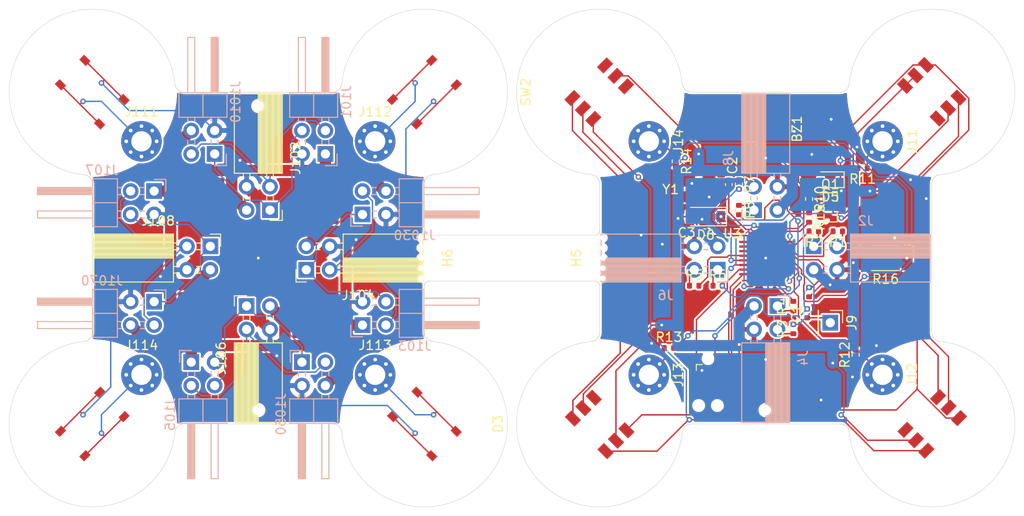
<source format=kicad_pcb>
(kicad_pcb (version 20171130) (host pcbnew "(5.1.9)-1")
  (title_block (title Node))
  (layers (0 F.Cu signal) (31 B.Cu signal) (34 B.Paste user hide) (35 F.Paste user hide) (36 B.SilkS user hide) (37 F.SilkS user hide) (38 B.Mask user hide) (39 F.Mask user hide) (44 Edge.Cuts user))
  (net 0 "")
  (net 1 GND)
  (net 2 "Net-(D2-Pad1)")
  (net 3 "Net-(D4-Pad1)")
  (net 4 "Net-(R2-Pad2)")
  (net 5 "Net-(U3-Pad9)")
  (net 6 "Net-(U3-Pad10)")
  (net 7 "Net-(U3-Pad11)")
  (net 8 "Net-(U3-Pad19)")
  (net 9 "Net-(U3-Pad22)")
  (net 10 "Net-(D1-Pad1)")
  (net 11 "Net-(D1-Pad3)")
  (net 12 "Net-(D2-Pad3)")
  (net 13 "Net-(D3-Pad3)")
  (net 14 "Net-(D3-Pad1)")
  (net 15 "Net-(D4-Pad3)")
  (net 16 "Net-(J13-Pad1)")
  (net 17 "Net-(R3-Pad2)")
  (net 18 "Net-(R4-Pad2)")
  (net 19 "Net-(R5-Pad2)")
  (net 20 "Net-(R6-Pad2)")
  (net 21 "Net-(R7-Pad2)")
  (net 22 "Net-(R8-Pad2)")
  (net 23 "Net-(R10-Pad2)")
  (net 24 "Net-(R11-Pad2)")
  (net 25 "Net-(R12-Pad2)")
  (net 26 "Net-(R13-Pad2)")
  (net 27 "Net-(R14-Pad2)")
  (net 28 "Net-(U3-Pad20)")
  (net 29 "Net-(R1-Pad2)")
  (net 30 "Net-(C1-Pad1)")
  (net 31 "Net-(C2-Pad2)")
  (net 32 "Net-(C3-Pad1)")
  (net 33 +5VB)
  (net 34 GNDB)
  (net 35 "Net-(J12-Pad1)")
  (net 36 "Net-(J14-Pad1)")
  (net 37 "Net-(J111-Pad1)")
  (net 38 "Net-(J112-Pad1)")
  (net 39 "Net-(J113-Pad1)")
  (net 40 "Net-(J114-Pad1)")
  (net 41 "Net-(BZ1-Pad2)")
  (net 42 "Net-(J11-Pad1)")
  (net 43 "Net-(BZ1-Pad1)")
  (net 44 +5V)
  (net 45 "/Lower Board/~RST")
  (net 46 "/Lower Board/XTAL1")
  (net 47 "/Lower Board/XTAL2")
  (net 48 "/Lower Board/DIN")
  (net 49 "/Lower Board/TX1_TXO")
  (net 50 "/Lower Board/RX1_RXI")
  (net 51 "/Lower Board/RX2")
  (net 52 "/Lower Board/TX2")
  (net 53 "/Lower Board/TX3")
  (net 54 "/Lower Board/RX3")
  (net 55 "/Lower Board/TX4")
  (net 56 "/Lower Board/RX4")
  (net 57 "/Lower Board/MOSI")
  (net 58 "/Lower Board/MISO")
  (net 59 "/Lower Board/SCK")
  (net 60 "/Lower Board/BUZZER")
  (net 61 "Net-(Q1-Pad1)")
  (net 62 "Net-(D6-Pad1)")
  (net 63 "/Upper Board/TX1T")
  (net 64 "/Upper Board/RX1T")
  (net 65 "/Upper Board/TX2T")
  (net 66 "/Upper Board/RX2T")
  (net 67 "/Upper Board/TX3T")
  (net 68 "/Upper Board/RX3T")
  (net 69 "/Upper Board/TX4T")
  (net 70 "/Upper Board/RX4T")
  (module node:top-leaf (layer F.Cu) (at 139 87 270)
    (fp_text reference SW2 (at 0 -11 90) (layer F.SilkS))
    (fp_text value ACTION)
    (pad 2 smd rect (at 3.447146 0.795495 45) (size 1 0.75) (layers F.Cu F.Paste F.Mask) (net 1 GND) (clearance 0.6))
    (pad 1 smd rect (at 0.795495 3.447146 45) (size 1 0.75) (layers F.Cu F.Paste F.Mask) (net 38 "Net-(J112-Pad1)") (clearance 0.6))
    (pad 2 smd rect (at -0.795495 -3.447146 45) (size 1 0.75) (layers F.Cu F.Paste F.Mask) (net 1 GND) (clearance 0.6))
    (pad 1 smd rect (at -3.447146 -0.795495 45) (size 1 0.75) (layers F.Cu F.Paste F.Mask) (net 38 "Net-(J112-Pad1)") (clearance 0.6))
  )
  (module node:top-leaf (layer F.Cu) (at 103 87)
    (fp_text reference SW1 hide)
    (fp_text value ACTION)
    (pad 2 smd rect (at 3.447146 0.795495 135) (size 1 0.75) (layers F.Cu F.Paste F.Mask) (net 1 GND) (clearance 0.6))
    (pad 1 smd rect (at 0.795495 3.447146 135) (size 1 0.75) (layers F.Cu F.Paste F.Mask) (net 37 "Net-(J111-Pad1)") (clearance 0.6))
    (pad 2 smd rect (at -0.795495 -3.447146 135) (size 1 0.75) (layers F.Cu F.Paste F.Mask) (net 1 GND) (clearance 0.6))
    (pad 1 smd rect (at -3.447146 -0.795495 135) (size 1 0.75) (layers F.Cu F.Paste F.Mask) (net 37 "Net-(J111-Pad1)") (clearance 0.6))
  )
  (module node:top-leaf (layer F.Cu) (at 139 123 180)
    (fp_text reference SW3 (at 0 -11) (layer F.SilkS))
    (fp_text value ACTION)
    (pad 2 smd rect (at 3.447146 0.795495 315) (size 1 0.75) (layers F.Cu F.Paste F.Mask) (net 1 GND) (clearance 0.6))
    (pad 1 smd rect (at 0.795495 3.447146 315) (size 1 0.75) (layers F.Cu F.Paste F.Mask) (net 39 "Net-(J113-Pad1)") (clearance 0.6))
    (pad 2 smd rect (at -0.795495 -3.447146 315) (size 1 0.75) (layers F.Cu F.Paste F.Mask) (net 1 GND) (clearance 0.6))
    (pad 1 smd rect (at -3.447146 -0.795495 315) (size 1 0.75) (layers F.Cu F.Paste F.Mask) (net 39 "Net-(J113-Pad1)") (clearance 0.6))
  )
  (module node:top-leaf (layer F.Cu) (at 103 123 90)
    (fp_text reference SW4 (at 0 -11 90) (layer F.SilkS))
    (fp_text value ACTION)
    (pad 2 smd rect (at 3.447146 0.795495 225) (size 1 0.75) (layers F.Cu F.Paste F.Mask) (net 1 GND) (clearance 0.6))
    (pad 1 smd rect (at 0.795495 3.447146 225) (size 1 0.75) (layers F.Cu F.Paste F.Mask) (net 40 "Net-(J114-Pad1)") (clearance 0.6))
    (pad 2 smd rect (at -0.795495 -3.447146 225) (size 1 0.75) (layers F.Cu F.Paste F.Mask) (net 1 GND) (clearance 0.6))
    (pad 1 smd rect (at -3.447146 -0.795495 225) (size 1 0.75) (layers F.Cu F.Paste F.Mask) (net 40 "Net-(J114-Pad1)") (clearance 0.6))
  )
  (module node:bottom-leaf (layer F.Cu) (at 194 123 180)
    (fp_text reference D2 (at 0 -11) (layer F.SilkS))
    (fp_text value WS2813)
    (pad 4 smd rect (at -2.949138 0.636396 225) (size 1.5 1) (layers F.Cu F.Paste F.Mask) (net 11 "Net-(D1-Pad3)") (clearance 0.6))
    (pad 5 smd rect (at -1.817767 1.767767 225) (size 1.5 1) (layers F.Cu F.Paste F.Mask) (net 34 GNDB) (clearance 0.6))
    (pad 6 smd rect (at -0.686396 2.899138 225) (size 1.5 1) (layers F.Cu F.Paste F.Mask) (net 48 "/Lower Board/DIN") (clearance 0.6))
    (pad 3 smd rect (at 0.586396 -2.899138 225) (size 1.5 1) (layers F.Cu F.Paste F.Mask) (net 12 "Net-(D2-Pad3)") (clearance 0.6))
    (pad 2 smd rect (at 1.717767 -1.767767 225) (size 1.5 1) (layers F.Cu F.Paste F.Mask) (net 33 +5VB) (clearance 0.6))
    (pad 1 smd rect (at 2.849138 -0.636396 225) (size 1.5 1) (layers F.Cu F.Paste F.Mask) (net 2 "Net-(D2-Pad1)") (clearance 0.6))
  )
  (module node:bottom-leaf (layer F.Cu) (at 194 87 270)
    (fp_text reference D1 (at 0 -11 90) (layer F.SilkS))
    (fp_text value WS2813)
    (pad 4 smd rect (at -2.949138 0.636396 315) (size 1.5 1) (layers F.Cu F.Paste F.Mask) (net 48 "/Lower Board/DIN") (clearance 0.6))
    (pad 5 smd rect (at -1.817767 1.767767 315) (size 1.5 1) (layers F.Cu F.Paste F.Mask) (net 34 GNDB) (clearance 0.6))
    (pad 6 smd rect (at -0.686396 2.899138 315) (size 1.5 1) (layers F.Cu F.Paste F.Mask) (net 34 GNDB) (clearance 0.6))
    (pad 3 smd rect (at 0.586396 -2.899138 315) (size 1.5 1) (layers F.Cu F.Paste F.Mask) (net 11 "Net-(D1-Pad3)") (clearance 0.6))
    (pad 2 smd rect (at 1.717767 -1.767767 315) (size 1.5 1) (layers F.Cu F.Paste F.Mask) (net 33 +5VB) (clearance 0.6))
    (pad 1 smd rect (at 2.849138 -0.636396 315) (size 1.5 1) (layers F.Cu F.Paste F.Mask) (net 10 "Net-(D1-Pad1)") (clearance 0.6))
  )
  (module node:bottom-leaf (layer F.Cu) (at 158 123 90)
    (fp_text reference D3 (at 0 -11 90) (layer F.SilkS))
    (fp_text value WS2813)
    (pad 4 smd rect (at -2.949138 0.636396 135) (size 1.5 1) (layers F.Cu F.Paste F.Mask) (net 12 "Net-(D2-Pad3)") (clearance 0.6))
    (pad 5 smd rect (at -1.817767 1.767767 135) (size 1.5 1) (layers F.Cu F.Paste F.Mask) (net 34 GNDB) (clearance 0.6))
    (pad 6 smd rect (at -0.686396 2.899138 135) (size 1.5 1) (layers F.Cu F.Paste F.Mask) (net 11 "Net-(D1-Pad3)") (clearance 0.6))
    (pad 3 smd rect (at 0.586396 -2.899138 135) (size 1.5 1) (layers F.Cu F.Paste F.Mask) (net 13 "Net-(D3-Pad3)") (clearance 0.6))
    (pad 2 smd rect (at 1.717767 -1.767767 135) (size 1.5 1) (layers F.Cu F.Paste F.Mask) (net 33 +5VB) (clearance 0.6))
    (pad 1 smd rect (at 2.849138 -0.636396 135) (size 1.5 1) (layers F.Cu F.Paste F.Mask) (net 14 "Net-(D3-Pad1)") (clearance 0.6))
  )
  (module node:bottom-leaf (layer F.Cu) (at 158 87)
    (fp_text reference D4 (at 0 -11) (layer F.SilkS))
    (fp_text value WS2813)
    (pad 4 smd rect (at -2.949138 0.636396 45) (size 1.5 1) (layers F.Cu F.Paste F.Mask) (net 13 "Net-(D3-Pad3)") (clearance 0.6))
    (pad 5 smd rect (at -1.817767 1.767767 45) (size 1.5 1) (layers F.Cu F.Paste F.Mask) (net 34 GNDB) (clearance 0.6))
    (pad 6 smd rect (at -0.686396 2.899138 45) (size 1.5 1) (layers F.Cu F.Paste F.Mask) (net 12 "Net-(D2-Pad3)") (clearance 0.6))
    (pad 3 smd rect (at 0.586396 -2.899138 45) (size 1.5 1) (layers F.Cu F.Paste F.Mask) (net 15 "Net-(D4-Pad3)") (clearance 0.6))
    (pad 2 smd rect (at 1.717767 -1.767767 45) (size 1.5 1) (layers F.Cu F.Paste F.Mask) (net 33 +5VB) (clearance 0.6))
    (pad 1 smd rect (at 2.849138 -0.636396 45) (size 1.5 1) (layers F.Cu F.Paste F.Mask) (net 3 "Net-(D4-Pad1)") (clearance 0.6))
  )
  (module Connector_PinSocket_2.54mm:PinSocket_2x02_P2.54mm_Horizontal (layer F.Cu) (at 115.8 103.73)
    (fp_text reference J108 (at -5.65 -2.77) (layer F.SilkS))
    (fp_text value FEMALE)
    (pad 4 thru_hole oval (at -2.54 2.54) (size 1.7 1.7) (drill 1) (layers *.Cu *.Mask) (net 1 GND))
    (pad 3 thru_hole oval (at 0 2.54) (size 1.7 1.7) (drill 1) (layers *.Cu *.Mask) (net 44 +5V))
    (pad 2 thru_hole oval (at -2.54 0) (size 1.7 1.7) (drill 1) (layers *.Cu *.Mask) (net 70 "/Upper Board/RX4T"))
    (pad 1 thru_hole rect (at 0 0) (size 1.7 1.7) (drill 1) (layers *.Cu *.Mask) (net 69 "/Upper Board/TX4T"))
  )
  (module Connector_PinSocket_2.54mm:PinSocket_2x02_P2.54mm_Horizontal (layer F.Cu) (at 126.2 106.27 180)
    (fp_text reference J104 (at -5.65 -2.77) (layer F.SilkS))
    (fp_text value FEMALE)
    (pad 4 thru_hole oval (at -2.54 2.54 180) (size 1.7 1.7) (drill 1) (layers *.Cu *.Mask) (net 1 GND))
    (pad 3 thru_hole oval (at 0 2.54 180) (size 1.7 1.7) (drill 1) (layers *.Cu *.Mask) (net 44 +5V))
    (pad 2 thru_hole oval (at -2.54 0 180) (size 1.7 1.7) (drill 1) (layers *.Cu *.Mask) (net 66 "/Upper Board/RX2T"))
    (pad 1 thru_hole rect (at 0 0 180) (size 1.7 1.7) (drill 1) (layers *.Cu *.Mask) (net 65 "/Upper Board/TX2T"))
  )
  (module node:MLT-5020 (layer F.Cu) (at 176 91 270)
    (fp_text reference BZ1 (at 0 -3.4 90) (layer F.SilkS))
    (fp_text value Buzzer)
    (pad 2 smd rect (at 2.5 1.7) (size 1 2) (layers F.Cu F.Paste F.Mask) (net 41 "Net-(BZ1-Pad2)"))
    (pad 1 smd rect (at -2.5 1.7) (size 1 2) (layers F.Cu F.Paste F.Mask) (net 43 "Net-(BZ1-Pad1)"))
    (pad 3 smd rect (at -2.5 -1.7) (size 1 2) (layers F.Cu F.Paste F.Mask))
  )
  (module Connector_PinSocket_2.54mm:PinSocket_2x02_P2.54mm_Horizontal (layer B.Cu) (at 181.2 103.73 180)
    (fp_text reference J2 (at -5.65 2.77) (layer B.SilkS) (effects (justify mirror)))
    (fp_text value FEMALE)
    (pad 4 thru_hole oval (at -2.54 -2.54 180) (size 1.7 1.7) (drill 1) (layers *.Cu *.Mask) (net 34 GNDB))
    (pad 3 thru_hole oval (at 0 -2.54 180) (size 1.7 1.7) (drill 1) (layers *.Cu *.Mask) (net 33 +5VB))
    (pad 2 thru_hole oval (at -2.54 0 180) (size 1.7 1.7) (drill 1) (layers *.Cu *.Mask) (net 50 "/Lower Board/RX1_RXI"))
    (pad 1 thru_hole rect (at 0 0 180) (size 1.7 1.7) (drill 1) (layers *.Cu *.Mask) (net 49 "/Lower Board/TX1_TXO"))
  )
  (module MountingHole:MountingHole_2.2mm_M2_Pad_Via (layer F.Cu) (at 108.334 92.334)
    (fp_text reference J111 (at 0 -3.2) (layer F.SilkS))
    (fp_text value STANDOFF)
    (pad 1 thru_hole circle (at 1.166726 -1.166726) (size 0.7 0.7) (drill 0.4) (layers *.Cu *.Mask) (net 37 "Net-(J111-Pad1)"))
    (pad 1 thru_hole circle (at 0 -1.65) (size 0.7 0.7) (drill 0.4) (layers *.Cu *.Mask) (net 37 "Net-(J111-Pad1)"))
    (pad 1 thru_hole circle (at -1.166726 -1.166726) (size 0.7 0.7) (drill 0.4) (layers *.Cu *.Mask) (net 37 "Net-(J111-Pad1)"))
    (pad 1 thru_hole circle (at -1.65 0) (size 0.7 0.7) (drill 0.4) (layers *.Cu *.Mask) (net 37 "Net-(J111-Pad1)"))
    (pad 1 thru_hole circle (at -1.166726 1.166726) (size 0.7 0.7) (drill 0.4) (layers *.Cu *.Mask) (net 37 "Net-(J111-Pad1)"))
    (pad 1 thru_hole circle (at 0 1.65) (size 0.7 0.7) (drill 0.4) (layers *.Cu *.Mask) (net 37 "Net-(J111-Pad1)"))
    (pad 1 thru_hole circle (at 1.166726 1.166726) (size 0.7 0.7) (drill 0.4) (layers *.Cu *.Mask) (net 37 "Net-(J111-Pad1)"))
    (pad 1 thru_hole circle (at 1.65 0) (size 0.7 0.7) (drill 0.4) (layers *.Cu *.Mask) (net 37 "Net-(J111-Pad1)"))
    (pad 1 thru_hole circle (at 0 0) (size 4.4 4.4) (drill 2.2) (layers *.Cu *.Mask) (net 37 "Net-(J111-Pad1)"))
  )
  (module MountingHole:MountingHole_2.2mm_M2_Pad_Via (layer F.Cu) (at 133.666 117.666)
    (fp_text reference J113 (at 0 -3.2) (layer F.SilkS))
    (fp_text value STANDOFF)
    (pad 1 thru_hole circle (at 1.166726 -1.166726) (size 0.7 0.7) (drill 0.4) (layers *.Cu *.Mask) (net 39 "Net-(J113-Pad1)"))
    (pad 1 thru_hole circle (at 0 -1.65) (size 0.7 0.7) (drill 0.4) (layers *.Cu *.Mask) (net 39 "Net-(J113-Pad1)"))
    (pad 1 thru_hole circle (at -1.166726 -1.166726) (size 0.7 0.7) (drill 0.4) (layers *.Cu *.Mask) (net 39 "Net-(J113-Pad1)"))
    (pad 1 thru_hole circle (at -1.65 0) (size 0.7 0.7) (drill 0.4) (layers *.Cu *.Mask) (net 39 "Net-(J113-Pad1)"))
    (pad 1 thru_hole circle (at -1.166726 1.166726) (size 0.7 0.7) (drill 0.4) (layers *.Cu *.Mask) (net 39 "Net-(J113-Pad1)"))
    (pad 1 thru_hole circle (at 0 1.65) (size 0.7 0.7) (drill 0.4) (layers *.Cu *.Mask) (net 39 "Net-(J113-Pad1)"))
    (pad 1 thru_hole circle (at 1.166726 1.166726) (size 0.7 0.7) (drill 0.4) (layers *.Cu *.Mask) (net 39 "Net-(J113-Pad1)"))
    (pad 1 thru_hole circle (at 1.65 0) (size 0.7 0.7) (drill 0.4) (layers *.Cu *.Mask) (net 39 "Net-(J113-Pad1)"))
    (pad 1 thru_hole circle (at 0 0) (size 4.4 4.4) (drill 2.2) (layers *.Cu *.Mask) (net 39 "Net-(J113-Pad1)"))
  )
  (module MountingHole:MountingHole_2.2mm_M2_Pad_Via (layer F.Cu) (at 108.334 117.666)
    (fp_text reference J114 (at 0 -3.2) (layer F.SilkS))
    (fp_text value STANDOFF)
    (pad 1 thru_hole circle (at 1.166726 -1.166726) (size 0.7 0.7) (drill 0.4) (layers *.Cu *.Mask) (net 40 "Net-(J114-Pad1)"))
    (pad 1 thru_hole circle (at 0 -1.65) (size 0.7 0.7) (drill 0.4) (layers *.Cu *.Mask) (net 40 "Net-(J114-Pad1)"))
    (pad 1 thru_hole circle (at -1.166726 -1.166726) (size 0.7 0.7) (drill 0.4) (layers *.Cu *.Mask) (net 40 "Net-(J114-Pad1)"))
    (pad 1 thru_hole circle (at -1.65 0) (size 0.7 0.7) (drill 0.4) (layers *.Cu *.Mask) (net 40 "Net-(J114-Pad1)"))
    (pad 1 thru_hole circle (at -1.166726 1.166726) (size 0.7 0.7) (drill 0.4) (layers *.Cu *.Mask) (net 40 "Net-(J114-Pad1)"))
    (pad 1 thru_hole circle (at 0 1.65) (size 0.7 0.7) (drill 0.4) (layers *.Cu *.Mask) (net 40 "Net-(J114-Pad1)"))
    (pad 1 thru_hole circle (at 1.166726 1.166726) (size 0.7 0.7) (drill 0.4) (layers *.Cu *.Mask) (net 40 "Net-(J114-Pad1)"))
    (pad 1 thru_hole circle (at 1.65 0) (size 0.7 0.7) (drill 0.4) (layers *.Cu *.Mask) (net 40 "Net-(J114-Pad1)"))
    (pad 1 thru_hole circle (at 0 0) (size 4.4 4.4) (drill 2.2) (layers *.Cu *.Mask) (net 40 "Net-(J114-Pad1)"))
  )
  (module Package_DFN_QFN:QFN-32-1EP_5x5mm_P0.5mm_EP3.1x3.1mm (layer F.Cu) (at 176 105 270)
    (fp_text reference U3 (at -2.650126 3.600001 180) (layer F.SilkS))
    (fp_text value ATmega328P-MU)
    (pad 33 smd rect (at 0 0 270) (size 3.1 3.1) (layers F.Cu F.Mask) (net 34 GNDB))
    (pad 32 smd roundrect (at -1.75 -2.4375 270) (size 0.25 0.875) (layers F.Cu F.Paste F.Mask) (net 17 "Net-(R3-Pad2)"))
    (pad 31 smd roundrect (at -1.25 -2.4375 270) (size 0.25 0.875) (layers F.Cu F.Paste F.Mask) (net 4 "Net-(R2-Pad2)"))
    (pad 30 smd roundrect (at -0.75 -2.4375 270) (size 0.25 0.875) (layers F.Cu F.Paste F.Mask) (net 29 "Net-(R1-Pad2)"))
    (pad 29 smd roundrect (at -0.25 -2.4375 270) (size 0.25 0.875) (layers F.Cu F.Paste F.Mask) (net 45 "/Lower Board/~RST"))
    (pad 28 smd roundrect (at 0.25 -2.4375 270) (size 0.25 0.875) (layers F.Cu F.Paste F.Mask) (net 27 "Net-(R14-Pad2)"))
    (pad 27 smd roundrect (at 0.75 -2.4375 270) (size 0.25 0.875) (layers F.Cu F.Paste F.Mask) (net 26 "Net-(R13-Pad2)"))
    (pad 26 smd roundrect (at 1.25 -2.4375 270) (size 0.25 0.875) (layers F.Cu F.Paste F.Mask) (net 25 "Net-(R12-Pad2)"))
    (pad 25 smd roundrect (at 1.75 -2.4375 270) (size 0.25 0.875) (layers F.Cu F.Paste F.Mask) (net 22 "Net-(R8-Pad2)"))
    (pad 24 smd roundrect (at 2.4375 -1.75 270) (size 0.875 0.25) (layers F.Cu F.Paste F.Mask) (net 20 "Net-(R6-Pad2)"))
    (pad 23 smd roundrect (at 2.4375 -1.25 270) (size 0.875 0.25) (layers F.Cu F.Paste F.Mask) (net 18 "Net-(R4-Pad2)"))
    (pad 22 smd roundrect (at 2.4375 -0.75 270) (size 0.875 0.25) (layers F.Cu F.Paste F.Mask) (net 9 "Net-(U3-Pad22)"))
    (pad 21 smd roundrect (at 2.4375 -0.25 270) (size 0.875 0.25) (layers F.Cu F.Paste F.Mask) (net 34 GNDB))
    (pad 20 smd roundrect (at 2.4375 0.25 270) (size 0.875 0.25) (layers F.Cu F.Paste F.Mask) (net 28 "Net-(U3-Pad20)"))
    (pad 19 smd roundrect (at 2.4375 0.75 270) (size 0.875 0.25) (layers F.Cu F.Paste F.Mask) (net 8 "Net-(U3-Pad19)"))
    (pad 18 smd roundrect (at 2.4375 1.25 270) (size 0.875 0.25) (layers F.Cu F.Paste F.Mask) (net 62 "Net-(D6-Pad1)"))
    (pad 17 smd roundrect (at 2.4375 1.75 270) (size 0.875 0.25) (layers F.Cu F.Paste F.Mask) (net 59 "/Lower Board/SCK"))
    (pad 16 smd roundrect (at 1.75 2.4375 270) (size 0.25 0.875) (layers F.Cu F.Paste F.Mask) (net 58 "/Lower Board/MISO"))
    (pad 15 smd roundrect (at 1.25 2.4375 270) (size 0.25 0.875) (layers F.Cu F.Paste F.Mask) (net 57 "/Lower Board/MOSI"))
    (pad 14 smd roundrect (at 0.75 2.4375 270) (size 0.25 0.875) (layers F.Cu F.Paste F.Mask) (net 24 "Net-(R11-Pad2)"))
    (pad 13 smd roundrect (at 0.25 2.4375 270) (size 0.25 0.875) (layers F.Cu F.Paste F.Mask) (net 21 "Net-(R7-Pad2)"))
    (pad 12 smd roundrect (at -0.25 2.4375 270) (size 0.25 0.875) (layers F.Cu F.Paste F.Mask) (net 19 "Net-(R5-Pad2)"))
    (pad 11 smd roundrect (at -0.75 2.4375 270) (size 0.25 0.875) (layers F.Cu F.Paste F.Mask) (net 7 "Net-(U3-Pad11)"))
    (pad 10 smd roundrect (at -1.25 2.4375 270) (size 0.25 0.875) (layers F.Cu F.Paste F.Mask) (net 6 "Net-(U3-Pad10)"))
    (pad 9 smd roundrect (at -1.75 2.4375 270) (size 0.25 0.875) (layers F.Cu F.Paste F.Mask) (net 5 "Net-(U3-Pad9)"))
    (pad 8 smd roundrect (at -2.4375 1.75 270) (size 0.875 0.25) (layers F.Cu F.Paste F.Mask) (net 47 "/Lower Board/XTAL2"))
    (pad 7 smd roundrect (at -2.4375 1.25 270) (size 0.875 0.25) (layers F.Cu F.Paste F.Mask) (net 46 "/Lower Board/XTAL1"))
    (pad 6 smd roundrect (at -2.4375 0.75 270) (size 0.875 0.25) (layers F.Cu F.Paste F.Mask) (net 62 "Net-(D6-Pad1)"))
    (pad 5 smd roundrect (at -2.4375 0.25 270) (size 0.875 0.25) (layers F.Cu F.Paste F.Mask) (net 34 GNDB))
    (pad 4 smd roundrect (at -2.4375 -0.25 270) (size 0.875 0.25) (layers F.Cu F.Paste F.Mask) (net 62 "Net-(D6-Pad1)"))
    (pad 3 smd roundrect (at -2.4375 -0.75 270) (size 0.875 0.25) (layers F.Cu F.Paste F.Mask) (net 34 GNDB))
    (pad 2 smd roundrect (at -2.4375 -1.25 270) (size 0.875 0.25) (layers F.Cu F.Paste F.Mask) (net 23 "Net-(R10-Pad2)"))
    (pad 1 smd roundrect (at -2.4375 -1.75 270) (size 0.875 0.25) (layers F.Cu F.Paste F.Mask) (net 60 "/Lower Board/BUZZER"))
  )
  (module Connector:Tag-Connect_TC2030-IDC-NL_2x03_P1.27mm_Vertical (layer F.Cu) (at 169.75 118.46 270)
    (fp_text reference J10 hide)
    (fp_text value TC2030_NL)
    (pad 6 connect circle (at 1.27 -0.635 270) (size 0.7874 0.7874) (layers F.Cu F.Mask) (net 33 +5VB))
    (pad 5 connect circle (at 1.27 0.635 270) (size 0.7874 0.7874) (layers F.Cu F.Mask) (net 57 "/Lower Board/MOSI"))
    (pad 4 connect circle (at 0 -0.635 270) (size 0.7874 0.7874) (layers F.Cu F.Mask) (net 58 "/Lower Board/MISO"))
    (pad 3 connect circle (at 0 0.635 270) (size 0.7874 0.7874) (layers F.Cu F.Mask) (net 59 "/Lower Board/SCK"))
    (pad 2 connect circle (at -1.27 -0.635 270) (size 0.7874 0.7874) (layers F.Cu F.Mask) (net 45 "/Lower Board/~RST"))
    (pad 1 connect circle (at -1.27 0.635 270) (size 0.7874 0.7874) (layers F.Cu F.Mask) (net 34 GNDB))
    (pad "" np_thru_hole circle (at -2.54 0 270) (size 0.9906 0.9906) (drill 0.9906) (layers *.Cu *.Mask))
    (pad "" np_thru_hole circle (at 2.54 1.016 270) (size 0.9906 0.9906) (drill 0.9906) (layers *.Cu *.Mask))
    (pad "" np_thru_hole circle (at 2.54 -1.016 270) (size 0.9906 0.9906) (drill 0.9906) (layers *.Cu *.Mask))
  )
  (module Resistor_SMD:R_0402_1005Metric (layer F.Cu) (at 180.7 108.7 90)
    (fp_text reference R9 hide)
    (fp_text value 10K)
    (pad 2 smd roundrect (at 0.51 0 90) (size 0.54 0.64) (layers F.Cu F.Paste F.Mask) (net 45 "/Lower Board/~RST"))
    (pad 1 smd roundrect (at -0.51 0 90) (size 0.54 0.64) (layers F.Cu F.Paste F.Mask) (net 33 +5VB))
  )
  (module Connector_PinSocket_2.54mm:PinSocket_2x02_P2.54mm_Horizontal (layer B.Cu) (at 177.27 110.2 90)
    (fp_text reference J4 (at -5.65 2.77 90) (layer B.SilkS) (effects (justify mirror)))
    (fp_text value FEMALE)
    (pad 4 thru_hole oval (at -2.54 -2.54 90) (size 1.7 1.7) (drill 1) (layers *.Cu *.Mask) (net 34 GNDB))
    (pad 3 thru_hole oval (at 0 -2.54 90) (size 1.7 1.7) (drill 1) (layers *.Cu *.Mask) (net 33 +5VB))
    (pad 2 thru_hole oval (at -2.54 0 90) (size 1.7 1.7) (drill 1) (layers *.Cu *.Mask) (net 51 "/Lower Board/RX2"))
    (pad 1 thru_hole rect (at 0 0 90) (size 1.7 1.7) (drill 1) (layers *.Cu *.Mask) (net 52 "/Lower Board/TX2"))
  )
  (module Connector_PinSocket_2.54mm:PinSocket_2x02_P2.54mm_Horizontal (layer B.Cu) (at 170.8 106.27)
    (fp_text reference J6 (at -5.65 2.77) (layer B.SilkS) (effects (justify mirror)))
    (fp_text value FEMALE)
    (pad 4 thru_hole oval (at -2.54 -2.54) (size 1.7 1.7) (drill 1) (layers *.Cu *.Mask) (net 34 GNDB))
    (pad 3 thru_hole oval (at 0 -2.54) (size 1.7 1.7) (drill 1) (layers *.Cu *.Mask) (net 33 +5VB))
    (pad 2 thru_hole oval (at -2.54 0) (size 1.7 1.7) (drill 1) (layers *.Cu *.Mask) (net 54 "/Lower Board/RX3"))
    (pad 1 thru_hole rect (at 0 0) (size 1.7 1.7) (drill 1) (layers *.Cu *.Mask) (net 53 "/Lower Board/TX3"))
  )
  (module Connector_PinSocket_2.54mm:PinSocket_2x02_P2.54mm_Horizontal (layer B.Cu) (at 174.73 99.8 270)
    (fp_text reference J8 (at -5.65 2.77 90) (layer B.SilkS) (effects (justify mirror)))
    (fp_text value FEMALE)
    (pad 4 thru_hole oval (at -2.54 -2.54 270) (size 1.7 1.7) (drill 1) (layers *.Cu *.Mask) (net 34 GNDB))
    (pad 3 thru_hole oval (at 0 -2.54 270) (size 1.7 1.7) (drill 1) (layers *.Cu *.Mask) (net 33 +5VB))
    (pad 2 thru_hole oval (at -2.54 0 270) (size 1.7 1.7) (drill 1) (layers *.Cu *.Mask) (net 56 "/Lower Board/RX4"))
    (pad 1 thru_hole rect (at 0 0 270) (size 1.7 1.7) (drill 1) (layers *.Cu *.Mask) (net 55 "/Lower Board/TX4"))
  )
  (module Connector_PinHeader_2.54mm:PinHeader_2x02_P2.54mm_Horizontal (layer B.Cu) (at 128.27 93.704 90)
    (fp_text reference J101 (at 5.655 2.27 270) (layer B.SilkS) (effects (justify mirror)))
    (fp_text value MALE)
    (pad 4 thru_hole oval (at 2.54 -2.54 90) (size 1.7 1.7) (drill 1) (layers *.Cu *.Mask) (net 63 "/Upper Board/TX1T"))
    (pad 3 thru_hole oval (at 0 -2.54 90) (size 1.7 1.7) (drill 1) (layers *.Cu *.Mask) (net 1 GND))
    (pad 2 thru_hole oval (at 2.54 0 90) (size 1.7 1.7) (drill 1) (layers *.Cu *.Mask) (net 64 "/Upper Board/RX1T"))
    (pad 1 thru_hole rect (at 0 0 90) (size 1.7 1.7) (drill 1) (layers *.Cu *.Mask) (net 44 +5V))
  )
  (module Connector_PinSocket_2.54mm:PinSocket_2x02_P2.54mm_Horizontal (layer F.Cu) (at 122.27 99.8 270)
    (fp_text reference J102 (at -5.65 -2.77 90) (layer F.SilkS))
    (fp_text value FEMALE)
    (pad 4 thru_hole oval (at -2.54 2.54 270) (size 1.7 1.7) (drill 1) (layers *.Cu *.Mask) (net 1 GND))
    (pad 3 thru_hole oval (at 0 2.54 270) (size 1.7 1.7) (drill 1) (layers *.Cu *.Mask) (net 44 +5V))
    (pad 2 thru_hole oval (at -2.54 0 270) (size 1.7 1.7) (drill 1) (layers *.Cu *.Mask) (net 64 "/Upper Board/RX1T"))
    (pad 1 thru_hole rect (at 0 0 270) (size 1.7 1.7) (drill 1) (layers *.Cu *.Mask) (net 63 "/Upper Board/TX1T"))
  )
  (module Connector_PinHeader_2.54mm:PinHeader_2x02_P2.54mm_Horizontal (layer B.Cu) (at 132.296 112.27)
    (fp_text reference J103 (at 5.655 2.27) (layer B.SilkS) (effects (justify mirror)))
    (fp_text value MALE)
    (pad 4 thru_hole oval (at 2.54 -2.54) (size 1.7 1.7) (drill 1) (layers *.Cu *.Mask) (net 65 "/Upper Board/TX2T"))
    (pad 3 thru_hole oval (at 0 -2.54) (size 1.7 1.7) (drill 1) (layers *.Cu *.Mask) (net 1 GND))
    (pad 2 thru_hole oval (at 2.54 0) (size 1.7 1.7) (drill 1) (layers *.Cu *.Mask) (net 66 "/Upper Board/RX2T"))
    (pad 1 thru_hole rect (at 0 0) (size 1.7 1.7) (drill 1) (layers *.Cu *.Mask) (net 44 +5V))
  )
  (module Connector_PinHeader_2.54mm:PinHeader_2x02_P2.54mm_Horizontal (layer B.Cu) (at 113.73 116.296 270)
    (fp_text reference J105 (at 5.655 2.27 90) (layer B.SilkS) (effects (justify mirror)))
    (fp_text value MALE)
    (pad 4 thru_hole oval (at 2.54 -2.54 270) (size 1.7 1.7) (drill 1) (layers *.Cu *.Mask) (net 67 "/Upper Board/TX3T"))
    (pad 3 thru_hole oval (at 0 -2.54 270) (size 1.7 1.7) (drill 1) (layers *.Cu *.Mask) (net 1 GND))
    (pad 2 thru_hole oval (at 2.54 0 270) (size 1.7 1.7) (drill 1) (layers *.Cu *.Mask) (net 68 "/Upper Board/RX3T"))
    (pad 1 thru_hole rect (at 0 0 270) (size 1.7 1.7) (drill 1) (layers *.Cu *.Mask) (net 44 +5V))
  )
  (module Connector_PinSocket_2.54mm:PinSocket_2x02_P2.54mm_Horizontal (layer F.Cu) (at 119.73 110.2 90)
    (fp_text reference J106 (at -5.65 -2.77 90) (layer F.SilkS))
    (fp_text value FEMALE)
    (pad 4 thru_hole oval (at -2.54 2.54 90) (size 1.7 1.7) (drill 1) (layers *.Cu *.Mask) (net 1 GND))
    (pad 3 thru_hole oval (at 0 2.54 90) (size 1.7 1.7) (drill 1) (layers *.Cu *.Mask) (net 44 +5V))
    (pad 2 thru_hole oval (at -2.54 0 90) (size 1.7 1.7) (drill 1) (layers *.Cu *.Mask) (net 68 "/Upper Board/RX3T"))
    (pad 1 thru_hole rect (at 0 0 90) (size 1.7 1.7) (drill 1) (layers *.Cu *.Mask) (net 67 "/Upper Board/TX3T"))
  )
  (module Connector_PinHeader_2.54mm:PinHeader_2x02_P2.54mm_Horizontal (layer B.Cu) (at 109.704 97.73 180)
    (fp_text reference J107 (at 5.655 2.27) (layer B.SilkS) (effects (justify mirror)))
    (fp_text value MALE)
    (pad 4 thru_hole oval (at 2.54 -2.54 180) (size 1.7 1.7) (drill 1) (layers *.Cu *.Mask) (net 69 "/Upper Board/TX4T"))
    (pad 3 thru_hole oval (at 0 -2.54 180) (size 1.7 1.7) (drill 1) (layers *.Cu *.Mask) (net 1 GND))
    (pad 2 thru_hole oval (at 2.54 0 180) (size 1.7 1.7) (drill 1) (layers *.Cu *.Mask) (net 70 "/Upper Board/RX4T"))
    (pad 1 thru_hole rect (at 0 0 180) (size 1.7 1.7) (drill 1) (layers *.Cu *.Mask) (net 44 +5V))
  )
  (module Resistor_SMD:R_0402_1005Metric (layer F.Cu) (at 168.25 108)
    (fp_text reference R5 (at 0 -1.17) (layer F.SilkS))
    (fp_text value 470)
    (pad 2 smd roundrect (at 0.51 0) (size 0.54 0.64) (layers F.Cu F.Paste F.Mask) (net 19 "Net-(R5-Pad2)"))
    (pad 1 smd roundrect (at -0.51 0) (size 0.54 0.64) (layers F.Cu F.Paste F.Mask) (net 54 "/Lower Board/RX3"))
  )
  (module Resistor_SMD:R_0402_1005Metric (layer F.Cu) (at 173.1 97.01 270)
    (fp_text reference R7 (at 0 -1.17 90) (layer F.SilkS))
    (fp_text value 470)
    (pad 2 smd roundrect (at 0.51 0 270) (size 0.54 0.64) (layers F.Cu F.Paste F.Mask) (net 21 "Net-(R7-Pad2)"))
    (pad 1 smd roundrect (at -0.51 0 270) (size 0.54 0.64) (layers F.Cu F.Paste F.Mask) (net 56 "/Lower Board/RX4"))
  )
  (module Resistor_SMD:R_0402_1005Metric (layer F.Cu) (at 186.5 95.25 180)
    (fp_text reference R11 (at 0 -1.17) (layer F.SilkS))
    (fp_text value 470)
    (pad 2 smd roundrect (at 0.51 0 180) (size 0.54 0.64) (layers F.Cu F.Paste F.Mask) (net 24 "Net-(R11-Pad2)"))
    (pad 1 smd roundrect (at -0.51 0 180) (size 0.54 0.64) (layers F.Cu F.Paste F.Mask) (net 42 "Net-(J11-Pad1)"))
  )
  (module Resistor_SMD:R_0402_1005Metric (layer F.Cu) (at 179 110.21 90)
    (fp_text reference R4 (at 0 -1.17 90) (layer F.SilkS))
    (fp_text value 470)
    (pad 2 smd roundrect (at 0.51 0 90) (size 0.54 0.64) (layers F.Cu F.Paste F.Mask) (net 18 "Net-(R4-Pad2)"))
    (pad 1 smd roundrect (at -0.51 0 90) (size 0.54 0.64) (layers F.Cu F.Paste F.Mask) (net 52 "/Lower Board/TX2"))
  )
  (module Resistor_SMD:R_0402_1005Metric (layer F.Cu) (at 170.8 108)
    (fp_text reference R6 (at 0 -1.17) (layer F.SilkS))
    (fp_text value 470)
    (pad 2 smd roundrect (at 0.51 0) (size 0.54 0.64) (layers F.Cu F.Paste F.Mask) (net 20 "Net-(R6-Pad2)"))
    (pad 1 smd roundrect (at -0.51 0) (size 0.54 0.64) (layers F.Cu F.Paste F.Mask) (net 53 "/Lower Board/TX3"))
  )
  (module Resistor_SMD:R_0402_1005Metric (layer F.Cu) (at 173.1 99.79 270)
    (fp_text reference R8 (at 0 -1.17 90) (layer F.SilkS))
    (fp_text value 470)
    (pad 2 smd roundrect (at 0.51 0 270) (size 0.54 0.64) (layers F.Cu F.Paste F.Mask) (net 22 "Net-(R8-Pad2)"))
    (pad 1 smd roundrect (at -0.51 0 270) (size 0.54 0.64) (layers F.Cu F.Paste F.Mask) (net 55 "/Lower Board/TX4"))
  )
  (module Resistor_SMD:R_0402_1005Metric (layer F.Cu) (at 183.81 102.1 180)
    (fp_text reference R1 (at 0 -1.17) (layer F.SilkS))
    (fp_text value 470)
    (pad 2 smd roundrect (at 0.51 0 180) (size 0.54 0.64) (layers F.Cu F.Paste F.Mask) (net 29 "Net-(R1-Pad2)"))
    (pad 1 smd roundrect (at -0.51 0 180) (size 0.54 0.64) (layers F.Cu F.Paste F.Mask) (net 50 "/Lower Board/RX1_RXI"))
  )
  (module Resistor_SMD:R_0402_1005Metric (layer F.Cu) (at 181.21 102.1 180)
    (fp_text reference R2 (at 0 -1.17) (layer F.SilkS))
    (fp_text value 470)
    (pad 2 smd roundrect (at 0.51 0 180) (size 0.54 0.64) (layers F.Cu F.Paste F.Mask) (net 4 "Net-(R2-Pad2)"))
    (pad 1 smd roundrect (at -0.51 0 180) (size 0.54 0.64) (layers F.Cu F.Paste F.Mask) (net 49 "/Lower Board/TX1_TXO"))
  )
  (module Resistor_SMD:R_0402_1005Metric (layer F.Cu) (at 179 112.7 90)
    (fp_text reference R3 (at 0 -1.17 90) (layer F.SilkS))
    (fp_text value 470)
    (pad 2 smd roundrect (at 0.51 0 90) (size 0.54 0.64) (layers F.Cu F.Paste F.Mask) (net 17 "Net-(R3-Pad2)"))
    (pad 1 smd roundrect (at -0.51 0 90) (size 0.54 0.64) (layers F.Cu F.Paste F.Mask) (net 51 "/Lower Board/RX2"))
  )
  (module Resistor_SMD:R_0402_1005Metric (layer F.Cu) (at 185.75 115.5 90)
    (fp_text reference R12 (at 0 -1.17 90) (layer F.SilkS))
    (fp_text value 470)
    (pad 2 smd roundrect (at 0.51 0 90) (size 0.54 0.64) (layers F.Cu F.Paste F.Mask) (net 25 "Net-(R12-Pad2)"))
    (pad 1 smd roundrect (at -0.51 0 90) (size 0.54 0.64) (layers F.Cu F.Paste F.Mask) (net 35 "Net-(J12-Pad1)"))
  )
  (module Resistor_SMD:R_0402_1005Metric (layer F.Cu) (at 165.51 114.75)
    (fp_text reference R13 (at 0 -1.17) (layer F.SilkS))
    (fp_text value 470)
    (pad 2 smd roundrect (at 0.51 0) (size 0.54 0.64) (layers F.Cu F.Paste F.Mask) (net 26 "Net-(R13-Pad2)"))
    (pad 1 smd roundrect (at -0.51 0) (size 0.54 0.64) (layers F.Cu F.Paste F.Mask) (net 16 "Net-(J13-Pad1)"))
  )
  (module Resistor_SMD:R_0402_1005Metric (layer F.Cu) (at 166.25 94.5 270)
    (fp_text reference R14 (at 0 -1.17 90) (layer F.SilkS))
    (fp_text value 470)
    (pad 2 smd roundrect (at 0.51 0 270) (size 0.54 0.64) (layers F.Cu F.Paste F.Mask) (net 27 "Net-(R14-Pad2)"))
    (pad 1 smd roundrect (at -0.51 0 270) (size 0.54 0.64) (layers F.Cu F.Paste F.Mask) (net 36 "Net-(J14-Pad1)"))
  )
  (module Resistor_SMD:R_0402_1005Metric (layer F.Cu) (at 180.7 98.590001 270)
    (fp_text reference R10 (at 0 -1.17 90) (layer F.SilkS))
    (fp_text value 470)
    (pad 2 smd roundrect (at 0.51 0 270) (size 0.54 0.64) (layers F.Cu F.Paste F.Mask) (net 23 "Net-(R10-Pad2)"))
    (pad 1 smd roundrect (at -0.51 0 270) (size 0.54 0.64) (layers F.Cu F.Paste F.Mask) (net 48 "/Lower Board/DIN"))
  )
  (module Capacitor_SMD:C_0402_1005Metric (layer F.Cu) (at 180.5 111 90)
    (fp_text reference C1 (at 0 -1.16 90) (layer F.SilkS))
    (fp_text value 100n)
    (pad 2 smd roundrect (at 0.48 0 90) (size 0.56 0.62) (layers F.Cu F.Paste F.Mask) (net 45 "/Lower Board/~RST"))
    (pad 1 smd roundrect (at -0.48 0 90) (size 0.56 0.62) (layers F.Cu F.Paste F.Mask) (net 30 "Net-(C1-Pad1)"))
  )
  (module Capacitor_SMD:C_0402_1005Metric (layer F.Cu) (at 172 97.02 90)
    (fp_text reference C2 (at 2.070126 0.399999 90) (layer F.SilkS))
    (fp_text value 12p)
    (pad 2 smd roundrect (at 0.48 0 90) (size 0.56 0.62) (layers F.Cu F.Paste F.Mask) (net 31 "Net-(C2-Pad2)"))
    (pad 1 smd roundrect (at -0.48 0 90) (size 0.56 0.62) (layers F.Cu F.Paste F.Mask) (net 46 "/Lower Board/XTAL1"))
  )
  (module Capacitor_SMD:C_0402_1005Metric (layer F.Cu) (at 169.4 102.2)
    (fp_text reference C3 (at -1.970001 0.049874) (layer F.SilkS))
    (fp_text value 12p)
    (pad 2 smd roundrect (at 0.48 0) (size 0.56 0.62) (layers F.Cu F.Paste F.Mask) (net 47 "/Lower Board/XTAL2"))
    (pad 1 smd roundrect (at -0.48 0) (size 0.56 0.62) (layers F.Cu F.Paste F.Mask) (net 32 "Net-(C3-Pad1)"))
  )
  (module node:YSX321SL (layer F.Cu) (at 168.75 97.5)
    (fp_text reference Y1 (at -3.050001 0.049874) (layer F.SilkS))
    (fp_text value YSX321SL)
    (pad 4 smd rect (at -1.1 -0.85) (size 1.4 1.2) (layers F.Cu F.Paste F.Mask) (net 34 GNDB))
    (pad 1 smd rect (at -1.1 0.85) (size 1.4 1.2) (layers F.Cu F.Paste F.Mask) (net 32 "Net-(C3-Pad1)"))
    (pad 3 smd rect (at 1.1 -0.85) (size 1.4 1.2) (layers F.Cu F.Paste F.Mask) (net 31 "Net-(C2-Pad2)"))
    (pad 2 smd rect (at 1.1 0.85) (size 1.4 1.2) (layers F.Cu F.Paste F.Mask) (net 34 GNDB))
  )
  (module Connector_PinHeader_2.54mm:PinHeader_1x01_P2.54mm_Vertical (layer F.Cu) (at 183 112.016 270)
    (fp_text reference J9 (at 0 -2.33 90) (layer F.SilkS))
    (fp_text value DTR)
    (pad 1 thru_hole rect (at 0 0 270) (size 1.7 1.7) (drill 1) (layers *.Cu *.Mask) (net 30 "Net-(C1-Pad1)"))
  )
  (module MountingHole:MountingHole_2.2mm_M2_Pad_Via (layer F.Cu) (at 188.666 92.334 270)
    (fp_text reference J11 (at 0 -3.2 90) (layer F.SilkS))
    (fp_text value STANDOFF)
    (pad 1 thru_hole circle (at 1.166726 -1.166726 270) (size 0.7 0.7) (drill 0.4) (layers *.Cu *.Mask) (net 42 "Net-(J11-Pad1)"))
    (pad 1 thru_hole circle (at 0 -1.65 270) (size 0.7 0.7) (drill 0.4) (layers *.Cu *.Mask) (net 42 "Net-(J11-Pad1)"))
    (pad 1 thru_hole circle (at -1.166726 -1.166726 270) (size 0.7 0.7) (drill 0.4) (layers *.Cu *.Mask) (net 42 "Net-(J11-Pad1)"))
    (pad 1 thru_hole circle (at -1.65 0 270) (size 0.7 0.7) (drill 0.4) (layers *.Cu *.Mask) (net 42 "Net-(J11-Pad1)"))
    (pad 1 thru_hole circle (at -1.166726 1.166726 270) (size 0.7 0.7) (drill 0.4) (layers *.Cu *.Mask) (net 42 "Net-(J11-Pad1)"))
    (pad 1 thru_hole circle (at 0 1.65 270) (size 0.7 0.7) (drill 0.4) (layers *.Cu *.Mask) (net 42 "Net-(J11-Pad1)"))
    (pad 1 thru_hole circle (at 1.166726 1.166726 270) (size 0.7 0.7) (drill 0.4) (layers *.Cu *.Mask) (net 42 "Net-(J11-Pad1)"))
    (pad 1 thru_hole circle (at 1.65 0 270) (size 0.7 0.7) (drill 0.4) (layers *.Cu *.Mask) (net 42 "Net-(J11-Pad1)"))
    (pad 1 thru_hole circle (at 0 0 270) (size 4.4 4.4) (drill 2.2) (layers *.Cu *.Mask) (net 42 "Net-(J11-Pad1)"))
  )
  (module MountingHole:MountingHole_2.2mm_M2_Pad_Via (layer F.Cu) (at 188.666 117.666 270)
    (fp_text reference J12 (at 0 -3.2 90) (layer F.SilkS))
    (fp_text value STANDOFF)
    (pad 1 thru_hole circle (at 1.166726 -1.166726 270) (size 0.7 0.7) (drill 0.4) (layers *.Cu *.Mask) (net 35 "Net-(J12-Pad1)"))
    (pad 1 thru_hole circle (at 0 -1.65 270) (size 0.7 0.7) (drill 0.4) (layers *.Cu *.Mask) (net 35 "Net-(J12-Pad1)"))
    (pad 1 thru_hole circle (at -1.166726 -1.166726 270) (size 0.7 0.7) (drill 0.4) (layers *.Cu *.Mask) (net 35 "Net-(J12-Pad1)"))
    (pad 1 thru_hole circle (at -1.65 0 270) (size 0.7 0.7) (drill 0.4) (layers *.Cu *.Mask) (net 35 "Net-(J12-Pad1)"))
    (pad 1 thru_hole circle (at -1.166726 1.166726 270) (size 0.7 0.7) (drill 0.4) (layers *.Cu *.Mask) (net 35 "Net-(J12-Pad1)"))
    (pad 1 thru_hole circle (at 0 1.65 270) (size 0.7 0.7) (drill 0.4) (layers *.Cu *.Mask) (net 35 "Net-(J12-Pad1)"))
    (pad 1 thru_hole circle (at 1.166726 1.166726 270) (size 0.7 0.7) (drill 0.4) (layers *.Cu *.Mask) (net 35 "Net-(J12-Pad1)"))
    (pad 1 thru_hole circle (at 1.65 0 270) (size 0.7 0.7) (drill 0.4) (layers *.Cu *.Mask) (net 35 "Net-(J12-Pad1)"))
    (pad 1 thru_hole circle (at 0 0 270) (size 4.4 4.4) (drill 2.2) (layers *.Cu *.Mask) (net 35 "Net-(J12-Pad1)"))
  )
  (module MountingHole:MountingHole_2.2mm_M2_Pad_Via (layer F.Cu) (at 163.334 117.666 270)
    (fp_text reference J13 (at 0 -3.2 90) (layer F.SilkS))
    (fp_text value STANDOFF)
    (pad 1 thru_hole circle (at 1.166726 -1.166726 270) (size 0.7 0.7) (drill 0.4) (layers *.Cu *.Mask) (net 16 "Net-(J13-Pad1)"))
    (pad 1 thru_hole circle (at 0 -1.65 270) (size 0.7 0.7) (drill 0.4) (layers *.Cu *.Mask) (net 16 "Net-(J13-Pad1)"))
    (pad 1 thru_hole circle (at -1.166726 -1.166726 270) (size 0.7 0.7) (drill 0.4) (layers *.Cu *.Mask) (net 16 "Net-(J13-Pad1)"))
    (pad 1 thru_hole circle (at -1.65 0 270) (size 0.7 0.7) (drill 0.4) (layers *.Cu *.Mask) (net 16 "Net-(J13-Pad1)"))
    (pad 1 thru_hole circle (at -1.166726 1.166726 270) (size 0.7 0.7) (drill 0.4) (layers *.Cu *.Mask) (net 16 "Net-(J13-Pad1)"))
    (pad 1 thru_hole circle (at 0 1.65 270) (size 0.7 0.7) (drill 0.4) (layers *.Cu *.Mask) (net 16 "Net-(J13-Pad1)"))
    (pad 1 thru_hole circle (at 1.166726 1.166726 270) (size 0.7 0.7) (drill 0.4) (layers *.Cu *.Mask) (net 16 "Net-(J13-Pad1)"))
    (pad 1 thru_hole circle (at 1.65 0 270) (size 0.7 0.7) (drill 0.4) (layers *.Cu *.Mask) (net 16 "Net-(J13-Pad1)"))
    (pad 1 thru_hole circle (at 0 0 270) (size 4.4 4.4) (drill 2.2) (layers *.Cu *.Mask) (net 16 "Net-(J13-Pad1)"))
  )
  (module MountingHole:MountingHole_2.2mm_M2_Pad_Via (layer F.Cu) (at 163.334 92.334 270)
    (fp_text reference J14 (at 0 -3.2 90) (layer F.SilkS))
    (fp_text value STANDOFF)
    (pad 1 thru_hole circle (at 1.166726 -1.166726 270) (size 0.7 0.7) (drill 0.4) (layers *.Cu *.Mask) (net 36 "Net-(J14-Pad1)"))
    (pad 1 thru_hole circle (at 0 -1.65 270) (size 0.7 0.7) (drill 0.4) (layers *.Cu *.Mask) (net 36 "Net-(J14-Pad1)"))
    (pad 1 thru_hole circle (at -1.166726 -1.166726 270) (size 0.7 0.7) (drill 0.4) (layers *.Cu *.Mask) (net 36 "Net-(J14-Pad1)"))
    (pad 1 thru_hole circle (at -1.65 0 270) (size 0.7 0.7) (drill 0.4) (layers *.Cu *.Mask) (net 36 "Net-(J14-Pad1)"))
    (pad 1 thru_hole circle (at -1.166726 1.166726 270) (size 0.7 0.7) (drill 0.4) (layers *.Cu *.Mask) (net 36 "Net-(J14-Pad1)"))
    (pad 1 thru_hole circle (at 0 1.65 270) (size 0.7 0.7) (drill 0.4) (layers *.Cu *.Mask) (net 36 "Net-(J14-Pad1)"))
    (pad 1 thru_hole circle (at 1.166726 1.166726 270) (size 0.7 0.7) (drill 0.4) (layers *.Cu *.Mask) (net 36 "Net-(J14-Pad1)"))
    (pad 1 thru_hole circle (at 1.65 0 270) (size 0.7 0.7) (drill 0.4) (layers *.Cu *.Mask) (net 36 "Net-(J14-Pad1)"))
    (pad 1 thru_hole circle (at 0 0 270) (size 4.4 4.4) (drill 2.2) (layers *.Cu *.Mask) (net 36 "Net-(J14-Pad1)"))
  )
  (module MountingHole:MountingHole_2.2mm_M2_Pad_Via (layer F.Cu) (at 133.666 92.334)
    (fp_text reference J112 (at 0 -3.2) (layer F.SilkS))
    (fp_text value STANDOFF)
    (pad 1 thru_hole circle (at 1.166726 -1.166726) (size 0.7 0.7) (drill 0.4) (layers *.Cu *.Mask) (net 38 "Net-(J112-Pad1)"))
    (pad 1 thru_hole circle (at 0 -1.65) (size 0.7 0.7) (drill 0.4) (layers *.Cu *.Mask) (net 38 "Net-(J112-Pad1)"))
    (pad 1 thru_hole circle (at -1.166726 -1.166726) (size 0.7 0.7) (drill 0.4) (layers *.Cu *.Mask) (net 38 "Net-(J112-Pad1)"))
    (pad 1 thru_hole circle (at -1.65 0) (size 0.7 0.7) (drill 0.4) (layers *.Cu *.Mask) (net 38 "Net-(J112-Pad1)"))
    (pad 1 thru_hole circle (at -1.166726 1.166726) (size 0.7 0.7) (drill 0.4) (layers *.Cu *.Mask) (net 38 "Net-(J112-Pad1)"))
    (pad 1 thru_hole circle (at 0 1.65) (size 0.7 0.7) (drill 0.4) (layers *.Cu *.Mask) (net 38 "Net-(J112-Pad1)"))
    (pad 1 thru_hole circle (at 1.166726 1.166726) (size 0.7 0.7) (drill 0.4) (layers *.Cu *.Mask) (net 38 "Net-(J112-Pad1)"))
    (pad 1 thru_hole circle (at 1.65 0) (size 0.7 0.7) (drill 0.4) (layers *.Cu *.Mask) (net 38 "Net-(J112-Pad1)"))
    (pad 1 thru_hole circle (at 0 0) (size 4.4 4.4) (drill 2.2) (layers *.Cu *.Mask) (net 38 "Net-(J112-Pad1)"))
  )
  (module Resistor_SMD:R_0402_1005Metric (layer F.Cu) (at 180.7 100.6 270)
    (fp_text reference R15 (at 0 -1.17 90) (layer F.SilkS))
    (fp_text value 470)
    (pad 2 smd roundrect (at 0.51 0 270) (size 0.54 0.64) (layers F.Cu F.Paste F.Mask) (net 60 "/Lower Board/BUZZER"))
    (pad 1 smd roundrect (at -0.51 0 270) (size 0.54 0.64) (layers F.Cu F.Paste F.Mask) (net 61 "Net-(Q1-Pad1)"))
  )
  (module Package_TO_SOT_SMD:SOT-23 (layer F.Cu) (at 183 99.5)
    (fp_text reference Q1 (at 0 -2.5) (layer F.SilkS))
    (fp_text value 2N3904)
    (pad 3 smd rect (at 1 0) (size 0.9 0.8) (layers F.Cu F.Paste F.Mask) (net 41 "Net-(BZ1-Pad2)"))
    (pad 2 smd rect (at -1 0.95) (size 0.9 0.8) (layers F.Cu F.Paste F.Mask) (net 34 GNDB))
    (pad 1 smd rect (at -1 -0.95) (size 0.9 0.8) (layers F.Cu F.Paste F.Mask) (net 61 "Net-(Q1-Pad1)"))
  )
  (module Diode_SMD:D_SOD-323 (layer F.Cu) (at 183 96.5 180)
    (fp_text reference D5 (at 0 -1.85) (layer F.SilkS))
    (fp_text value 1N4148)
    (pad 2 smd rect (at 1.05 0 180) (size 0.6 0.45) (layers F.Cu F.Paste F.Mask) (net 41 "Net-(BZ1-Pad2)"))
    (pad 1 smd rect (at -1.05 0 180) (size 0.6 0.45) (layers F.Cu F.Paste F.Mask) (net 43 "Net-(BZ1-Pad1)"))
  )
  (module Resistor_SMD:R_2010_5025Metric (layer F.Cu) (at 189 105 180)
    (fp_text reference R16 (at 0 -2.28) (layer F.SilkS))
    (fp_text value "22 0.5W")
    (pad 2 smd roundrect (at 2.3125 0 180) (size 1.225 2.65) (layers F.Cu F.Paste F.Mask) (roundrect_rratio 0.2040816326530612) (net 33 +5VB))
    (pad 1 smd roundrect (at -2.3125 0 180) (size 1.225 2.65) (layers F.Cu F.Paste F.Mask) (roundrect_rratio 0.2040816326530612) (net 43 "Net-(BZ1-Pad1)"))
  )
  (module node:JLCPCB-tooling-hole (layer F.Cu) (at 121 88.5)
    (fp_text reference H1 hide)
    (fp_text value MountingHole hide)
    (pad "" np_thru_hole circle (at 0 0) (size 1.152 1.152) (drill 1.152) (layers *.Cu *.Mask) (clearance 0.124))
  )
  (module node:JLCPCB-tooling-hole (layer F.Cu) (at 121 121.5)
    (fp_text reference H2 hide)
    (fp_text value MountingHole hide)
    (pad "" np_thru_hole circle (at 0 0) (size 1.152 1.152) (drill 1.152) (layers *.Cu *.Mask) (clearance 0.124))
  )
  (module node:JLCPCB-tooling-hole (layer F.Cu) (at 176 121.5)
    (fp_text reference H3 hide)
    (fp_text value MountingHole hide)
    (pad "" np_thru_hole circle (at 0 0) (size 1.152 1.152) (drill 1.152) (layers *.Cu *.Mask) (clearance 0.124))
  )
  (module node:single_sided_tab_5mm (layer F.Cu) (at 158 105 90)
    (fp_text reference H5 (at 0 -2.5 90) (layer F.SilkS))
    (fp_text value Mouse_bite)
    (pad "" np_thru_hole circle (at 2.2 0.375 90) (size 0.6 0.6) (drill 0.6) (layers *.Cu *.Mask) (clearance 0.2))
    (pad "" np_thru_hole circle (at 0 0.375 90) (size 0.6 0.6) (drill 0.6) (layers *.Cu *.Mask) (clearance 0.2))
    (pad "" np_thru_hole circle (at -1.1 0.375 90) (size 0.6 0.6) (drill 0.6) (layers *.Cu *.Mask) (clearance 0.2))
    (pad "" np_thru_hole circle (at -2.2 0.375 90) (size 0.6 0.6) (drill 0.6) (layers *.Cu *.Mask) (clearance 0.2))
    (pad "" np_thru_hole circle (at 1.1 0.375 90) (size 0.6 0.6) (drill 0.6) (layers *.Cu *.Mask) (clearance 0.2))
  )
  (module node:single_sided_tab_5mm (layer F.Cu) (at 139 105 270)
    (fp_text reference H6 (at 0 -2.5 90) (layer F.SilkS))
    (fp_text value Mouse_bite)
    (pad "" np_thru_hole circle (at 2.2 0.375 270) (size 0.6 0.6) (drill 0.6) (layers *.Cu *.Mask) (clearance 0.2))
    (pad "" np_thru_hole circle (at 0 0.375 270) (size 0.6 0.6) (drill 0.6) (layers *.Cu *.Mask) (clearance 0.2))
    (pad "" np_thru_hole circle (at -1.1 0.375 270) (size 0.6 0.6) (drill 0.6) (layers *.Cu *.Mask) (clearance 0.2))
    (pad "" np_thru_hole circle (at -2.2 0.375 270) (size 0.6 0.6) (drill 0.6) (layers *.Cu *.Mask) (clearance 0.2))
    (pad "" np_thru_hole circle (at 1.1 0.375 270) (size 0.6 0.6) (drill 0.6) (layers *.Cu *.Mask) (clearance 0.2))
  )
  (module Diode_SMD:D_SOD-123 (layer F.Cu) (at 169.5 100.5 180)
    (fp_text reference D6 (at 0 -2) (layer F.SilkS))
    (fp_text value B5819W)
    (pad 1 smd rect (at -1.65 0 180) (size 0.9 1.2) (layers F.Cu F.Paste F.Mask) (net 62 "Net-(D6-Pad1)"))
    (pad 2 smd rect (at 1.65 0 180) (size 0.9 1.2) (layers F.Cu F.Paste F.Mask) (net 33 +5VB))
  )
  (module Connector_PinHeader_2.54mm:PinHeader_2x02_P2.54mm_Horizontal (layer B.Cu) (at 116.27 93.704 90)
    (fp_text reference J1010 (at 5.655 2.27 270) (layer B.SilkS) (effects (justify mirror)))
    (fp_text value MALE)
    (pad 4 thru_hole oval (at 2.54 -2.54 90) (size 1.7 1.7) (drill 1) (layers *.Cu *.Mask) (net 44 +5V))
    (pad 3 thru_hole oval (at 0 -2.54 90) (size 1.7 1.7) (drill 1) (layers *.Cu *.Mask) (net 64 "/Upper Board/RX1T"))
    (pad 2 thru_hole oval (at 2.54 0 90) (size 1.7 1.7) (drill 1) (layers *.Cu *.Mask) (net 1 GND))
    (pad 1 thru_hole rect (at 0 0 90) (size 1.7 1.7) (drill 1) (layers *.Cu *.Mask) (net 63 "/Upper Board/TX1T"))
  )
  (module Connector_PinHeader_2.54mm:PinHeader_2x02_P2.54mm_Horizontal (layer B.Cu) (at 132.296 100.27)
    (fp_text reference J1030 (at 5.655 2.27) (layer B.SilkS) (effects (justify mirror)))
    (fp_text value MALE)
    (pad 4 thru_hole oval (at 2.54 -2.54) (size 1.7 1.7) (drill 1) (layers *.Cu *.Mask) (net 44 +5V))
    (pad 3 thru_hole oval (at 0 -2.54) (size 1.7 1.7) (drill 1) (layers *.Cu *.Mask) (net 66 "/Upper Board/RX2T"))
    (pad 2 thru_hole oval (at 2.54 0) (size 1.7 1.7) (drill 1) (layers *.Cu *.Mask) (net 1 GND))
    (pad 1 thru_hole rect (at 0 0) (size 1.7 1.7) (drill 1) (layers *.Cu *.Mask) (net 65 "/Upper Board/TX2T"))
  )
  (module Connector_PinHeader_2.54mm:PinHeader_2x02_P2.54mm_Horizontal (layer B.Cu) (at 125.73 116.296 270)
    (fp_text reference J1050 (at 5.655 2.27 270) (layer B.SilkS) (effects (justify mirror)))
    (fp_text value MALE)
    (pad 4 thru_hole oval (at 2.54 -2.54 270) (size 1.7 1.7) (drill 1) (layers *.Cu *.Mask) (net 44 +5V))
    (pad 3 thru_hole oval (at 0 -2.54 270) (size 1.7 1.7) (drill 1) (layers *.Cu *.Mask) (net 68 "/Upper Board/RX3T"))
    (pad 2 thru_hole oval (at 2.54 0 270) (size 1.7 1.7) (drill 1) (layers *.Cu *.Mask) (net 1 GND))
    (pad 1 thru_hole rect (at 0 0 270) (size 1.7 1.7) (drill 1) (layers *.Cu *.Mask) (net 67 "/Upper Board/TX3T"))
  )
  (module Connector_PinHeader_2.54mm:PinHeader_2x02_P2.54mm_Horizontal (layer B.Cu) (at 109.704 109.73 180)
    (fp_text reference J1070 (at 5.655 2.27) (layer B.SilkS) (effects (justify mirror)))
    (fp_text value MALE)
    (pad 1 thru_hole rect (at 0 0 180) (size 1.7 1.7) (drill 1) (layers *.Cu *.Mask) (net 69 "/Upper Board/TX4T"))
    (pad 2 thru_hole oval (at 2.54 0 180) (size 1.7 1.7) (drill 1) (layers *.Cu *.Mask) (net 1 GND))
    (pad 3 thru_hole oval (at 0 -2.54 180) (size 1.7 1.7) (drill 1) (layers *.Cu *.Mask) (net 70 "/Upper Board/RX4T"))
    (pad 4 thru_hole oval (at 2.54 -2.54 180) (size 1.7 1.7) (drill 1) (layers *.Cu *.Mask) (net 44 +5V))
  )
  (gr_line (start 157.133964 95.958888) (end 157.099999 95.954886) (layer Edge.Cuts) (width 0.05))
  (gr_line (start 157.167771 95.964048) (end 157.133964 95.958888) (layer Edge.Cuts) (width 0.05))
  (gr_line (start 157.201382 95.970361) (end 157.167771 95.964048) (layer Edge.Cuts) (width 0.05))
  (gr_line (start 157.234758 95.97782) (end 157.201382 95.970361) (layer Edge.Cuts) (width 0.05))
  (gr_line (start 157.267859 95.986416) (end 157.234758 95.97782) (layer Edge.Cuts) (width 0.05))
  (gr_line (start 157.300647 95.996139) (end 157.267859 95.986416) (layer Edge.Cuts) (width 0.05))
  (gr_line (start 157.333083 96.006977) (end 157.300647 95.996139) (layer Edge.Cuts) (width 0.05))
  (gr_line (start 157.36513 96.018917) (end 157.333083 96.006977) (layer Edge.Cuts) (width 0.05))
  (gr_line (start 157.396749 96.031947) (end 157.36513 96.018917) (layer Edge.Cuts) (width 0.05))
  (gr_line (start 157.427905 96.04605) (end 157.396749 96.031947) (layer Edge.Cuts) (width 0.05))
  (gr_line (start 157.45856 96.061211) (end 157.427905 96.04605) (layer Edge.Cuts) (width 0.05))
  (gr_line (start 157.488679 96.07741) (end 157.45856 96.061211) (layer Edge.Cuts) (width 0.05))
  (gr_line (start 157.518226 96.094631) (end 157.488679 96.07741) (layer Edge.Cuts) (width 0.05))
  (gr_line (start 157.547167 96.112851) (end 157.518226 96.094631) (layer Edge.Cuts) (width 0.05))
  (gr_line (start 157.575468 96.13205) (end 157.547167 96.112851) (layer Edge.Cuts) (width 0.05))
  (gr_line (start 157.603097 96.152206) (end 157.575468 96.13205) (layer Edge.Cuts) (width 0.05))
  (gr_line (start 157.630019 96.173295) (end 157.603097 96.152206) (layer Edge.Cuts) (width 0.05))
  (gr_line (start 157.656205 96.195292) (end 157.630019 96.173295) (layer Edge.Cuts) (width 0.05))
  (gr_line (start 157.681624 96.218172) (end 157.656205 96.195292) (layer Edge.Cuts) (width 0.05))
  (gr_line (start 157.706245 96.241907) (end 157.681624 96.218172) (layer Edge.Cuts) (width 0.05))
  (gr_line (start 157.73004 96.26647) (end 157.706245 96.241907) (layer Edge.Cuts) (width 0.05))
  (gr_line (start 157.752982 96.291833) (end 157.73004 96.26647) (layer Edge.Cuts) (width 0.05))
  (gr_line (start 157.775042 96.317965) (end 157.752982 96.291833) (layer Edge.Cuts) (width 0.05))
  (gr_line (start 157.796197 96.344837) (end 157.775042 96.317965) (layer Edge.Cuts) (width 0.05))
  (gr_line (start 157.81642 96.372416) (end 157.796197 96.344837) (layer Edge.Cuts) (width 0.05))
  (gr_line (start 157.835688 96.40067) (end 157.81642 96.372416) (layer Edge.Cuts) (width 0.05))
  (gr_line (start 157.853979 96.429567) (end 157.835688 96.40067) (layer Edge.Cuts) (width 0.05))
  (gr_line (start 157.871271 96.459072) (end 157.853979 96.429567) (layer Edge.Cuts) (width 0.05))
  (gr_line (start 157.887544 96.489151) (end 157.871271 96.459072) (layer Edge.Cuts) (width 0.05))
  (gr_line (start 157.902779 96.519769) (end 157.887544 96.489151) (layer Edge.Cuts) (width 0.05))
  (gr_line (start 157.916958 96.55089) (end 157.902779 96.519769) (layer Edge.Cuts) (width 0.05))
  (gr_line (start 157.930064 96.582478) (end 157.916958 96.55089) (layer Edge.Cuts) (width 0.05))
  (gr_line (start 157.942083 96.614496) (end 157.930064 96.582478) (layer Edge.Cuts) (width 0.05))
  (gr_line (start 157.953 96.646905) (end 157.942083 96.614496) (layer Edge.Cuts) (width 0.05))
  (gr_line (start 157.962802 96.679669) (end 157.953 96.646905) (layer Edge.Cuts) (width 0.05))
  (gr_line (start 157.971479 96.71275) (end 157.962802 96.679669) (layer Edge.Cuts) (width 0.05))
  (gr_line (start 157.979019 96.746107) (end 157.971479 96.71275) (layer Edge.Cuts) (width 0.05))
  (gr_line (start 157.985414 96.779703) (end 157.979019 96.746107) (layer Edge.Cuts) (width 0.05))
  (gr_line (start 157.990657 96.813497) (end 157.985414 96.779703) (layer Edge.Cuts) (width 0.05))
  (gr_line (start 157.994741 96.847452) (end 157.990657 96.813497) (layer Edge.Cuts) (width 0.05))
  (gr_line (start 157.997661 96.881526) (end 157.994741 96.847452) (layer Edge.Cuts) (width 0.05))
  (gr_line (start 157.999415 96.91568) (end 157.997661 96.881526) (layer Edge.Cuts) (width 0.05))
  (gr_line (start 157.999999 96.949874) (end 157.999415 96.91568) (layer Edge.Cuts) (width 0.05))
  (gr_line (start 157.999999 102) (end 157.999999 96.949874) (layer Edge.Cuts) (width 0.05))
  (gr_line (start 157.999708 102.01707) (end 157.999999 102) (layer Edge.Cuts) (width 0.05))
  (gr_line (start 157.998834 102.034121) (end 157.999708 102.01707) (layer Edge.Cuts) (width 0.05))
  (gr_line (start 157.997378 102.051132) (end 157.998834 102.034121) (layer Edge.Cuts) (width 0.05))
  (gr_line (start 157.995342 102.068083) (end 157.997378 102.051132) (layer Edge.Cuts) (width 0.05))
  (gr_line (start 157.992729 102.084955) (end 157.995342 102.068083) (layer Edge.Cuts) (width 0.05))
  (gr_line (start 157.989542 102.101728) (end 157.992729 102.084955) (layer Edge.Cuts) (width 0.05))
  (gr_line (start 157.985783 102.118382) (end 157.989542 102.101728) (layer Edge.Cuts) (width 0.05))
  (gr_line (start 157.981458 102.134898) (end 157.985783 102.118382) (layer Edge.Cuts) (width 0.05))
  (gr_line (start 157.976572 102.151257) (end 157.981458 102.134898) (layer Edge.Cuts) (width 0.05))
  (gr_line (start 157.97113 102.167439) (end 157.976572 102.151257) (layer Edge.Cuts) (width 0.05))
  (gr_line (start 157.965139 102.183427) (end 157.97113 102.167439) (layer Edge.Cuts) (width 0.05))
  (gr_line (start 157.958605 102.1992) (end 157.965139 102.183427) (layer Edge.Cuts) (width 0.05))
  (gr_line (start 157.951537 102.214741) (end 157.958605 102.1992) (layer Edge.Cuts) (width 0.05))
  (gr_line (start 157.943942 102.230032) (end 157.951537 102.214741) (layer Edge.Cuts) (width 0.05))
  (gr_line (start 157.93583 102.245055) (end 157.943942 102.230032) (layer Edge.Cuts) (width 0.05))
  (gr_line (start 157.927209 102.259791) (end 157.93583 102.245055) (layer Edge.Cuts) (width 0.05))
  (gr_line (start 157.918091 102.274225) (end 157.927209 102.259791) (layer Edge.Cuts) (width 0.05))
  (gr_line (start 157.908484 102.28834) (end 157.918091 102.274225) (layer Edge.Cuts) (width 0.05))
  (gr_line (start 157.898402 102.302118) (end 157.908484 102.28834) (layer Edge.Cuts) (width 0.05))
  (gr_line (start 157.887855 102.315543) (end 157.898402 102.302118) (layer Edge.Cuts) (width 0.05))
  (gr_line (start 157.876856 102.328601) (end 157.887855 102.315543) (layer Edge.Cuts) (width 0.05))
  (gr_line (start 157.865417 102.341276) (end 157.876856 102.328601) (layer Edge.Cuts) (width 0.05))
  (gr_line (start 157.853553 102.353553) (end 157.865417 102.341276) (layer Edge.Cuts) (width 0.05))
  (gr_line (start 157.841276 102.365417) (end 157.853553 102.353553) (layer Edge.Cuts) (width 0.05))
  (gr_line (start 157.828601 102.376856) (end 157.841276 102.365417) (layer Edge.Cuts) (width 0.05))
  (gr_line (start 157.815543 102.387855) (end 157.828601 102.376856) (layer Edge.Cuts) (width 0.05))
  (gr_line (start 157.802118 102.398402) (end 157.815543 102.387855) (layer Edge.Cuts) (width 0.05))
  (gr_line (start 157.78834 102.408484) (end 157.802118 102.398402) (layer Edge.Cuts) (width 0.05))
  (gr_line (start 157.774225 102.418091) (end 157.78834 102.408484) (layer Edge.Cuts) (width 0.05))
  (gr_line (start 157.759791 102.427209) (end 157.774225 102.418091) (layer Edge.Cuts) (width 0.05))
  (gr_line (start 157.745055 102.43583) (end 157.759791 102.427209) (layer Edge.Cuts) (width 0.05))
  (gr_line (start 157.730032 102.443942) (end 157.745055 102.43583) (layer Edge.Cuts) (width 0.05))
  (gr_line (start 157.714741 102.451537) (end 157.730032 102.443942) (layer Edge.Cuts) (width 0.05))
  (gr_line (start 157.6992 102.458605) (end 157.714741 102.451537) (layer Edge.Cuts) (width 0.05))
  (gr_line (start 157.683427 102.465139) (end 157.6992 102.458605) (layer Edge.Cuts) (width 0.05))
  (gr_line (start 157.667439 102.47113) (end 157.683427 102.465139) (layer Edge.Cuts) (width 0.05))
  (gr_line (start 157.651257 102.476572) (end 157.667439 102.47113) (layer Edge.Cuts) (width 0.05))
  (gr_line (start 157.634898 102.481458) (end 157.651257 102.476572) (layer Edge.Cuts) (width 0.05))
  (gr_line (start 157.618382 102.485783) (end 157.634898 102.481458) (layer Edge.Cuts) (width 0.05))
  (gr_line (start 157.601728 102.489542) (end 157.618382 102.485783) (layer Edge.Cuts) (width 0.05))
  (gr_line (start 157.584955 102.492729) (end 157.601728 102.489542) (layer Edge.Cuts) (width 0.05))
  (gr_line (start 157.568083 102.495342) (end 157.584955 102.492729) (layer Edge.Cuts) (width 0.05))
  (gr_line (start 157.551132 102.497378) (end 157.568083 102.495342) (layer Edge.Cuts) (width 0.05))
  (gr_line (start 157.534121 102.498834) (end 157.551132 102.497378) (layer Edge.Cuts) (width 0.05))
  (gr_line (start 157.51707 102.499708) (end 157.534121 102.498834) (layer Edge.Cuts) (width 0.05))
  (gr_line (start 157.499999 102.5) (end 157.51707 102.499708) (layer Edge.Cuts) (width 0.05))
  (gr_line (start 139.5 102.5) (end 157.499999 102.5) (layer Edge.Cuts) (width 0.05))
  (gr_line (start 139.482929 102.499708) (end 139.5 102.5) (layer Edge.Cuts) (width 0.05))
  (gr_line (start 139.465878 102.498834) (end 139.482929 102.499708) (layer Edge.Cuts) (width 0.05))
  (gr_line (start 139.448867 102.497378) (end 139.465878 102.498834) (layer Edge.Cuts) (width 0.05))
  (gr_line (start 139.431916 102.495342) (end 139.448867 102.497378) (layer Edge.Cuts) (width 0.05))
  (gr_line (start 139.415044 102.492729) (end 139.431916 102.495342) (layer Edge.Cuts) (width 0.05))
  (gr_line (start 139.398271 102.489542) (end 139.415044 102.492729) (layer Edge.Cuts) (width 0.05))
  (gr_line (start 139.381617 102.485783) (end 139.398271 102.489542) (layer Edge.Cuts) (width 0.05))
  (gr_line (start 139.365101 102.481458) (end 139.381617 102.485783) (layer Edge.Cuts) (width 0.05))
  (gr_line (start 139.348742 102.476572) (end 139.365101 102.481458) (layer Edge.Cuts) (width 0.05))
  (gr_line (start 139.33256 102.47113) (end 139.348742 102.476572) (layer Edge.Cuts) (width 0.05))
  (gr_line (start 139.316572 102.465139) (end 139.33256 102.47113) (layer Edge.Cuts) (width 0.05))
  (gr_line (start 139.300799 102.458605) (end 139.316572 102.465139) (layer Edge.Cuts) (width 0.05))
  (gr_line (start 139.285258 102.451537) (end 139.300799 102.458605) (layer Edge.Cuts) (width 0.05))
  (gr_line (start 139.269967 102.443942) (end 139.285258 102.451537) (layer Edge.Cuts) (width 0.05))
  (gr_line (start 139.254944 102.43583) (end 139.269967 102.443942) (layer Edge.Cuts) (width 0.05))
  (gr_line (start 139.240208 102.427209) (end 139.254944 102.43583) (layer Edge.Cuts) (width 0.05))
  (gr_line (start 139.225774 102.418091) (end 139.240208 102.427209) (layer Edge.Cuts) (width 0.05))
  (gr_line (start 139.211659 102.408484) (end 139.225774 102.418091) (layer Edge.Cuts) (width 0.05))
  (gr_line (start 139.197881 102.398402) (end 139.211659 102.408484) (layer Edge.Cuts) (width 0.05))
  (gr_line (start 139.184456 102.387855) (end 139.197881 102.398402) (layer Edge.Cuts) (width 0.05))
  (gr_line (start 139.171398 102.376856) (end 139.184456 102.387855) (layer Edge.Cuts) (width 0.05))
  (gr_line (start 139.158723 102.365417) (end 139.171398 102.376856) (layer Edge.Cuts) (width 0.05))
  (gr_line (start 139.146446 102.353553) (end 139.158723 102.365417) (layer Edge.Cuts) (width 0.05))
  (gr_line (start 139.134582 102.341276) (end 139.146446 102.353553) (layer Edge.Cuts) (width 0.05))
  (gr_line (start 139.123143 102.328601) (end 139.134582 102.341276) (layer Edge.Cuts) (width 0.05))
  (gr_line (start 139.112144 102.315543) (end 139.123143 102.328601) (layer Edge.Cuts) (width 0.05))
  (gr_line (start 139.101597 102.302118) (end 139.112144 102.315543) (layer Edge.Cuts) (width 0.05))
  (gr_line (start 139.091515 102.28834) (end 139.101597 102.302118) (layer Edge.Cuts) (width 0.05))
  (gr_line (start 139.081908 102.274225) (end 139.091515 102.28834) (layer Edge.Cuts) (width 0.05))
  (gr_line (start 139.07279 102.259791) (end 139.081908 102.274225) (layer Edge.Cuts) (width 0.05))
  (gr_line (start 139.064169 102.245055) (end 139.07279 102.259791) (layer Edge.Cuts) (width 0.05))
  (gr_line (start 139.056057 102.230032) (end 139.064169 102.245055) (layer Edge.Cuts) (width 0.05))
  (gr_line (start 139.048462 102.214741) (end 139.056057 102.230032) (layer Edge.Cuts) (width 0.05))
  (gr_line (start 139.041394 102.1992) (end 139.048462 102.214741) (layer Edge.Cuts) (width 0.05))
  (gr_line (start 139.03486 102.183427) (end 139.041394 102.1992) (layer Edge.Cuts) (width 0.05))
  (gr_line (start 139.028869 102.167439) (end 139.03486 102.183427) (layer Edge.Cuts) (width 0.05))
  (gr_line (start 139.023427 102.151257) (end 139.028869 102.167439) (layer Edge.Cuts) (width 0.05))
  (gr_line (start 139.018541 102.134898) (end 139.023427 102.151257) (layer Edge.Cuts) (width 0.05))
  (gr_line (start 139.014216 102.118382) (end 139.018541 102.134898) (layer Edge.Cuts) (width 0.05))
  (gr_line (start 139.010457 102.101728) (end 139.014216 102.118382) (layer Edge.Cuts) (width 0.05))
  (gr_line (start 139.00727 102.084955) (end 139.010457 102.101728) (layer Edge.Cuts) (width 0.05))
  (gr_line (start 139.004657 102.068083) (end 139.00727 102.084955) (layer Edge.Cuts) (width 0.05))
  (gr_line (start 139.002621 102.051132) (end 139.004657 102.068083) (layer Edge.Cuts) (width 0.05))
  (gr_line (start 139.001165 102.034121) (end 139.002621 102.051132) (layer Edge.Cuts) (width 0.05))
  (gr_line (start 139.000291 102.01707) (end 139.001165 102.034121) (layer Edge.Cuts) (width 0.05))
  (gr_line (start 139 102) (end 139.000291 102.01707) (layer Edge.Cuts) (width 0.05))
  (gr_line (start 139 96.949874) (end 139 102) (layer Edge.Cuts) (width 0.05))
  (gr_line (start 139.000584 96.91568) (end 139 96.949874) (layer Edge.Cuts) (width 0.05))
  (gr_line (start 139.002338 96.881526) (end 139.000584 96.91568) (layer Edge.Cuts) (width 0.05))
  (gr_line (start 139.005258 96.847452) (end 139.002338 96.881526) (layer Edge.Cuts) (width 0.05))
  (gr_line (start 139.009342 96.813497) (end 139.005258 96.847452) (layer Edge.Cuts) (width 0.05))
  (gr_line (start 139.014585 96.779703) (end 139.009342 96.813497) (layer Edge.Cuts) (width 0.05))
  (gr_line (start 139.02098 96.746107) (end 139.014585 96.779703) (layer Edge.Cuts) (width 0.05))
  (gr_line (start 139.02852 96.71275) (end 139.02098 96.746107) (layer Edge.Cuts) (width 0.05))
  (gr_line (start 139.037197 96.679669) (end 139.02852 96.71275) (layer Edge.Cuts) (width 0.05))
  (gr_line (start 139.046999 96.646905) (end 139.037197 96.679669) (layer Edge.Cuts) (width 0.05))
  (gr_line (start 139.057916 96.614496) (end 139.046999 96.646905) (layer Edge.Cuts) (width 0.05))
  (gr_line (start 139.069935 96.582478) (end 139.057916 96.614496) (layer Edge.Cuts) (width 0.05))
  (gr_line (start 139.083041 96.55089) (end 139.069935 96.582478) (layer Edge.Cuts) (width 0.05))
  (gr_line (start 139.09722 96.519769) (end 139.083041 96.55089) (layer Edge.Cuts) (width 0.05))
  (gr_line (start 139.112455 96.489151) (end 139.09722 96.519769) (layer Edge.Cuts) (width 0.05))
  (gr_line (start 139.128728 96.459072) (end 139.112455 96.489151) (layer Edge.Cuts) (width 0.05))
  (gr_line (start 139.14602 96.429567) (end 139.128728 96.459072) (layer Edge.Cuts) (width 0.05))
  (gr_line (start 139.164311 96.40067) (end 139.14602 96.429567) (layer Edge.Cuts) (width 0.05))
  (gr_line (start 139.183579 96.372416) (end 139.164311 96.40067) (layer Edge.Cuts) (width 0.05))
  (gr_line (start 139.203802 96.344837) (end 139.183579 96.372416) (layer Edge.Cuts) (width 0.05))
  (gr_line (start 139.224957 96.317965) (end 139.203802 96.344837) (layer Edge.Cuts) (width 0.05))
  (gr_line (start 139.247017 96.291833) (end 139.224957 96.317965) (layer Edge.Cuts) (width 0.05))
  (gr_line (start 139.269959 96.26647) (end 139.247017 96.291833) (layer Edge.Cuts) (width 0.05))
  (gr_line (start 139.293754 96.241907) (end 139.269959 96.26647) (layer Edge.Cuts) (width 0.05))
  (gr_line (start 139.318375 96.218172) (end 139.293754 96.241907) (layer Edge.Cuts) (width 0.05))
  (gr_line (start 139.343794 96.195292) (end 139.318375 96.218172) (layer Edge.Cuts) (width 0.05))
  (gr_line (start 139.36998 96.173295) (end 139.343794 96.195292) (layer Edge.Cuts) (width 0.05))
  (gr_line (start 139.396902 96.152206) (end 139.36998 96.173295) (layer Edge.Cuts) (width 0.05))
  (gr_line (start 139.424531 96.13205) (end 139.396902 96.152206) (layer Edge.Cuts) (width 0.05))
  (gr_line (start 139.452832 96.112851) (end 139.424531 96.13205) (layer Edge.Cuts) (width 0.05))
  (gr_line (start 139.481773 96.094631) (end 139.452832 96.112851) (layer Edge.Cuts) (width 0.05))
  (gr_line (start 139.51132 96.07741) (end 139.481773 96.094631) (layer Edge.Cuts) (width 0.05))
  (gr_line (start 139.541439 96.061211) (end 139.51132 96.07741) (layer Edge.Cuts) (width 0.05))
  (gr_line (start 139.572094 96.04605) (end 139.541439 96.061211) (layer Edge.Cuts) (width 0.05))
  (gr_line (start 139.60325 96.031947) (end 139.572094 96.04605) (layer Edge.Cuts) (width 0.05))
  (gr_line (start 139.634869 96.018917) (end 139.60325 96.031947) (layer Edge.Cuts) (width 0.05))
  (gr_line (start 139.666916 96.006977) (end 139.634869 96.018917) (layer Edge.Cuts) (width 0.05))
  (gr_line (start 139.699352 95.996139) (end 139.666916 96.006977) (layer Edge.Cuts) (width 0.05))
  (gr_line (start 139.73214 95.986416) (end 139.699352 95.996139) (layer Edge.Cuts) (width 0.05))
  (gr_line (start 139.765241 95.97782) (end 139.73214 95.986416) (layer Edge.Cuts) (width 0.05))
  (gr_line (start 139.798617 95.970361) (end 139.765241 95.97782) (layer Edge.Cuts) (width 0.05))
  (gr_line (start 139.832228 95.964048) (end 139.798617 95.970361) (layer Edge.Cuts) (width 0.05))
  (gr_line (start 139.866035 95.958888) (end 139.832228 95.964048) (layer Edge.Cuts) (width 0.05))
  (gr_line (start 139.9 95.954886) (end 139.866035 95.958888) (layer Edge.Cuts) (width 0.05))
  (gr_line (start 140.210202 95.918262) (end 139.9 95.954886) (layer Edge.Cuts) (width 0.05))
  (gr_line (start 140.518947 95.870896) (end 140.210202 95.918262) (layer Edge.Cuts) (width 0.05))
  (gr_line (start 140.825863 95.812844) (end 140.518947 95.870896) (layer Edge.Cuts) (width 0.05))
  (gr_line (start 141.130579 95.744177) (end 140.825863 95.812844) (layer Edge.Cuts) (width 0.05))
  (gr_line (start 141.432729 95.664977) (end 141.130579 95.744177) (layer Edge.Cuts) (width 0.05))
  (gr_line (start 141.731948 95.57534) (end 141.432729 95.664977) (layer Edge.Cuts) (width 0.05))
  (gr_line (start 142.027877 95.475373) (end 141.731948 95.57534) (layer Edge.Cuts) (width 0.05))
  (gr_line (start 142.320158 95.365198) (end 142.027877 95.475373) (layer Edge.Cuts) (width 0.05))
  (gr_line (start 142.608441 95.244947) (end 142.320158 95.365198) (layer Edge.Cuts) (width 0.05))
  (gr_line (start 142.892376 95.114764) (end 142.608441 95.244947) (layer Edge.Cuts) (width 0.05))
  (gr_line (start 143.171624 94.974807) (end 142.892376 95.114764) (layer Edge.Cuts) (width 0.05))
  (gr_line (start 143.445846 94.825244) (end 143.171624 94.974807) (layer Edge.Cuts) (width 0.05))
  (gr_line (start 143.714714 94.666255) (end 143.445846 94.825244) (layer Edge.Cuts) (width 0.05))
  (gr_line (start 143.977902 94.498032) (end 143.714714 94.666255) (layer Edge.Cuts) (width 0.05))
  (gr_line (start 144.235094 94.320777) (end 143.977902 94.498032) (layer Edge.Cuts) (width 0.05))
  (gr_line (start 144.48598 94.134704) (end 144.235094 94.320777) (layer Edge.Cuts) (width 0.05))
  (gr_line (start 144.730259 93.940038) (end 144.48598 94.134704) (layer Edge.Cuts) (width 0.05))
  (gr_line (start 144.967635 93.737011) (end 144.730259 93.940038) (layer Edge.Cuts) (width 0.05))
  (gr_line (start 145.197823 93.52587) (end 144.967635 93.737011) (layer Edge.Cuts) (width 0.05))
  (gr_line (start 145.420545 93.306868) (end 145.197823 93.52587) (layer Edge.Cuts) (width 0.05))
  (gr_line (start 145.635534 93.080269) (end 145.420545 93.306868) (layer Edge.Cuts) (width 0.05))
  (gr_line (start 145.84253 92.846347) (end 145.635534 93.080269) (layer Edge.Cuts) (width 0.05))
  (gr_line (start 146.041284 92.605382) (end 145.84253 92.846347) (layer Edge.Cuts) (width 0.05))
  (gr_line (start 146.231556 92.357666) (end 146.041284 92.605382) (layer Edge.Cuts) (width 0.05))
  (gr_line (start 146.413118 92.103496) (end 146.231556 92.357666) (layer Edge.Cuts) (width 0.05))
  (gr_line (start 146.58575 91.843178) (end 146.413118 92.103496) (layer Edge.Cuts) (width 0.05))
  (gr_line (start 146.749246 91.577027) (end 146.58575 91.843178) (layer Edge.Cuts) (width 0.05))
  (gr_line (start 146.903407 91.305363) (end 146.749246 91.577027) (layer Edge.Cuts) (width 0.05))
  (gr_line (start 147.048048 91.028513) (end 146.903407 91.305363) (layer Edge.Cuts) (width 0.05))
  (gr_line (start 147.182995 90.74681) (end 147.048048 91.028513) (layer Edge.Cuts) (width 0.05))
  (gr_line (start 147.308085 90.460594) (end 147.182995 90.74681) (layer Edge.Cuts) (width 0.05))
  (gr_line (start 147.423168 90.17021) (end 147.308085 90.460594) (layer Edge.Cuts) (width 0.05))
  (gr_line (start 147.528105 89.876007) (end 147.423168 90.17021) (layer Edge.Cuts) (width 0.05))
  (gr_line (start 147.622769 89.57834) (end 147.528105 89.876007) (layer Edge.Cuts) (width 0.05))
  (gr_line (start 147.707047 89.277567) (end 147.622769 89.57834) (layer Edge.Cuts) (width 0.05))
  (gr_line (start 147.780838 88.974051) (end 147.707047 89.277567) (layer Edge.Cuts) (width 0.05))
  (gr_line (start 147.844051 88.668157) (end 147.780838 88.974051) (layer Edge.Cuts) (width 0.05))
  (gr_line (start 147.896612 88.360254) (end 147.844051 88.668157) (layer Edge.Cuts) (width 0.05))
  (gr_line (start 147.938456 88.050712) (end 147.896612 88.360254) (layer Edge.Cuts) (width 0.05))
  (gr_line (start 147.969534 87.739904) (end 147.938456 88.050712) (layer Edge.Cuts) (width 0.05))
  (gr_line (start 147.989807 87.428206) (end 147.969534 87.739904) (layer Edge.Cuts) (width 0.05))
  (gr_line (start 147.999252 87.115991) (end 147.989807 87.428206) (layer Edge.Cuts) (width 0.05))
  (gr_line (start 147.997857 86.803637) (end 147.999252 87.115991) (layer Edge.Cuts) (width 0.05))
  (gr_line (start 147.985624 86.491519) (end 147.997857 86.803637) (layer Edge.Cuts) (width 0.05))
  (gr_line (start 147.962567 86.180014) (end 147.985624 86.491519) (layer Edge.Cuts) (width 0.05))
  (gr_line (start 147.928715 85.869497) (end 147.962567 86.180014) (layer Edge.Cuts) (width 0.05))
  (gr_line (start 147.884108 85.560341) (end 147.928715 85.869497) (layer Edge.Cuts) (width 0.05))
  (gr_line (start 147.8288 85.252919) (end 147.884108 85.560341) (layer Edge.Cuts) (width 0.05))
  (gr_line (start 147.762857 84.947602) (end 147.8288 85.252919) (layer Edge.Cuts) (width 0.05))
  (gr_line (start 147.686359 84.644757) (end 147.762857 84.947602) (layer Edge.Cuts) (width 0.05))
  (gr_line (start 147.599397 84.344749) (end 147.686359 84.644757) (layer Edge.Cuts) (width 0.05))
  (gr_line (start 147.502078 84.047939) (end 147.599397 84.344749) (layer Edge.Cuts) (width 0.05))
  (gr_line (start 147.394518 83.754685) (end 147.502078 84.047939) (layer Edge.Cuts) (width 0.05))
  (gr_line (start 147.276846 83.465341) (end 147.394518 83.754685) (layer Edge.Cuts) (width 0.05))
  (gr_line (start 147.149204 83.180253) (end 147.276846 83.465341) (layer Edge.Cuts) (width 0.05))
  (gr_line (start 147.011747 82.899767) (end 147.149204 83.180253) (layer Edge.Cuts) (width 0.05))
  (gr_line (start 146.864639 82.62422) (end 147.011747 82.899767) (layer Edge.Cuts) (width 0.05))
  (gr_line (start 146.708058 82.353943) (end 146.864639 82.62422) (layer Edge.Cuts) (width 0.05))
  (gr_line (start 146.542192 82.089263) (end 146.708058 82.353943) (layer Edge.Cuts) (width 0.05))
  (gr_line (start 146.367241 81.830498) (end 146.542192 82.089263) (layer Edge.Cuts) (width 0.05))
  (gr_line (start 146.183417 81.57796) (end 146.367241 81.830498) (layer Edge.Cuts) (width 0.05))
  (gr_line (start 145.990939 81.331952) (end 146.183417 81.57796) (layer Edge.Cuts) (width 0.05))
  (gr_line (start 145.790041 81.092772) (end 145.990939 81.331952) (layer Edge.Cuts) (width 0.05))
  (gr_line (start 145.580964 80.860708) (end 145.790041 81.092772) (layer Edge.Cuts) (width 0.05))
  (gr_line (start 145.363961 80.636038) (end 145.580964 80.860708) (layer Edge.Cuts) (width 0.05))
  (gr_line (start 145.139291 80.419035) (end 145.363961 80.636038) (layer Edge.Cuts) (width 0.05))
  (gr_line (start 144.907227 80.209958) (end 145.139291 80.419035) (layer Edge.Cuts) (width 0.05))
  (gr_line (start 144.668047 80.00906) (end 144.907227 80.209958) (layer Edge.Cuts) (width 0.05))
  (gr_line (start 144.422039 79.816582) (end 144.668047 80.00906) (layer Edge.Cuts) (width 0.05))
  (gr_line (start 144.169501 79.632758) (end 144.422039 79.816582) (layer Edge.Cuts) (width 0.05))
  (gr_line (start 143.910736 79.457807) (end 144.169501 79.632758) (layer Edge.Cuts) (width 0.05))
  (gr_line (start 143.646056 79.291941) (end 143.910736 79.457807) (layer Edge.Cuts) (width 0.05))
  (gr_line (start 143.375779 79.13536) (end 143.646056 79.291941) (layer Edge.Cuts) (width 0.05))
  (gr_line (start 143.100232 78.988252) (end 143.375779 79.13536) (layer Edge.Cuts) (width 0.05))
  (gr_line (start 142.819746 78.850795) (end 143.100232 78.988252) (layer Edge.Cuts) (width 0.05))
  (gr_line (start 142.534658 78.723153) (end 142.819746 78.850795) (layer Edge.Cuts) (width 0.05))
  (gr_line (start 142.245314 78.605481) (end 142.534658 78.723153) (layer Edge.Cuts) (width 0.05))
  (gr_line (start 141.95206 78.497921) (end 142.245314 78.605481) (layer Edge.Cuts) (width 0.05))
  (gr_line (start 141.65525 78.400602) (end 141.95206 78.497921) (layer Edge.Cuts) (width 0.05))
  (gr_line (start 141.355242 78.31364) (end 141.65525 78.400602) (layer Edge.Cuts) (width 0.05))
  (gr_line (start 141.052397 78.237142) (end 141.355242 78.31364) (layer Edge.Cuts) (width 0.05))
  (gr_line (start 140.74708 78.171199) (end 141.052397 78.237142) (layer Edge.Cuts) (width 0.05))
  (gr_line (start 140.439658 78.115891) (end 140.74708 78.171199) (layer Edge.Cuts) (width 0.05))
  (gr_line (start 140.130502 78.071284) (end 140.439658 78.115891) (layer Edge.Cuts) (width 0.05))
  (gr_line (start 139.819985 78.037432) (end 140.130502 78.071284) (layer Edge.Cuts) (width 0.05))
  (gr_line (start 139.50848 78.014375) (end 139.819985 78.037432) (layer Edge.Cuts) (width 0.05))
  (gr_line (start 139.196362 78.002142) (end 139.50848 78.014375) (layer Edge.Cuts) (width 0.05))
  (gr_line (start 138.884008 78.000747) (end 139.196362 78.002142) (layer Edge.Cuts) (width 0.05))
  (gr_line (start 138.571793 78.010192) (end 138.884008 78.000747) (layer Edge.Cuts) (width 0.05))
  (gr_line (start 138.260095 78.030465) (end 138.571793 78.010192) (layer Edge.Cuts) (width 0.05))
  (gr_line (start 137.949287 78.061543) (end 138.260095 78.030465) (layer Edge.Cuts) (width 0.05))
  (gr_line (start 137.639745 78.103387) (end 137.949287 78.061543) (layer Edge.Cuts) (width 0.05))
  (gr_line (start 137.331842 78.155948) (end 137.639745 78.103387) (layer Edge.Cuts) (width 0.05))
  (gr_line (start 137.025948 78.219161) (end 137.331842 78.155948) (layer Edge.Cuts) (width 0.05))
  (gr_line (start 136.722432 78.292952) (end 137.025948 78.219161) (layer Edge.Cuts) (width 0.05))
  (gr_line (start 136.421659 78.37723) (end 136.722432 78.292952) (layer Edge.Cuts) (width 0.05))
  (gr_line (start 136.123992 78.471894) (end 136.421659 78.37723) (layer Edge.Cuts) (width 0.05))
  (gr_line (start 135.829789 78.576831) (end 136.123992 78.471894) (layer Edge.Cuts) (width 0.05))
  (gr_line (start 135.539405 78.691914) (end 135.829789 78.576831) (layer Edge.Cuts) (width 0.05))
  (gr_line (start 135.253189 78.817004) (end 135.539405 78.691914) (layer Edge.Cuts) (width 0.05))
  (gr_line (start 134.971486 78.951951) (end 135.253189 78.817004) (layer Edge.Cuts) (width 0.05))
  (gr_line (start 134.694636 79.096592) (end 134.971486 78.951951) (layer Edge.Cuts) (width 0.05))
  (gr_line (start 134.422972 79.250753) (end 134.694636 79.096592) (layer Edge.Cuts) (width 0.05))
  (gr_line (start 134.156821 79.414249) (end 134.422972 79.250753) (layer Edge.Cuts) (width 0.05))
  (gr_line (start 133.896503 79.586881) (end 134.156821 79.414249) (layer Edge.Cuts) (width 0.05))
  (gr_line (start 133.642333 79.768443) (end 133.896503 79.586881) (layer Edge.Cuts) (width 0.05))
  (gr_line (start 133.394617 79.958715) (end 133.642333 79.768443) (layer Edge.Cuts) (width 0.05))
  (gr_line (start 133.153652 80.157469) (end 133.394617 79.958715) (layer Edge.Cuts) (width 0.05))
  (gr_line (start 132.91973 80.364465) (end 133.153652 80.157469) (layer Edge.Cuts) (width 0.05))
  (gr_line (start 132.693131 80.579454) (end 132.91973 80.364465) (layer Edge.Cuts) (width 0.05))
  (gr_line (start 132.474129 80.802176) (end 132.693131 80.579454) (layer Edge.Cuts) (width 0.05))
  (gr_line (start 132.262988 81.032364) (end 132.474129 80.802176) (layer Edge.Cuts) (width 0.05))
  (gr_line (start 132.059961 81.26974) (end 132.262988 81.032364) (layer Edge.Cuts) (width 0.05))
  (gr_line (start 131.865295 81.514019) (end 132.059961 81.26974) (layer Edge.Cuts) (width 0.05))
  (gr_line (start 131.679222 81.764905) (end 131.865295 81.514019) (layer Edge.Cuts) (width 0.05))
  (gr_line (start 131.501967 82.022097) (end 131.679222 81.764905) (layer Edge.Cuts) (width 0.05))
  (gr_line (start 131.333744 82.285285) (end 131.501967 82.022097) (layer Edge.Cuts) (width 0.05))
  (gr_line (start 131.174755 82.554153) (end 131.333744 82.285285) (layer Edge.Cuts) (width 0.05))
  (gr_line (start 131.025192 82.828375) (end 131.174755 82.554153) (layer Edge.Cuts) (width 0.05))
  (gr_line (start 130.885235 83.107623) (end 131.025192 82.828375) (layer Edge.Cuts) (width 0.05))
  (gr_line (start 130.755052 83.391558) (end 130.885235 83.107623) (layer Edge.Cuts) (width 0.05))
  (gr_line (start 130.634801 83.679841) (end 130.755052 83.391558) (layer Edge.Cuts) (width 0.05))
  (gr_line (start 130.524626 83.972122) (end 130.634801 83.679841) (layer Edge.Cuts) (width 0.05))
  (gr_line (start 130.424659 84.268051) (end 130.524626 83.972122) (layer Edge.Cuts) (width 0.05))
  (gr_line (start 130.335022 84.56727) (end 130.424659 84.268051) (layer Edge.Cuts) (width 0.05))
  (gr_line (start 130.255822 84.86942) (end 130.335022 84.56727) (layer Edge.Cuts) (width 0.05))
  (gr_line (start 130.187155 85.174136) (end 130.255822 84.86942) (layer Edge.Cuts) (width 0.05))
  (gr_line (start 130.129103 85.481052) (end 130.187155 85.174136) (layer Edge.Cuts) (width 0.05))
  (gr_line (start 130.081737 85.789797) (end 130.129103 85.481052) (layer Edge.Cuts) (width 0.05))
  (gr_line (start 130.045113 86.1) (end 130.081737 85.789797) (layer Edge.Cuts) (width 0.05))
  (gr_line (start 130.041111 86.133964) (end 130.045113 86.1) (layer Edge.Cuts) (width 0.05))
  (gr_line (start 130.035951 86.167771) (end 130.041111 86.133964) (layer Edge.Cuts) (width 0.05))
  (gr_line (start 130.029638 86.201382) (end 130.035951 86.167771) (layer Edge.Cuts) (width 0.05))
  (gr_line (start 130.022179 86.234758) (end 130.029638 86.201382) (layer Edge.Cuts) (width 0.05))
  (gr_line (start 130.013583 86.267859) (end 130.022179 86.234758) (layer Edge.Cuts) (width 0.05))
  (gr_line (start 130.00386 86.300647) (end 130.013583 86.267859) (layer Edge.Cuts) (width 0.05))
  (gr_line (start 129.993022 86.333083) (end 130.00386 86.300647) (layer Edge.Cuts) (width 0.05))
  (gr_line (start 129.981082 86.36513) (end 129.993022 86.333083) (layer Edge.Cuts) (width 0.05))
  (gr_line (start 129.968052 86.396749) (end 129.981082 86.36513) (layer Edge.Cuts) (width 0.05))
  (gr_line (start 129.953949 86.427905) (end 129.968052 86.396749) (layer Edge.Cuts) (width 0.05))
  (gr_line (start 129.938788 86.45856) (end 129.953949 86.427905) (layer Edge.Cuts) (width 0.05))
  (gr_line (start 129.922589 86.488679) (end 129.938788 86.45856) (layer Edge.Cuts) (width 0.05))
  (gr_line (start 129.905368 86.518226) (end 129.922589 86.488679) (layer Edge.Cuts) (width 0.05))
  (gr_line (start 129.887148 86.547167) (end 129.905368 86.518226) (layer Edge.Cuts) (width 0.05))
  (gr_line (start 129.867949 86.575468) (end 129.887148 86.547167) (layer Edge.Cuts) (width 0.05))
  (gr_line (start 129.847793 86.603097) (end 129.867949 86.575468) (layer Edge.Cuts) (width 0.05))
  (gr_line (start 129.826704 86.630019) (end 129.847793 86.603097) (layer Edge.Cuts) (width 0.05))
  (gr_line (start 129.804707 86.656205) (end 129.826704 86.630019) (layer Edge.Cuts) (width 0.05))
  (gr_line (start 129.781827 86.681624) (end 129.804707 86.656205) (layer Edge.Cuts) (width 0.05))
  (gr_line (start 129.758092 86.706245) (end 129.781827 86.681624) (layer Edge.Cuts) (width 0.05))
  (gr_line (start 129.733529 86.73004) (end 129.758092 86.706245) (layer Edge.Cuts) (width 0.05))
  (gr_line (start 129.708166 86.752982) (end 129.733529 86.73004) (layer Edge.Cuts) (width 0.05))
  (gr_line (start 129.682034 86.775042) (end 129.708166 86.752982) (layer Edge.Cuts) (width 0.05))
  (gr_line (start 129.655162 86.796197) (end 129.682034 86.775042) (layer Edge.Cuts) (width 0.05))
  (gr_line (start 129.627583 86.81642) (end 129.655162 86.796197) (layer Edge.Cuts) (width 0.05))
  (gr_line (start 129.599329 86.835688) (end 129.627583 86.81642) (layer Edge.Cuts) (width 0.05))
  (gr_line (start 129.570432 86.853979) (end 129.599329 86.835688) (layer Edge.Cuts) (width 0.05))
  (gr_line (start 129.540927 86.871271) (end 129.570432 86.853979) (layer Edge.Cuts) (width 0.05))
  (gr_line (start 129.510848 86.887544) (end 129.540927 86.871271) (layer Edge.Cuts) (width 0.05))
  (gr_line (start 129.48023 86.902779) (end 129.510848 86.887544) (layer Edge.Cuts) (width 0.05))
  (gr_line (start 129.449109 86.916958) (end 129.48023 86.902779) (layer Edge.Cuts) (width 0.05))
  (gr_line (start 129.417521 86.930064) (end 129.449109 86.916958) (layer Edge.Cuts) (width 0.05))
  (gr_line (start 129.385503 86.942083) (end 129.417521 86.930064) (layer Edge.Cuts) (width 0.05))
  (gr_line (start 129.353094 86.953) (end 129.385503 86.942083) (layer Edge.Cuts) (width 0.05))
  (gr_line (start 129.32033 86.962802) (end 129.353094 86.953) (layer Edge.Cuts) (width 0.05))
  (gr_line (start 129.287249 86.971479) (end 129.32033 86.962802) (layer Edge.Cuts) (width 0.05))
  (gr_line (start 129.253892 86.979019) (end 129.287249 86.971479) (layer Edge.Cuts) (width 0.05))
  (gr_line (start 129.220296 86.985414) (end 129.253892 86.979019) (layer Edge.Cuts) (width 0.05))
  (gr_line (start 129.186502 86.990657) (end 129.220296 86.985414) (layer Edge.Cuts) (width 0.05))
  (gr_line (start 129.152547 86.994741) (end 129.186502 86.990657) (layer Edge.Cuts) (width 0.05))
  (gr_line (start 129.118473 86.997661) (end 129.152547 86.994741) (layer Edge.Cuts) (width 0.05))
  (gr_line (start 129.084319 86.999415) (end 129.118473 86.997661) (layer Edge.Cuts) (width 0.05))
  (gr_line (start 129.050125 87) (end 129.084319 86.999415) (layer Edge.Cuts) (width 0.05))
  (gr_line (start 112.949874 87) (end 129.050125 87) (layer Edge.Cuts) (width 0.05))
  (gr_line (start 112.91568 86.999415) (end 112.949874 87) (layer Edge.Cuts) (width 0.05))
  (gr_line (start 112.881526 86.997661) (end 112.91568 86.999415) (layer Edge.Cuts) (width 0.05))
  (gr_line (start 112.847452 86.994741) (end 112.881526 86.997661) (layer Edge.Cuts) (width 0.05))
  (gr_line (start 112.813497 86.990657) (end 112.847452 86.994741) (layer Edge.Cuts) (width 0.05))
  (gr_line (start 112.779703 86.985414) (end 112.813497 86.990657) (layer Edge.Cuts) (width 0.05))
  (gr_line (start 112.746107 86.979019) (end 112.779703 86.985414) (layer Edge.Cuts) (width 0.05))
  (gr_line (start 112.71275 86.971479) (end 112.746107 86.979019) (layer Edge.Cuts) (width 0.05))
  (gr_line (start 112.679669 86.962802) (end 112.71275 86.971479) (layer Edge.Cuts) (width 0.05))
  (gr_line (start 112.646905 86.953) (end 112.679669 86.962802) (layer Edge.Cuts) (width 0.05))
  (gr_line (start 112.614496 86.942083) (end 112.646905 86.953) (layer Edge.Cuts) (width 0.05))
  (gr_line (start 112.582478 86.930064) (end 112.614496 86.942083) (layer Edge.Cuts) (width 0.05))
  (gr_line (start 112.55089 86.916958) (end 112.582478 86.930064) (layer Edge.Cuts) (width 0.05))
  (gr_line (start 112.519769 86.902779) (end 112.55089 86.916958) (layer Edge.Cuts) (width 0.05))
  (gr_line (start 112.489151 86.887544) (end 112.519769 86.902779) (layer Edge.Cuts) (width 0.05))
  (gr_line (start 112.459072 86.871271) (end 112.489151 86.887544) (layer Edge.Cuts) (width 0.05))
  (gr_line (start 112.429567 86.853979) (end 112.459072 86.871271) (layer Edge.Cuts) (width 0.05))
  (gr_line (start 112.40067 86.835688) (end 112.429567 86.853979) (layer Edge.Cuts) (width 0.05))
  (gr_line (start 112.372416 86.81642) (end 112.40067 86.835688) (layer Edge.Cuts) (width 0.05))
  (gr_line (start 112.344837 86.796197) (end 112.372416 86.81642) (layer Edge.Cuts) (width 0.05))
  (gr_line (start 112.317965 86.775042) (end 112.344837 86.796197) (layer Edge.Cuts) (width 0.05))
  (gr_line (start 112.291833 86.752982) (end 112.317965 86.775042) (layer Edge.Cuts) (width 0.05))
  (gr_line (start 112.26647 86.73004) (end 112.291833 86.752982) (layer Edge.Cuts) (width 0.05))
  (gr_line (start 112.241907 86.706245) (end 112.26647 86.73004) (layer Edge.Cuts) (width 0.05))
  (gr_line (start 112.218172 86.681624) (end 112.241907 86.706245) (layer Edge.Cuts) (width 0.05))
  (gr_line (start 112.195292 86.656205) (end 112.218172 86.681624) (layer Edge.Cuts) (width 0.05))
  (gr_line (start 112.173295 86.630019) (end 112.195292 86.656205) (layer Edge.Cuts) (width 0.05))
  (gr_line (start 112.152206 86.603097) (end 112.173295 86.630019) (layer Edge.Cuts) (width 0.05))
  (gr_line (start 112.13205 86.575468) (end 112.152206 86.603097) (layer Edge.Cuts) (width 0.05))
  (gr_line (start 112.112851 86.547167) (end 112.13205 86.575468) (layer Edge.Cuts) (width 0.05))
  (gr_line (start 112.094631 86.518226) (end 112.112851 86.547167) (layer Edge.Cuts) (width 0.05))
  (gr_line (start 112.07741 86.488679) (end 112.094631 86.518226) (layer Edge.Cuts) (width 0.05))
  (gr_line (start 112.061211 86.45856) (end 112.07741 86.488679) (layer Edge.Cuts) (width 0.05))
  (gr_line (start 112.04605 86.427905) (end 112.061211 86.45856) (layer Edge.Cuts) (width 0.05))
  (gr_line (start 112.031947 86.396749) (end 112.04605 86.427905) (layer Edge.Cuts) (width 0.05))
  (gr_line (start 112.018917 86.36513) (end 112.031947 86.396749) (layer Edge.Cuts) (width 0.05))
  (gr_line (start 112.006977 86.333083) (end 112.018917 86.36513) (layer Edge.Cuts) (width 0.05))
  (gr_line (start 111.996139 86.300647) (end 112.006977 86.333083) (layer Edge.Cuts) (width 0.05))
  (gr_line (start 111.986416 86.267859) (end 111.996139 86.300647) (layer Edge.Cuts) (width 0.05))
  (gr_line (start 111.97782 86.234758) (end 111.986416 86.267859) (layer Edge.Cuts) (width 0.05))
  (gr_line (start 111.970361 86.201382) (end 111.97782 86.234758) (layer Edge.Cuts) (width 0.05))
  (gr_line (start 111.964048 86.167771) (end 111.970361 86.201382) (layer Edge.Cuts) (width 0.05))
  (gr_line (start 111.958888 86.133964) (end 111.964048 86.167771) (layer Edge.Cuts) (width 0.05))
  (gr_line (start 111.954886 86.1) (end 111.958888 86.133964) (layer Edge.Cuts) (width 0.05))
  (gr_line (start 111.918262 85.789797) (end 111.954886 86.1) (layer Edge.Cuts) (width 0.05))
  (gr_line (start 111.870896 85.481052) (end 111.918262 85.789797) (layer Edge.Cuts) (width 0.05))
  (gr_line (start 111.812844 85.174136) (end 111.870896 85.481052) (layer Edge.Cuts) (width 0.05))
  (gr_line (start 111.744177 84.86942) (end 111.812844 85.174136) (layer Edge.Cuts) (width 0.05))
  (gr_line (start 111.664977 84.56727) (end 111.744177 84.86942) (layer Edge.Cuts) (width 0.05))
  (gr_line (start 111.57534 84.268051) (end 111.664977 84.56727) (layer Edge.Cuts) (width 0.05))
  (gr_line (start 111.475373 83.972122) (end 111.57534 84.268051) (layer Edge.Cuts) (width 0.05))
  (gr_line (start 111.365198 83.679841) (end 111.475373 83.972122) (layer Edge.Cuts) (width 0.05))
  (gr_line (start 111.244947 83.391558) (end 111.365198 83.679841) (layer Edge.Cuts) (width 0.05))
  (gr_line (start 111.114764 83.107623) (end 111.244947 83.391558) (layer Edge.Cuts) (width 0.05))
  (gr_line (start 110.974807 82.828375) (end 111.114764 83.107623) (layer Edge.Cuts) (width 0.05))
  (gr_line (start 110.825244 82.554153) (end 110.974807 82.828375) (layer Edge.Cuts) (width 0.05))
  (gr_line (start 110.666255 82.285285) (end 110.825244 82.554153) (layer Edge.Cuts) (width 0.05))
  (gr_line (start 110.498032 82.022097) (end 110.666255 82.285285) (layer Edge.Cuts) (width 0.05))
  (gr_line (start 110.320777 81.764905) (end 110.498032 82.022097) (layer Edge.Cuts) (width 0.05))
  (gr_line (start 110.134704 81.514019) (end 110.320777 81.764905) (layer Edge.Cuts) (width 0.05))
  (gr_line (start 109.940038 81.26974) (end 110.134704 81.514019) (layer Edge.Cuts) (width 0.05))
  (gr_line (start 109.737011 81.032364) (end 109.940038 81.26974) (layer Edge.Cuts) (width 0.05))
  (gr_line (start 109.52587 80.802176) (end 109.737011 81.032364) (layer Edge.Cuts) (width 0.05))
  (gr_line (start 109.306868 80.579454) (end 109.52587 80.802176) (layer Edge.Cuts) (width 0.05))
  (gr_line (start 109.080269 80.364465) (end 109.306868 80.579454) (layer Edge.Cuts) (width 0.05))
  (gr_line (start 108.846347 80.157469) (end 109.080269 80.364465) (layer Edge.Cuts) (width 0.05))
  (gr_line (start 108.605382 79.958715) (end 108.846347 80.157469) (layer Edge.Cuts) (width 0.05))
  (gr_line (start 108.357666 79.768443) (end 108.605382 79.958715) (layer Edge.Cuts) (width 0.05))
  (gr_line (start 108.103496 79.586881) (end 108.357666 79.768443) (layer Edge.Cuts) (width 0.05))
  (gr_line (start 107.843178 79.414249) (end 108.103496 79.586881) (layer Edge.Cuts) (width 0.05))
  (gr_line (start 107.577027 79.250753) (end 107.843178 79.414249) (layer Edge.Cuts) (width 0.05))
  (gr_line (start 107.305363 79.096592) (end 107.577027 79.250753) (layer Edge.Cuts) (width 0.05))
  (gr_line (start 107.028513 78.951951) (end 107.305363 79.096592) (layer Edge.Cuts) (width 0.05))
  (gr_line (start 106.74681 78.817004) (end 107.028513 78.951951) (layer Edge.Cuts) (width 0.05))
  (gr_line (start 106.460594 78.691914) (end 106.74681 78.817004) (layer Edge.Cuts) (width 0.05))
  (gr_line (start 106.17021 78.576831) (end 106.460594 78.691914) (layer Edge.Cuts) (width 0.05))
  (gr_line (start 105.876007 78.471894) (end 106.17021 78.576831) (layer Edge.Cuts) (width 0.05))
  (gr_line (start 105.57834 78.37723) (end 105.876007 78.471894) (layer Edge.Cuts) (width 0.05))
  (gr_line (start 105.277567 78.292952) (end 105.57834 78.37723) (layer Edge.Cuts) (width 0.05))
  (gr_line (start 104.974051 78.219161) (end 105.277567 78.292952) (layer Edge.Cuts) (width 0.05))
  (gr_line (start 104.668157 78.155948) (end 104.974051 78.219161) (layer Edge.Cuts) (width 0.05))
  (gr_line (start 104.360254 78.103387) (end 104.668157 78.155948) (layer Edge.Cuts) (width 0.05))
  (gr_line (start 104.050712 78.061543) (end 104.360254 78.103387) (layer Edge.Cuts) (width 0.05))
  (gr_line (start 103.739904 78.030465) (end 104.050712 78.061543) (layer Edge.Cuts) (width 0.05))
  (gr_line (start 103.428206 78.010192) (end 103.739904 78.030465) (layer Edge.Cuts) (width 0.05))
  (gr_line (start 103.115991 78.000747) (end 103.428206 78.010192) (layer Edge.Cuts) (width 0.05))
  (gr_line (start 102.803637 78.002142) (end 103.115991 78.000747) (layer Edge.Cuts) (width 0.05))
  (gr_line (start 102.491519 78.014375) (end 102.803637 78.002142) (layer Edge.Cuts) (width 0.05))
  (gr_line (start 102.180014 78.037432) (end 102.491519 78.014375) (layer Edge.Cuts) (width 0.05))
  (gr_line (start 101.869497 78.071284) (end 102.180014 78.037432) (layer Edge.Cuts) (width 0.05))
  (gr_line (start 101.560341 78.115891) (end 101.869497 78.071284) (layer Edge.Cuts) (width 0.05))
  (gr_line (start 101.252919 78.171199) (end 101.560341 78.115891) (layer Edge.Cuts) (width 0.05))
  (gr_line (start 100.947602 78.237142) (end 101.252919 78.171199) (layer Edge.Cuts) (width 0.05))
  (gr_line (start 100.644757 78.31364) (end 100.947602 78.237142) (layer Edge.Cuts) (width 0.05))
  (gr_line (start 100.344749 78.400602) (end 100.644757 78.31364) (layer Edge.Cuts) (width 0.05))
  (gr_line (start 100.047939 78.497921) (end 100.344749 78.400602) (layer Edge.Cuts) (width 0.05))
  (gr_line (start 99.754685 78.605481) (end 100.047939 78.497921) (layer Edge.Cuts) (width 0.05))
  (gr_line (start 99.465341 78.723153) (end 99.754685 78.605481) (layer Edge.Cuts) (width 0.05))
  (gr_line (start 99.180253 78.850795) (end 99.465341 78.723153) (layer Edge.Cuts) (width 0.05))
  (gr_line (start 98.899767 78.988252) (end 99.180253 78.850795) (layer Edge.Cuts) (width 0.05))
  (gr_line (start 98.62422 79.13536) (end 98.899767 78.988252) (layer Edge.Cuts) (width 0.05))
  (gr_line (start 98.353943 79.291941) (end 98.62422 79.13536) (layer Edge.Cuts) (width 0.05))
  (gr_line (start 98.089263 79.457807) (end 98.353943 79.291941) (layer Edge.Cuts) (width 0.05))
  (gr_line (start 97.830498 79.632758) (end 98.089263 79.457807) (layer Edge.Cuts) (width 0.05))
  (gr_line (start 97.57796 79.816582) (end 97.830498 79.632758) (layer Edge.Cuts) (width 0.05))
  (gr_line (start 97.331952 80.00906) (end 97.57796 79.816582) (layer Edge.Cuts) (width 0.05))
  (gr_line (start 97.092772 80.209958) (end 97.331952 80.00906) (layer Edge.Cuts) (width 0.05))
  (gr_line (start 96.860708 80.419035) (end 97.092772 80.209958) (layer Edge.Cuts) (width 0.05))
  (gr_line (start 96.636038 80.636038) (end 96.860708 80.419035) (layer Edge.Cuts) (width 0.05))
  (gr_line (start 96.419035 80.860708) (end 96.636038 80.636038) (layer Edge.Cuts) (width 0.05))
  (gr_line (start 96.209958 81.092772) (end 96.419035 80.860708) (layer Edge.Cuts) (width 0.05))
  (gr_line (start 96.00906 81.331952) (end 96.209958 81.092772) (layer Edge.Cuts) (width 0.05))
  (gr_line (start 95.816582 81.57796) (end 96.00906 81.331952) (layer Edge.Cuts) (width 0.05))
  (gr_line (start 95.632758 81.830498) (end 95.816582 81.57796) (layer Edge.Cuts) (width 0.05))
  (gr_line (start 95.457807 82.089263) (end 95.632758 81.830498) (layer Edge.Cuts) (width 0.05))
  (gr_line (start 95.291941 82.353943) (end 95.457807 82.089263) (layer Edge.Cuts) (width 0.05))
  (gr_line (start 95.13536 82.62422) (end 95.291941 82.353943) (layer Edge.Cuts) (width 0.05))
  (gr_line (start 94.988252 82.899767) (end 95.13536 82.62422) (layer Edge.Cuts) (width 0.05))
  (gr_line (start 94.850795 83.180253) (end 94.988252 82.899767) (layer Edge.Cuts) (width 0.05))
  (gr_line (start 94.723153 83.465341) (end 94.850795 83.180253) (layer Edge.Cuts) (width 0.05))
  (gr_line (start 94.605481 83.754685) (end 94.723153 83.465341) (layer Edge.Cuts) (width 0.05))
  (gr_line (start 94.497921 84.047939) (end 94.605481 83.754685) (layer Edge.Cuts) (width 0.05))
  (gr_line (start 94.400602 84.344749) (end 94.497921 84.047939) (layer Edge.Cuts) (width 0.05))
  (gr_line (start 94.31364 84.644757) (end 94.400602 84.344749) (layer Edge.Cuts) (width 0.05))
  (gr_line (start 94.237142 84.947602) (end 94.31364 84.644757) (layer Edge.Cuts) (width 0.05))
  (gr_line (start 94.171199 85.252919) (end 94.237142 84.947602) (layer Edge.Cuts) (width 0.05))
  (gr_line (start 94.115891 85.560341) (end 94.171199 85.252919) (layer Edge.Cuts) (width 0.05))
  (gr_line (start 94.071284 85.869497) (end 94.115891 85.560341) (layer Edge.Cuts) (width 0.05))
  (gr_line (start 94.037432 86.180014) (end 94.071284 85.869497) (layer Edge.Cuts) (width 0.05))
  (gr_line (start 94.014375 86.491519) (end 94.037432 86.180014) (layer Edge.Cuts) (width 0.05))
  (gr_line (start 94.002142 86.803637) (end 94.014375 86.491519) (layer Edge.Cuts) (width 0.05))
  (gr_line (start 94.000747 87.115991) (end 94.002142 86.803637) (layer Edge.Cuts) (width 0.05))
  (gr_line (start 94.010192 87.428206) (end 94.000747 87.115991) (layer Edge.Cuts) (width 0.05))
  (gr_line (start 94.030465 87.739904) (end 94.010192 87.428206) (layer Edge.Cuts) (width 0.05))
  (gr_line (start 94.061543 88.050712) (end 94.030465 87.739904) (layer Edge.Cuts) (width 0.05))
  (gr_line (start 94.103387 88.360254) (end 94.061543 88.050712) (layer Edge.Cuts) (width 0.05))
  (gr_line (start 94.155948 88.668157) (end 94.103387 88.360254) (layer Edge.Cuts) (width 0.05))
  (gr_line (start 94.219161 88.974051) (end 94.155948 88.668157) (layer Edge.Cuts) (width 0.05))
  (gr_line (start 94.292952 89.277567) (end 94.219161 88.974051) (layer Edge.Cuts) (width 0.05))
  (gr_line (start 94.37723 89.57834) (end 94.292952 89.277567) (layer Edge.Cuts) (width 0.05))
  (gr_line (start 94.471894 89.876007) (end 94.37723 89.57834) (layer Edge.Cuts) (width 0.05))
  (gr_line (start 94.576831 90.17021) (end 94.471894 89.876007) (layer Edge.Cuts) (width 0.05))
  (gr_line (start 94.691914 90.460594) (end 94.576831 90.17021) (layer Edge.Cuts) (width 0.05))
  (gr_line (start 94.817004 90.74681) (end 94.691914 90.460594) (layer Edge.Cuts) (width 0.05))
  (gr_line (start 94.951951 91.028513) (end 94.817004 90.74681) (layer Edge.Cuts) (width 0.05))
  (gr_line (start 95.096592 91.305363) (end 94.951951 91.028513) (layer Edge.Cuts) (width 0.05))
  (gr_line (start 95.250753 91.577027) (end 95.096592 91.305363) (layer Edge.Cuts) (width 0.05))
  (gr_line (start 95.414249 91.843178) (end 95.250753 91.577027) (layer Edge.Cuts) (width 0.05))
  (gr_line (start 95.586881 92.103496) (end 95.414249 91.843178) (layer Edge.Cuts) (width 0.05))
  (gr_line (start 95.768443 92.357666) (end 95.586881 92.103496) (layer Edge.Cuts) (width 0.05))
  (gr_line (start 95.958715 92.605382) (end 95.768443 92.357666) (layer Edge.Cuts) (width 0.05))
  (gr_line (start 96.157469 92.846347) (end 95.958715 92.605382) (layer Edge.Cuts) (width 0.05))
  (gr_line (start 96.364465 93.080269) (end 96.157469 92.846347) (layer Edge.Cuts) (width 0.05))
  (gr_line (start 96.579454 93.306868) (end 96.364465 93.080269) (layer Edge.Cuts) (width 0.05))
  (gr_line (start 96.802176 93.52587) (end 96.579454 93.306868) (layer Edge.Cuts) (width 0.05))
  (gr_line (start 97.032364 93.737011) (end 96.802176 93.52587) (layer Edge.Cuts) (width 0.05))
  (gr_line (start 97.26974 93.940038) (end 97.032364 93.737011) (layer Edge.Cuts) (width 0.05))
  (gr_line (start 97.514019 94.134704) (end 97.26974 93.940038) (layer Edge.Cuts) (width 0.05))
  (gr_line (start 97.764905 94.320777) (end 97.514019 94.134704) (layer Edge.Cuts) (width 0.05))
  (gr_line (start 98.022097 94.498032) (end 97.764905 94.320777) (layer Edge.Cuts) (width 0.05))
  (gr_line (start 98.285285 94.666255) (end 98.022097 94.498032) (layer Edge.Cuts) (width 0.05))
  (gr_line (start 98.554153 94.825244) (end 98.285285 94.666255) (layer Edge.Cuts) (width 0.05))
  (gr_line (start 98.828375 94.974807) (end 98.554153 94.825244) (layer Edge.Cuts) (width 0.05))
  (gr_line (start 99.107623 95.114764) (end 98.828375 94.974807) (layer Edge.Cuts) (width 0.05))
  (gr_line (start 99.391558 95.244947) (end 99.107623 95.114764) (layer Edge.Cuts) (width 0.05))
  (gr_line (start 99.679841 95.365198) (end 99.391558 95.244947) (layer Edge.Cuts) (width 0.05))
  (gr_line (start 99.972122 95.475373) (end 99.679841 95.365198) (layer Edge.Cuts) (width 0.05))
  (gr_line (start 100.268051 95.57534) (end 99.972122 95.475373) (layer Edge.Cuts) (width 0.05))
  (gr_line (start 100.56727 95.664977) (end 100.268051 95.57534) (layer Edge.Cuts) (width 0.05))
  (gr_line (start 100.86942 95.744177) (end 100.56727 95.664977) (layer Edge.Cuts) (width 0.05))
  (gr_line (start 101.174136 95.812844) (end 100.86942 95.744177) (layer Edge.Cuts) (width 0.05))
  (gr_line (start 101.481052 95.870896) (end 101.174136 95.812844) (layer Edge.Cuts) (width 0.05))
  (gr_line (start 101.789797 95.918262) (end 101.481052 95.870896) (layer Edge.Cuts) (width 0.05))
  (gr_line (start 102.1 95.954886) (end 101.789797 95.918262) (layer Edge.Cuts) (width 0.05))
  (gr_line (start 102.133964 95.958888) (end 102.1 95.954886) (layer Edge.Cuts) (width 0.05))
  (gr_line (start 102.167771 95.964048) (end 102.133964 95.958888) (layer Edge.Cuts) (width 0.05))
  (gr_line (start 102.201382 95.970361) (end 102.167771 95.964048) (layer Edge.Cuts) (width 0.05))
  (gr_line (start 102.234758 95.97782) (end 102.201382 95.970361) (layer Edge.Cuts) (width 0.05))
  (gr_line (start 102.267859 95.986416) (end 102.234758 95.97782) (layer Edge.Cuts) (width 0.05))
  (gr_line (start 102.300647 95.996139) (end 102.267859 95.986416) (layer Edge.Cuts) (width 0.05))
  (gr_line (start 102.333083 96.006977) (end 102.300647 95.996139) (layer Edge.Cuts) (width 0.05))
  (gr_line (start 102.36513 96.018917) (end 102.333083 96.006977) (layer Edge.Cuts) (width 0.05))
  (gr_line (start 102.396749 96.031947) (end 102.36513 96.018917) (layer Edge.Cuts) (width 0.05))
  (gr_line (start 102.427905 96.04605) (end 102.396749 96.031947) (layer Edge.Cuts) (width 0.05))
  (gr_line (start 102.45856 96.061211) (end 102.427905 96.04605) (layer Edge.Cuts) (width 0.05))
  (gr_line (start 102.488679 96.07741) (end 102.45856 96.061211) (layer Edge.Cuts) (width 0.05))
  (gr_line (start 102.518226 96.094631) (end 102.488679 96.07741) (layer Edge.Cuts) (width 0.05))
  (gr_line (start 102.547167 96.112851) (end 102.518226 96.094631) (layer Edge.Cuts) (width 0.05))
  (gr_line (start 102.575468 96.13205) (end 102.547167 96.112851) (layer Edge.Cuts) (width 0.05))
  (gr_line (start 102.603097 96.152206) (end 102.575468 96.13205) (layer Edge.Cuts) (width 0.05))
  (gr_line (start 102.630019 96.173295) (end 102.603097 96.152206) (layer Edge.Cuts) (width 0.05))
  (gr_line (start 102.656205 96.195292) (end 102.630019 96.173295) (layer Edge.Cuts) (width 0.05))
  (gr_line (start 102.681624 96.218172) (end 102.656205 96.195292) (layer Edge.Cuts) (width 0.05))
  (gr_line (start 102.706245 96.241907) (end 102.681624 96.218172) (layer Edge.Cuts) (width 0.05))
  (gr_line (start 102.73004 96.26647) (end 102.706245 96.241907) (layer Edge.Cuts) (width 0.05))
  (gr_line (start 102.752982 96.291833) (end 102.73004 96.26647) (layer Edge.Cuts) (width 0.05))
  (gr_line (start 102.775042 96.317965) (end 102.752982 96.291833) (layer Edge.Cuts) (width 0.05))
  (gr_line (start 102.796197 96.344837) (end 102.775042 96.317965) (layer Edge.Cuts) (width 0.05))
  (gr_line (start 102.81642 96.372416) (end 102.796197 96.344837) (layer Edge.Cuts) (width 0.05))
  (gr_line (start 102.835688 96.40067) (end 102.81642 96.372416) (layer Edge.Cuts) (width 0.05))
  (gr_line (start 102.853979 96.429567) (end 102.835688 96.40067) (layer Edge.Cuts) (width 0.05))
  (gr_line (start 102.871271 96.459072) (end 102.853979 96.429567) (layer Edge.Cuts) (width 0.05))
  (gr_line (start 102.887544 96.489151) (end 102.871271 96.459072) (layer Edge.Cuts) (width 0.05))
  (gr_line (start 102.902779 96.519769) (end 102.887544 96.489151) (layer Edge.Cuts) (width 0.05))
  (gr_line (start 102.916958 96.55089) (end 102.902779 96.519769) (layer Edge.Cuts) (width 0.05))
  (gr_line (start 102.930064 96.582478) (end 102.916958 96.55089) (layer Edge.Cuts) (width 0.05))
  (gr_line (start 102.942083 96.614496) (end 102.930064 96.582478) (layer Edge.Cuts) (width 0.05))
  (gr_line (start 102.953 96.646905) (end 102.942083 96.614496) (layer Edge.Cuts) (width 0.05))
  (gr_line (start 102.962802 96.679669) (end 102.953 96.646905) (layer Edge.Cuts) (width 0.05))
  (gr_line (start 102.971479 96.71275) (end 102.962802 96.679669) (layer Edge.Cuts) (width 0.05))
  (gr_line (start 102.979019 96.746107) (end 102.971479 96.71275) (layer Edge.Cuts) (width 0.05))
  (gr_line (start 102.985414 96.779703) (end 102.979019 96.746107) (layer Edge.Cuts) (width 0.05))
  (gr_line (start 102.990657 96.813497) (end 102.985414 96.779703) (layer Edge.Cuts) (width 0.05))
  (gr_line (start 102.994741 96.847452) (end 102.990657 96.813497) (layer Edge.Cuts) (width 0.05))
  (gr_line (start 102.997661 96.881526) (end 102.994741 96.847452) (layer Edge.Cuts) (width 0.05))
  (gr_line (start 102.999415 96.91568) (end 102.997661 96.881526) (layer Edge.Cuts) (width 0.05))
  (gr_line (start 103 96.949874) (end 102.999415 96.91568) (layer Edge.Cuts) (width 0.05))
  (gr_line (start 103 113.050125) (end 103 96.949874) (layer Edge.Cuts) (width 0.05))
  (gr_line (start 102.999415 113.084319) (end 103 113.050125) (layer Edge.Cuts) (width 0.05))
  (gr_line (start 102.997661 113.118473) (end 102.999415 113.084319) (layer Edge.Cuts) (width 0.05))
  (gr_line (start 102.994741 113.152547) (end 102.997661 113.118473) (layer Edge.Cuts) (width 0.05))
  (gr_line (start 102.990657 113.186502) (end 102.994741 113.152547) (layer Edge.Cuts) (width 0.05))
  (gr_line (start 102.985414 113.220296) (end 102.990657 113.186502) (layer Edge.Cuts) (width 0.05))
  (gr_line (start 102.979019 113.253892) (end 102.985414 113.220296) (layer Edge.Cuts) (width 0.05))
  (gr_line (start 102.971479 113.287249) (end 102.979019 113.253892) (layer Edge.Cuts) (width 0.05))
  (gr_line (start 102.962802 113.32033) (end 102.971479 113.287249) (layer Edge.Cuts) (width 0.05))
  (gr_line (start 102.953 113.353094) (end 102.962802 113.32033) (layer Edge.Cuts) (width 0.05))
  (gr_line (start 102.942083 113.385503) (end 102.953 113.353094) (layer Edge.Cuts) (width 0.05))
  (gr_line (start 102.930064 113.417521) (end 102.942083 113.385503) (layer Edge.Cuts) (width 0.05))
  (gr_line (start 102.916958 113.449109) (end 102.930064 113.417521) (layer Edge.Cuts) (width 0.05))
  (gr_line (start 102.902779 113.48023) (end 102.916958 113.449109) (layer Edge.Cuts) (width 0.05))
  (gr_line (start 102.887544 113.510848) (end 102.902779 113.48023) (layer Edge.Cuts) (width 0.05))
  (gr_line (start 102.871271 113.540927) (end 102.887544 113.510848) (layer Edge.Cuts) (width 0.05))
  (gr_line (start 102.853979 113.570432) (end 102.871271 113.540927) (layer Edge.Cuts) (width 0.05))
  (gr_line (start 102.835688 113.599329) (end 102.853979 113.570432) (layer Edge.Cuts) (width 0.05))
  (gr_line (start 102.81642 113.627583) (end 102.835688 113.599329) (layer Edge.Cuts) (width 0.05))
  (gr_line (start 102.796197 113.655162) (end 102.81642 113.627583) (layer Edge.Cuts) (width 0.05))
  (gr_line (start 102.775042 113.682034) (end 102.796197 113.655162) (layer Edge.Cuts) (width 0.05))
  (gr_line (start 102.752982 113.708166) (end 102.775042 113.682034) (layer Edge.Cuts) (width 0.05))
  (gr_line (start 102.73004 113.733529) (end 102.752982 113.708166) (layer Edge.Cuts) (width 0.05))
  (gr_line (start 102.706245 113.758092) (end 102.73004 113.733529) (layer Edge.Cuts) (width 0.05))
  (gr_line (start 102.681624 113.781827) (end 102.706245 113.758092) (layer Edge.Cuts) (width 0.05))
  (gr_line (start 102.656205 113.804707) (end 102.681624 113.781827) (layer Edge.Cuts) (width 0.05))
  (gr_line (start 102.630019 113.826704) (end 102.656205 113.804707) (layer Edge.Cuts) (width 0.05))
  (gr_line (start 102.603097 113.847793) (end 102.630019 113.826704) (layer Edge.Cuts) (width 0.05))
  (gr_line (start 102.575468 113.867949) (end 102.603097 113.847793) (layer Edge.Cuts) (width 0.05))
  (gr_line (start 102.547167 113.887148) (end 102.575468 113.867949) (layer Edge.Cuts) (width 0.05))
  (gr_line (start 102.518226 113.905368) (end 102.547167 113.887148) (layer Edge.Cuts) (width 0.05))
  (gr_line (start 102.488679 113.922589) (end 102.518226 113.905368) (layer Edge.Cuts) (width 0.05))
  (gr_line (start 102.45856 113.938788) (end 102.488679 113.922589) (layer Edge.Cuts) (width 0.05))
  (gr_line (start 102.427905 113.953949) (end 102.45856 113.938788) (layer Edge.Cuts) (width 0.05))
  (gr_line (start 102.396749 113.968052) (end 102.427905 113.953949) (layer Edge.Cuts) (width 0.05))
  (gr_line (start 102.36513 113.981082) (end 102.396749 113.968052) (layer Edge.Cuts) (width 0.05))
  (gr_line (start 102.333083 113.993022) (end 102.36513 113.981082) (layer Edge.Cuts) (width 0.05))
  (gr_line (start 102.300647 114.00386) (end 102.333083 113.993022) (layer Edge.Cuts) (width 0.05))
  (gr_line (start 102.267859 114.013583) (end 102.300647 114.00386) (layer Edge.Cuts) (width 0.05))
  (gr_line (start 102.234758 114.022179) (end 102.267859 114.013583) (layer Edge.Cuts) (width 0.05))
  (gr_line (start 102.201382 114.029638) (end 102.234758 114.022179) (layer Edge.Cuts) (width 0.05))
  (gr_line (start 102.167771 114.035951) (end 102.201382 114.029638) (layer Edge.Cuts) (width 0.05))
  (gr_line (start 102.133964 114.041111) (end 102.167771 114.035951) (layer Edge.Cuts) (width 0.05))
  (gr_line (start 102.1 114.045113) (end 102.133964 114.041111) (layer Edge.Cuts) (width 0.05))
  (gr_line (start 101.789797 114.081737) (end 102.1 114.045113) (layer Edge.Cuts) (width 0.05))
  (gr_line (start 101.481052 114.129103) (end 101.789797 114.081737) (layer Edge.Cuts) (width 0.05))
  (gr_line (start 101.174136 114.187155) (end 101.481052 114.129103) (layer Edge.Cuts) (width 0.05))
  (gr_line (start 100.86942 114.255822) (end 101.174136 114.187155) (layer Edge.Cuts) (width 0.05))
  (gr_line (start 100.56727 114.335022) (end 100.86942 114.255822) (layer Edge.Cuts) (width 0.05))
  (gr_line (start 100.268051 114.424659) (end 100.56727 114.335022) (layer Edge.Cuts) (width 0.05))
  (gr_line (start 99.972122 114.524626) (end 100.268051 114.424659) (layer Edge.Cuts) (width 0.05))
  (gr_line (start 99.679841 114.634801) (end 99.972122 114.524626) (layer Edge.Cuts) (width 0.05))
  (gr_line (start 99.391558 114.755052) (end 99.679841 114.634801) (layer Edge.Cuts) (width 0.05))
  (gr_line (start 99.107623 114.885235) (end 99.391558 114.755052) (layer Edge.Cuts) (width 0.05))
  (gr_line (start 98.828375 115.025192) (end 99.107623 114.885235) (layer Edge.Cuts) (width 0.05))
  (gr_line (start 98.554153 115.174755) (end 98.828375 115.025192) (layer Edge.Cuts) (width 0.05))
  (gr_line (start 98.285285 115.333744) (end 98.554153 115.174755) (layer Edge.Cuts) (width 0.05))
  (gr_line (start 98.022097 115.501967) (end 98.285285 115.333744) (layer Edge.Cuts) (width 0.05))
  (gr_line (start 97.764905 115.679222) (end 98.022097 115.501967) (layer Edge.Cuts) (width 0.05))
  (gr_line (start 97.514019 115.865295) (end 97.764905 115.679222) (layer Edge.Cuts) (width 0.05))
  (gr_line (start 97.26974 116.059961) (end 97.514019 115.865295) (layer Edge.Cuts) (width 0.05))
  (gr_line (start 97.032364 116.262988) (end 97.26974 116.059961) (layer Edge.Cuts) (width 0.05))
  (gr_line (start 96.802176 116.474129) (end 97.032364 116.262988) (layer Edge.Cuts) (width 0.05))
  (gr_line (start 96.579454 116.693131) (end 96.802176 116.474129) (layer Edge.Cuts) (width 0.05))
  (gr_line (start 96.364465 116.91973) (end 96.579454 116.693131) (layer Edge.Cuts) (width 0.05))
  (gr_line (start 96.157469 117.153652) (end 96.364465 116.91973) (layer Edge.Cuts) (width 0.05))
  (gr_line (start 95.958715 117.394617) (end 96.157469 117.153652) (layer Edge.Cuts) (width 0.05))
  (gr_line (start 95.768443 117.642333) (end 95.958715 117.394617) (layer Edge.Cuts) (width 0.05))
  (gr_line (start 95.586881 117.896503) (end 95.768443 117.642333) (layer Edge.Cuts) (width 0.05))
  (gr_line (start 95.414249 118.156821) (end 95.586881 117.896503) (layer Edge.Cuts) (width 0.05))
  (gr_line (start 95.250753 118.422972) (end 95.414249 118.156821) (layer Edge.Cuts) (width 0.05))
  (gr_line (start 95.096592 118.694636) (end 95.250753 118.422972) (layer Edge.Cuts) (width 0.05))
  (gr_line (start 94.951951 118.971486) (end 95.096592 118.694636) (layer Edge.Cuts) (width 0.05))
  (gr_line (start 94.817004 119.253189) (end 94.951951 118.971486) (layer Edge.Cuts) (width 0.05))
  (gr_line (start 94.691914 119.539405) (end 94.817004 119.253189) (layer Edge.Cuts) (width 0.05))
  (gr_line (start 94.576831 119.829789) (end 94.691914 119.539405) (layer Edge.Cuts) (width 0.05))
  (gr_line (start 94.471894 120.123992) (end 94.576831 119.829789) (layer Edge.Cuts) (width 0.05))
  (gr_line (start 94.37723 120.421659) (end 94.471894 120.123992) (layer Edge.Cuts) (width 0.05))
  (gr_line (start 94.292952 120.722432) (end 94.37723 120.421659) (layer Edge.Cuts) (width 0.05))
  (gr_line (start 94.219161 121.025948) (end 94.292952 120.722432) (layer Edge.Cuts) (width 0.05))
  (gr_line (start 94.155948 121.331842) (end 94.219161 121.025948) (layer Edge.Cuts) (width 0.05))
  (gr_line (start 94.103387 121.639745) (end 94.155948 121.331842) (layer Edge.Cuts) (width 0.05))
  (gr_line (start 94.061543 121.949287) (end 94.103387 121.639745) (layer Edge.Cuts) (width 0.05))
  (gr_line (start 94.030465 122.260095) (end 94.061543 121.949287) (layer Edge.Cuts) (width 0.05))
  (gr_line (start 94.010192 122.571793) (end 94.030465 122.260095) (layer Edge.Cuts) (width 0.05))
  (gr_line (start 94.000747 122.884008) (end 94.010192 122.571793) (layer Edge.Cuts) (width 0.05))
  (gr_line (start 94.002142 123.196362) (end 94.000747 122.884008) (layer Edge.Cuts) (width 0.05))
  (gr_line (start 94.014375 123.50848) (end 94.002142 123.196362) (layer Edge.Cuts) (width 0.05))
  (gr_line (start 94.037432 123.819985) (end 94.014375 123.50848) (layer Edge.Cuts) (width 0.05))
  (gr_line (start 94.071284 124.130502) (end 94.037432 123.819985) (layer Edge.Cuts) (width 0.05))
  (gr_line (start 94.115891 124.439658) (end 94.071284 124.130502) (layer Edge.Cuts) (width 0.05))
  (gr_line (start 94.171199 124.74708) (end 94.115891 124.439658) (layer Edge.Cuts) (width 0.05))
  (gr_line (start 94.237142 125.052397) (end 94.171199 124.74708) (layer Edge.Cuts) (width 0.05))
  (gr_line (start 94.31364 125.355242) (end 94.237142 125.052397) (layer Edge.Cuts) (width 0.05))
  (gr_line (start 94.400602 125.65525) (end 94.31364 125.355242) (layer Edge.Cuts) (width 0.05))
  (gr_line (start 94.497921 125.95206) (end 94.400602 125.65525) (layer Edge.Cuts) (width 0.05))
  (gr_line (start 94.605481 126.245314) (end 94.497921 125.95206) (layer Edge.Cuts) (width 0.05))
  (gr_line (start 94.723153 126.534658) (end 94.605481 126.245314) (layer Edge.Cuts) (width 0.05))
  (gr_line (start 94.850795 126.819746) (end 94.723153 126.534658) (layer Edge.Cuts) (width 0.05))
  (gr_line (start 94.988252 127.100232) (end 94.850795 126.819746) (layer Edge.Cuts) (width 0.05))
  (gr_line (start 95.13536 127.375779) (end 94.988252 127.100232) (layer Edge.Cuts) (width 0.05))
  (gr_line (start 95.291941 127.646056) (end 95.13536 127.375779) (layer Edge.Cuts) (width 0.05))
  (gr_line (start 95.457807 127.910736) (end 95.291941 127.646056) (layer Edge.Cuts) (width 0.05))
  (gr_line (start 95.632758 128.169501) (end 95.457807 127.910736) (layer Edge.Cuts) (width 0.05))
  (gr_line (start 95.816582 128.422039) (end 95.632758 128.169501) (layer Edge.Cuts) (width 0.05))
  (gr_line (start 96.00906 128.668047) (end 95.816582 128.422039) (layer Edge.Cuts) (width 0.05))
  (gr_line (start 96.209958 128.907227) (end 96.00906 128.668047) (layer Edge.Cuts) (width 0.05))
  (gr_line (start 96.419035 129.139291) (end 96.209958 128.907227) (layer Edge.Cuts) (width 0.05))
  (gr_line (start 96.636038 129.363961) (end 96.419035 129.139291) (layer Edge.Cuts) (width 0.05))
  (gr_line (start 96.860708 129.580964) (end 96.636038 129.363961) (layer Edge.Cuts) (width 0.05))
  (gr_line (start 97.092772 129.790041) (end 96.860708 129.580964) (layer Edge.Cuts) (width 0.05))
  (gr_line (start 97.331952 129.990939) (end 97.092772 129.790041) (layer Edge.Cuts) (width 0.05))
  (gr_line (start 97.57796 130.183417) (end 97.331952 129.990939) (layer Edge.Cuts) (width 0.05))
  (gr_line (start 97.830498 130.367241) (end 97.57796 130.183417) (layer Edge.Cuts) (width 0.05))
  (gr_line (start 98.089263 130.542192) (end 97.830498 130.367241) (layer Edge.Cuts) (width 0.05))
  (gr_line (start 98.353943 130.708058) (end 98.089263 130.542192) (layer Edge.Cuts) (width 0.05))
  (gr_line (start 98.62422 130.864639) (end 98.353943 130.708058) (layer Edge.Cuts) (width 0.05))
  (gr_line (start 98.899767 131.011747) (end 98.62422 130.864639) (layer Edge.Cuts) (width 0.05))
  (gr_line (start 99.180253 131.149204) (end 98.899767 131.011747) (layer Edge.Cuts) (width 0.05))
  (gr_line (start 99.465341 131.276846) (end 99.180253 131.149204) (layer Edge.Cuts) (width 0.05))
  (gr_line (start 99.754685 131.394518) (end 99.465341 131.276846) (layer Edge.Cuts) (width 0.05))
  (gr_line (start 100.047939 131.502078) (end 99.754685 131.394518) (layer Edge.Cuts) (width 0.05))
  (gr_line (start 100.344749 131.599397) (end 100.047939 131.502078) (layer Edge.Cuts) (width 0.05))
  (gr_line (start 100.644757 131.686359) (end 100.344749 131.599397) (layer Edge.Cuts) (width 0.05))
  (gr_line (start 100.947602 131.762857) (end 100.644757 131.686359) (layer Edge.Cuts) (width 0.05))
  (gr_line (start 101.252919 131.8288) (end 100.947602 131.762857) (layer Edge.Cuts) (width 0.05))
  (gr_line (start 101.560341 131.884108) (end 101.252919 131.8288) (layer Edge.Cuts) (width 0.05))
  (gr_line (start 101.869497 131.928715) (end 101.560341 131.884108) (layer Edge.Cuts) (width 0.05))
  (gr_line (start 102.180014 131.962567) (end 101.869497 131.928715) (layer Edge.Cuts) (width 0.05))
  (gr_line (start 102.491519 131.985624) (end 102.180014 131.962567) (layer Edge.Cuts) (width 0.05))
  (gr_line (start 102.803637 131.997857) (end 102.491519 131.985624) (layer Edge.Cuts) (width 0.05))
  (gr_line (start 103.115991 131.999252) (end 102.803637 131.997857) (layer Edge.Cuts) (width 0.05))
  (gr_line (start 103.428206 131.989807) (end 103.115991 131.999252) (layer Edge.Cuts) (width 0.05))
  (gr_line (start 103.739904 131.969534) (end 103.428206 131.989807) (layer Edge.Cuts) (width 0.05))
  (gr_line (start 104.050712 131.938456) (end 103.739904 131.969534) (layer Edge.Cuts) (width 0.05))
  (gr_line (start 104.360254 131.896612) (end 104.050712 131.938456) (layer Edge.Cuts) (width 0.05))
  (gr_line (start 104.668157 131.844051) (end 104.360254 131.896612) (layer Edge.Cuts) (width 0.05))
  (gr_line (start 104.974051 131.780838) (end 104.668157 131.844051) (layer Edge.Cuts) (width 0.05))
  (gr_line (start 105.277567 131.707047) (end 104.974051 131.780838) (layer Edge.Cuts) (width 0.05))
  (gr_line (start 105.57834 131.622769) (end 105.277567 131.707047) (layer Edge.Cuts) (width 0.05))
  (gr_line (start 105.876007 131.528105) (end 105.57834 131.622769) (layer Edge.Cuts) (width 0.05))
  (gr_line (start 106.17021 131.423168) (end 105.876007 131.528105) (layer Edge.Cuts) (width 0.05))
  (gr_line (start 106.460594 131.308085) (end 106.17021 131.423168) (layer Edge.Cuts) (width 0.05))
  (gr_line (start 106.74681 131.182995) (end 106.460594 131.308085) (layer Edge.Cuts) (width 0.05))
  (gr_line (start 107.028513 131.048048) (end 106.74681 131.182995) (layer Edge.Cuts) (width 0.05))
  (gr_line (start 107.305363 130.903407) (end 107.028513 131.048048) (layer Edge.Cuts) (width 0.05))
  (gr_line (start 107.577027 130.749246) (end 107.305363 130.903407) (layer Edge.Cuts) (width 0.05))
  (gr_line (start 107.843178 130.58575) (end 107.577027 130.749246) (layer Edge.Cuts) (width 0.05))
  (gr_line (start 108.103496 130.413118) (end 107.843178 130.58575) (layer Edge.Cuts) (width 0.05))
  (gr_line (start 108.357666 130.231556) (end 108.103496 130.413118) (layer Edge.Cuts) (width 0.05))
  (gr_line (start 108.605382 130.041284) (end 108.357666 130.231556) (layer Edge.Cuts) (width 0.05))
  (gr_line (start 108.846347 129.84253) (end 108.605382 130.041284) (layer Edge.Cuts) (width 0.05))
  (gr_line (start 109.080269 129.635534) (end 108.846347 129.84253) (layer Edge.Cuts) (width 0.05))
  (gr_line (start 109.306868 129.420545) (end 109.080269 129.635534) (layer Edge.Cuts) (width 0.05))
  (gr_line (start 109.52587 129.197823) (end 109.306868 129.420545) (layer Edge.Cuts) (width 0.05))
  (gr_line (start 109.737011 128.967635) (end 109.52587 129.197823) (layer Edge.Cuts) (width 0.05))
  (gr_line (start 109.940038 128.730259) (end 109.737011 128.967635) (layer Edge.Cuts) (width 0.05))
  (gr_line (start 110.134704 128.48598) (end 109.940038 128.730259) (layer Edge.Cuts) (width 0.05))
  (gr_line (start 110.320777 128.235094) (end 110.134704 128.48598) (layer Edge.Cuts) (width 0.05))
  (gr_line (start 110.498032 127.977902) (end 110.320777 128.235094) (layer Edge.Cuts) (width 0.05))
  (gr_line (start 110.666255 127.714714) (end 110.498032 127.977902) (layer Edge.Cuts) (width 0.05))
  (gr_line (start 110.825244 127.445846) (end 110.666255 127.714714) (layer Edge.Cuts) (width 0.05))
  (gr_line (start 110.974807 127.171624) (end 110.825244 127.445846) (layer Edge.Cuts) (width 0.05))
  (gr_line (start 111.114764 126.892376) (end 110.974807 127.171624) (layer Edge.Cuts) (width 0.05))
  (gr_line (start 111.244947 126.608441) (end 111.114764 126.892376) (layer Edge.Cuts) (width 0.05))
  (gr_line (start 111.365198 126.320158) (end 111.244947 126.608441) (layer Edge.Cuts) (width 0.05))
  (gr_line (start 111.475373 126.027877) (end 111.365198 126.320158) (layer Edge.Cuts) (width 0.05))
  (gr_line (start 111.57534 125.731948) (end 111.475373 126.027877) (layer Edge.Cuts) (width 0.05))
  (gr_line (start 111.664977 125.432729) (end 111.57534 125.731948) (layer Edge.Cuts) (width 0.05))
  (gr_line (start 111.744177 125.130579) (end 111.664977 125.432729) (layer Edge.Cuts) (width 0.05))
  (gr_line (start 111.812844 124.825863) (end 111.744177 125.130579) (layer Edge.Cuts) (width 0.05))
  (gr_line (start 111.870896 124.518947) (end 111.812844 124.825863) (layer Edge.Cuts) (width 0.05))
  (gr_line (start 111.918262 124.210202) (end 111.870896 124.518947) (layer Edge.Cuts) (width 0.05))
  (gr_line (start 111.954886 123.9) (end 111.918262 124.210202) (layer Edge.Cuts) (width 0.05))
  (gr_line (start 111.958888 123.866035) (end 111.954886 123.9) (layer Edge.Cuts) (width 0.05))
  (gr_line (start 111.964048 123.832228) (end 111.958888 123.866035) (layer Edge.Cuts) (width 0.05))
  (gr_line (start 111.970361 123.798617) (end 111.964048 123.832228) (layer Edge.Cuts) (width 0.05))
  (gr_line (start 111.97782 123.765241) (end 111.970361 123.798617) (layer Edge.Cuts) (width 0.05))
  (gr_line (start 111.986416 123.73214) (end 111.97782 123.765241) (layer Edge.Cuts) (width 0.05))
  (gr_line (start 111.996139 123.699352) (end 111.986416 123.73214) (layer Edge.Cuts) (width 0.05))
  (gr_line (start 112.006977 123.666916) (end 111.996139 123.699352) (layer Edge.Cuts) (width 0.05))
  (gr_line (start 112.018917 123.634869) (end 112.006977 123.666916) (layer Edge.Cuts) (width 0.05))
  (gr_line (start 112.031947 123.60325) (end 112.018917 123.634869) (layer Edge.Cuts) (width 0.05))
  (gr_line (start 112.04605 123.572094) (end 112.031947 123.60325) (layer Edge.Cuts) (width 0.05))
  (gr_line (start 112.061211 123.541439) (end 112.04605 123.572094) (layer Edge.Cuts) (width 0.05))
  (gr_line (start 112.07741 123.51132) (end 112.061211 123.541439) (layer Edge.Cuts) (width 0.05))
  (gr_line (start 112.094631 123.481773) (end 112.07741 123.51132) (layer Edge.Cuts) (width 0.05))
  (gr_line (start 112.112851 123.452832) (end 112.094631 123.481773) (layer Edge.Cuts) (width 0.05))
  (gr_line (start 112.13205 123.424531) (end 112.112851 123.452832) (layer Edge.Cuts) (width 0.05))
  (gr_line (start 112.152206 123.396902) (end 112.13205 123.424531) (layer Edge.Cuts) (width 0.05))
  (gr_line (start 112.173295 123.36998) (end 112.152206 123.396902) (layer Edge.Cuts) (width 0.05))
  (gr_line (start 112.195292 123.343794) (end 112.173295 123.36998) (layer Edge.Cuts) (width 0.05))
  (gr_line (start 112.218172 123.318375) (end 112.195292 123.343794) (layer Edge.Cuts) (width 0.05))
  (gr_line (start 112.241907 123.293754) (end 112.218172 123.318375) (layer Edge.Cuts) (width 0.05))
  (gr_line (start 112.26647 123.269959) (end 112.241907 123.293754) (layer Edge.Cuts) (width 0.05))
  (gr_line (start 112.291833 123.247017) (end 112.26647 123.269959) (layer Edge.Cuts) (width 0.05))
  (gr_line (start 112.317965 123.224957) (end 112.291833 123.247017) (layer Edge.Cuts) (width 0.05))
  (gr_line (start 112.344837 123.203802) (end 112.317965 123.224957) (layer Edge.Cuts) (width 0.05))
  (gr_line (start 112.372416 123.183579) (end 112.344837 123.203802) (layer Edge.Cuts) (width 0.05))
  (gr_line (start 112.40067 123.164311) (end 112.372416 123.183579) (layer Edge.Cuts) (width 0.05))
  (gr_line (start 112.429567 123.14602) (end 112.40067 123.164311) (layer Edge.Cuts) (width 0.05))
  (gr_line (start 112.459072 123.128728) (end 112.429567 123.14602) (layer Edge.Cuts) (width 0.05))
  (gr_line (start 112.489151 123.112455) (end 112.459072 123.128728) (layer Edge.Cuts) (width 0.05))
  (gr_line (start 112.519769 123.09722) (end 112.489151 123.112455) (layer Edge.Cuts) (width 0.05))
  (gr_line (start 112.55089 123.083041) (end 112.519769 123.09722) (layer Edge.Cuts) (width 0.05))
  (gr_line (start 112.582478 123.069935) (end 112.55089 123.083041) (layer Edge.Cuts) (width 0.05))
  (gr_line (start 112.614496 123.057916) (end 112.582478 123.069935) (layer Edge.Cuts) (width 0.05))
  (gr_line (start 112.646905 123.046999) (end 112.614496 123.057916) (layer Edge.Cuts) (width 0.05))
  (gr_line (start 112.679669 123.037197) (end 112.646905 123.046999) (layer Edge.Cuts) (width 0.05))
  (gr_line (start 112.71275 123.02852) (end 112.679669 123.037197) (layer Edge.Cuts) (width 0.05))
  (gr_line (start 112.746107 123.02098) (end 112.71275 123.02852) (layer Edge.Cuts) (width 0.05))
  (gr_line (start 112.779703 123.014585) (end 112.746107 123.02098) (layer Edge.Cuts) (width 0.05))
  (gr_line (start 112.813497 123.009342) (end 112.779703 123.014585) (layer Edge.Cuts) (width 0.05))
  (gr_line (start 112.847452 123.005258) (end 112.813497 123.009342) (layer Edge.Cuts) (width 0.05))
  (gr_line (start 112.881526 123.002338) (end 112.847452 123.005258) (layer Edge.Cuts) (width 0.05))
  (gr_line (start 112.91568 123.000584) (end 112.881526 123.002338) (layer Edge.Cuts) (width 0.05))
  (gr_line (start 112.949874 123) (end 112.91568 123.000584) (layer Edge.Cuts) (width 0.05))
  (gr_line (start 129.050125 123) (end 112.949874 123) (layer Edge.Cuts) (width 0.05))
  (gr_line (start 129.084319 123.000584) (end 129.050125 123) (layer Edge.Cuts) (width 0.05))
  (gr_line (start 129.118473 123.002338) (end 129.084319 123.000584) (layer Edge.Cuts) (width 0.05))
  (gr_line (start 129.152547 123.005258) (end 129.118473 123.002338) (layer Edge.Cuts) (width 0.05))
  (gr_line (start 129.186502 123.009342) (end 129.152547 123.005258) (layer Edge.Cuts) (width 0.05))
  (gr_line (start 129.220296 123.014585) (end 129.186502 123.009342) (layer Edge.Cuts) (width 0.05))
  (gr_line (start 129.253892 123.02098) (end 129.220296 123.014585) (layer Edge.Cuts) (width 0.05))
  (gr_line (start 129.287249 123.02852) (end 129.253892 123.02098) (layer Edge.Cuts) (width 0.05))
  (gr_line (start 129.32033 123.037197) (end 129.287249 123.02852) (layer Edge.Cuts) (width 0.05))
  (gr_line (start 129.353094 123.046999) (end 129.32033 123.037197) (layer Edge.Cuts) (width 0.05))
  (gr_line (start 129.385503 123.057916) (end 129.353094 123.046999) (layer Edge.Cuts) (width 0.05))
  (gr_line (start 129.417521 123.069935) (end 129.385503 123.057916) (layer Edge.Cuts) (width 0.05))
  (gr_line (start 129.449109 123.083041) (end 129.417521 123.069935) (layer Edge.Cuts) (width 0.05))
  (gr_line (start 129.48023 123.09722) (end 129.449109 123.083041) (layer Edge.Cuts) (width 0.05))
  (gr_line (start 129.510848 123.112455) (end 129.48023 123.09722) (layer Edge.Cuts) (width 0.05))
  (gr_line (start 129.540927 123.128728) (end 129.510848 123.112455) (layer Edge.Cuts) (width 0.05))
  (gr_line (start 129.570432 123.14602) (end 129.540927 123.128728) (layer Edge.Cuts) (width 0.05))
  (gr_line (start 129.599329 123.164311) (end 129.570432 123.14602) (layer Edge.Cuts) (width 0.05))
  (gr_line (start 129.627583 123.183579) (end 129.599329 123.164311) (layer Edge.Cuts) (width 0.05))
  (gr_line (start 129.655162 123.203802) (end 129.627583 123.183579) (layer Edge.Cuts) (width 0.05))
  (gr_line (start 129.682034 123.224957) (end 129.655162 123.203802) (layer Edge.Cuts) (width 0.05))
  (gr_line (start 129.708166 123.247017) (end 129.682034 123.224957) (layer Edge.Cuts) (width 0.05))
  (gr_line (start 129.733529 123.269959) (end 129.708166 123.247017) (layer Edge.Cuts) (width 0.05))
  (gr_line (start 129.758092 123.293754) (end 129.733529 123.269959) (layer Edge.Cuts) (width 0.05))
  (gr_line (start 129.781827 123.318375) (end 129.758092 123.293754) (layer Edge.Cuts) (width 0.05))
  (gr_line (start 129.804707 123.343794) (end 129.781827 123.318375) (layer Edge.Cuts) (width 0.05))
  (gr_line (start 129.826704 123.36998) (end 129.804707 123.343794) (layer Edge.Cuts) (width 0.05))
  (gr_line (start 129.847793 123.396902) (end 129.826704 123.36998) (layer Edge.Cuts) (width 0.05))
  (gr_line (start 129.867949 123.424531) (end 129.847793 123.396902) (layer Edge.Cuts) (width 0.05))
  (gr_line (start 129.887148 123.452832) (end 129.867949 123.424531) (layer Edge.Cuts) (width 0.05))
  (gr_line (start 129.905368 123.481773) (end 129.887148 123.452832) (layer Edge.Cuts) (width 0.05))
  (gr_line (start 129.922589 123.51132) (end 129.905368 123.481773) (layer Edge.Cuts) (width 0.05))
  (gr_line (start 129.938788 123.541439) (end 129.922589 123.51132) (layer Edge.Cuts) (width 0.05))
  (gr_line (start 129.953949 123.572094) (end 129.938788 123.541439) (layer Edge.Cuts) (width 0.05))
  (gr_line (start 129.968052 123.60325) (end 129.953949 123.572094) (layer Edge.Cuts) (width 0.05))
  (gr_line (start 129.981082 123.634869) (end 129.968052 123.60325) (layer Edge.Cuts) (width 0.05))
  (gr_line (start 129.993022 123.666916) (end 129.981082 123.634869) (layer Edge.Cuts) (width 0.05))
  (gr_line (start 130.00386 123.699352) (end 129.993022 123.666916) (layer Edge.Cuts) (width 0.05))
  (gr_line (start 130.013583 123.73214) (end 130.00386 123.699352) (layer Edge.Cuts) (width 0.05))
  (gr_line (start 130.022179 123.765241) (end 130.013583 123.73214) (layer Edge.Cuts) (width 0.05))
  (gr_line (start 130.029638 123.798617) (end 130.022179 123.765241) (layer Edge.Cuts) (width 0.05))
  (gr_line (start 130.035951 123.832228) (end 130.029638 123.798617) (layer Edge.Cuts) (width 0.05))
  (gr_line (start 130.041111 123.866035) (end 130.035951 123.832228) (layer Edge.Cuts) (width 0.05))
  (gr_line (start 130.045113 123.9) (end 130.041111 123.866035) (layer Edge.Cuts) (width 0.05))
  (gr_line (start 130.081737 124.210202) (end 130.045113 123.9) (layer Edge.Cuts) (width 0.05))
  (gr_line (start 130.129103 124.518947) (end 130.081737 124.210202) (layer Edge.Cuts) (width 0.05))
  (gr_line (start 130.187155 124.825863) (end 130.129103 124.518947) (layer Edge.Cuts) (width 0.05))
  (gr_line (start 130.255822 125.130579) (end 130.187155 124.825863) (layer Edge.Cuts) (width 0.05))
  (gr_line (start 130.335022 125.432729) (end 130.255822 125.130579) (layer Edge.Cuts) (width 0.05))
  (gr_line (start 130.424659 125.731948) (end 130.335022 125.432729) (layer Edge.Cuts) (width 0.05))
  (gr_line (start 130.524626 126.027877) (end 130.424659 125.731948) (layer Edge.Cuts) (width 0.05))
  (gr_line (start 130.634801 126.320158) (end 130.524626 126.027877) (layer Edge.Cuts) (width 0.05))
  (gr_line (start 130.755052 126.608441) (end 130.634801 126.320158) (layer Edge.Cuts) (width 0.05))
  (gr_line (start 130.885235 126.892376) (end 130.755052 126.608441) (layer Edge.Cuts) (width 0.05))
  (gr_line (start 131.025192 127.171624) (end 130.885235 126.892376) (layer Edge.Cuts) (width 0.05))
  (gr_line (start 131.174755 127.445846) (end 131.025192 127.171624) (layer Edge.Cuts) (width 0.05))
  (gr_line (start 131.333744 127.714714) (end 131.174755 127.445846) (layer Edge.Cuts) (width 0.05))
  (gr_line (start 131.501967 127.977902) (end 131.333744 127.714714) (layer Edge.Cuts) (width 0.05))
  (gr_line (start 131.679222 128.235094) (end 131.501967 127.977902) (layer Edge.Cuts) (width 0.05))
  (gr_line (start 131.865295 128.48598) (end 131.679222 128.235094) (layer Edge.Cuts) (width 0.05))
  (gr_line (start 132.059961 128.730259) (end 131.865295 128.48598) (layer Edge.Cuts) (width 0.05))
  (gr_line (start 132.262988 128.967635) (end 132.059961 128.730259) (layer Edge.Cuts) (width 0.05))
  (gr_line (start 132.474129 129.197823) (end 132.262988 128.967635) (layer Edge.Cuts) (width 0.05))
  (gr_line (start 132.693131 129.420545) (end 132.474129 129.197823) (layer Edge.Cuts) (width 0.05))
  (gr_line (start 132.91973 129.635534) (end 132.693131 129.420545) (layer Edge.Cuts) (width 0.05))
  (gr_line (start 133.153652 129.84253) (end 132.91973 129.635534) (layer Edge.Cuts) (width 0.05))
  (gr_line (start 133.394617 130.041284) (end 133.153652 129.84253) (layer Edge.Cuts) (width 0.05))
  (gr_line (start 133.642333 130.231556) (end 133.394617 130.041284) (layer Edge.Cuts) (width 0.05))
  (gr_line (start 133.896503 130.413118) (end 133.642333 130.231556) (layer Edge.Cuts) (width 0.05))
  (gr_line (start 134.156821 130.58575) (end 133.896503 130.413118) (layer Edge.Cuts) (width 0.05))
  (gr_line (start 134.422972 130.749246) (end 134.156821 130.58575) (layer Edge.Cuts) (width 0.05))
  (gr_line (start 134.694636 130.903407) (end 134.422972 130.749246) (layer Edge.Cuts) (width 0.05))
  (gr_line (start 134.971486 131.048048) (end 134.694636 130.903407) (layer Edge.Cuts) (width 0.05))
  (gr_line (start 135.253189 131.182995) (end 134.971486 131.048048) (layer Edge.Cuts) (width 0.05))
  (gr_line (start 135.539405 131.308085) (end 135.253189 131.182995) (layer Edge.Cuts) (width 0.05))
  (gr_line (start 135.829789 131.423168) (end 135.539405 131.308085) (layer Edge.Cuts) (width 0.05))
  (gr_line (start 136.123992 131.528105) (end 135.829789 131.423168) (layer Edge.Cuts) (width 0.05))
  (gr_line (start 136.421659 131.622769) (end 136.123992 131.528105) (layer Edge.Cuts) (width 0.05))
  (gr_line (start 136.722432 131.707047) (end 136.421659 131.622769) (layer Edge.Cuts) (width 0.05))
  (gr_line (start 137.025948 131.780838) (end 136.722432 131.707047) (layer Edge.Cuts) (width 0.05))
  (gr_line (start 137.331842 131.844051) (end 137.025948 131.780838) (layer Edge.Cuts) (width 0.05))
  (gr_line (start 137.639745 131.896612) (end 137.331842 131.844051) (layer Edge.Cuts) (width 0.05))
  (gr_line (start 137.949287 131.938456) (end 137.639745 131.896612) (layer Edge.Cuts) (width 0.05))
  (gr_line (start 138.260095 131.969534) (end 137.949287 131.938456) (layer Edge.Cuts) (width 0.05))
  (gr_line (start 138.571793 131.989807) (end 138.260095 131.969534) (layer Edge.Cuts) (width 0.05))
  (gr_line (start 138.884008 131.999252) (end 138.571793 131.989807) (layer Edge.Cuts) (width 0.05))
  (gr_line (start 139.196362 131.997857) (end 138.884008 131.999252) (layer Edge.Cuts) (width 0.05))
  (gr_line (start 139.50848 131.985624) (end 139.196362 131.997857) (layer Edge.Cuts) (width 0.05))
  (gr_line (start 139.819985 131.962567) (end 139.50848 131.985624) (layer Edge.Cuts) (width 0.05))
  (gr_line (start 140.130502 131.928715) (end 139.819985 131.962567) (layer Edge.Cuts) (width 0.05))
  (gr_line (start 140.439658 131.884108) (end 140.130502 131.928715) (layer Edge.Cuts) (width 0.05))
  (gr_line (start 140.74708 131.8288) (end 140.439658 131.884108) (layer Edge.Cuts) (width 0.05))
  (gr_line (start 141.052397 131.762857) (end 140.74708 131.8288) (layer Edge.Cuts) (width 0.05))
  (gr_line (start 141.355242 131.686359) (end 141.052397 131.762857) (layer Edge.Cuts) (width 0.05))
  (gr_line (start 141.65525 131.599397) (end 141.355242 131.686359) (layer Edge.Cuts) (width 0.05))
  (gr_line (start 141.95206 131.502078) (end 141.65525 131.599397) (layer Edge.Cuts) (width 0.05))
  (gr_line (start 142.245314 131.394518) (end 141.95206 131.502078) (layer Edge.Cuts) (width 0.05))
  (gr_line (start 142.534658 131.276846) (end 142.245314 131.394518) (layer Edge.Cuts) (width 0.05))
  (gr_line (start 142.819746 131.149204) (end 142.534658 131.276846) (layer Edge.Cuts) (width 0.05))
  (gr_line (start 143.100232 131.011747) (end 142.819746 131.149204) (layer Edge.Cuts) (width 0.05))
  (gr_line (start 143.375779 130.864639) (end 143.100232 131.011747) (layer Edge.Cuts) (width 0.05))
  (gr_line (start 143.646056 130.708058) (end 143.375779 130.864639) (layer Edge.Cuts) (width 0.05))
  (gr_line (start 143.910736 130.542192) (end 143.646056 130.708058) (layer Edge.Cuts) (width 0.05))
  (gr_line (start 144.169501 130.367241) (end 143.910736 130.542192) (layer Edge.Cuts) (width 0.05))
  (gr_line (start 144.422039 130.183417) (end 144.169501 130.367241) (layer Edge.Cuts) (width 0.05))
  (gr_line (start 144.668047 129.990939) (end 144.422039 130.183417) (layer Edge.Cuts) (width 0.05))
  (gr_line (start 144.907227 129.790041) (end 144.668047 129.990939) (layer Edge.Cuts) (width 0.05))
  (gr_line (start 145.139291 129.580964) (end 144.907227 129.790041) (layer Edge.Cuts) (width 0.05))
  (gr_line (start 145.363961 129.363961) (end 145.139291 129.580964) (layer Edge.Cuts) (width 0.05))
  (gr_line (start 145.580964 129.139291) (end 145.363961 129.363961) (layer Edge.Cuts) (width 0.05))
  (gr_line (start 145.790041 128.907227) (end 145.580964 129.139291) (layer Edge.Cuts) (width 0.05))
  (gr_line (start 145.990939 128.668047) (end 145.790041 128.907227) (layer Edge.Cuts) (width 0.05))
  (gr_line (start 146.183417 128.422039) (end 145.990939 128.668047) (layer Edge.Cuts) (width 0.05))
  (gr_line (start 146.367241 128.169501) (end 146.183417 128.422039) (layer Edge.Cuts) (width 0.05))
  (gr_line (start 146.542192 127.910736) (end 146.367241 128.169501) (layer Edge.Cuts) (width 0.05))
  (gr_line (start 146.708058 127.646056) (end 146.542192 127.910736) (layer Edge.Cuts) (width 0.05))
  (gr_line (start 146.864639 127.375779) (end 146.708058 127.646056) (layer Edge.Cuts) (width 0.05))
  (gr_line (start 147.011747 127.100232) (end 146.864639 127.375779) (layer Edge.Cuts) (width 0.05))
  (gr_line (start 147.149204 126.819746) (end 147.011747 127.100232) (layer Edge.Cuts) (width 0.05))
  (gr_line (start 147.276846 126.534658) (end 147.149204 126.819746) (layer Edge.Cuts) (width 0.05))
  (gr_line (start 147.394518 126.245314) (end 147.276846 126.534658) (layer Edge.Cuts) (width 0.05))
  (gr_line (start 147.502078 125.95206) (end 147.394518 126.245314) (layer Edge.Cuts) (width 0.05))
  (gr_line (start 147.599397 125.65525) (end 147.502078 125.95206) (layer Edge.Cuts) (width 0.05))
  (gr_line (start 147.686359 125.355242) (end 147.599397 125.65525) (layer Edge.Cuts) (width 0.05))
  (gr_line (start 147.762857 125.052397) (end 147.686359 125.355242) (layer Edge.Cuts) (width 0.05))
  (gr_line (start 147.8288 124.74708) (end 147.762857 125.052397) (layer Edge.Cuts) (width 0.05))
  (gr_line (start 147.884108 124.439658) (end 147.8288 124.74708) (layer Edge.Cuts) (width 0.05))
  (gr_line (start 147.928715 124.130502) (end 147.884108 124.439658) (layer Edge.Cuts) (width 0.05))
  (gr_line (start 147.962567 123.819985) (end 147.928715 124.130502) (layer Edge.Cuts) (width 0.05))
  (gr_line (start 147.985624 123.50848) (end 147.962567 123.819985) (layer Edge.Cuts) (width 0.05))
  (gr_line (start 147.997857 123.196362) (end 147.985624 123.50848) (layer Edge.Cuts) (width 0.05))
  (gr_line (start 147.999252 122.884008) (end 147.997857 123.196362) (layer Edge.Cuts) (width 0.05))
  (gr_line (start 147.989807 122.571793) (end 147.999252 122.884008) (layer Edge.Cuts) (width 0.05))
  (gr_line (start 147.969534 122.260095) (end 147.989807 122.571793) (layer Edge.Cuts) (width 0.05))
  (gr_line (start 147.938456 121.949287) (end 147.969534 122.260095) (layer Edge.Cuts) (width 0.05))
  (gr_line (start 147.896612 121.639745) (end 147.938456 121.949287) (layer Edge.Cuts) (width 0.05))
  (gr_line (start 147.844051 121.331842) (end 147.896612 121.639745) (layer Edge.Cuts) (width 0.05))
  (gr_line (start 147.780838 121.025948) (end 147.844051 121.331842) (layer Edge.Cuts) (width 0.05))
  (gr_line (start 147.707047 120.722432) (end 147.780838 121.025948) (layer Edge.Cuts) (width 0.05))
  (gr_line (start 147.622769 120.421659) (end 147.707047 120.722432) (layer Edge.Cuts) (width 0.05))
  (gr_line (start 147.528105 120.123992) (end 147.622769 120.421659) (layer Edge.Cuts) (width 0.05))
  (gr_line (start 147.423168 119.829789) (end 147.528105 120.123992) (layer Edge.Cuts) (width 0.05))
  (gr_line (start 147.308085 119.539405) (end 147.423168 119.829789) (layer Edge.Cuts) (width 0.05))
  (gr_line (start 147.182995 119.253189) (end 147.308085 119.539405) (layer Edge.Cuts) (width 0.05))
  (gr_line (start 147.048048 118.971486) (end 147.182995 119.253189) (layer Edge.Cuts) (width 0.05))
  (gr_line (start 146.903407 118.694636) (end 147.048048 118.971486) (layer Edge.Cuts) (width 0.05))
  (gr_line (start 146.749246 118.422972) (end 146.903407 118.694636) (layer Edge.Cuts) (width 0.05))
  (gr_line (start 146.58575 118.156821) (end 146.749246 118.422972) (layer Edge.Cuts) (width 0.05))
  (gr_line (start 146.413118 117.896503) (end 146.58575 118.156821) (layer Edge.Cuts) (width 0.05))
  (gr_line (start 146.231556 117.642333) (end 146.413118 117.896503) (layer Edge.Cuts) (width 0.05))
  (gr_line (start 146.041284 117.394617) (end 146.231556 117.642333) (layer Edge.Cuts) (width 0.05))
  (gr_line (start 145.84253 117.153652) (end 146.041284 117.394617) (layer Edge.Cuts) (width 0.05))
  (gr_line (start 145.635534 116.91973) (end 145.84253 117.153652) (layer Edge.Cuts) (width 0.05))
  (gr_line (start 145.420545 116.693131) (end 145.635534 116.91973) (layer Edge.Cuts) (width 0.05))
  (gr_line (start 145.197823 116.474129) (end 145.420545 116.693131) (layer Edge.Cuts) (width 0.05))
  (gr_line (start 144.967635 116.262988) (end 145.197823 116.474129) (layer Edge.Cuts) (width 0.05))
  (gr_line (start 144.730259 116.059961) (end 144.967635 116.262988) (layer Edge.Cuts) (width 0.05))
  (gr_line (start 144.48598 115.865295) (end 144.730259 116.059961) (layer Edge.Cuts) (width 0.05))
  (gr_line (start 144.235094 115.679222) (end 144.48598 115.865295) (layer Edge.Cuts) (width 0.05))
  (gr_line (start 143.977902 115.501967) (end 144.235094 115.679222) (layer Edge.Cuts) (width 0.05))
  (gr_line (start 143.714714 115.333744) (end 143.977902 115.501967) (layer Edge.Cuts) (width 0.05))
  (gr_line (start 143.445846 115.174755) (end 143.714714 115.333744) (layer Edge.Cuts) (width 0.05))
  (gr_line (start 143.171624 115.025192) (end 143.445846 115.174755) (layer Edge.Cuts) (width 0.05))
  (gr_line (start 142.892376 114.885235) (end 143.171624 115.025192) (layer Edge.Cuts) (width 0.05))
  (gr_line (start 142.608441 114.755052) (end 142.892376 114.885235) (layer Edge.Cuts) (width 0.05))
  (gr_line (start 142.320158 114.634801) (end 142.608441 114.755052) (layer Edge.Cuts) (width 0.05))
  (gr_line (start 142.027877 114.524626) (end 142.320158 114.634801) (layer Edge.Cuts) (width 0.05))
  (gr_line (start 141.731948 114.424659) (end 142.027877 114.524626) (layer Edge.Cuts) (width 0.05))
  (gr_line (start 141.432729 114.335022) (end 141.731948 114.424659) (layer Edge.Cuts) (width 0.05))
  (gr_line (start 141.130579 114.255822) (end 141.432729 114.335022) (layer Edge.Cuts) (width 0.05))
  (gr_line (start 140.825863 114.187155) (end 141.130579 114.255822) (layer Edge.Cuts) (width 0.05))
  (gr_line (start 140.518947 114.129103) (end 140.825863 114.187155) (layer Edge.Cuts) (width 0.05))
  (gr_line (start 140.210202 114.081737) (end 140.518947 114.129103) (layer Edge.Cuts) (width 0.05))
  (gr_line (start 139.9 114.045113) (end 140.210202 114.081737) (layer Edge.Cuts) (width 0.05))
  (gr_line (start 139.866035 114.041111) (end 139.9 114.045113) (layer Edge.Cuts) (width 0.05))
  (gr_line (start 139.832228 114.035951) (end 139.866035 114.041111) (layer Edge.Cuts) (width 0.05))
  (gr_line (start 139.798617 114.029638) (end 139.832228 114.035951) (layer Edge.Cuts) (width 0.05))
  (gr_line (start 139.765241 114.022179) (end 139.798617 114.029638) (layer Edge.Cuts) (width 0.05))
  (gr_line (start 139.73214 114.013583) (end 139.765241 114.022179) (layer Edge.Cuts) (width 0.05))
  (gr_line (start 139.699352 114.00386) (end 139.73214 114.013583) (layer Edge.Cuts) (width 0.05))
  (gr_line (start 139.666916 113.993022) (end 139.699352 114.00386) (layer Edge.Cuts) (width 0.05))
  (gr_line (start 139.634869 113.981082) (end 139.666916 113.993022) (layer Edge.Cuts) (width 0.05))
  (gr_line (start 139.60325 113.968052) (end 139.634869 113.981082) (layer Edge.Cuts) (width 0.05))
  (gr_line (start 139.572094 113.953949) (end 139.60325 113.968052) (layer Edge.Cuts) (width 0.05))
  (gr_line (start 139.541439 113.938788) (end 139.572094 113.953949) (layer Edge.Cuts) (width 0.05))
  (gr_line (start 139.51132 113.922589) (end 139.541439 113.938788) (layer Edge.Cuts) (width 0.05))
  (gr_line (start 139.481773 113.905368) (end 139.51132 113.922589) (layer Edge.Cuts) (width 0.05))
  (gr_line (start 139.452832 113.887148) (end 139.481773 113.905368) (layer Edge.Cuts) (width 0.05))
  (gr_line (start 139.424531 113.867949) (end 139.452832 113.887148) (layer Edge.Cuts) (width 0.05))
  (gr_line (start 139.396902 113.847793) (end 139.424531 113.867949) (layer Edge.Cuts) (width 0.05))
  (gr_line (start 139.36998 113.826704) (end 139.396902 113.847793) (layer Edge.Cuts) (width 0.05))
  (gr_line (start 139.343794 113.804707) (end 139.36998 113.826704) (layer Edge.Cuts) (width 0.05))
  (gr_line (start 139.318375 113.781827) (end 139.343794 113.804707) (layer Edge.Cuts) (width 0.05))
  (gr_line (start 139.293754 113.758092) (end 139.318375 113.781827) (layer Edge.Cuts) (width 0.05))
  (gr_line (start 139.269959 113.733529) (end 139.293754 113.758092) (layer Edge.Cuts) (width 0.05))
  (gr_line (start 139.247017 113.708166) (end 139.269959 113.733529) (layer Edge.Cuts) (width 0.05))
  (gr_line (start 139.224957 113.682034) (end 139.247017 113.708166) (layer Edge.Cuts) (width 0.05))
  (gr_line (start 139.203802 113.655162) (end 139.224957 113.682034) (layer Edge.Cuts) (width 0.05))
  (gr_line (start 139.183579 113.627583) (end 139.203802 113.655162) (layer Edge.Cuts) (width 0.05))
  (gr_line (start 139.164311 113.599329) (end 139.183579 113.627583) (layer Edge.Cuts) (width 0.05))
  (gr_line (start 139.14602 113.570432) (end 139.164311 113.599329) (layer Edge.Cuts) (width 0.05))
  (gr_line (start 139.128728 113.540927) (end 139.14602 113.570432) (layer Edge.Cuts) (width 0.05))
  (gr_line (start 139.112455 113.510848) (end 139.128728 113.540927) (layer Edge.Cuts) (width 0.05))
  (gr_line (start 139.09722 113.48023) (end 139.112455 113.510848) (layer Edge.Cuts) (width 0.05))
  (gr_line (start 139.083041 113.449109) (end 139.09722 113.48023) (layer Edge.Cuts) (width 0.05))
  (gr_line (start 139.069935 113.417521) (end 139.083041 113.449109) (layer Edge.Cuts) (width 0.05))
  (gr_line (start 139.057916 113.385503) (end 139.069935 113.417521) (layer Edge.Cuts) (width 0.05))
  (gr_line (start 139.046999 113.353094) (end 139.057916 113.385503) (layer Edge.Cuts) (width 0.05))
  (gr_line (start 139.037197 113.32033) (end 139.046999 113.353094) (layer Edge.Cuts) (width 0.05))
  (gr_line (start 139.02852 113.287249) (end 139.037197 113.32033) (layer Edge.Cuts) (width 0.05))
  (gr_line (start 139.02098 113.253892) (end 139.02852 113.287249) (layer Edge.Cuts) (width 0.05))
  (gr_line (start 139.014585 113.220296) (end 139.02098 113.253892) (layer Edge.Cuts) (width 0.05))
  (gr_line (start 139.009342 113.186502) (end 139.014585 113.220296) (layer Edge.Cuts) (width 0.05))
  (gr_line (start 139.005258 113.152547) (end 139.009342 113.186502) (layer Edge.Cuts) (width 0.05))
  (gr_line (start 139.002338 113.118473) (end 139.005258 113.152547) (layer Edge.Cuts) (width 0.05))
  (gr_line (start 139.000584 113.084319) (end 139.002338 113.118473) (layer Edge.Cuts) (width 0.05))
  (gr_line (start 139 113.050125) (end 139.000584 113.084319) (layer Edge.Cuts) (width 0.05))
  (gr_line (start 139 108) (end 139 113.050125) (layer Edge.Cuts) (width 0.05))
  (gr_line (start 139.000291 107.982929) (end 139 108) (layer Edge.Cuts) (width 0.05))
  (gr_line (start 139.001165 107.965878) (end 139.000291 107.982929) (layer Edge.Cuts) (width 0.05))
  (gr_line (start 139.002621 107.948867) (end 139.001165 107.965878) (layer Edge.Cuts) (width 0.05))
  (gr_line (start 139.004657 107.931916) (end 139.002621 107.948867) (layer Edge.Cuts) (width 0.05))
  (gr_line (start 139.00727 107.915044) (end 139.004657 107.931916) (layer Edge.Cuts) (width 0.05))
  (gr_line (start 139.010457 107.898271) (end 139.00727 107.915044) (layer Edge.Cuts) (width 0.05))
  (gr_line (start 139.014216 107.881617) (end 139.010457 107.898271) (layer Edge.Cuts) (width 0.05))
  (gr_line (start 139.018541 107.865101) (end 139.014216 107.881617) (layer Edge.Cuts) (width 0.05))
  (gr_line (start 139.023427 107.848742) (end 139.018541 107.865101) (layer Edge.Cuts) (width 0.05))
  (gr_line (start 139.028869 107.83256) (end 139.023427 107.848742) (layer Edge.Cuts) (width 0.05))
  (gr_line (start 139.03486 107.816572) (end 139.028869 107.83256) (layer Edge.Cuts) (width 0.05))
  (gr_line (start 139.041394 107.800799) (end 139.03486 107.816572) (layer Edge.Cuts) (width 0.05))
  (gr_line (start 139.048462 107.785258) (end 139.041394 107.800799) (layer Edge.Cuts) (width 0.05))
  (gr_line (start 139.056057 107.769967) (end 139.048462 107.785258) (layer Edge.Cuts) (width 0.05))
  (gr_line (start 139.064169 107.754944) (end 139.056057 107.769967) (layer Edge.Cuts) (width 0.05))
  (gr_line (start 139.07279 107.740208) (end 139.064169 107.754944) (layer Edge.Cuts) (width 0.05))
  (gr_line (start 139.081908 107.725774) (end 139.07279 107.740208) (layer Edge.Cuts) (width 0.05))
  (gr_line (start 139.091515 107.711659) (end 139.081908 107.725774) (layer Edge.Cuts) (width 0.05))
  (gr_line (start 139.101597 107.697881) (end 139.091515 107.711659) (layer Edge.Cuts) (width 0.05))
  (gr_line (start 139.112144 107.684456) (end 139.101597 107.697881) (layer Edge.Cuts) (width 0.05))
  (gr_line (start 139.123143 107.671398) (end 139.112144 107.684456) (layer Edge.Cuts) (width 0.05))
  (gr_line (start 139.134582 107.658723) (end 139.123143 107.671398) (layer Edge.Cuts) (width 0.05))
  (gr_line (start 139.146446 107.646446) (end 139.134582 107.658723) (layer Edge.Cuts) (width 0.05))
  (gr_line (start 139.158723 107.634582) (end 139.146446 107.646446) (layer Edge.Cuts) (width 0.05))
  (gr_line (start 139.171398 107.623143) (end 139.158723 107.634582) (layer Edge.Cuts) (width 0.05))
  (gr_line (start 139.184456 107.612144) (end 139.171398 107.623143) (layer Edge.Cuts) (width 0.05))
  (gr_line (start 139.197881 107.601597) (end 139.184456 107.612144) (layer Edge.Cuts) (width 0.05))
  (gr_line (start 139.211659 107.591515) (end 139.197881 107.601597) (layer Edge.Cuts) (width 0.05))
  (gr_line (start 139.225774 107.581908) (end 139.211659 107.591515) (layer Edge.Cuts) (width 0.05))
  (gr_line (start 139.240208 107.57279) (end 139.225774 107.581908) (layer Edge.Cuts) (width 0.05))
  (gr_line (start 139.254944 107.564169) (end 139.240208 107.57279) (layer Edge.Cuts) (width 0.05))
  (gr_line (start 139.269967 107.556057) (end 139.254944 107.564169) (layer Edge.Cuts) (width 0.05))
  (gr_line (start 139.285258 107.548462) (end 139.269967 107.556057) (layer Edge.Cuts) (width 0.05))
  (gr_line (start 139.300799 107.541394) (end 139.285258 107.548462) (layer Edge.Cuts) (width 0.05))
  (gr_line (start 139.316572 107.53486) (end 139.300799 107.541394) (layer Edge.Cuts) (width 0.05))
  (gr_line (start 139.33256 107.528869) (end 139.316572 107.53486) (layer Edge.Cuts) (width 0.05))
  (gr_line (start 139.348742 107.523427) (end 139.33256 107.528869) (layer Edge.Cuts) (width 0.05))
  (gr_line (start 139.365101 107.518541) (end 139.348742 107.523427) (layer Edge.Cuts) (width 0.05))
  (gr_line (start 139.381617 107.514216) (end 139.365101 107.518541) (layer Edge.Cuts) (width 0.05))
  (gr_line (start 139.398271 107.510457) (end 139.381617 107.514216) (layer Edge.Cuts) (width 0.05))
  (gr_line (start 139.415044 107.50727) (end 139.398271 107.510457) (layer Edge.Cuts) (width 0.05))
  (gr_line (start 139.431916 107.504657) (end 139.415044 107.50727) (layer Edge.Cuts) (width 0.05))
  (gr_line (start 139.448867 107.502621) (end 139.431916 107.504657) (layer Edge.Cuts) (width 0.05))
  (gr_line (start 139.465878 107.501165) (end 139.448867 107.502621) (layer Edge.Cuts) (width 0.05))
  (gr_line (start 139.482929 107.500291) (end 139.465878 107.501165) (layer Edge.Cuts) (width 0.05))
  (gr_line (start 139.5 107.5) (end 139.482929 107.500291) (layer Edge.Cuts) (width 0.05))
  (gr_line (start 157.499999 107.5) (end 139.5 107.5) (layer Edge.Cuts) (width 0.05))
  (gr_line (start 157.51707 107.500291) (end 157.499999 107.5) (layer Edge.Cuts) (width 0.05))
  (gr_line (start 157.534121 107.501165) (end 157.51707 107.500291) (layer Edge.Cuts) (width 0.05))
  (gr_line (start 157.551132 107.502621) (end 157.534121 107.501165) (layer Edge.Cuts) (width 0.05))
  (gr_line (start 157.568083 107.504657) (end 157.551132 107.502621) (layer Edge.Cuts) (width 0.05))
  (gr_line (start 157.584955 107.50727) (end 157.568083 107.504657) (layer Edge.Cuts) (width 0.05))
  (gr_line (start 157.601728 107.510457) (end 157.584955 107.50727) (layer Edge.Cuts) (width 0.05))
  (gr_line (start 157.618382 107.514216) (end 157.601728 107.510457) (layer Edge.Cuts) (width 0.05))
  (gr_line (start 157.634898 107.518541) (end 157.618382 107.514216) (layer Edge.Cuts) (width 0.05))
  (gr_line (start 157.651257 107.523427) (end 157.634898 107.518541) (layer Edge.Cuts) (width 0.05))
  (gr_line (start 157.667439 107.528869) (end 157.651257 107.523427) (layer Edge.Cuts) (width 0.05))
  (gr_line (start 157.683427 107.53486) (end 157.667439 107.528869) (layer Edge.Cuts) (width 0.05))
  (gr_line (start 157.6992 107.541394) (end 157.683427 107.53486) (layer Edge.Cuts) (width 0.05))
  (gr_line (start 157.714741 107.548462) (end 157.6992 107.541394) (layer Edge.Cuts) (width 0.05))
  (gr_line (start 157.730032 107.556057) (end 157.714741 107.548462) (layer Edge.Cuts) (width 0.05))
  (gr_line (start 157.745055 107.564169) (end 157.730032 107.556057) (layer Edge.Cuts) (width 0.05))
  (gr_line (start 157.759791 107.57279) (end 157.745055 107.564169) (layer Edge.Cuts) (width 0.05))
  (gr_line (start 157.774225 107.581908) (end 157.759791 107.57279) (layer Edge.Cuts) (width 0.05))
  (gr_line (start 157.78834 107.591515) (end 157.774225 107.581908) (layer Edge.Cuts) (width 0.05))
  (gr_line (start 157.802118 107.601597) (end 157.78834 107.591515) (layer Edge.Cuts) (width 0.05))
  (gr_line (start 157.815543 107.612144) (end 157.802118 107.601597) (layer Edge.Cuts) (width 0.05))
  (gr_line (start 157.828601 107.623143) (end 157.815543 107.612144) (layer Edge.Cuts) (width 0.05))
  (gr_line (start 157.841276 107.634582) (end 157.828601 107.623143) (layer Edge.Cuts) (width 0.05))
  (gr_line (start 157.853553 107.646446) (end 157.841276 107.634582) (layer Edge.Cuts) (width 0.05))
  (gr_line (start 157.865417 107.658723) (end 157.853553 107.646446) (layer Edge.Cuts) (width 0.05))
  (gr_line (start 157.876856 107.671398) (end 157.865417 107.658723) (layer Edge.Cuts) (width 0.05))
  (gr_line (start 157.887855 107.684456) (end 157.876856 107.671398) (layer Edge.Cuts) (width 0.05))
  (gr_line (start 157.898402 107.697881) (end 157.887855 107.684456) (layer Edge.Cuts) (width 0.05))
  (gr_line (start 157.908484 107.711659) (end 157.898402 107.697881) (layer Edge.Cuts) (width 0.05))
  (gr_line (start 157.918091 107.725774) (end 157.908484 107.711659) (layer Edge.Cuts) (width 0.05))
  (gr_line (start 157.927209 107.740208) (end 157.918091 107.725774) (layer Edge.Cuts) (width 0.05))
  (gr_line (start 157.93583 107.754944) (end 157.927209 107.740208) (layer Edge.Cuts) (width 0.05))
  (gr_line (start 157.943942 107.769967) (end 157.93583 107.754944) (layer Edge.Cuts) (width 0.05))
  (gr_line (start 157.951537 107.785258) (end 157.943942 107.769967) (layer Edge.Cuts) (width 0.05))
  (gr_line (start 157.958605 107.800799) (end 157.951537 107.785258) (layer Edge.Cuts) (width 0.05))
  (gr_line (start 157.965139 107.816572) (end 157.958605 107.800799) (layer Edge.Cuts) (width 0.05))
  (gr_line (start 157.97113 107.83256) (end 157.965139 107.816572) (layer Edge.Cuts) (width 0.05))
  (gr_line (start 157.976572 107.848742) (end 157.97113 107.83256) (layer Edge.Cuts) (width 0.05))
  (gr_line (start 157.981458 107.865101) (end 157.976572 107.848742) (layer Edge.Cuts) (width 0.05))
  (gr_line (start 157.985783 107.881617) (end 157.981458 107.865101) (layer Edge.Cuts) (width 0.05))
  (gr_line (start 157.989542 107.898271) (end 157.985783 107.881617) (layer Edge.Cuts) (width 0.05))
  (gr_line (start 157.992729 107.915044) (end 157.989542 107.898271) (layer Edge.Cuts) (width 0.05))
  (gr_line (start 157.995342 107.931916) (end 157.992729 107.915044) (layer Edge.Cuts) (width 0.05))
  (gr_line (start 157.997378 107.948867) (end 157.995342 107.931916) (layer Edge.Cuts) (width 0.05))
  (gr_line (start 157.998834 107.965878) (end 157.997378 107.948867) (layer Edge.Cuts) (width 0.05))
  (gr_line (start 157.999708 107.982929) (end 157.998834 107.965878) (layer Edge.Cuts) (width 0.05))
  (gr_line (start 157.999999 108) (end 157.999708 107.982929) (layer Edge.Cuts) (width 0.05))
  (gr_line (start 158 113.050125) (end 157.999999 108) (layer Edge.Cuts) (width 0.05))
  (gr_line (start 157.999415 113.084319) (end 158 113.050125) (layer Edge.Cuts) (width 0.05))
  (gr_line (start 157.997661 113.118473) (end 157.999415 113.084319) (layer Edge.Cuts) (width 0.05))
  (gr_line (start 157.994741 113.152547) (end 157.997661 113.118473) (layer Edge.Cuts) (width 0.05))
  (gr_line (start 157.990657 113.186502) (end 157.994741 113.152547) (layer Edge.Cuts) (width 0.05))
  (gr_line (start 157.985414 113.220296) (end 157.990657 113.186502) (layer Edge.Cuts) (width 0.05))
  (gr_line (start 157.979019 113.253892) (end 157.985414 113.220296) (layer Edge.Cuts) (width 0.05))
  (gr_line (start 157.971479 113.287249) (end 157.979019 113.253892) (layer Edge.Cuts) (width 0.05))
  (gr_line (start 157.962802 113.32033) (end 157.971479 113.287249) (layer Edge.Cuts) (width 0.05))
  (gr_line (start 157.953 113.353094) (end 157.962802 113.32033) (layer Edge.Cuts) (width 0.05))
  (gr_line (start 157.942083 113.385503) (end 157.953 113.353094) (layer Edge.Cuts) (width 0.05))
  (gr_line (start 157.930064 113.417521) (end 157.942083 113.385503) (layer Edge.Cuts) (width 0.05))
  (gr_line (start 157.916958 113.449109) (end 157.930064 113.417521) (layer Edge.Cuts) (width 0.05))
  (gr_line (start 157.902779 113.48023) (end 157.916958 113.449109) (layer Edge.Cuts) (width 0.05))
  (gr_line (start 157.887544 113.510848) (end 157.902779 113.48023) (layer Edge.Cuts) (width 0.05))
  (gr_line (start 157.871271 113.540927) (end 157.887544 113.510848) (layer Edge.Cuts) (width 0.05))
  (gr_line (start 157.853979 113.570432) (end 157.871271 113.540927) (layer Edge.Cuts) (width 0.05))
  (gr_line (start 157.835688 113.599329) (end 157.853979 113.570432) (layer Edge.Cuts) (width 0.05))
  (gr_line (start 157.81642 113.627583) (end 157.835688 113.599329) (layer Edge.Cuts) (width 0.05))
  (gr_line (start 157.796197 113.655162) (end 157.81642 113.627583) (layer Edge.Cuts) (width 0.05))
  (gr_line (start 157.775042 113.682034) (end 157.796197 113.655162) (layer Edge.Cuts) (width 0.05))
  (gr_line (start 157.752982 113.708166) (end 157.775042 113.682034) (layer Edge.Cuts) (width 0.05))
  (gr_line (start 157.73004 113.733529) (end 157.752982 113.708166) (layer Edge.Cuts) (width 0.05))
  (gr_line (start 157.706245 113.758092) (end 157.73004 113.733529) (layer Edge.Cuts) (width 0.05))
  (gr_line (start 157.681624 113.781827) (end 157.706245 113.758092) (layer Edge.Cuts) (width 0.05))
  (gr_line (start 157.656205 113.804707) (end 157.681624 113.781827) (layer Edge.Cuts) (width 0.05))
  (gr_line (start 157.630019 113.826704) (end 157.656205 113.804707) (layer Edge.Cuts) (width 0.05))
  (gr_line (start 157.603097 113.847793) (end 157.630019 113.826704) (layer Edge.Cuts) (width 0.05))
  (gr_line (start 157.575468 113.867949) (end 157.603097 113.847793) (layer Edge.Cuts) (width 0.05))
  (gr_line (start 157.547167 113.887148) (end 157.575468 113.867949) (layer Edge.Cuts) (width 0.05))
  (gr_line (start 157.518226 113.905368) (end 157.547167 113.887148) (layer Edge.Cuts) (width 0.05))
  (gr_line (start 157.488679 113.922589) (end 157.518226 113.905368) (layer Edge.Cuts) (width 0.05))
  (gr_line (start 157.45856 113.938788) (end 157.488679 113.922589) (layer Edge.Cuts) (width 0.05))
  (gr_line (start 157.427905 113.953949) (end 157.45856 113.938788) (layer Edge.Cuts) (width 0.05))
  (gr_line (start 157.396749 113.968052) (end 157.427905 113.953949) (layer Edge.Cuts) (width 0.05))
  (gr_line (start 157.36513 113.981082) (end 157.396749 113.968052) (layer Edge.Cuts) (width 0.05))
  (gr_line (start 157.333083 113.993022) (end 157.36513 113.981082) (layer Edge.Cuts) (width 0.05))
  (gr_line (start 157.300647 114.00386) (end 157.333083 113.993022) (layer Edge.Cuts) (width 0.05))
  (gr_line (start 157.267859 114.013583) (end 157.300647 114.00386) (layer Edge.Cuts) (width 0.05))
  (gr_line (start 157.234758 114.022179) (end 157.267859 114.013583) (layer Edge.Cuts) (width 0.05))
  (gr_line (start 157.201382 114.029638) (end 157.234758 114.022179) (layer Edge.Cuts) (width 0.05))
  (gr_line (start 157.167771 114.035951) (end 157.201382 114.029638) (layer Edge.Cuts) (width 0.05))
  (gr_line (start 157.133964 114.041111) (end 157.167771 114.035951) (layer Edge.Cuts) (width 0.05))
  (gr_line (start 157.1 114.045113) (end 157.133964 114.041111) (layer Edge.Cuts) (width 0.05))
  (gr_line (start 156.789797 114.081737) (end 157.1 114.045113) (layer Edge.Cuts) (width 0.05))
  (gr_line (start 156.481052 114.129103) (end 156.789797 114.081737) (layer Edge.Cuts) (width 0.05))
  (gr_line (start 156.174136 114.187155) (end 156.481052 114.129103) (layer Edge.Cuts) (width 0.05))
  (gr_line (start 155.86942 114.255822) (end 156.174136 114.187155) (layer Edge.Cuts) (width 0.05))
  (gr_line (start 155.56727 114.335022) (end 155.86942 114.255822) (layer Edge.Cuts) (width 0.05))
  (gr_line (start 155.268051 114.424659) (end 155.56727 114.335022) (layer Edge.Cuts) (width 0.05))
  (gr_line (start 154.972122 114.524626) (end 155.268051 114.424659) (layer Edge.Cuts) (width 0.05))
  (gr_line (start 154.679841 114.634801) (end 154.972122 114.524626) (layer Edge.Cuts) (width 0.05))
  (gr_line (start 154.391558 114.755052) (end 154.679841 114.634801) (layer Edge.Cuts) (width 0.05))
  (gr_line (start 154.107623 114.885235) (end 154.391558 114.755052) (layer Edge.Cuts) (width 0.05))
  (gr_line (start 153.828375 115.025192) (end 154.107623 114.885235) (layer Edge.Cuts) (width 0.05))
  (gr_line (start 153.554153 115.174755) (end 153.828375 115.025192) (layer Edge.Cuts) (width 0.05))
  (gr_line (start 153.285285 115.333744) (end 153.554153 115.174755) (layer Edge.Cuts) (width 0.05))
  (gr_line (start 153.022097 115.501967) (end 153.285285 115.333744) (layer Edge.Cuts) (width 0.05))
  (gr_line (start 152.764905 115.679222) (end 153.022097 115.501967) (layer Edge.Cuts) (width 0.05))
  (gr_line (start 152.514019 115.865295) (end 152.764905 115.679222) (layer Edge.Cuts) (width 0.05))
  (gr_line (start 152.26974 116.059961) (end 152.514019 115.865295) (layer Edge.Cuts) (width 0.05))
  (gr_line (start 152.032364 116.262988) (end 152.26974 116.059961) (layer Edge.Cuts) (width 0.05))
  (gr_line (start 151.802176 116.474129) (end 152.032364 116.262988) (layer Edge.Cuts) (width 0.05))
  (gr_line (start 151.579454 116.693131) (end 151.802176 116.474129) (layer Edge.Cuts) (width 0.05))
  (gr_line (start 151.364465 116.91973) (end 151.579454 116.693131) (layer Edge.Cuts) (width 0.05))
  (gr_line (start 151.157469 117.153652) (end 151.364465 116.91973) (layer Edge.Cuts) (width 0.05))
  (gr_line (start 150.958715 117.394617) (end 151.157469 117.153652) (layer Edge.Cuts) (width 0.05))
  (gr_line (start 150.768443 117.642333) (end 150.958715 117.394617) (layer Edge.Cuts) (width 0.05))
  (gr_line (start 150.586881 117.896503) (end 150.768443 117.642333) (layer Edge.Cuts) (width 0.05))
  (gr_line (start 150.414249 118.156821) (end 150.586881 117.896503) (layer Edge.Cuts) (width 0.05))
  (gr_line (start 150.250753 118.422972) (end 150.414249 118.156821) (layer Edge.Cuts) (width 0.05))
  (gr_line (start 150.096592 118.694636) (end 150.250753 118.422972) (layer Edge.Cuts) (width 0.05))
  (gr_line (start 149.951951 118.971486) (end 150.096592 118.694636) (layer Edge.Cuts) (width 0.05))
  (gr_line (start 149.817004 119.253189) (end 149.951951 118.971486) (layer Edge.Cuts) (width 0.05))
  (gr_line (start 149.691914 119.539405) (end 149.817004 119.253189) (layer Edge.Cuts) (width 0.05))
  (gr_line (start 149.576831 119.829789) (end 149.691914 119.539405) (layer Edge.Cuts) (width 0.05))
  (gr_line (start 149.471894 120.123992) (end 149.576831 119.829789) (layer Edge.Cuts) (width 0.05))
  (gr_line (start 149.37723 120.421659) (end 149.471894 120.123992) (layer Edge.Cuts) (width 0.05))
  (gr_line (start 149.292952 120.722432) (end 149.37723 120.421659) (layer Edge.Cuts) (width 0.05))
  (gr_line (start 149.219161 121.025948) (end 149.292952 120.722432) (layer Edge.Cuts) (width 0.05))
  (gr_line (start 149.155948 121.331842) (end 149.219161 121.025948) (layer Edge.Cuts) (width 0.05))
  (gr_line (start 149.103387 121.639745) (end 149.155948 121.331842) (layer Edge.Cuts) (width 0.05))
  (gr_line (start 149.061543 121.949287) (end 149.103387 121.639745) (layer Edge.Cuts) (width 0.05))
  (gr_line (start 149.030465 122.260095) (end 149.061543 121.949287) (layer Edge.Cuts) (width 0.05))
  (gr_line (start 149.010192 122.571793) (end 149.030465 122.260095) (layer Edge.Cuts) (width 0.05))
  (gr_line (start 149.000747 122.884008) (end 149.010192 122.571793) (layer Edge.Cuts) (width 0.05))
  (gr_line (start 149.002142 123.196362) (end 149.000747 122.884008) (layer Edge.Cuts) (width 0.05))
  (gr_line (start 149.014375 123.50848) (end 149.002142 123.196362) (layer Edge.Cuts) (width 0.05))
  (gr_line (start 149.037432 123.819985) (end 149.014375 123.50848) (layer Edge.Cuts) (width 0.05))
  (gr_line (start 149.071284 124.130502) (end 149.037432 123.819985) (layer Edge.Cuts) (width 0.05))
  (gr_line (start 149.115891 124.439658) (end 149.071284 124.130502) (layer Edge.Cuts) (width 0.05))
  (gr_line (start 149.171199 124.74708) (end 149.115891 124.439658) (layer Edge.Cuts) (width 0.05))
  (gr_line (start 149.237142 125.052397) (end 149.171199 124.74708) (layer Edge.Cuts) (width 0.05))
  (gr_line (start 149.31364 125.355242) (end 149.237142 125.052397) (layer Edge.Cuts) (width 0.05))
  (gr_line (start 149.400602 125.65525) (end 149.31364 125.355242) (layer Edge.Cuts) (width 0.05))
  (gr_line (start 149.497921 125.95206) (end 149.400602 125.65525) (layer Edge.Cuts) (width 0.05))
  (gr_line (start 149.605481 126.245314) (end 149.497921 125.95206) (layer Edge.Cuts) (width 0.05))
  (gr_line (start 149.723153 126.534658) (end 149.605481 126.245314) (layer Edge.Cuts) (width 0.05))
  (gr_line (start 149.850795 126.819746) (end 149.723153 126.534658) (layer Edge.Cuts) (width 0.05))
  (gr_line (start 149.988252 127.100232) (end 149.850795 126.819746) (layer Edge.Cuts) (width 0.05))
  (gr_line (start 150.13536 127.375779) (end 149.988252 127.100232) (layer Edge.Cuts) (width 0.05))
  (gr_line (start 150.291941 127.646056) (end 150.13536 127.375779) (layer Edge.Cuts) (width 0.05))
  (gr_line (start 150.457807 127.910736) (end 150.291941 127.646056) (layer Edge.Cuts) (width 0.05))
  (gr_line (start 150.632758 128.169501) (end 150.457807 127.910736) (layer Edge.Cuts) (width 0.05))
  (gr_line (start 150.816582 128.422039) (end 150.632758 128.169501) (layer Edge.Cuts) (width 0.05))
  (gr_line (start 151.00906 128.668047) (end 150.816582 128.422039) (layer Edge.Cuts) (width 0.05))
  (gr_line (start 151.209958 128.907227) (end 151.00906 128.668047) (layer Edge.Cuts) (width 0.05))
  (gr_line (start 151.419035 129.139291) (end 151.209958 128.907227) (layer Edge.Cuts) (width 0.05))
  (gr_line (start 151.636038 129.363961) (end 151.419035 129.139291) (layer Edge.Cuts) (width 0.05))
  (gr_line (start 151.860708 129.580964) (end 151.636038 129.363961) (layer Edge.Cuts) (width 0.05))
  (gr_line (start 152.092772 129.790041) (end 151.860708 129.580964) (layer Edge.Cuts) (width 0.05))
  (gr_line (start 152.331952 129.990939) (end 152.092772 129.790041) (layer Edge.Cuts) (width 0.05))
  (gr_line (start 152.57796 130.183417) (end 152.331952 129.990939) (layer Edge.Cuts) (width 0.05))
  (gr_line (start 152.830498 130.367241) (end 152.57796 130.183417) (layer Edge.Cuts) (width 0.05))
  (gr_line (start 153.089263 130.542192) (end 152.830498 130.367241) (layer Edge.Cuts) (width 0.05))
  (gr_line (start 153.353943 130.708058) (end 153.089263 130.542192) (layer Edge.Cuts) (width 0.05))
  (gr_line (start 153.62422 130.864639) (end 153.353943 130.708058) (layer Edge.Cuts) (width 0.05))
  (gr_line (start 153.899767 131.011747) (end 153.62422 130.864639) (layer Edge.Cuts) (width 0.05))
  (gr_line (start 154.180253 131.149204) (end 153.899767 131.011747) (layer Edge.Cuts) (width 0.05))
  (gr_line (start 154.465341 131.276846) (end 154.180253 131.149204) (layer Edge.Cuts) (width 0.05))
  (gr_line (start 154.754685 131.394518) (end 154.465341 131.276846) (layer Edge.Cuts) (width 0.05))
  (gr_line (start 155.047939 131.502078) (end 154.754685 131.394518) (layer Edge.Cuts) (width 0.05))
  (gr_line (start 155.344749 131.599397) (end 155.047939 131.502078) (layer Edge.Cuts) (width 0.05))
  (gr_line (start 155.644757 131.686359) (end 155.344749 131.599397) (layer Edge.Cuts) (width 0.05))
  (gr_line (start 155.947602 131.762857) (end 155.644757 131.686359) (layer Edge.Cuts) (width 0.05))
  (gr_line (start 156.252919 131.8288) (end 155.947602 131.762857) (layer Edge.Cuts) (width 0.05))
  (gr_line (start 156.560341 131.884108) (end 156.252919 131.8288) (layer Edge.Cuts) (width 0.05))
  (gr_line (start 156.869497 131.928715) (end 156.560341 131.884108) (layer Edge.Cuts) (width 0.05))
  (gr_line (start 157.180014 131.962567) (end 156.869497 131.928715) (layer Edge.Cuts) (width 0.05))
  (gr_line (start 157.491519 131.985624) (end 157.180014 131.962567) (layer Edge.Cuts) (width 0.05))
  (gr_line (start 157.803637 131.997857) (end 157.491519 131.985624) (layer Edge.Cuts) (width 0.05))
  (gr_line (start 158.115991 131.999252) (end 157.803637 131.997857) (layer Edge.Cuts) (width 0.05))
  (gr_line (start 158.428206 131.989807) (end 158.115991 131.999252) (layer Edge.Cuts) (width 0.05))
  (gr_line (start 158.739904 131.969534) (end 158.428206 131.989807) (layer Edge.Cuts) (width 0.05))
  (gr_line (start 159.050712 131.938456) (end 158.739904 131.969534) (layer Edge.Cuts) (width 0.05))
  (gr_line (start 159.360254 131.896612) (end 159.050712 131.938456) (layer Edge.Cuts) (width 0.05))
  (gr_line (start 159.668157 131.844051) (end 159.360254 131.896612) (layer Edge.Cuts) (width 0.05))
  (gr_line (start 159.974051 131.780838) (end 159.668157 131.844051) (layer Edge.Cuts) (width 0.05))
  (gr_line (start 160.277567 131.707047) (end 159.974051 131.780838) (layer Edge.Cuts) (width 0.05))
  (gr_line (start 160.57834 131.622769) (end 160.277567 131.707047) (layer Edge.Cuts) (width 0.05))
  (gr_line (start 160.876007 131.528105) (end 160.57834 131.622769) (layer Edge.Cuts) (width 0.05))
  (gr_line (start 161.17021 131.423168) (end 160.876007 131.528105) (layer Edge.Cuts) (width 0.05))
  (gr_line (start 161.460594 131.308085) (end 161.17021 131.423168) (layer Edge.Cuts) (width 0.05))
  (gr_line (start 161.74681 131.182995) (end 161.460594 131.308085) (layer Edge.Cuts) (width 0.05))
  (gr_line (start 162.028513 131.048048) (end 161.74681 131.182995) (layer Edge.Cuts) (width 0.05))
  (gr_line (start 162.305363 130.903407) (end 162.028513 131.048048) (layer Edge.Cuts) (width 0.05))
  (gr_line (start 162.577027 130.749246) (end 162.305363 130.903407) (layer Edge.Cuts) (width 0.05))
  (gr_line (start 162.843178 130.58575) (end 162.577027 130.749246) (layer Edge.Cuts) (width 0.05))
  (gr_line (start 163.103496 130.413118) (end 162.843178 130.58575) (layer Edge.Cuts) (width 0.05))
  (gr_line (start 163.357666 130.231556) (end 163.103496 130.413118) (layer Edge.Cuts) (width 0.05))
  (gr_line (start 163.605382 130.041284) (end 163.357666 130.231556) (layer Edge.Cuts) (width 0.05))
  (gr_line (start 163.846347 129.84253) (end 163.605382 130.041284) (layer Edge.Cuts) (width 0.05))
  (gr_line (start 164.080269 129.635534) (end 163.846347 129.84253) (layer Edge.Cuts) (width 0.05))
  (gr_line (start 164.306868 129.420545) (end 164.080269 129.635534) (layer Edge.Cuts) (width 0.05))
  (gr_line (start 164.52587 129.197823) (end 164.306868 129.420545) (layer Edge.Cuts) (width 0.05))
  (gr_line (start 164.737011 128.967635) (end 164.52587 129.197823) (layer Edge.Cuts) (width 0.05))
  (gr_line (start 164.940038 128.730259) (end 164.737011 128.967635) (layer Edge.Cuts) (width 0.05))
  (gr_line (start 165.134704 128.48598) (end 164.940038 128.730259) (layer Edge.Cuts) (width 0.05))
  (gr_line (start 165.320777 128.235094) (end 165.134704 128.48598) (layer Edge.Cuts) (width 0.05))
  (gr_line (start 165.498032 127.977902) (end 165.320777 128.235094) (layer Edge.Cuts) (width 0.05))
  (gr_line (start 165.666255 127.714714) (end 165.498032 127.977902) (layer Edge.Cuts) (width 0.05))
  (gr_line (start 165.825244 127.445846) (end 165.666255 127.714714) (layer Edge.Cuts) (width 0.05))
  (gr_line (start 165.974807 127.171624) (end 165.825244 127.445846) (layer Edge.Cuts) (width 0.05))
  (gr_line (start 166.114764 126.892376) (end 165.974807 127.171624) (layer Edge.Cuts) (width 0.05))
  (gr_line (start 166.244947 126.608441) (end 166.114764 126.892376) (layer Edge.Cuts) (width 0.05))
  (gr_line (start 166.365198 126.320158) (end 166.244947 126.608441) (layer Edge.Cuts) (width 0.05))
  (gr_line (start 166.475373 126.027877) (end 166.365198 126.320158) (layer Edge.Cuts) (width 0.05))
  (gr_line (start 166.57534 125.731948) (end 166.475373 126.027877) (layer Edge.Cuts) (width 0.05))
  (gr_line (start 166.664977 125.432729) (end 166.57534 125.731948) (layer Edge.Cuts) (width 0.05))
  (gr_line (start 166.744177 125.130579) (end 166.664977 125.432729) (layer Edge.Cuts) (width 0.05))
  (gr_line (start 166.812844 124.825863) (end 166.744177 125.130579) (layer Edge.Cuts) (width 0.05))
  (gr_line (start 166.870896 124.518947) (end 166.812844 124.825863) (layer Edge.Cuts) (width 0.05))
  (gr_line (start 166.918262 124.210202) (end 166.870896 124.518947) (layer Edge.Cuts) (width 0.05))
  (gr_line (start 166.954886 123.9) (end 166.918262 124.210202) (layer Edge.Cuts) (width 0.05))
  (gr_line (start 166.958888 123.866035) (end 166.954886 123.9) (layer Edge.Cuts) (width 0.05))
  (gr_line (start 166.964048 123.832228) (end 166.958888 123.866035) (layer Edge.Cuts) (width 0.05))
  (gr_line (start 166.970361 123.798617) (end 166.964048 123.832228) (layer Edge.Cuts) (width 0.05))
  (gr_line (start 166.97782 123.765241) (end 166.970361 123.798617) (layer Edge.Cuts) (width 0.05))
  (gr_line (start 166.986416 123.73214) (end 166.97782 123.765241) (layer Edge.Cuts) (width 0.05))
  (gr_line (start 166.996139 123.699352) (end 166.986416 123.73214) (layer Edge.Cuts) (width 0.05))
  (gr_line (start 167.006977 123.666916) (end 166.996139 123.699352) (layer Edge.Cuts) (width 0.05))
  (gr_line (start 167.018917 123.634869) (end 167.006977 123.666916) (layer Edge.Cuts) (width 0.05))
  (gr_line (start 167.031947 123.60325) (end 167.018917 123.634869) (layer Edge.Cuts) (width 0.05))
  (gr_line (start 167.04605 123.572094) (end 167.031947 123.60325) (layer Edge.Cuts) (width 0.05))
  (gr_line (start 167.061211 123.541439) (end 167.04605 123.572094) (layer Edge.Cuts) (width 0.05))
  (gr_line (start 167.07741 123.51132) (end 167.061211 123.541439) (layer Edge.Cuts) (width 0.05))
  (gr_line (start 167.094631 123.481773) (end 167.07741 123.51132) (layer Edge.Cuts) (width 0.05))
  (gr_line (start 167.112851 123.452832) (end 167.094631 123.481773) (layer Edge.Cuts) (width 0.05))
  (gr_line (start 167.13205 123.424531) (end 167.112851 123.452832) (layer Edge.Cuts) (width 0.05))
  (gr_line (start 167.152206 123.396902) (end 167.13205 123.424531) (layer Edge.Cuts) (width 0.05))
  (gr_line (start 167.173295 123.36998) (end 167.152206 123.396902) (layer Edge.Cuts) (width 0.05))
  (gr_line (start 167.195292 123.343794) (end 167.173295 123.36998) (layer Edge.Cuts) (width 0.05))
  (gr_line (start 167.218172 123.318375) (end 167.195292 123.343794) (layer Edge.Cuts) (width 0.05))
  (gr_line (start 167.241907 123.293754) (end 167.218172 123.318375) (layer Edge.Cuts) (width 0.05))
  (gr_line (start 167.26647 123.269959) (end 167.241907 123.293754) (layer Edge.Cuts) (width 0.05))
  (gr_line (start 167.291833 123.247017) (end 167.26647 123.269959) (layer Edge.Cuts) (width 0.05))
  (gr_line (start 167.317965 123.224957) (end 167.291833 123.247017) (layer Edge.Cuts) (width 0.05))
  (gr_line (start 167.344837 123.203802) (end 167.317965 123.224957) (layer Edge.Cuts) (width 0.05))
  (gr_line (start 167.372416 123.183579) (end 167.344837 123.203802) (layer Edge.Cuts) (width 0.05))
  (gr_line (start 167.40067 123.164311) (end 167.372416 123.183579) (layer Edge.Cuts) (width 0.05))
  (gr_line (start 167.429567 123.14602) (end 167.40067 123.164311) (layer Edge.Cuts) (width 0.05))
  (gr_line (start 167.459072 123.128728) (end 167.429567 123.14602) (layer Edge.Cuts) (width 0.05))
  (gr_line (start 167.489151 123.112455) (end 167.459072 123.128728) (layer Edge.Cuts) (width 0.05))
  (gr_line (start 167.519769 123.09722) (end 167.489151 123.112455) (layer Edge.Cuts) (width 0.05))
  (gr_line (start 167.55089 123.083041) (end 167.519769 123.09722) (layer Edge.Cuts) (width 0.05))
  (gr_line (start 167.582478 123.069935) (end 167.55089 123.083041) (layer Edge.Cuts) (width 0.05))
  (gr_line (start 167.614496 123.057916) (end 167.582478 123.069935) (layer Edge.Cuts) (width 0.05))
  (gr_line (start 167.646905 123.046999) (end 167.614496 123.057916) (layer Edge.Cuts) (width 0.05))
  (gr_line (start 167.679669 123.037197) (end 167.646905 123.046999) (layer Edge.Cuts) (width 0.05))
  (gr_line (start 167.71275 123.02852) (end 167.679669 123.037197) (layer Edge.Cuts) (width 0.05))
  (gr_line (start 167.746107 123.02098) (end 167.71275 123.02852) (layer Edge.Cuts) (width 0.05))
  (gr_line (start 167.779703 123.014585) (end 167.746107 123.02098) (layer Edge.Cuts) (width 0.05))
  (gr_line (start 167.813497 123.009342) (end 167.779703 123.014585) (layer Edge.Cuts) (width 0.05))
  (gr_line (start 167.847452 123.005258) (end 167.813497 123.009342) (layer Edge.Cuts) (width 0.05))
  (gr_line (start 167.881526 123.002338) (end 167.847452 123.005258) (layer Edge.Cuts) (width 0.05))
  (gr_line (start 167.91568 123.000584) (end 167.881526 123.002338) (layer Edge.Cuts) (width 0.05))
  (gr_line (start 167.949874 123) (end 167.91568 123.000584) (layer Edge.Cuts) (width 0.05))
  (gr_line (start 184.050125 123) (end 167.949874 123) (layer Edge.Cuts) (width 0.05))
  (gr_line (start 184.084319 123.000584) (end 184.050125 123) (layer Edge.Cuts) (width 0.05))
  (gr_line (start 184.118473 123.002338) (end 184.084319 123.000584) (layer Edge.Cuts) (width 0.05))
  (gr_line (start 184.152547 123.005258) (end 184.118473 123.002338) (layer Edge.Cuts) (width 0.05))
  (gr_line (start 184.186502 123.009342) (end 184.152547 123.005258) (layer Edge.Cuts) (width 0.05))
  (gr_line (start 184.220296 123.014585) (end 184.186502 123.009342) (layer Edge.Cuts) (width 0.05))
  (gr_line (start 184.253892 123.02098) (end 184.220296 123.014585) (layer Edge.Cuts) (width 0.05))
  (gr_line (start 184.287249 123.02852) (end 184.253892 123.02098) (layer Edge.Cuts) (width 0.05))
  (gr_line (start 184.32033 123.037197) (end 184.287249 123.02852) (layer Edge.Cuts) (width 0.05))
  (gr_line (start 184.353094 123.046999) (end 184.32033 123.037197) (layer Edge.Cuts) (width 0.05))
  (gr_line (start 184.385503 123.057916) (end 184.353094 123.046999) (layer Edge.Cuts) (width 0.05))
  (gr_line (start 184.417521 123.069935) (end 184.385503 123.057916) (layer Edge.Cuts) (width 0.05))
  (gr_line (start 184.449109 123.083041) (end 184.417521 123.069935) (layer Edge.Cuts) (width 0.05))
  (gr_line (start 184.48023 123.09722) (end 184.449109 123.083041) (layer Edge.Cuts) (width 0.05))
  (gr_line (start 184.510848 123.112455) (end 184.48023 123.09722) (layer Edge.Cuts) (width 0.05))
  (gr_line (start 184.540927 123.128728) (end 184.510848 123.112455) (layer Edge.Cuts) (width 0.05))
  (gr_line (start 184.570432 123.14602) (end 184.540927 123.128728) (layer Edge.Cuts) (width 0.05))
  (gr_line (start 184.599329 123.164311) (end 184.570432 123.14602) (layer Edge.Cuts) (width 0.05))
  (gr_line (start 184.627583 123.183579) (end 184.599329 123.164311) (layer Edge.Cuts) (width 0.05))
  (gr_line (start 184.655162 123.203802) (end 184.627583 123.183579) (layer Edge.Cuts) (width 0.05))
  (gr_line (start 184.682034 123.224957) (end 184.655162 123.203802) (layer Edge.Cuts) (width 0.05))
  (gr_line (start 184.708166 123.247017) (end 184.682034 123.224957) (layer Edge.Cuts) (width 0.05))
  (gr_line (start 184.733529 123.269959) (end 184.708166 123.247017) (layer Edge.Cuts) (width 0.05))
  (gr_line (start 184.758092 123.293754) (end 184.733529 123.269959) (layer Edge.Cuts) (width 0.05))
  (gr_line (start 184.781827 123.318375) (end 184.758092 123.293754) (layer Edge.Cuts) (width 0.05))
  (gr_line (start 184.804707 123.343794) (end 184.781827 123.318375) (layer Edge.Cuts) (width 0.05))
  (gr_line (start 184.826704 123.36998) (end 184.804707 123.343794) (layer Edge.Cuts) (width 0.05))
  (gr_line (start 184.847793 123.396902) (end 184.826704 123.36998) (layer Edge.Cuts) (width 0.05))
  (gr_line (start 184.867949 123.424531) (end 184.847793 123.396902) (layer Edge.Cuts) (width 0.05))
  (gr_line (start 184.887148 123.452832) (end 184.867949 123.424531) (layer Edge.Cuts) (width 0.05))
  (gr_line (start 184.905368 123.481773) (end 184.887148 123.452832) (layer Edge.Cuts) (width 0.05))
  (gr_line (start 184.922589 123.51132) (end 184.905368 123.481773) (layer Edge.Cuts) (width 0.05))
  (gr_line (start 184.938788 123.541439) (end 184.922589 123.51132) (layer Edge.Cuts) (width 0.05))
  (gr_line (start 184.953949 123.572094) (end 184.938788 123.541439) (layer Edge.Cuts) (width 0.05))
  (gr_line (start 184.968052 123.60325) (end 184.953949 123.572094) (layer Edge.Cuts) (width 0.05))
  (gr_line (start 184.981082 123.634869) (end 184.968052 123.60325) (layer Edge.Cuts) (width 0.05))
  (gr_line (start 184.993022 123.666916) (end 184.981082 123.634869) (layer Edge.Cuts) (width 0.05))
  (gr_line (start 185.00386 123.699352) (end 184.993022 123.666916) (layer Edge.Cuts) (width 0.05))
  (gr_line (start 185.013583 123.73214) (end 185.00386 123.699352) (layer Edge.Cuts) (width 0.05))
  (gr_line (start 185.022179 123.765241) (end 185.013583 123.73214) (layer Edge.Cuts) (width 0.05))
  (gr_line (start 185.029638 123.798617) (end 185.022179 123.765241) (layer Edge.Cuts) (width 0.05))
  (gr_line (start 185.035951 123.832228) (end 185.029638 123.798617) (layer Edge.Cuts) (width 0.05))
  (gr_line (start 185.041111 123.866035) (end 185.035951 123.832228) (layer Edge.Cuts) (width 0.05))
  (gr_line (start 185.045113 123.9) (end 185.041111 123.866035) (layer Edge.Cuts) (width 0.05))
  (gr_line (start 185.081737 124.210202) (end 185.045113 123.9) (layer Edge.Cuts) (width 0.05))
  (gr_line (start 185.129103 124.518947) (end 185.081737 124.210202) (layer Edge.Cuts) (width 0.05))
  (gr_line (start 185.187155 124.825863) (end 185.129103 124.518947) (layer Edge.Cuts) (width 0.05))
  (gr_line (start 185.255822 125.130579) (end 185.187155 124.825863) (layer Edge.Cuts) (width 0.05))
  (gr_line (start 185.335022 125.432729) (end 185.255822 125.130579) (layer Edge.Cuts) (width 0.05))
  (gr_line (start 185.424659 125.731948) (end 185.335022 125.432729) (layer Edge.Cuts) (width 0.05))
  (gr_line (start 185.524626 126.027877) (end 185.424659 125.731948) (layer Edge.Cuts) (width 0.05))
  (gr_line (start 185.634801 126.320158) (end 185.524626 126.027877) (layer Edge.Cuts) (width 0.05))
  (gr_line (start 185.755052 126.608441) (end 185.634801 126.320158) (layer Edge.Cuts) (width 0.05))
  (gr_line (start 185.885235 126.892376) (end 185.755052 126.608441) (layer Edge.Cuts) (width 0.05))
  (gr_line (start 186.025192 127.171624) (end 185.885235 126.892376) (layer Edge.Cuts) (width 0.05))
  (gr_line (start 186.174755 127.445846) (end 186.025192 127.171624) (layer Edge.Cuts) (width 0.05))
  (gr_line (start 186.333744 127.714714) (end 186.174755 127.445846) (layer Edge.Cuts) (width 0.05))
  (gr_line (start 186.501967 127.977902) (end 186.333744 127.714714) (layer Edge.Cuts) (width 0.05))
  (gr_line (start 186.679222 128.235094) (end 186.501967 127.977902) (layer Edge.Cuts) (width 0.05))
  (gr_line (start 186.865295 128.48598) (end 186.679222 128.235094) (layer Edge.Cuts) (width 0.05))
  (gr_line (start 187.059961 128.730259) (end 186.865295 128.48598) (layer Edge.Cuts) (width 0.05))
  (gr_line (start 187.262988 128.967635) (end 187.059961 128.730259) (layer Edge.Cuts) (width 0.05))
  (gr_line (start 187.474129 129.197823) (end 187.262988 128.967635) (layer Edge.Cuts) (width 0.05))
  (gr_line (start 187.693131 129.420545) (end 187.474129 129.197823) (layer Edge.Cuts) (width 0.05))
  (gr_line (start 187.91973 129.635534) (end 187.693131 129.420545) (layer Edge.Cuts) (width 0.05))
  (gr_line (start 188.153652 129.84253) (end 187.91973 129.635534) (layer Edge.Cuts) (width 0.05))
  (gr_line (start 188.394617 130.041284) (end 188.153652 129.84253) (layer Edge.Cuts) (width 0.05))
  (gr_line (start 188.642333 130.231556) (end 188.394617 130.041284) (layer Edge.Cuts) (width 0.05))
  (gr_line (start 188.896503 130.413118) (end 188.642333 130.231556) (layer Edge.Cuts) (width 0.05))
  (gr_line (start 189.156821 130.58575) (end 188.896503 130.413118) (layer Edge.Cuts) (width 0.05))
  (gr_line (start 189.422972 130.749246) (end 189.156821 130.58575) (layer Edge.Cuts) (width 0.05))
  (gr_line (start 189.694636 130.903407) (end 189.422972 130.749246) (layer Edge.Cuts) (width 0.05))
  (gr_line (start 189.971486 131.048048) (end 189.694636 130.903407) (layer Edge.Cuts) (width 0.05))
  (gr_line (start 190.253189 131.182995) (end 189.971486 131.048048) (layer Edge.Cuts) (width 0.05))
  (gr_line (start 190.539405 131.308085) (end 190.253189 131.182995) (layer Edge.Cuts) (width 0.05))
  (gr_line (start 190.829789 131.423168) (end 190.539405 131.308085) (layer Edge.Cuts) (width 0.05))
  (gr_line (start 191.123992 131.528105) (end 190.829789 131.423168) (layer Edge.Cuts) (width 0.05))
  (gr_line (start 191.421659 131.622769) (end 191.123992 131.528105) (layer Edge.Cuts) (width 0.05))
  (gr_line (start 191.722432 131.707047) (end 191.421659 131.622769) (layer Edge.Cuts) (width 0.05))
  (gr_line (start 192.025948 131.780838) (end 191.722432 131.707047) (layer Edge.Cuts) (width 0.05))
  (gr_line (start 192.331842 131.844051) (end 192.025948 131.780838) (layer Edge.Cuts) (width 0.05))
  (gr_line (start 192.639745 131.896612) (end 192.331842 131.844051) (layer Edge.Cuts) (width 0.05))
  (gr_line (start 192.949287 131.938456) (end 192.639745 131.896612) (layer Edge.Cuts) (width 0.05))
  (gr_line (start 193.260095 131.969534) (end 192.949287 131.938456) (layer Edge.Cuts) (width 0.05))
  (gr_line (start 193.571793 131.989807) (end 193.260095 131.969534) (layer Edge.Cuts) (width 0.05))
  (gr_line (start 193.884008 131.999252) (end 193.571793 131.989807) (layer Edge.Cuts) (width 0.05))
  (gr_line (start 194.196362 131.997857) (end 193.884008 131.999252) (layer Edge.Cuts) (width 0.05))
  (gr_line (start 194.50848 131.985624) (end 194.196362 131.997857) (layer Edge.Cuts) (width 0.05))
  (gr_line (start 194.819985 131.962567) (end 194.50848 131.985624) (layer Edge.Cuts) (width 0.05))
  (gr_line (start 195.130502 131.928715) (end 194.819985 131.962567) (layer Edge.Cuts) (width 0.05))
  (gr_line (start 195.439658 131.884108) (end 195.130502 131.928715) (layer Edge.Cuts) (width 0.05))
  (gr_line (start 195.74708 131.8288) (end 195.439658 131.884108) (layer Edge.Cuts) (width 0.05))
  (gr_line (start 196.052397 131.762857) (end 195.74708 131.8288) (layer Edge.Cuts) (width 0.05))
  (gr_line (start 196.355242 131.686359) (end 196.052397 131.762857) (layer Edge.Cuts) (width 0.05))
  (gr_line (start 196.65525 131.599397) (end 196.355242 131.686359) (layer Edge.Cuts) (width 0.05))
  (gr_line (start 196.95206 131.502078) (end 196.65525 131.599397) (layer Edge.Cuts) (width 0.05))
  (gr_line (start 197.245314 131.394518) (end 196.95206 131.502078) (layer Edge.Cuts) (width 0.05))
  (gr_line (start 197.534658 131.276846) (end 197.245314 131.394518) (layer Edge.Cuts) (width 0.05))
  (gr_line (start 197.819746 131.149204) (end 197.534658 131.276846) (layer Edge.Cuts) (width 0.05))
  (gr_line (start 198.100232 131.011747) (end 197.819746 131.149204) (layer Edge.Cuts) (width 0.05))
  (gr_line (start 198.375779 130.864639) (end 198.100232 131.011747) (layer Edge.Cuts) (width 0.05))
  (gr_line (start 198.646056 130.708058) (end 198.375779 130.864639) (layer Edge.Cuts) (width 0.05))
  (gr_line (start 198.910736 130.542192) (end 198.646056 130.708058) (layer Edge.Cuts) (width 0.05))
  (gr_line (start 199.169501 130.367241) (end 198.910736 130.542192) (layer Edge.Cuts) (width 0.05))
  (gr_line (start 199.422039 130.183417) (end 199.169501 130.367241) (layer Edge.Cuts) (width 0.05))
  (gr_line (start 199.668047 129.990939) (end 199.422039 130.183417) (layer Edge.Cuts) (width 0.05))
  (gr_line (start 199.907227 129.790041) (end 199.668047 129.990939) (layer Edge.Cuts) (width 0.05))
  (gr_line (start 200.139291 129.580964) (end 199.907227 129.790041) (layer Edge.Cuts) (width 0.05))
  (gr_line (start 200.363961 129.363961) (end 200.139291 129.580964) (layer Edge.Cuts) (width 0.05))
  (gr_line (start 200.580964 129.139291) (end 200.363961 129.363961) (layer Edge.Cuts) (width 0.05))
  (gr_line (start 200.790041 128.907227) (end 200.580964 129.139291) (layer Edge.Cuts) (width 0.05))
  (gr_line (start 200.990939 128.668047) (end 200.790041 128.907227) (layer Edge.Cuts) (width 0.05))
  (gr_line (start 201.183417 128.422039) (end 200.990939 128.668047) (layer Edge.Cuts) (width 0.05))
  (gr_line (start 201.367241 128.169501) (end 201.183417 128.422039) (layer Edge.Cuts) (width 0.05))
  (gr_line (start 201.542192 127.910736) (end 201.367241 128.169501) (layer Edge.Cuts) (width 0.05))
  (gr_line (start 201.708058 127.646056) (end 201.542192 127.910736) (layer Edge.Cuts) (width 0.05))
  (gr_line (start 201.864639 127.375779) (end 201.708058 127.646056) (layer Edge.Cuts) (width 0.05))
  (gr_line (start 202.011747 127.100232) (end 201.864639 127.375779) (layer Edge.Cuts) (width 0.05))
  (gr_line (start 202.149204 126.819746) (end 202.011747 127.100232) (layer Edge.Cuts) (width 0.05))
  (gr_line (start 202.276846 126.534658) (end 202.149204 126.819746) (layer Edge.Cuts) (width 0.05))
  (gr_line (start 202.394518 126.245314) (end 202.276846 126.534658) (layer Edge.Cuts) (width 0.05))
  (gr_line (start 202.502078 125.95206) (end 202.394518 126.245314) (layer Edge.Cuts) (width 0.05))
  (gr_line (start 202.599397 125.65525) (end 202.502078 125.95206) (layer Edge.Cuts) (width 0.05))
  (gr_line (start 202.686359 125.355242) (end 202.599397 125.65525) (layer Edge.Cuts) (width 0.05))
  (gr_line (start 202.762857 125.052397) (end 202.686359 125.355242) (layer Edge.Cuts) (width 0.05))
  (gr_line (start 202.8288 124.74708) (end 202.762857 125.052397) (layer Edge.Cuts) (width 0.05))
  (gr_line (start 202.884108 124.439658) (end 202.8288 124.74708) (layer Edge.Cuts) (width 0.05))
  (gr_line (start 202.928715 124.130502) (end 202.884108 124.439658) (layer Edge.Cuts) (width 0.05))
  (gr_line (start 202.962567 123.819985) (end 202.928715 124.130502) (layer Edge.Cuts) (width 0.05))
  (gr_line (start 202.985624 123.50848) (end 202.962567 123.819985) (layer Edge.Cuts) (width 0.05))
  (gr_line (start 202.997857 123.196362) (end 202.985624 123.50848) (layer Edge.Cuts) (width 0.05))
  (gr_line (start 202.999252 122.884008) (end 202.997857 123.196362) (layer Edge.Cuts) (width 0.05))
  (gr_line (start 202.989807 122.571793) (end 202.999252 122.884008) (layer Edge.Cuts) (width 0.05))
  (gr_line (start 202.969534 122.260095) (end 202.989807 122.571793) (layer Edge.Cuts) (width 0.05))
  (gr_line (start 202.938456 121.949287) (end 202.969534 122.260095) (layer Edge.Cuts) (width 0.05))
  (gr_line (start 202.896612 121.639745) (end 202.938456 121.949287) (layer Edge.Cuts) (width 0.05))
  (gr_line (start 202.844051 121.331842) (end 202.896612 121.639745) (layer Edge.Cuts) (width 0.05))
  (gr_line (start 202.780838 121.025948) (end 202.844051 121.331842) (layer Edge.Cuts) (width 0.05))
  (gr_line (start 202.707047 120.722432) (end 202.780838 121.025948) (layer Edge.Cuts) (width 0.05))
  (gr_line (start 202.622769 120.421659) (end 202.707047 120.722432) (layer Edge.Cuts) (width 0.05))
  (gr_line (start 202.528105 120.123992) (end 202.622769 120.421659) (layer Edge.Cuts) (width 0.05))
  (gr_line (start 202.423168 119.829789) (end 202.528105 120.123992) (layer Edge.Cuts) (width 0.05))
  (gr_line (start 202.308085 119.539405) (end 202.423168 119.829789) (layer Edge.Cuts) (width 0.05))
  (gr_line (start 202.182995 119.253189) (end 202.308085 119.539405) (layer Edge.Cuts) (width 0.05))
  (gr_line (start 202.048048 118.971486) (end 202.182995 119.253189) (layer Edge.Cuts) (width 0.05))
  (gr_line (start 201.903407 118.694636) (end 202.048048 118.971486) (layer Edge.Cuts) (width 0.05))
  (gr_line (start 201.749246 118.422972) (end 201.903407 118.694636) (layer Edge.Cuts) (width 0.05))
  (gr_line (start 201.58575 118.156821) (end 201.749246 118.422972) (layer Edge.Cuts) (width 0.05))
  (gr_line (start 201.413118 117.896503) (end 201.58575 118.156821) (layer Edge.Cuts) (width 0.05))
  (gr_line (start 201.231556 117.642333) (end 201.413118 117.896503) (layer Edge.Cuts) (width 0.05))
  (gr_line (start 201.041284 117.394617) (end 201.231556 117.642333) (layer Edge.Cuts) (width 0.05))
  (gr_line (start 200.84253 117.153652) (end 201.041284 117.394617) (layer Edge.Cuts) (width 0.05))
  (gr_line (start 200.635534 116.91973) (end 200.84253 117.153652) (layer Edge.Cuts) (width 0.05))
  (gr_line (start 200.420545 116.693131) (end 200.635534 116.91973) (layer Edge.Cuts) (width 0.05))
  (gr_line (start 200.197823 116.474129) (end 200.420545 116.693131) (layer Edge.Cuts) (width 0.05))
  (gr_line (start 199.967635 116.262988) (end 200.197823 116.474129) (layer Edge.Cuts) (width 0.05))
  (gr_line (start 199.730259 116.059961) (end 199.967635 116.262988) (layer Edge.Cuts) (width 0.05))
  (gr_line (start 199.48598 115.865295) (end 199.730259 116.059961) (layer Edge.Cuts) (width 0.05))
  (gr_line (start 199.235094 115.679222) (end 199.48598 115.865295) (layer Edge.Cuts) (width 0.05))
  (gr_line (start 198.977902 115.501967) (end 199.235094 115.679222) (layer Edge.Cuts) (width 0.05))
  (gr_line (start 198.714714 115.333744) (end 198.977902 115.501967) (layer Edge.Cuts) (width 0.05))
  (gr_line (start 198.445846 115.174755) (end 198.714714 115.333744) (layer Edge.Cuts) (width 0.05))
  (gr_line (start 198.171624 115.025192) (end 198.445846 115.174755) (layer Edge.Cuts) (width 0.05))
  (gr_line (start 197.892376 114.885235) (end 198.171624 115.025192) (layer Edge.Cuts) (width 0.05))
  (gr_line (start 197.608441 114.755052) (end 197.892376 114.885235) (layer Edge.Cuts) (width 0.05))
  (gr_line (start 197.320158 114.634801) (end 197.608441 114.755052) (layer Edge.Cuts) (width 0.05))
  (gr_line (start 197.027877 114.524626) (end 197.320158 114.634801) (layer Edge.Cuts) (width 0.05))
  (gr_line (start 196.731948 114.424659) (end 197.027877 114.524626) (layer Edge.Cuts) (width 0.05))
  (gr_line (start 196.432729 114.335022) (end 196.731948 114.424659) (layer Edge.Cuts) (width 0.05))
  (gr_line (start 196.130579 114.255822) (end 196.432729 114.335022) (layer Edge.Cuts) (width 0.05))
  (gr_line (start 195.825863 114.187155) (end 196.130579 114.255822) (layer Edge.Cuts) (width 0.05))
  (gr_line (start 195.518947 114.129103) (end 195.825863 114.187155) (layer Edge.Cuts) (width 0.05))
  (gr_line (start 195.210202 114.081737) (end 195.518947 114.129103) (layer Edge.Cuts) (width 0.05))
  (gr_line (start 194.9 114.045113) (end 195.210202 114.081737) (layer Edge.Cuts) (width 0.05))
  (gr_line (start 194.866035 114.041111) (end 194.9 114.045113) (layer Edge.Cuts) (width 0.05))
  (gr_line (start 194.832228 114.035951) (end 194.866035 114.041111) (layer Edge.Cuts) (width 0.05))
  (gr_line (start 194.798617 114.029638) (end 194.832228 114.035951) (layer Edge.Cuts) (width 0.05))
  (gr_line (start 194.765241 114.022179) (end 194.798617 114.029638) (layer Edge.Cuts) (width 0.05))
  (gr_line (start 194.73214 114.013583) (end 194.765241 114.022179) (layer Edge.Cuts) (width 0.05))
  (gr_line (start 194.699352 114.00386) (end 194.73214 114.013583) (layer Edge.Cuts) (width 0.05))
  (gr_line (start 194.666916 113.993022) (end 194.699352 114.00386) (layer Edge.Cuts) (width 0.05))
  (gr_line (start 194.634869 113.981082) (end 194.666916 113.993022) (layer Edge.Cuts) (width 0.05))
  (gr_line (start 194.60325 113.968052) (end 194.634869 113.981082) (layer Edge.Cuts) (width 0.05))
  (gr_line (start 194.572094 113.953949) (end 194.60325 113.968052) (layer Edge.Cuts) (width 0.05))
  (gr_line (start 194.541439 113.938788) (end 194.572094 113.953949) (layer Edge.Cuts) (width 0.05))
  (gr_line (start 194.51132 113.922589) (end 194.541439 113.938788) (layer Edge.Cuts) (width 0.05))
  (gr_line (start 194.481773 113.905368) (end 194.51132 113.922589) (layer Edge.Cuts) (width 0.05))
  (gr_line (start 194.452832 113.887148) (end 194.481773 113.905368) (layer Edge.Cuts) (width 0.05))
  (gr_line (start 194.424531 113.867949) (end 194.452832 113.887148) (layer Edge.Cuts) (width 0.05))
  (gr_line (start 194.396902 113.847793) (end 194.424531 113.867949) (layer Edge.Cuts) (width 0.05))
  (gr_line (start 194.36998 113.826704) (end 194.396902 113.847793) (layer Edge.Cuts) (width 0.05))
  (gr_line (start 194.343794 113.804707) (end 194.36998 113.826704) (layer Edge.Cuts) (width 0.05))
  (gr_line (start 194.318375 113.781827) (end 194.343794 113.804707) (layer Edge.Cuts) (width 0.05))
  (gr_line (start 194.293754 113.758092) (end 194.318375 113.781827) (layer Edge.Cuts) (width 0.05))
  (gr_line (start 194.269959 113.733529) (end 194.293754 113.758092) (layer Edge.Cuts) (width 0.05))
  (gr_line (start 194.247017 113.708166) (end 194.269959 113.733529) (layer Edge.Cuts) (width 0.05))
  (gr_line (start 194.224957 113.682034) (end 194.247017 113.708166) (layer Edge.Cuts) (width 0.05))
  (gr_line (start 194.203802 113.655162) (end 194.224957 113.682034) (layer Edge.Cuts) (width 0.05))
  (gr_line (start 194.183579 113.627583) (end 194.203802 113.655162) (layer Edge.Cuts) (width 0.05))
  (gr_line (start 194.164311 113.599329) (end 194.183579 113.627583) (layer Edge.Cuts) (width 0.05))
  (gr_line (start 194.14602 113.570432) (end 194.164311 113.599329) (layer Edge.Cuts) (width 0.05))
  (gr_line (start 194.128728 113.540927) (end 194.14602 113.570432) (layer Edge.Cuts) (width 0.05))
  (gr_line (start 194.112455 113.510848) (end 194.128728 113.540927) (layer Edge.Cuts) (width 0.05))
  (gr_line (start 194.09722 113.48023) (end 194.112455 113.510848) (layer Edge.Cuts) (width 0.05))
  (gr_line (start 194.083041 113.449109) (end 194.09722 113.48023) (layer Edge.Cuts) (width 0.05))
  (gr_line (start 194.069935 113.417521) (end 194.083041 113.449109) (layer Edge.Cuts) (width 0.05))
  (gr_line (start 194.057916 113.385503) (end 194.069935 113.417521) (layer Edge.Cuts) (width 0.05))
  (gr_line (start 194.046999 113.353094) (end 194.057916 113.385503) (layer Edge.Cuts) (width 0.05))
  (gr_line (start 194.037197 113.32033) (end 194.046999 113.353094) (layer Edge.Cuts) (width 0.05))
  (gr_line (start 194.02852 113.287249) (end 194.037197 113.32033) (layer Edge.Cuts) (width 0.05))
  (gr_line (start 194.02098 113.253892) (end 194.02852 113.287249) (layer Edge.Cuts) (width 0.05))
  (gr_line (start 194.014585 113.220296) (end 194.02098 113.253892) (layer Edge.Cuts) (width 0.05))
  (gr_line (start 194.009342 113.186502) (end 194.014585 113.220296) (layer Edge.Cuts) (width 0.05))
  (gr_line (start 194.005258 113.152547) (end 194.009342 113.186502) (layer Edge.Cuts) (width 0.05))
  (gr_line (start 194.002338 113.118473) (end 194.005258 113.152547) (layer Edge.Cuts) (width 0.05))
  (gr_line (start 194.000584 113.084319) (end 194.002338 113.118473) (layer Edge.Cuts) (width 0.05))
  (gr_line (start 194 113.050125) (end 194.000584 113.084319) (layer Edge.Cuts) (width 0.05))
  (gr_line (start 194 96.949874) (end 194 113.050125) (layer Edge.Cuts) (width 0.05))
  (gr_line (start 194.000584 96.91568) (end 194 96.949874) (layer Edge.Cuts) (width 0.05))
  (gr_line (start 194.002338 96.881526) (end 194.000584 96.91568) (layer Edge.Cuts) (width 0.05))
  (gr_line (start 194.005258 96.847452) (end 194.002338 96.881526) (layer Edge.Cuts) (width 0.05))
  (gr_line (start 194.009342 96.813497) (end 194.005258 96.847452) (layer Edge.Cuts) (width 0.05))
  (gr_line (start 194.014585 96.779703) (end 194.009342 96.813497) (layer Edge.Cuts) (width 0.05))
  (gr_line (start 194.02098 96.746107) (end 194.014585 96.779703) (layer Edge.Cuts) (width 0.05))
  (gr_line (start 194.02852 96.71275) (end 194.02098 96.746107) (layer Edge.Cuts) (width 0.05))
  (gr_line (start 194.037197 96.679669) (end 194.02852 96.71275) (layer Edge.Cuts) (width 0.05))
  (gr_line (start 194.046999 96.646905) (end 194.037197 96.679669) (layer Edge.Cuts) (width 0.05))
  (gr_line (start 194.057916 96.614496) (end 194.046999 96.646905) (layer Edge.Cuts) (width 0.05))
  (gr_line (start 194.069935 96.582478) (end 194.057916 96.614496) (layer Edge.Cuts) (width 0.05))
  (gr_line (start 194.083041 96.55089) (end 194.069935 96.582478) (layer Edge.Cuts) (width 0.05))
  (gr_line (start 194.09722 96.519769) (end 194.083041 96.55089) (layer Edge.Cuts) (width 0.05))
  (gr_line (start 194.112455 96.489151) (end 194.09722 96.519769) (layer Edge.Cuts) (width 0.05))
  (gr_line (start 194.128728 96.459072) (end 194.112455 96.489151) (layer Edge.Cuts) (width 0.05))
  (gr_line (start 194.14602 96.429567) (end 194.128728 96.459072) (layer Edge.Cuts) (width 0.05))
  (gr_line (start 194.164311 96.40067) (end 194.14602 96.429567) (layer Edge.Cuts) (width 0.05))
  (gr_line (start 194.183579 96.372416) (end 194.164311 96.40067) (layer Edge.Cuts) (width 0.05))
  (gr_line (start 194.203802 96.344837) (end 194.183579 96.372416) (layer Edge.Cuts) (width 0.05))
  (gr_line (start 194.224957 96.317965) (end 194.203802 96.344837) (layer Edge.Cuts) (width 0.05))
  (gr_line (start 194.247017 96.291833) (end 194.224957 96.317965) (layer Edge.Cuts) (width 0.05))
  (gr_line (start 194.269959 96.26647) (end 194.247017 96.291833) (layer Edge.Cuts) (width 0.05))
  (gr_line (start 194.293754 96.241907) (end 194.269959 96.26647) (layer Edge.Cuts) (width 0.05))
  (gr_line (start 194.318375 96.218172) (end 194.293754 96.241907) (layer Edge.Cuts) (width 0.05))
  (gr_line (start 194.343794 96.195292) (end 194.318375 96.218172) (layer Edge.Cuts) (width 0.05))
  (gr_line (start 194.36998 96.173295) (end 194.343794 96.195292) (layer Edge.Cuts) (width 0.05))
  (gr_line (start 194.396902 96.152206) (end 194.36998 96.173295) (layer Edge.Cuts) (width 0.05))
  (gr_line (start 194.424531 96.13205) (end 194.396902 96.152206) (layer Edge.Cuts) (width 0.05))
  (gr_line (start 194.452832 96.112851) (end 194.424531 96.13205) (layer Edge.Cuts) (width 0.05))
  (gr_line (start 194.481773 96.094631) (end 194.452832 96.112851) (layer Edge.Cuts) (width 0.05))
  (gr_line (start 194.51132 96.07741) (end 194.481773 96.094631) (layer Edge.Cuts) (width 0.05))
  (gr_line (start 194.541439 96.061211) (end 194.51132 96.07741) (layer Edge.Cuts) (width 0.05))
  (gr_line (start 194.572094 96.04605) (end 194.541439 96.061211) (layer Edge.Cuts) (width 0.05))
  (gr_line (start 194.60325 96.031947) (end 194.572094 96.04605) (layer Edge.Cuts) (width 0.05))
  (gr_line (start 194.634869 96.018917) (end 194.60325 96.031947) (layer Edge.Cuts) (width 0.05))
  (gr_line (start 194.666916 96.006977) (end 194.634869 96.018917) (layer Edge.Cuts) (width 0.05))
  (gr_line (start 194.699352 95.996139) (end 194.666916 96.006977) (layer Edge.Cuts) (width 0.05))
  (gr_line (start 194.73214 95.986416) (end 194.699352 95.996139) (layer Edge.Cuts) (width 0.05))
  (gr_line (start 194.765241 95.97782) (end 194.73214 95.986416) (layer Edge.Cuts) (width 0.05))
  (gr_line (start 194.798617 95.970361) (end 194.765241 95.97782) (layer Edge.Cuts) (width 0.05))
  (gr_line (start 194.832228 95.964048) (end 194.798617 95.970361) (layer Edge.Cuts) (width 0.05))
  (gr_line (start 194.866035 95.958888) (end 194.832228 95.964048) (layer Edge.Cuts) (width 0.05))
  (gr_line (start 194.9 95.954886) (end 194.866035 95.958888) (layer Edge.Cuts) (width 0.05))
  (gr_line (start 195.210202 95.918262) (end 194.9 95.954886) (layer Edge.Cuts) (width 0.05))
  (gr_line (start 195.518947 95.870896) (end 195.210202 95.918262) (layer Edge.Cuts) (width 0.05))
  (gr_line (start 195.825863 95.812844) (end 195.518947 95.870896) (layer Edge.Cuts) (width 0.05))
  (gr_line (start 196.130579 95.744177) (end 195.825863 95.812844) (layer Edge.Cuts) (width 0.05))
  (gr_line (start 196.432729 95.664977) (end 196.130579 95.744177) (layer Edge.Cuts) (width 0.05))
  (gr_line (start 196.731948 95.57534) (end 196.432729 95.664977) (layer Edge.Cuts) (width 0.05))
  (gr_line (start 197.027877 95.475373) (end 196.731948 95.57534) (layer Edge.Cuts) (width 0.05))
  (gr_line (start 197.320158 95.365198) (end 197.027877 95.475373) (layer Edge.Cuts) (width 0.05))
  (gr_line (start 197.608441 95.244947) (end 197.320158 95.365198) (layer Edge.Cuts) (width 0.05))
  (gr_line (start 197.892376 95.114764) (end 197.608441 95.244947) (layer Edge.Cuts) (width 0.05))
  (gr_line (start 198.171624 94.974807) (end 197.892376 95.114764) (layer Edge.Cuts) (width 0.05))
  (gr_line (start 198.445846 94.825244) (end 198.171624 94.974807) (layer Edge.Cuts) (width 0.05))
  (gr_line (start 198.714714 94.666255) (end 198.445846 94.825244) (layer Edge.Cuts) (width 0.05))
  (gr_line (start 198.977902 94.498032) (end 198.714714 94.666255) (layer Edge.Cuts) (width 0.05))
  (gr_line (start 199.235094 94.320777) (end 198.977902 94.498032) (layer Edge.Cuts) (width 0.05))
  (gr_line (start 199.48598 94.134704) (end 199.235094 94.320777) (layer Edge.Cuts) (width 0.05))
  (gr_line (start 199.730259 93.940038) (end 199.48598 94.134704) (layer Edge.Cuts) (width 0.05))
  (gr_line (start 199.967635 93.737011) (end 199.730259 93.940038) (layer Edge.Cuts) (width 0.05))
  (gr_line (start 200.197823 93.52587) (end 199.967635 93.737011) (layer Edge.Cuts) (width 0.05))
  (gr_line (start 200.420545 93.306868) (end 200.197823 93.52587) (layer Edge.Cuts) (width 0.05))
  (gr_line (start 200.635534 93.080269) (end 200.420545 93.306868) (layer Edge.Cuts) (width 0.05))
  (gr_line (start 200.84253 92.846347) (end 200.635534 93.080269) (layer Edge.Cuts) (width 0.05))
  (gr_line (start 201.041284 92.605382) (end 200.84253 92.846347) (layer Edge.Cuts) (width 0.05))
  (gr_line (start 201.231556 92.357666) (end 201.041284 92.605382) (layer Edge.Cuts) (width 0.05))
  (gr_line (start 201.413118 92.103496) (end 201.231556 92.357666) (layer Edge.Cuts) (width 0.05))
  (gr_line (start 201.58575 91.843178) (end 201.413118 92.103496) (layer Edge.Cuts) (width 0.05))
  (gr_line (start 201.749246 91.577027) (end 201.58575 91.843178) (layer Edge.Cuts) (width 0.05))
  (gr_line (start 201.903407 91.305363) (end 201.749246 91.577027) (layer Edge.Cuts) (width 0.05))
  (gr_line (start 202.048048 91.028513) (end 201.903407 91.305363) (layer Edge.Cuts) (width 0.05))
  (gr_line (start 202.182995 90.74681) (end 202.048048 91.028513) (layer Edge.Cuts) (width 0.05))
  (gr_line (start 202.308085 90.460594) (end 202.182995 90.74681) (layer Edge.Cuts) (width 0.05))
  (gr_line (start 202.423168 90.17021) (end 202.308085 90.460594) (layer Edge.Cuts) (width 0.05))
  (gr_line (start 202.528105 89.876007) (end 202.423168 90.17021) (layer Edge.Cuts) (width 0.05))
  (gr_line (start 202.622769 89.57834) (end 202.528105 89.876007) (layer Edge.Cuts) (width 0.05))
  (gr_line (start 202.707047 89.277567) (end 202.622769 89.57834) (layer Edge.Cuts) (width 0.05))
  (gr_line (start 202.780838 88.974051) (end 202.707047 89.277567) (layer Edge.Cuts) (width 0.05))
  (gr_line (start 202.844051 88.668157) (end 202.780838 88.974051) (layer Edge.Cuts) (width 0.05))
  (gr_line (start 202.896612 88.360254) (end 202.844051 88.668157) (layer Edge.Cuts) (width 0.05))
  (gr_line (start 202.938456 88.050712) (end 202.896612 88.360254) (layer Edge.Cuts) (width 0.05))
  (gr_line (start 202.969534 87.739904) (end 202.938456 88.050712) (layer Edge.Cuts) (width 0.05))
  (gr_line (start 202.989807 87.428206) (end 202.969534 87.739904) (layer Edge.Cuts) (width 0.05))
  (gr_line (start 202.999252 87.115991) (end 202.989807 87.428206) (layer Edge.Cuts) (width 0.05))
  (gr_line (start 202.997857 86.803637) (end 202.999252 87.115991) (layer Edge.Cuts) (width 0.05))
  (gr_line (start 202.985624 86.491519) (end 202.997857 86.803637) (layer Edge.Cuts) (width 0.05))
  (gr_line (start 202.962567 86.180014) (end 202.985624 86.491519) (layer Edge.Cuts) (width 0.05))
  (gr_line (start 202.928715 85.869497) (end 202.962567 86.180014) (layer Edge.Cuts) (width 0.05))
  (gr_line (start 202.884108 85.560341) (end 202.928715 85.869497) (layer Edge.Cuts) (width 0.05))
  (gr_line (start 202.8288 85.252919) (end 202.884108 85.560341) (layer Edge.Cuts) (width 0.05))
  (gr_line (start 202.762857 84.947602) (end 202.8288 85.252919) (layer Edge.Cuts) (width 0.05))
  (gr_line (start 202.686359 84.644757) (end 202.762857 84.947602) (layer Edge.Cuts) (width 0.05))
  (gr_line (start 202.599397 84.344749) (end 202.686359 84.644757) (layer Edge.Cuts) (width 0.05))
  (gr_line (start 202.502078 84.047939) (end 202.599397 84.344749) (layer Edge.Cuts) (width 0.05))
  (gr_line (start 202.394518 83.754685) (end 202.502078 84.047939) (layer Edge.Cuts) (width 0.05))
  (gr_line (start 202.276846 83.465341) (end 202.394518 83.754685) (layer Edge.Cuts) (width 0.05))
  (gr_line (start 202.149204 83.180253) (end 202.276846 83.465341) (layer Edge.Cuts) (width 0.05))
  (gr_line (start 202.011747 82.899767) (end 202.149204 83.180253) (layer Edge.Cuts) (width 0.05))
  (gr_line (start 201.864639 82.62422) (end 202.011747 82.899767) (layer Edge.Cuts) (width 0.05))
  (gr_line (start 201.708058 82.353943) (end 201.864639 82.62422) (layer Edge.Cuts) (width 0.05))
  (gr_line (start 201.542192 82.089263) (end 201.708058 82.353943) (layer Edge.Cuts) (width 0.05))
  (gr_line (start 201.367241 81.830498) (end 201.542192 82.089263) (layer Edge.Cuts) (width 0.05))
  (gr_line (start 201.183417 81.57796) (end 201.367241 81.830498) (layer Edge.Cuts) (width 0.05))
  (gr_line (start 200.990939 81.331952) (end 201.183417 81.57796) (layer Edge.Cuts) (width 0.05))
  (gr_line (start 200.790041 81.092772) (end 200.990939 81.331952) (layer Edge.Cuts) (width 0.05))
  (gr_line (start 200.580964 80.860708) (end 200.790041 81.092772) (layer Edge.Cuts) (width 0.05))
  (gr_line (start 200.363961 80.636038) (end 200.580964 80.860708) (layer Edge.Cuts) (width 0.05))
  (gr_line (start 200.139291 80.419035) (end 200.363961 80.636038) (layer Edge.Cuts) (width 0.05))
  (gr_line (start 199.907227 80.209958) (end 200.139291 80.419035) (layer Edge.Cuts) (width 0.05))
  (gr_line (start 199.668047 80.00906) (end 199.907227 80.209958) (layer Edge.Cuts) (width 0.05))
  (gr_line (start 199.422039 79.816582) (end 199.668047 80.00906) (layer Edge.Cuts) (width 0.05))
  (gr_line (start 199.169501 79.632758) (end 199.422039 79.816582) (layer Edge.Cuts) (width 0.05))
  (gr_line (start 198.910736 79.457807) (end 199.169501 79.632758) (layer Edge.Cuts) (width 0.05))
  (gr_line (start 198.646056 79.291941) (end 198.910736 79.457807) (layer Edge.Cuts) (width 0.05))
  (gr_line (start 198.375779 79.13536) (end 198.646056 79.291941) (layer Edge.Cuts) (width 0.05))
  (gr_line (start 198.100232 78.988252) (end 198.375779 79.13536) (layer Edge.Cuts) (width 0.05))
  (gr_line (start 197.819746 78.850795) (end 198.100232 78.988252) (layer Edge.Cuts) (width 0.05))
  (gr_line (start 197.534658 78.723153) (end 197.819746 78.850795) (layer Edge.Cuts) (width 0.05))
  (gr_line (start 197.245314 78.605481) (end 197.534658 78.723153) (layer Edge.Cuts) (width 0.05))
  (gr_line (start 196.95206 78.497921) (end 197.245314 78.605481) (layer Edge.Cuts) (width 0.05))
  (gr_line (start 196.65525 78.400602) (end 196.95206 78.497921) (layer Edge.Cuts) (width 0.05))
  (gr_line (start 196.355242 78.31364) (end 196.65525 78.400602) (layer Edge.Cuts) (width 0.05))
  (gr_line (start 196.052397 78.237142) (end 196.355242 78.31364) (layer Edge.Cuts) (width 0.05))
  (gr_line (start 195.74708 78.171199) (end 196.052397 78.237142) (layer Edge.Cuts) (width 0.05))
  (gr_line (start 195.439658 78.115891) (end 195.74708 78.171199) (layer Edge.Cuts) (width 0.05))
  (gr_line (start 195.130502 78.071284) (end 195.439658 78.115891) (layer Edge.Cuts) (width 0.05))
  (gr_line (start 194.819985 78.037432) (end 195.130502 78.071284) (layer Edge.Cuts) (width 0.05))
  (gr_line (start 194.50848 78.014375) (end 194.819985 78.037432) (layer Edge.Cuts) (width 0.05))
  (gr_line (start 194.196362 78.002142) (end 194.50848 78.014375) (layer Edge.Cuts) (width 0.05))
  (gr_line (start 193.884008 78.000747) (end 194.196362 78.002142) (layer Edge.Cuts) (width 0.05))
  (gr_line (start 193.571793 78.010192) (end 193.884008 78.000747) (layer Edge.Cuts) (width 0.05))
  (gr_line (start 193.260095 78.030465) (end 193.571793 78.010192) (layer Edge.Cuts) (width 0.05))
  (gr_line (start 192.949287 78.061543) (end 193.260095 78.030465) (layer Edge.Cuts) (width 0.05))
  (gr_line (start 192.639745 78.103387) (end 192.949287 78.061543) (layer Edge.Cuts) (width 0.05))
  (gr_line (start 192.331842 78.155948) (end 192.639745 78.103387) (layer Edge.Cuts) (width 0.05))
  (gr_line (start 192.025948 78.219161) (end 192.331842 78.155948) (layer Edge.Cuts) (width 0.05))
  (gr_line (start 191.722432 78.292952) (end 192.025948 78.219161) (layer Edge.Cuts) (width 0.05))
  (gr_line (start 191.421659 78.37723) (end 191.722432 78.292952) (layer Edge.Cuts) (width 0.05))
  (gr_line (start 191.123992 78.471894) (end 191.421659 78.37723) (layer Edge.Cuts) (width 0.05))
  (gr_line (start 190.829789 78.576831) (end 191.123992 78.471894) (layer Edge.Cuts) (width 0.05))
  (gr_line (start 190.539405 78.691914) (end 190.829789 78.576831) (layer Edge.Cuts) (width 0.05))
  (gr_line (start 190.253189 78.817004) (end 190.539405 78.691914) (layer Edge.Cuts) (width 0.05))
  (gr_line (start 189.971486 78.951951) (end 190.253189 78.817004) (layer Edge.Cuts) (width 0.05))
  (gr_line (start 189.694636 79.096592) (end 189.971486 78.951951) (layer Edge.Cuts) (width 0.05))
  (gr_line (start 189.422972 79.250753) (end 189.694636 79.096592) (layer Edge.Cuts) (width 0.05))
  (gr_line (start 189.156821 79.414249) (end 189.422972 79.250753) (layer Edge.Cuts) (width 0.05))
  (gr_line (start 188.896503 79.586881) (end 189.156821 79.414249) (layer Edge.Cuts) (width 0.05))
  (gr_line (start 188.642333 79.768443) (end 188.896503 79.586881) (layer Edge.Cuts) (width 0.05))
  (gr_line (start 188.394617 79.958715) (end 188.642333 79.768443) (layer Edge.Cuts) (width 0.05))
  (gr_line (start 188.153652 80.157469) (end 188.394617 79.958715) (layer Edge.Cuts) (width 0.05))
  (gr_line (start 187.91973 80.364465) (end 188.153652 80.157469) (layer Edge.Cuts) (width 0.05))
  (gr_line (start 187.693131 80.579454) (end 187.91973 80.364465) (layer Edge.Cuts) (width 0.05))
  (gr_line (start 187.474129 80.802176) (end 187.693131 80.579454) (layer Edge.Cuts) (width 0.05))
  (gr_line (start 187.262988 81.032364) (end 187.474129 80.802176) (layer Edge.Cuts) (width 0.05))
  (gr_line (start 187.059961 81.26974) (end 187.262988 81.032364) (layer Edge.Cuts) (width 0.05))
  (gr_line (start 186.865295 81.514019) (end 187.059961 81.26974) (layer Edge.Cuts) (width 0.05))
  (gr_line (start 186.679222 81.764905) (end 186.865295 81.514019) (layer Edge.Cuts) (width 0.05))
  (gr_line (start 186.501967 82.022097) (end 186.679222 81.764905) (layer Edge.Cuts) (width 0.05))
  (gr_line (start 186.333744 82.285285) (end 186.501967 82.022097) (layer Edge.Cuts) (width 0.05))
  (gr_line (start 186.174755 82.554153) (end 186.333744 82.285285) (layer Edge.Cuts) (width 0.05))
  (gr_line (start 186.025192 82.828375) (end 186.174755 82.554153) (layer Edge.Cuts) (width 0.05))
  (gr_line (start 185.885235 83.107623) (end 186.025192 82.828375) (layer Edge.Cuts) (width 0.05))
  (gr_line (start 185.755052 83.391558) (end 185.885235 83.107623) (layer Edge.Cuts) (width 0.05))
  (gr_line (start 185.634801 83.679841) (end 185.755052 83.391558) (layer Edge.Cuts) (width 0.05))
  (gr_line (start 185.524626 83.972122) (end 185.634801 83.679841) (layer Edge.Cuts) (width 0.05))
  (gr_line (start 185.424659 84.268051) (end 185.524626 83.972122) (layer Edge.Cuts) (width 0.05))
  (gr_line (start 185.335022 84.56727) (end 185.424659 84.268051) (layer Edge.Cuts) (width 0.05))
  (gr_line (start 185.255822 84.86942) (end 185.335022 84.56727) (layer Edge.Cuts) (width 0.05))
  (gr_line (start 185.187155 85.174136) (end 185.255822 84.86942) (layer Edge.Cuts) (width 0.05))
  (gr_line (start 185.129103 85.481052) (end 185.187155 85.174136) (layer Edge.Cuts) (width 0.05))
  (gr_line (start 185.081737 85.789797) (end 185.129103 85.481052) (layer Edge.Cuts) (width 0.05))
  (gr_line (start 185.045113 86.1) (end 185.081737 85.789797) (layer Edge.Cuts) (width 0.05))
  (gr_line (start 185.041111 86.133964) (end 185.045113 86.1) (layer Edge.Cuts) (width 0.05))
  (gr_line (start 185.035951 86.167771) (end 185.041111 86.133964) (layer Edge.Cuts) (width 0.05))
  (gr_line (start 185.029638 86.201382) (end 185.035951 86.167771) (layer Edge.Cuts) (width 0.05))
  (gr_line (start 185.022179 86.234758) (end 185.029638 86.201382) (layer Edge.Cuts) (width 0.05))
  (gr_line (start 185.013583 86.267859) (end 185.022179 86.234758) (layer Edge.Cuts) (width 0.05))
  (gr_line (start 185.00386 86.300647) (end 185.013583 86.267859) (layer Edge.Cuts) (width 0.05))
  (gr_line (start 184.993022 86.333083) (end 185.00386 86.300647) (layer Edge.Cuts) (width 0.05))
  (gr_line (start 184.981082 86.36513) (end 184.993022 86.333083) (layer Edge.Cuts) (width 0.05))
  (gr_line (start 184.968052 86.396749) (end 184.981082 86.36513) (layer Edge.Cuts) (width 0.05))
  (gr_line (start 184.953949 86.427905) (end 184.968052 86.396749) (layer Edge.Cuts) (width 0.05))
  (gr_line (start 184.938788 86.45856) (end 184.953949 86.427905) (layer Edge.Cuts) (width 0.05))
  (gr_line (start 184.922589 86.488679) (end 184.938788 86.45856) (layer Edge.Cuts) (width 0.05))
  (gr_line (start 184.905368 86.518226) (end 184.922589 86.488679) (layer Edge.Cuts) (width 0.05))
  (gr_line (start 184.887148 86.547167) (end 184.905368 86.518226) (layer Edge.Cuts) (width 0.05))
  (gr_line (start 184.867949 86.575468) (end 184.887148 86.547167) (layer Edge.Cuts) (width 0.05))
  (gr_line (start 184.847793 86.603097) (end 184.867949 86.575468) (layer Edge.Cuts) (width 0.05))
  (gr_line (start 184.826704 86.630019) (end 184.847793 86.603097) (layer Edge.Cuts) (width 0.05))
  (gr_line (start 184.804707 86.656205) (end 184.826704 86.630019) (layer Edge.Cuts) (width 0.05))
  (gr_line (start 184.781827 86.681624) (end 184.804707 86.656205) (layer Edge.Cuts) (width 0.05))
  (gr_line (start 184.758092 86.706245) (end 184.781827 86.681624) (layer Edge.Cuts) (width 0.05))
  (gr_line (start 184.733529 86.73004) (end 184.758092 86.706245) (layer Edge.Cuts) (width 0.05))
  (gr_line (start 184.708166 86.752982) (end 184.733529 86.73004) (layer Edge.Cuts) (width 0.05))
  (gr_line (start 184.682034 86.775042) (end 184.708166 86.752982) (layer Edge.Cuts) (width 0.05))
  (gr_line (start 184.655162 86.796197) (end 184.682034 86.775042) (layer Edge.Cuts) (width 0.05))
  (gr_line (start 184.627583 86.81642) (end 184.655162 86.796197) (layer Edge.Cuts) (width 0.05))
  (gr_line (start 184.599329 86.835688) (end 184.627583 86.81642) (layer Edge.Cuts) (width 0.05))
  (gr_line (start 184.570432 86.853979) (end 184.599329 86.835688) (layer Edge.Cuts) (width 0.05))
  (gr_line (start 184.540927 86.871271) (end 184.570432 86.853979) (layer Edge.Cuts) (width 0.05))
  (gr_line (start 184.510848 86.887544) (end 184.540927 86.871271) (layer Edge.Cuts) (width 0.05))
  (gr_line (start 184.48023 86.902779) (end 184.510848 86.887544) (layer Edge.Cuts) (width 0.05))
  (gr_line (start 184.449109 86.916958) (end 184.48023 86.902779) (layer Edge.Cuts) (width 0.05))
  (gr_line (start 184.417521 86.930064) (end 184.449109 86.916958) (layer Edge.Cuts) (width 0.05))
  (gr_line (start 184.385503 86.942083) (end 184.417521 86.930064) (layer Edge.Cuts) (width 0.05))
  (gr_line (start 184.353094 86.953) (end 184.385503 86.942083) (layer Edge.Cuts) (width 0.05))
  (gr_line (start 184.32033 86.962802) (end 184.353094 86.953) (layer Edge.Cuts) (width 0.05))
  (gr_line (start 184.287249 86.971479) (end 184.32033 86.962802) (layer Edge.Cuts) (width 0.05))
  (gr_line (start 184.253892 86.979019) (end 184.287249 86.971479) (layer Edge.Cuts) (width 0.05))
  (gr_line (start 184.220296 86.985414) (end 184.253892 86.979019) (layer Edge.Cuts) (width 0.05))
  (gr_line (start 184.186502 86.990657) (end 184.220296 86.985414) (layer Edge.Cuts) (width 0.05))
  (gr_line (start 184.152547 86.994741) (end 184.186502 86.990657) (layer Edge.Cuts) (width 0.05))
  (gr_line (start 184.118473 86.997661) (end 184.152547 86.994741) (layer Edge.Cuts) (width 0.05))
  (gr_line (start 184.084319 86.999415) (end 184.118473 86.997661) (layer Edge.Cuts) (width 0.05))
  (gr_line (start 184.050125 87) (end 184.084319 86.999415) (layer Edge.Cuts) (width 0.05))
  (gr_line (start 167.949874 87) (end 184.050125 87) (layer Edge.Cuts) (width 0.05))
  (gr_line (start 167.91568 86.999415) (end 167.949874 87) (layer Edge.Cuts) (width 0.05))
  (gr_line (start 167.881526 86.997661) (end 167.91568 86.999415) (layer Edge.Cuts) (width 0.05))
  (gr_line (start 167.847452 86.994741) (end 167.881526 86.997661) (layer Edge.Cuts) (width 0.05))
  (gr_line (start 167.813497 86.990657) (end 167.847452 86.994741) (layer Edge.Cuts) (width 0.05))
  (gr_line (start 167.779703 86.985414) (end 167.813497 86.990657) (layer Edge.Cuts) (width 0.05))
  (gr_line (start 167.746107 86.979019) (end 167.779703 86.985414) (layer Edge.Cuts) (width 0.05))
  (gr_line (start 167.71275 86.971479) (end 167.746107 86.979019) (layer Edge.Cuts) (width 0.05))
  (gr_line (start 167.679669 86.962802) (end 167.71275 86.971479) (layer Edge.Cuts) (width 0.05))
  (gr_line (start 167.646905 86.953) (end 167.679669 86.962802) (layer Edge.Cuts) (width 0.05))
  (gr_line (start 167.614496 86.942083) (end 167.646905 86.953) (layer Edge.Cuts) (width 0.05))
  (gr_line (start 167.582478 86.930064) (end 167.614496 86.942083) (layer Edge.Cuts) (width 0.05))
  (gr_line (start 167.55089 86.916958) (end 167.582478 86.930064) (layer Edge.Cuts) (width 0.05))
  (gr_line (start 167.519769 86.902779) (end 167.55089 86.916958) (layer Edge.Cuts) (width 0.05))
  (gr_line (start 167.489151 86.887544) (end 167.519769 86.902779) (layer Edge.Cuts) (width 0.05))
  (gr_line (start 167.459072 86.871271) (end 167.489151 86.887544) (layer Edge.Cuts) (width 0.05))
  (gr_line (start 167.429567 86.853979) (end 167.459072 86.871271) (layer Edge.Cuts) (width 0.05))
  (gr_line (start 167.40067 86.835688) (end 167.429567 86.853979) (layer Edge.Cuts) (width 0.05))
  (gr_line (start 167.372416 86.81642) (end 167.40067 86.835688) (layer Edge.Cuts) (width 0.05))
  (gr_line (start 167.344837 86.796197) (end 167.372416 86.81642) (layer Edge.Cuts) (width 0.05))
  (gr_line (start 167.317965 86.775042) (end 167.344837 86.796197) (layer Edge.Cuts) (width 0.05))
  (gr_line (start 167.291833 86.752982) (end 167.317965 86.775042) (layer Edge.Cuts) (width 0.05))
  (gr_line (start 167.26647 86.73004) (end 167.291833 86.752982) (layer Edge.Cuts) (width 0.05))
  (gr_line (start 167.241907 86.706245) (end 167.26647 86.73004) (layer Edge.Cuts) (width 0.05))
  (gr_line (start 167.218172 86.681624) (end 167.241907 86.706245) (layer Edge.Cuts) (width 0.05))
  (gr_line (start 167.195292 86.656205) (end 167.218172 86.681624) (layer Edge.Cuts) (width 0.05))
  (gr_line (start 167.173295 86.630019) (end 167.195292 86.656205) (layer Edge.Cuts) (width 0.05))
  (gr_line (start 167.152206 86.603097) (end 167.173295 86.630019) (layer Edge.Cuts) (width 0.05))
  (gr_line (start 167.13205 86.575468) (end 167.152206 86.603097) (layer Edge.Cuts) (width 0.05))
  (gr_line (start 167.112851 86.547167) (end 167.13205 86.575468) (layer Edge.Cuts) (width 0.05))
  (gr_line (start 167.094631 86.518226) (end 167.112851 86.547167) (layer Edge.Cuts) (width 0.05))
  (gr_line (start 167.07741 86.488679) (end 167.094631 86.518226) (layer Edge.Cuts) (width 0.05))
  (gr_line (start 167.061211 86.45856) (end 167.07741 86.488679) (layer Edge.Cuts) (width 0.05))
  (gr_line (start 167.04605 86.427905) (end 167.061211 86.45856) (layer Edge.Cuts) (width 0.05))
  (gr_line (start 167.031947 86.396749) (end 167.04605 86.427905) (layer Edge.Cuts) (width 0.05))
  (gr_line (start 167.018917 86.36513) (end 167.031947 86.396749) (layer Edge.Cuts) (width 0.05))
  (gr_line (start 167.006977 86.333083) (end 167.018917 86.36513) (layer Edge.Cuts) (width 0.05))
  (gr_line (start 166.996139 86.300647) (end 167.006977 86.333083) (layer Edge.Cuts) (width 0.05))
  (gr_line (start 166.986416 86.267859) (end 166.996139 86.300647) (layer Edge.Cuts) (width 0.05))
  (gr_line (start 166.97782 86.234758) (end 166.986416 86.267859) (layer Edge.Cuts) (width 0.05))
  (gr_line (start 166.970361 86.201382) (end 166.97782 86.234758) (layer Edge.Cuts) (width 0.05))
  (gr_line (start 166.964048 86.167771) (end 166.970361 86.201382) (layer Edge.Cuts) (width 0.05))
  (gr_line (start 166.958888 86.133964) (end 166.964048 86.167771) (layer Edge.Cuts) (width 0.05))
  (gr_line (start 166.954886 86.1) (end 166.958888 86.133964) (layer Edge.Cuts) (width 0.05))
  (gr_line (start 166.918262 85.789797) (end 166.954886 86.1) (layer Edge.Cuts) (width 0.05))
  (gr_line (start 166.870896 85.481052) (end 166.918262 85.789797) (layer Edge.Cuts) (width 0.05))
  (gr_line (start 166.812844 85.174136) (end 166.870896 85.481052) (layer Edge.Cuts) (width 0.05))
  (gr_line (start 166.744177 84.86942) (end 166.812844 85.174136) (layer Edge.Cuts) (width 0.05))
  (gr_line (start 166.664977 84.56727) (end 166.744177 84.86942) (layer Edge.Cuts) (width 0.05))
  (gr_line (start 166.57534 84.268051) (end 166.664977 84.56727) (layer Edge.Cuts) (width 0.05))
  (gr_line (start 166.475373 83.972122) (end 166.57534 84.268051) (layer Edge.Cuts) (width 0.05))
  (gr_line (start 166.365198 83.679841) (end 166.475373 83.972122) (layer Edge.Cuts) (width 0.05))
  (gr_line (start 166.244947 83.391558) (end 166.365198 83.679841) (layer Edge.Cuts) (width 0.05))
  (gr_line (start 166.114764 83.107623) (end 166.244947 83.391558) (layer Edge.Cuts) (width 0.05))
  (gr_line (start 165.974807 82.828375) (end 166.114764 83.107623) (layer Edge.Cuts) (width 0.05))
  (gr_line (start 165.825244 82.554153) (end 165.974807 82.828375) (layer Edge.Cuts) (width 0.05))
  (gr_line (start 165.666255 82.285285) (end 165.825244 82.554153) (layer Edge.Cuts) (width 0.05))
  (gr_line (start 165.498032 82.022097) (end 165.666255 82.285285) (layer Edge.Cuts) (width 0.05))
  (gr_line (start 165.320777 81.764905) (end 165.498032 82.022097) (layer Edge.Cuts) (width 0.05))
  (gr_line (start 165.134704 81.514019) (end 165.320777 81.764905) (layer Edge.Cuts) (width 0.05))
  (gr_line (start 164.940038 81.26974) (end 165.134704 81.514019) (layer Edge.Cuts) (width 0.05))
  (gr_line (start 164.737011 81.032364) (end 164.940038 81.26974) (layer Edge.Cuts) (width 0.05))
  (gr_line (start 164.52587 80.802176) (end 164.737011 81.032364) (layer Edge.Cuts) (width 0.05))
  (gr_line (start 164.306868 80.579454) (end 164.52587 80.802176) (layer Edge.Cuts) (width 0.05))
  (gr_line (start 164.080269 80.364465) (end 164.306868 80.579454) (layer Edge.Cuts) (width 0.05))
  (gr_line (start 163.846347 80.157469) (end 164.080269 80.364465) (layer Edge.Cuts) (width 0.05))
  (gr_line (start 163.605382 79.958715) (end 163.846347 80.157469) (layer Edge.Cuts) (width 0.05))
  (gr_line (start 163.357666 79.768443) (end 163.605382 79.958715) (layer Edge.Cuts) (width 0.05))
  (gr_line (start 163.103496 79.586881) (end 163.357666 79.768443) (layer Edge.Cuts) (width 0.05))
  (gr_line (start 162.843178 79.414249) (end 163.103496 79.586881) (layer Edge.Cuts) (width 0.05))
  (gr_line (start 162.577027 79.250753) (end 162.843178 79.414249) (layer Edge.Cuts) (width 0.05))
  (gr_line (start 162.305363 79.096592) (end 162.577027 79.250753) (layer Edge.Cuts) (width 0.05))
  (gr_line (start 162.028513 78.951951) (end 162.305363 79.096592) (layer Edge.Cuts) (width 0.05))
  (gr_line (start 161.74681 78.817004) (end 162.028513 78.951951) (layer Edge.Cuts) (width 0.05))
  (gr_line (start 161.460594 78.691914) (end 161.74681 78.817004) (layer Edge.Cuts) (width 0.05))
  (gr_line (start 161.17021 78.576831) (end 161.460594 78.691914) (layer Edge.Cuts) (width 0.05))
  (gr_line (start 160.876007 78.471894) (end 161.17021 78.576831) (layer Edge.Cuts) (width 0.05))
  (gr_line (start 160.57834 78.37723) (end 160.876007 78.471894) (layer Edge.Cuts) (width 0.05))
  (gr_line (start 160.277567 78.292952) (end 160.57834 78.37723) (layer Edge.Cuts) (width 0.05))
  (gr_line (start 159.974051 78.219161) (end 160.277567 78.292952) (layer Edge.Cuts) (width 0.05))
  (gr_line (start 159.668157 78.155948) (end 159.974051 78.219161) (layer Edge.Cuts) (width 0.05))
  (gr_line (start 159.360254 78.103387) (end 159.668157 78.155948) (layer Edge.Cuts) (width 0.05))
  (gr_line (start 159.050712 78.061543) (end 159.360254 78.103387) (layer Edge.Cuts) (width 0.05))
  (gr_line (start 158.739904 78.030465) (end 159.050712 78.061543) (layer Edge.Cuts) (width 0.05))
  (gr_line (start 158.428206 78.010192) (end 158.739904 78.030465) (layer Edge.Cuts) (width 0.05))
  (gr_line (start 158.115991 78.000747) (end 158.428206 78.010192) (layer Edge.Cuts) (width 0.05))
  (gr_line (start 157.803637 78.002142) (end 158.115991 78.000747) (layer Edge.Cuts) (width 0.05))
  (gr_line (start 157.491519 78.014375) (end 157.803637 78.002142) (layer Edge.Cuts) (width 0.05))
  (gr_line (start 157.180014 78.037432) (end 157.491519 78.014375) (layer Edge.Cuts) (width 0.05))
  (gr_line (start 156.869497 78.071284) (end 157.180014 78.037432) (layer Edge.Cuts) (width 0.05))
  (gr_line (start 156.560341 78.115891) (end 156.869497 78.071284) (layer Edge.Cuts) (width 0.05))
  (gr_line (start 156.252919 78.171199) (end 156.560341 78.115891) (layer Edge.Cuts) (width 0.05))
  (gr_line (start 155.947602 78.237142) (end 156.252919 78.171199) (layer Edge.Cuts) (width 0.05))
  (gr_line (start 155.644757 78.31364) (end 155.947602 78.237142) (layer Edge.Cuts) (width 0.05))
  (gr_line (start 155.344749 78.400602) (end 155.644757 78.31364) (layer Edge.Cuts) (width 0.05))
  (gr_line (start 155.047939 78.497921) (end 155.344749 78.400602) (layer Edge.Cuts) (width 0.05))
  (gr_line (start 154.754685 78.605481) (end 155.047939 78.497921) (layer Edge.Cuts) (width 0.05))
  (gr_line (start 154.465341 78.723153) (end 154.754685 78.605481) (layer Edge.Cuts) (width 0.05))
  (gr_line (start 154.180253 78.850795) (end 154.465341 78.723153) (layer Edge.Cuts) (width 0.05))
  (gr_line (start 153.899767 78.988252) (end 154.180253 78.850795) (layer Edge.Cuts) (width 0.05))
  (gr_line (start 153.62422 79.13536) (end 153.899767 78.988252) (layer Edge.Cuts) (width 0.05))
  (gr_line (start 153.353943 79.291941) (end 153.62422 79.13536) (layer Edge.Cuts) (width 0.05))
  (gr_line (start 153.089263 79.457807) (end 153.353943 79.291941) (layer Edge.Cuts) (width 0.05))
  (gr_line (start 152.830498 79.632758) (end 153.089263 79.457807) (layer Edge.Cuts) (width 0.05))
  (gr_line (start 152.57796 79.816582) (end 152.830498 79.632758) (layer Edge.Cuts) (width 0.05))
  (gr_line (start 152.331952 80.00906) (end 152.57796 79.816582) (layer Edge.Cuts) (width 0.05))
  (gr_line (start 152.092772 80.209958) (end 152.331952 80.00906) (layer Edge.Cuts) (width 0.05))
  (gr_line (start 151.860708 80.419035) (end 152.092772 80.209958) (layer Edge.Cuts) (width 0.05))
  (gr_line (start 151.636038 80.636038) (end 151.860708 80.419035) (layer Edge.Cuts) (width 0.05))
  (gr_line (start 151.419035 80.860708) (end 151.636038 80.636038) (layer Edge.Cuts) (width 0.05))
  (gr_line (start 151.209958 81.092772) (end 151.419035 80.860708) (layer Edge.Cuts) (width 0.05))
  (gr_line (start 151.00906 81.331952) (end 151.209958 81.092772) (layer Edge.Cuts) (width 0.05))
  (gr_line (start 150.816582 81.57796) (end 151.00906 81.331952) (layer Edge.Cuts) (width 0.05))
  (gr_line (start 150.632758 81.830498) (end 150.816582 81.57796) (layer Edge.Cuts) (width 0.05))
  (gr_line (start 150.457807 82.089263) (end 150.632758 81.830498) (layer Edge.Cuts) (width 0.05))
  (gr_line (start 150.291941 82.353943) (end 150.457807 82.089263) (layer Edge.Cuts) (width 0.05))
  (gr_line (start 150.13536 82.62422) (end 150.291941 82.353943) (layer Edge.Cuts) (width 0.05))
  (gr_line (start 149.988252 82.899767) (end 150.13536 82.62422) (layer Edge.Cuts) (width 0.05))
  (gr_line (start 149.850795 83.180253) (end 149.988252 82.899767) (layer Edge.Cuts) (width 0.05))
  (gr_line (start 149.723153 83.465341) (end 149.850795 83.180253) (layer Edge.Cuts) (width 0.05))
  (gr_line (start 149.605481 83.754685) (end 149.723153 83.465341) (layer Edge.Cuts) (width 0.05))
  (gr_line (start 149.497921 84.047939) (end 149.605481 83.754685) (layer Edge.Cuts) (width 0.05))
  (gr_line (start 149.400602 84.344749) (end 149.497921 84.047939) (layer Edge.Cuts) (width 0.05))
  (gr_line (start 149.31364 84.644757) (end 149.400602 84.344749) (layer Edge.Cuts) (width 0.05))
  (gr_line (start 149.237142 84.947602) (end 149.31364 84.644757) (layer Edge.Cuts) (width 0.05))
  (gr_line (start 149.171199 85.252919) (end 149.237142 84.947602) (layer Edge.Cuts) (width 0.05))
  (gr_line (start 149.115891 85.560341) (end 149.171199 85.252919) (layer Edge.Cuts) (width 0.05))
  (gr_line (start 149.071284 85.869497) (end 149.115891 85.560341) (layer Edge.Cuts) (width 0.05))
  (gr_line (start 149.037432 86.180014) (end 149.071284 85.869497) (layer Edge.Cuts) (width 0.05))
  (gr_line (start 149.014375 86.491519) (end 149.037432 86.180014) (layer Edge.Cuts) (width 0.05))
  (gr_line (start 149.002142 86.803637) (end 149.014375 86.491519) (layer Edge.Cuts) (width 0.05))
  (gr_line (start 149.000747 87.115991) (end 149.002142 86.803637) (layer Edge.Cuts) (width 0.05))
  (gr_line (start 149.010192 87.428206) (end 149.000747 87.115991) (layer Edge.Cuts) (width 0.05))
  (gr_line (start 149.030465 87.739904) (end 149.010192 87.428206) (layer Edge.Cuts) (width 0.05))
  (gr_line (start 149.061543 88.050712) (end 149.030465 87.739904) (layer Edge.Cuts) (width 0.05))
  (gr_line (start 149.103387 88.360254) (end 149.061543 88.050712) (layer Edge.Cuts) (width 0.05))
  (gr_line (start 149.155948 88.668157) (end 149.103387 88.360254) (layer Edge.Cuts) (width 0.05))
  (gr_line (start 149.219161 88.974051) (end 149.155948 88.668157) (layer Edge.Cuts) (width 0.05))
  (gr_line (start 149.292952 89.277567) (end 149.219161 88.974051) (layer Edge.Cuts) (width 0.05))
  (gr_line (start 149.37723 89.57834) (end 149.292952 89.277567) (layer Edge.Cuts) (width 0.05))
  (gr_line (start 149.471894 89.876007) (end 149.37723 89.57834) (layer Edge.Cuts) (width 0.05))
  (gr_line (start 149.576831 90.17021) (end 149.471894 89.876007) (layer Edge.Cuts) (width 0.05))
  (gr_line (start 149.691914 90.460594) (end 149.576831 90.17021) (layer Edge.Cuts) (width 0.05))
  (gr_line (start 149.817004 90.74681) (end 149.691914 90.460594) (layer Edge.Cuts) (width 0.05))
  (gr_line (start 149.951951 91.028513) (end 149.817004 90.74681) (layer Edge.Cuts) (width 0.05))
  (gr_line (start 150.096592 91.305363) (end 149.951951 91.028513) (layer Edge.Cuts) (width 0.05))
  (gr_line (start 150.250753 91.577027) (end 150.096592 91.305363) (layer Edge.Cuts) (width 0.05))
  (gr_line (start 150.414249 91.843178) (end 150.250753 91.577027) (layer Edge.Cuts) (width 0.05))
  (gr_line (start 150.586881 92.103496) (end 150.414249 91.843178) (layer Edge.Cuts) (width 0.05))
  (gr_line (start 150.768443 92.357666) (end 150.586881 92.103496) (layer Edge.Cuts) (width 0.05))
  (gr_line (start 150.958715 92.605382) (end 150.768443 92.357666) (layer Edge.Cuts) (width 0.05))
  (gr_line (start 151.157469 92.846347) (end 150.958715 92.605382) (layer Edge.Cuts) (width 0.05))
  (gr_line (start 151.364465 93.080269) (end 151.157469 92.846347) (layer Edge.Cuts) (width 0.05))
  (gr_line (start 151.579454 93.306868) (end 151.364465 93.080269) (layer Edge.Cuts) (width 0.05))
  (gr_line (start 151.802176 93.52587) (end 151.579454 93.306868) (layer Edge.Cuts) (width 0.05))
  (gr_line (start 152.032364 93.737011) (end 151.802176 93.52587) (layer Edge.Cuts) (width 0.05))
  (gr_line (start 152.26974 93.940038) (end 152.032364 93.737011) (layer Edge.Cuts) (width 0.05))
  (gr_line (start 152.514019 94.134704) (end 152.26974 93.940038) (layer Edge.Cuts) (width 0.05))
  (gr_line (start 152.764905 94.320777) (end 152.514019 94.134704) (layer Edge.Cuts) (width 0.05))
  (gr_line (start 153.022097 94.498032) (end 152.764905 94.320777) (layer Edge.Cuts) (width 0.05))
  (gr_line (start 153.285285 94.666255) (end 153.022097 94.498032) (layer Edge.Cuts) (width 0.05))
  (gr_line (start 153.554153 94.825244) (end 153.285285 94.666255) (layer Edge.Cuts) (width 0.05))
  (gr_line (start 153.828375 94.974807) (end 153.554153 94.825244) (layer Edge.Cuts) (width 0.05))
  (gr_line (start 154.107623 95.114764) (end 153.828375 94.974807) (layer Edge.Cuts) (width 0.05))
  (gr_line (start 154.391558 95.244947) (end 154.107623 95.114764) (layer Edge.Cuts) (width 0.05))
  (gr_line (start 154.679841 95.365198) (end 154.391558 95.244947) (layer Edge.Cuts) (width 0.05))
  (gr_line (start 154.972122 95.475373) (end 154.679841 95.365198) (layer Edge.Cuts) (width 0.05))
  (gr_line (start 155.268051 95.57534) (end 154.972122 95.475373) (layer Edge.Cuts) (width 0.05))
  (gr_line (start 155.56727 95.664977) (end 155.268051 95.57534) (layer Edge.Cuts) (width 0.05))
  (gr_line (start 155.86942 95.744177) (end 155.56727 95.664977) (layer Edge.Cuts) (width 0.05))
  (gr_line (start 156.174136 95.812844) (end 155.86942 95.744177) (layer Edge.Cuts) (width 0.05))
  (gr_line (start 156.481052 95.870896) (end 156.174136 95.812844) (layer Edge.Cuts) (width 0.05))
  (gr_line (start 156.789797 95.918262) (end 156.481052 95.870896) (layer Edge.Cuts) (width 0.05))
  (gr_line (start 157.099999 95.954886) (end 156.789797 95.918262) (layer Edge.Cuts) (width 0.05))
  (segment (start 135.552854 122.204505) (end 137.174174 123.825826) (width 0.1524) (layer F.Cu) (net 1))
  (segment (start 102.204505 83.552854) (end 104.325825 85.674175) (width 0.1524) (layer F.Cu) (net 1))
  (segment (start 104.325825 85.674175) (end 106.447146 87.795495) (width 0.1524) (layer F.Cu) (net 1))
  (segment (start 104.325825 85.674175) (end 104 86) (width 0.1524) (layer F.Cu) (net 1))
  (via (at 104 86) (size 0.6) (drill 0.3) (layers F.Cu B.Cu) (net 1))
  (via (at 121 105) (size 0.6) (drill 0.3) (layers F.Cu B.Cu) (net 1))
  (segment (start 101.674175 121.674175) (end 102 122) (width 0.1524) (layer F.Cu) (net 1))
  (via (at 102 122) (size 0.6) (drill 0.3) (layers F.Cu B.Cu) (net 1))
  (segment (start 99.552854 123.795495) (end 101.674175 121.674175) (width 0.1524) (layer F.Cu) (net 1))
  (segment (start 101.674175 121.674175) (end 103.795495 119.552854) (width 0.1524) (layer F.Cu) (net 1))
  (segment (start 137.674175 124.325825) (end 138 124) (width 0.1524) (layer F.Cu) (net 1))
  (via (at 138 124) (size 0.6) (drill 0.3) (layers F.Cu B.Cu) (net 1))
  (segment (start 137.174174 123.825826) (end 137.674175 124.325825) (width 0.1524) (layer F.Cu) (net 1))
  (segment (start 137.674175 124.325825) (end 139.795495 126.447146) (width 0.1524) (layer F.Cu) (net 1))
  (segment (start 102 122) (end 105 119) (width 0.1524) (layer B.Cu) (net 1))
  (segment (start 105 119) (end 105 113) (width 0.1524) (layer B.Cu) (net 1))
  (segment (start 135 121) (end 129 121) (width 0.1524) (layer B.Cu) (net 1))
  (segment (start 138 124) (end 135 121) (width 0.1524) (layer B.Cu) (net 1))
  (via (at 140 88) (size 0.6) (drill 0.3) (layers F.Cu B.Cu) (net 1))
  (segment (start 140.325825 88.325825) (end 140 88) (width 0.1524) (layer F.Cu) (net 1))
  (segment (start 142.447146 86.204505) (end 140.325825 88.325825) (width 0.1524) (layer F.Cu) (net 1))
  (segment (start 140.325825 88.325825) (end 138.204505 90.447146) (width 0.1524) (layer F.Cu) (net 1))
  (segment (start 140 88) (end 137 91) (width 0.1524) (layer B.Cu) (net 1))
  (segment (start 137 91) (end 137 96.221264) (width 0.1524) (layer B.Cu) (net 1))
  (segment (start 119.73 97.26) (end 119.76 97.26) (width 1.2192) (layer F.Cu) (net 1))
  (segment (start 128.74 103.73) (end 128.74 103.76) (width 1.2192) (layer F.Cu) (net 1))
  (segment (start 113.26 106.27) (end 113.26 106.24) (width 1.2192) (layer F.Cu) (net 1))
  (segment (start 119.73 97.26) (end 120.657999 98.187999) (width 1.2192) (layer F.Cu) (net 1))
  (segment (start 128.74 103.73) (end 127.812001 104.657999) (width 1.2192) (layer F.Cu) (net 1))
  (segment (start 113.26 106.26) (end 114.187999 105.332001) (width 1.2192) (layer F.Cu) (net 1))
  (segment (start 113.26 106.27) (end 113.26 106.26) (width 1.2192) (layer F.Cu) (net 1))
  (segment (start 122.27 112.74) (end 121.25 111.72) (width 1.2192) (layer F.Cu) (net 1))
  (segment (start 114.106 89) (end 116.27 91.164) (width 0.1524) (layer B.Cu) (net 1))
  (segment (start 107 89) (end 114.106 89) (width 0.1524) (layer B.Cu) (net 1))
  (segment (start 104 86) (end 107 89) (width 0.1524) (layer B.Cu) (net 1))
  (via (at 119 94.4) (size 0.6) (drill 0.3) (layers F.Cu B.Cu) (net 1))
  (via (at 131.6 103) (size 0.6) (drill 0.3) (layers F.Cu B.Cu) (net 1))
  (via (at 123 115.6) (size 0.6) (drill 0.3) (layers F.Cu B.Cu) (net 1))
  (via (at 110.4 107) (size 0.6) (drill 0.3) (layers F.Cu B.Cu) (net 1))
  (segment (start 179.05 103.75) (end 178.4375 103.75) (width 0.1524) (layer F.Cu) (net 4))
  (segment (start 180.7 102.1) (end 179.05 103.75) (width 0.1524) (layer F.Cu) (net 4))
  (segment (start 195.565172 122.363604) (end 196.949138 122.363605) (width 0.1524) (layer F.Cu) (net 11))
  (segment (start 192.416589 119.215021) (end 195.565172 122.363604) (width 0.1524) (layer F.Cu) (net 11))
  (segment (start 192.416589 96.277345) (end 192.416589 119.215021) (width 0.1524) (layer F.Cu) (net 11))
  (segment (start 196.899138 91.794796) (end 192.416589 96.277345) (width 0.1524) (layer F.Cu) (net 11))
  (segment (start 196.899138 87.586396) (end 196.899138 91.794796) (width 0.1524) (layer F.Cu) (net 11))
  (segment (start 190.14879 121.48282) (end 192.416589 119.215021) (width 0.1524) (layer F.Cu) (net 11))
  (segment (start 179.91718 121.48282) (end 190.14879 121.48282) (width 0.1524) (layer F.Cu) (net 11))
  (segment (start 174.142184 118.69519) (end 177.126256 118.69519) (width 0.1524) (layer F.Cu) (net 11))
  (segment (start 179.915533 121.484466) (end 179.91718 121.48282) (width 0.1524) (layer F.Cu) (net 11))
  (segment (start 170.825954 122.011419) (end 174.142184 118.69519) (width 0.1524) (layer F.Cu) (net 11))
  (segment (start 177.126256 118.69519) (end 179.915533 121.484466) (width 0.1524) (layer F.Cu) (net 11))
  (segment (start 162.574114 122.011419) (end 170.825954 122.011419) (width 0.1524) (layer F.Cu) (net 11))
  (segment (start 160.899138 123.686396) (end 162.574114 122.011419) (width 0.1524) (layer F.Cu) (net 11))
  (segment (start 193.413604 125.899138) (end 187.728894 125.899138) (width 0.1524) (layer F.Cu) (net 12))
  (via (at 162.2 96.2) (size 0.6) (drill 0.3) (layers F.Cu B.Cu) (net 12))
  (segment (start 167.4 121.3) (end 167.4 117.177482) (width 0.1524) (layer B.Cu) (net 12))
  (segment (start 167.4 117.177482) (end 163.525399 113.30288) (width 0.1524) (layer B.Cu) (net 12))
  (segment (start 157.313604 91.313604) (end 157.313604 89.899138) (width 0.1524) (layer F.Cu) (net 12))
  (segment (start 163.525399 113.30288) (end 163.525399 97.525399) (width 0.1524) (layer B.Cu) (net 12))
  (segment (start 162.2 96.2) (end 157.313604 91.313604) (width 0.1524) (layer F.Cu) (net 12))
  (segment (start 163.525399 97.525399) (end 162.2 96.2) (width 0.1524) (layer B.Cu) (net 12))
  (via (at 167.726685 122.540021) (size 0.6) (drill 0.3) (layers F.Cu B.Cu) (net 12))
  (segment (start 167.4 122.213336) (end 167.726685 122.540021) (width 0.1524) (layer B.Cu) (net 12))
  (segment (start 167.4 121.3) (end 167.4 122.213336) (width 0.1524) (layer B.Cu) (net 12))
  (segment (start 164.226073 125.949138) (end 158.636395 125.949138) (width 0.1524) (layer F.Cu) (net 12))
  (segment (start 167.63519 122.540021) (end 164.226073 125.949138) (width 0.1524) (layer F.Cu) (net 12))
  (segment (start 167.726685 122.540021) (end 167.63519 122.540021) (width 0.1524) (layer F.Cu) (net 12))
  (segment (start 184.964878 123.135122) (end 184.570824 122.741068) (width 0.1524) (layer F.Cu) (net 12))
  (segment (start 187.728894 125.899138) (end 184.964878 123.135122) (width 0.1524) (layer F.Cu) (net 12))
  (segment (start 184.369777 122.540021) (end 184.964878 123.135122) (width 0.1524) (layer F.Cu) (net 12))
  (segment (start 180.540021 122.540021) (end 184.369777 122.540021) (width 0.1524) (layer F.Cu) (net 12))
  (segment (start 177 119) (end 180.540021 122.540021) (width 0.1524) (layer F.Cu) (net 12))
  (segment (start 171.459979 122.540021) (end 175 119) (width 0.1524) (layer F.Cu) (net 12))
  (segment (start 175 119) (end 177 119) (width 0.1524) (layer F.Cu) (net 12))
  (segment (start 167.726685 122.540021) (end 171.459979 122.540021) (width 0.1524) (layer F.Cu) (net 12))
  (segment (start 155.100862 120.439672) (end 155.100862 122.413604) (width 0.1524) (layer F.Cu) (net 13))
  (segment (start 160.228609 115.311925) (end 155.100862 120.439672) (width 0.1524) (layer F.Cu) (net 13))
  (segment (start 160.228609 96.35518) (end 160.228609 115.311925) (width 0.1524) (layer F.Cu) (net 13))
  (segment (start 155.050862 91.177433) (end 160.228609 96.35518) (width 0.1524) (layer F.Cu) (net 13))
  (segment (start 155.050862 87.636396) (end 155.050862 91.177433) (width 0.1524) (layer F.Cu) (net 13))
  (segment (start 165 116) (end 163.334 117.666) (width 0.1524) (layer F.Cu) (net 16))
  (segment (start 165 114.750001) (end 165 116) (width 0.1524) (layer F.Cu) (net 16))
  (segment (start 178.625 103.15733) (end 178.625 102.625) (width 0.1524) (layer B.Cu) (net 17))
  (via (at 178.625 102.625) (size 0.6) (drill 0.3) (layers F.Cu B.Cu) (net 17))
  (segment (start 178.625 103.0625) (end 178.4375 103.25) (width 0.1524) (layer F.Cu) (net 17))
  (segment (start 178.625 102.625) (end 178.625 103.0625) (width 0.1524) (layer F.Cu) (net 17))
  (via (at 179 112.19) (size 0.6) (drill 0.3) (layers F.Cu B.Cu) (net 17))
  (segment (start 181.228601 107.936271) (end 181.228601 110.573729) (width 0.1524) (layer B.Cu) (net 17))
  (segment (start 180.1 106.80767) (end 181.228601 107.936271) (width 0.1524) (layer B.Cu) (net 17))
  (segment (start 181.228601 110.573729) (end 179.61233 112.19) (width 0.1524) (layer B.Cu) (net 17))
  (segment (start 180.1 100.81767) (end 180.1 106.80767) (width 0.1524) (layer B.Cu) (net 17))
  (segment (start 179.61233 112.19) (end 179 112.19) (width 0.1524) (layer B.Cu) (net 17))
  (segment (start 179.246271 100.471399) (end 179.753729 100.471399) (width 0.1524) (layer B.Cu) (net 17))
  (segment (start 179.753729 100.471399) (end 180.1 100.81767) (width 0.1524) (layer B.Cu) (net 17))
  (segment (start 178.625 101.09267) (end 179.246271 100.471399) (width 0.1524) (layer B.Cu) (net 17))
  (segment (start 178.625 102.625) (end 178.625 101.09267) (width 0.1524) (layer B.Cu) (net 17))
  (segment (start 179 109.625) (end 179 109.7) (width 0.1524) (layer F.Cu) (net 18))
  (segment (start 177.249999 107.875) (end 179 109.625) (width 0.1524) (layer F.Cu) (net 18))
  (segment (start 177.25 107.4375) (end 177.249999 107.875) (width 0.1524) (layer F.Cu) (net 18))
  (segment (start 171.996271 104.721399) (end 173.533899 104.721399) (width 0.1524) (layer F.Cu) (net 19))
  (segment (start 171.81767 104.9) (end 171.996271 104.721399) (width 0.1524) (layer F.Cu) (net 19))
  (segment (start 170.058518 104.9) (end 171.81767 104.9) (width 0.1524) (layer F.Cu) (net 19))
  (segment (start 169.721399 105.237119) (end 170.058518 104.9) (width 0.1524) (layer F.Cu) (net 19))
  (segment (start 169.721399 107.038601) (end 169.721399 105.237119) (width 0.1524) (layer F.Cu) (net 19))
  (segment (start 173.533899 104.721399) (end 173.5625 104.75) (width 0.1524) (layer F.Cu) (net 19))
  (segment (start 168.76 108) (end 169.721399 107.038601) (width 0.1524) (layer F.Cu) (net 19))
  (via (at 178.461277 108.338723) (size 0.6) (drill 0.3) (layers F.Cu B.Cu) (net 20))
  (segment (start 177.75 107.4375) (end 177.75 107.627446) (width 0.1524) (layer F.Cu) (net 20))
  (segment (start 177.75 107.627446) (end 178.461277 108.338723) (width 0.1524) (layer F.Cu) (net 20))
  (via (at 171.300001 108) (size 0.6) (drill 0.3) (layers F.Cu B.Cu) (net 20))
  (segment (start 171.638724 108.338723) (end 171.300001 108) (width 0.1524) (layer B.Cu) (net 20))
  (segment (start 178.461277 108.338723) (end 174.132815 108.338723) (width 0.1524) (layer B.Cu) (net 20))
  (segment (start 174.132815 108.338723) (end 173.271538 109.199999) (width 0.1524) (layer B.Cu) (net 20))
  (segment (start 172.5 109.2) (end 171.638724 108.338723) (width 0.1524) (layer B.Cu) (net 20))
  (segment (start 173.271538 109.199999) (end 172.5 109.2) (width 0.1524) (layer B.Cu) (net 20))
  (via (at 172.25 105.25) (size 0.6) (drill 0.3) (layers F.Cu B.Cu) (net 21))
  (segment (start 172.25 105.25) (end 173.5625 105.25) (width 0.1524) (layer F.Cu) (net 21))
  (segment (start 170.31659 100.120014) (end 172.916604 97.52) (width 0.1524) (layer B.Cu) (net 21))
  (segment (start 170.316589 100.879985) (end 170.31659 100.120014) (width 0.1524) (layer B.Cu) (net 21))
  (via (at 173.1 97.52) (size 0.6) (drill 0.3) (layers F.Cu B.Cu) (net 21))
  (segment (start 172.916604 97.52) (end 173.1 97.52) (width 0.1524) (layer B.Cu) (net 21))
  (segment (start 172.25 102.813396) (end 170.316589 100.879985) (width 0.1524) (layer B.Cu) (net 21))
  (segment (start 172.25 105.25) (end 172.25 102.813396) (width 0.1524) (layer B.Cu) (net 21))
  (segment (start 177.787729 98.721399) (end 176.752271 98.721399) (width 0.1524) (layer F.Cu) (net 22))
  (segment (start 175.9 100.741482) (end 175.762881 100.878601) (width 0.1524) (layer F.Cu) (net 22))
  (segment (start 176.752271 98.721399) (end 175.9 99.57367) (width 0.1524) (layer F.Cu) (net 22))
  (segment (start 175.762881 100.878601) (end 173.678601 100.878601) (width 0.1524) (layer F.Cu) (net 22))
  (segment (start 173.678601 100.878601) (end 173.1 100.3) (width 0.1524) (layer F.Cu) (net 22))
  (segment (start 175.9 99.57367) (end 175.9 100.741482) (width 0.1524) (layer F.Cu) (net 22))
  (via (at 179.5 101) (size 0.6) (drill 0.3) (layers F.Cu B.Cu) (net 22))
  (segment (start 178.4375 106.75) (end 178.4375 107.36249) (width 0.1524) (layer F.Cu) (net 22))
  (segment (start 178.4375 107.36249) (end 178.57501 107.5) (width 0.1524) (layer F.Cu) (net 22))
  (via (at 178.57501 107.5) (size 0.6) (drill 0.3) (layers F.Cu B.Cu) (net 22))
  (segment (start 179.5 106.57501) (end 178.57501 107.5) (width 0.1524) (layer B.Cu) (net 22))
  (segment (start 178.348601 99.848601) (end 179.5 101) (width 0.1524) (layer F.Cu) (net 22))
  (segment (start 178.348601 99.282271) (end 178.348601 99.848601) (width 0.1524) (layer F.Cu) (net 22))
  (segment (start 177.787729 98.721399) (end 178.348601 99.282271) (width 0.1524) (layer F.Cu) (net 22))
  (segment (start 179.5 101) (end 179.5 106.57501) (width 0.1524) (layer B.Cu) (net 22))
  (segment (start 180.128601 99.6714) (end 180.7 99.100001) (width 0.1524) (layer F.Cu) (net 23))
  (segment (start 180.128601 101.153729) (end 180.128601 99.6714) (width 0.1524) (layer F.Cu) (net 23))
  (segment (start 179.490741 101.791589) (end 180.128601 101.153729) (width 0.1524) (layer F.Cu) (net 23))
  (segment (start 177.583411 101.791589) (end 179.490741 101.791589) (width 0.1524) (layer F.Cu) (net 23))
  (segment (start 177.249999 102.125) (end 177.583411 101.791589) (width 0.1524) (layer F.Cu) (net 23))
  (segment (start 177.25 102.5625) (end 177.249999 102.125) (width 0.1524) (layer F.Cu) (net 23))
  (via (at 172.25 106.125001) (size 0.6) (drill 0.3) (layers F.Cu B.Cu) (net 24))
  (segment (start 185.99 99.202548) (end 185.99 95.25) (width 0.1524) (layer F.Cu) (net 24))
  (segment (start 172.625001 105.75) (end 173.5625 105.75) (width 0.1524) (layer F.Cu) (net 24))
  (segment (start 172.25 106.125001) (end 172.625001 105.75) (width 0.1524) (layer F.Cu) (net 24))
  (via (at 184.2 100.657201) (size 0.6) (drill 0.3) (layers F.Cu B.Cu) (net 24))
  (segment (start 184.535347 100.657201) (end 185.99 99.202548) (width 0.1524) (layer F.Cu) (net 24))
  (segment (start 184.2 100.657201) (end 184.535347 100.657201) (width 0.1524) (layer F.Cu) (net 24))
  (segment (start 172.778601 105.596399) (end 172.25 106.125001) (width 0.1524) (layer B.Cu) (net 24))
  (segment (start 172.778601 102.910931) (end 172.778601 105.596399) (width 0.1524) (layer B.Cu) (net 24))
  (segment (start 170.621399 100.753729) (end 172.778601 102.910931) (width 0.1524) (layer B.Cu) (net 24))
  (segment (start 170.896271 99.971399) (end 170.621399 100.246271) (width 0.1524) (layer B.Cu) (net 24))
  (segment (start 171.403729 99.971399) (end 170.896271 99.971399) (width 0.1524) (layer B.Cu) (net 24))
  (segment (start 170.621399 100.246271) (end 170.621399 100.753729) (width 0.1524) (layer B.Cu) (net 24))
  (segment (start 172.310931 100.878601) (end 171.403729 99.971399) (width 0.1524) (layer B.Cu) (net 24))
  (segment (start 178.533409 100.16659) (end 177.821399 100.878601) (width 0.1524) (layer B.Cu) (net 24))
  (segment (start 183.709389 100.16659) (end 178.533409 100.16659) (width 0.1524) (layer B.Cu) (net 24))
  (segment (start 177.821399 100.878601) (end 172.310931 100.878601) (width 0.1524) (layer B.Cu) (net 24))
  (segment (start 184.2 100.657201) (end 183.709389 100.16659) (width 0.1524) (layer B.Cu) (net 24))
  (segment (start 178.4375 106.25) (end 178.875 106.249999) (width 0.1524) (layer F.Cu) (net 25))
  (segment (start 178.875 106.249999) (end 179.10361 106.47861) (width 0.1524) (layer F.Cu) (net 25))
  (segment (start 179.10361 106.47861) (end 179.10361 108.70361) (width 0.1524) (layer F.Cu) (net 25))
  (segment (start 184.636589 113.876589) (end 185.75 114.99) (width 0.1524) (layer F.Cu) (net 25))
  (segment (start 182.065295 113.876589) (end 184.636589 113.876589) (width 0.1524) (layer F.Cu) (net 25))
  (segment (start 179.54861 111.359904) (end 182.065295 113.876589) (width 0.1524) (layer F.Cu) (net 25))
  (segment (start 179.54861 109.14861) (end 179.54861 111.359904) (width 0.1524) (layer F.Cu) (net 25))
  (segment (start 179.10361 108.70361) (end 179.54861 109.14861) (width 0.1524) (layer F.Cu) (net 25))
  (segment (start 166.02 114.75) (end 166 114.75) (width 0.1524) (layer F.Cu) (net 26))
  (segment (start 178.4375 105.75) (end 178.875 105.75) (width 0.1524) (layer F.Cu) (net 26))
  (segment (start 178.875 105.75) (end 179.5714 106.4464) (width 0.1524) (layer F.Cu) (net 26))
  (segment (start 167.562 113.438) (end 166.25 114.75) (width 0.1524) (layer F.Cu) (net 26))
  (segment (start 166.25 114.75) (end 166.02 114.75) (width 0.1524) (layer F.Cu) (net 26))
  (via (at 167.562 113.438) (size 0.6) (drill 0.3) (layers F.Cu B.Cu) (net 26))
  (via (at 179.63221 107.2) (size 0.6) (drill 0.3) (layers F.Cu B.Cu) (net 26))
  (segment (start 179.5714 107.13919) (end 179.63221 107.2) (width 0.1524) (layer F.Cu) (net 26))
  (segment (start 179.5714 106.4464) (end 179.5714 107.13919) (width 0.1524) (layer F.Cu) (net 26))
  (segment (start 179.63221 107.95012) (end 179.63221 107.2) (width 0.1524) (layer B.Cu) (net 26))
  (segment (start 174.086014 108.81659) (end 171.99519 110.907414) (width 0.1524) (layer B.Cu) (net 26))
  (segment (start 175.373986 108.816589) (end 174.086014 108.81659) (width 0.1524) (layer B.Cu) (net 26))
  (segment (start 175.424721 108.867324) (end 175.373986 108.816589) (width 0.1524) (layer B.Cu) (net 26))
  (segment (start 178.715006 108.867324) (end 175.424721 108.867324) (width 0.1524) (layer B.Cu) (net 26))
  (segment (start 179.63221 107.95012) (end 178.715006 108.867324) (width 0.1524) (layer B.Cu) (net 26))
  (segment (start 171.99519 110.907414) (end 171.99519 111.473744) (width 0.1524) (layer B.Cu) (net 26))
  (segment (start 171.99519 111.473744) (end 170.568934 112.9) (width 0.1524) (layer B.Cu) (net 26))
  (segment (start 168.1 112.9) (end 167.562 113.438) (width 0.1524) (layer B.Cu) (net 26))
  (segment (start 170.568934 112.9) (end 168.1 112.9) (width 0.1524) (layer B.Cu) (net 26))
  (segment (start 184.493069 92.525399) (end 188.162861 96.195191) (width 0.1524) (layer B.Cu) (net 27))
  (segment (start 188.162861 96.195191) (end 190.328587 96.195191) (width 0.1524) (layer B.Cu) (net 27))
  (segment (start 167.25 92.972518) (end 167.69712 92.525399) (width 0.1524) (layer B.Cu) (net 27))
  (segment (start 167.25 94.125) (end 167.135 94.125) (width 0.1524) (layer F.Cu) (net 27))
  (segment (start 167.25 94.125) (end 167.25 92.972518) (width 0.1524) (layer B.Cu) (net 27))
  (segment (start 191.828601 97.695205) (end 191.828602 105.253729) (width 0.1524) (layer B.Cu) (net 27))
  (segment (start 190.328587 96.195191) (end 191.828601 97.695205) (width 0.1524) (layer B.Cu) (net 27))
  (segment (start 167.69712 92.525399) (end 184.493069 92.525399) (width 0.1524) (layer B.Cu) (net 27))
  (segment (start 167.135 94.125) (end 166.25 95.01) (width 0.1524) (layer F.Cu) (net 27))
  (via (at 167.25 94.125) (size 0.6) (drill 0.3) (layers F.Cu B.Cu) (net 27))
  (segment (start 180.364386 109.70861) (end 181.596732 109.70861) (width 0.1524) (layer F.Cu) (net 27))
  (segment (start 180.121399 109.465623) (end 180.364386 109.70861) (width 0.1524) (layer F.Cu) (net 27))
  (segment (start 180.2 107.855776) (end 180.121399 107.934377) (width 0.1524) (layer F.Cu) (net 27))
  (segment (start 180.2 106.99519) (end 180.2 107.855776) (width 0.1524) (layer F.Cu) (net 27))
  (segment (start 179.876209 106.251209) (end 179.876209 106.671399) (width 0.1524) (layer F.Cu) (net 27))
  (segment (start 180.121399 107.934377) (end 180.121399 109.465623) (width 0.1524) (layer F.Cu) (net 27))
  (segment (start 178.875 105.25) (end 179.876209 106.251209) (width 0.1524) (layer F.Cu) (net 27))
  (segment (start 179.876209 106.671399) (end 180.2 106.99519) (width 0.1524) (layer F.Cu) (net 27))
  (segment (start 178.4375 105.25) (end 178.875 105.25) (width 0.1524) (layer F.Cu) (net 27))
  (via (at 186.7 107) (size 0.6) (drill 0.3) (layers F.Cu B.Cu) (net 27))
  (segment (start 190.08233 107.000001) (end 186.7 107) (width 0.1524) (layer B.Cu) (net 27))
  (segment (start 191.828602 105.253729) (end 190.08233 107.000001) (width 0.1524) (layer B.Cu) (net 27))
  (segment (start 184.647329 109.052671) (end 182.252671 109.052671) (width 0.1524) (layer F.Cu) (net 27))
  (segment (start 186.7 107) (end 184.647329 109.052671) (width 0.1524) (layer F.Cu) (net 27))
  (segment (start 181.596732 109.70861) (end 182.252671 109.052671) (width 0.1524) (layer F.Cu) (net 27))
  (segment (start 181.434931 104.808601) (end 179.5586 104.808601) (width 0.1524) (layer F.Cu) (net 29))
  (segment (start 179.5586 104.808601) (end 179 104.25) (width 0.1524) (layer F.Cu) (net 29))
  (segment (start 179 104.25) (end 178.4375 104.25) (width 0.1524) (layer F.Cu) (net 29))
  (segment (start 182.278601 104.762881) (end 182.232881 104.808601) (width 0.1524) (layer F.Cu) (net 29))
  (segment (start 182.232881 104.808601) (end 181.434931 104.808601) (width 0.1524) (layer F.Cu) (net 29))
  (segment (start 182.278601 103.121399) (end 182.278601 104.762881) (width 0.1524) (layer F.Cu) (net 29))
  (segment (start 183.3 102.1) (end 182.278601 103.121399) (width 0.1524) (layer F.Cu) (net 29))
  (segment (start 182.464 111.48) (end 183 112.016) (width 0.1524) (layer F.Cu) (net 30))
  (segment (start 180.5 111.479999) (end 182.464 111.48) (width 0.1524) (layer F.Cu) (net 30))
  (segment (start 169.96 96.540001) (end 169.85 96.65) (width 0.1524) (layer F.Cu) (net 31))
  (segment (start 172 96.540001) (end 169.96 96.540001) (width 0.1524) (layer F.Cu) (net 31))
  (segment (start 168.528601 101.808601) (end 168.92 102.2) (width 0.1524) (layer F.Cu) (net 32))
  (segment (start 168.528601 99.228601) (end 168.528601 101.808601) (width 0.1524) (layer F.Cu) (net 32))
  (segment (start 167.65 98.35) (end 168.528601 99.228601) (width 0.1524) (layer F.Cu) (net 32))
  (segment (start 175.249999 114.5) (end 176.5 114.5) (width 1.2192) (layer B.Cu) (net 33))
  (segment (start 166.23 112.27) (end 166.5 112) (width 1.2192) (layer B.Cu) (net 33))
  (segment (start 166.5 108) (end 166.5 112) (width 1.2192) (layer B.Cu) (net 33))
  (segment (start 164.604 112.27) (end 164.73 112.27) (width 1.2192) (layer B.Cu) (net 33))
  (segment (start 166.5 112) (end 166.5 114.5) (width 1.2192) (layer B.Cu) (net 33))
  (segment (start 183.27 116.396) (end 183.27 116.396) (width 1.2192) (layer B.Cu) (net 33))
  (segment (start 168.73 95.27) (end 168.500001 95.5) (width 1.2192) (layer B.Cu) (net 33))
  (segment (start 177 114.5) (end 179 114.5) (width 1.2192) (layer B.Cu) (net 33))
  (segment (start 168.500001 95.5) (end 166.5 95.5) (width 1.2192) (layer B.Cu) (net 33))
  (segment (start 183.27 114.77) (end 183 114.5) (width 1.2192) (layer B.Cu) (net 33))
  (segment (start 176.5 114.5) (end 177 114.5) (width 1.2192) (layer B.Cu) (net 33))
  (segment (start 173 95.5) (end 168.500001 95.5) (width 1.2192) (layer B.Cu) (net 33))
  (segment (start 168.73 93.604) (end 168.73 95.27) (width 1.2192) (layer B.Cu) (net 33))
  (segment (start 187.396 97.73) (end 185.73 97.73) (width 1.2192) (layer B.Cu) (net 33))
  (segment (start 183 114.5) (end 185.5 114.5) (width 1.2192) (layer B.Cu) (net 33))
  (segment (start 185.5 95.5) (end 179.5 95.5) (width 1.2192) (layer B.Cu) (net 33))
  (segment (start 174.100001 114.5) (end 175.249999 114.5) (width 1.2192) (layer B.Cu) (net 33))
  (segment (start 166.5 106.375) (end 166.5 108) (width 1.2192) (layer B.Cu) (net 33))
  (segment (start 185.5 97.500001) (end 185.5 102) (width 1.2192) (layer B.Cu) (net 33))
  (segment (start 185.5 95.5) (end 185.5 97.500001) (width 1.2192) (layer B.Cu) (net 33))
  (segment (start 188.1395 97.73) (end 187.296 97.73) (width 0.1524) (layer F.Cu) (net 33))
  (segment (start 195.767767 90.101732) (end 188.1395 97.73) (width 0.1524) (layer F.Cu) (net 33))
  (segment (start 195.767767 88.717768) (end 195.767767 90.101732) (width 0.1524) (layer F.Cu) (net 33))
  (segment (start 156.232233 119.739366) (end 156.232233 121.282232) (width 0.1524) (layer F.Cu) (net 33))
  (segment (start 163.7016 112.27) (end 156.232233 119.739366) (width 0.1524) (layer F.Cu) (net 33))
  (segment (start 164.704 112.27) (end 163.7016 112.27) (width 0.1524) (layer F.Cu) (net 33))
  (segment (start 168.73 92.8605) (end 168.73 93.704) (width 0.1524) (layer F.Cu) (net 33))
  (segment (start 161.101732 85.232233) (end 168.73 92.8605) (width 0.1524) (layer F.Cu) (net 33))
  (segment (start 159.717768 85.232233) (end 161.101732 85.232233) (width 0.1524) (layer F.Cu) (net 33))
  (segment (start 168.492699 114.592699) (end 168.4 114.5) (width 0.1524) (layer B.Cu) (net 33))
  (segment (start 166.5 114.5) (end 168.4 114.5) (width 1.2192) (layer B.Cu) (net 33))
  (segment (start 186 105) (end 185.5 105.5) (width 0.1524) (layer F.Cu) (net 33))
  (segment (start 186.6875 105) (end 186 105) (width 0.1524) (layer F.Cu) (net 33))
  (via (at 185.5 105.5) (size 0.6) (drill 0.3) (layers F.Cu B.Cu) (net 33))
  (segment (start 185.5 102) (end 185.5 105.5) (width 1.2192) (layer B.Cu) (net 33))
  (segment (start 174.729999 110.3) (end 174.729999 109.43) (width 0.1524) (layer F.Cu) (net 33))
  (segment (start 174.73 110.2) (end 174.729999 109.43) (width 0.1524) (layer F.Cu) (net 33))
  (segment (start 179.9 114.5) (end 183 114.5) (width 1.2192) (layer B.Cu) (net 33))
  (segment (start 179 114.5) (end 179.9 114.5) (width 1.2192) (layer B.Cu) (net 33))
  (segment (start 173.117999 111.812002) (end 173.117999 114.382001) (width 1.2192) (layer B.Cu) (net 33))
  (segment (start 174.73 110.2) (end 173.117999 111.812002) (width 1.2192) (layer B.Cu) (net 33))
  (segment (start 173.117999 114.382001) (end 173 114.5) (width 1.2192) (layer B.Cu) (net 33))
  (segment (start 173 114.5) (end 174.100001 114.5) (width 1.2192) (layer B.Cu) (net 33))
  (segment (start 168.4 114.5) (end 173 114.5) (width 1.2192) (layer B.Cu) (net 33))
  (segment (start 166.500001 102.5) (end 166.5 106.375) (width 1.2192) (layer B.Cu) (net 33))
  (segment (start 178.882001 95.517999) (end 178.9 95.5) (width 1.2192) (layer B.Cu) (net 33))
  (segment (start 178.882001 98.187998) (end 178.882001 95.517999) (width 1.2192) (layer B.Cu) (net 33))
  (segment (start 177.27 99.8) (end 178.882001 98.187998) (width 1.2192) (layer B.Cu) (net 33))
  (segment (start 178.9 95.5) (end 173 95.5) (width 1.2192) (layer B.Cu) (net 33))
  (segment (start 179.5 95.5) (end 178.9 95.5) (width 1.2192) (layer B.Cu) (net 33))
  (segment (start 182.984238 107.9) (end 185.5 107.9) (width 1.2192) (layer B.Cu) (net 33))
  (segment (start 181.354238 106.270001) (end 182.984238 107.9) (width 1.2192) (layer B.Cu) (net 33))
  (segment (start 181.2 106.27) (end 181.354238 106.270001) (width 1.2192) (layer B.Cu) (net 33))
  (segment (start 185.5 107.9) (end 185.5 114.5) (width 1.2192) (layer B.Cu) (net 33))
  (segment (start 185.5 105.5) (end 185.5 107.9) (width 1.2192) (layer B.Cu) (net 33))
  (segment (start 166.717999 102.117999) (end 166.500001 101.9) (width 1.2192) (layer B.Cu) (net 33))
  (segment (start 169.187998 102.117999) (end 166.717999 102.117999) (width 1.2192) (layer B.Cu) (net 33))
  (segment (start 170.8 103.73) (end 169.187998 102.117999) (width 1.2192) (layer B.Cu) (net 33))
  (segment (start 166.500001 101.9) (end 166.500001 102.5) (width 1.2192) (layer B.Cu) (net 33))
  (segment (start 180.699999 109.21) (end 180.699999 109.157981) (width 0.1524) (layer F.Cu) (net 33))
  (via (at 182.984238 107.9) (size 0.6) (drill 0.3) (layers F.Cu B.Cu) (net 33))
  (segment (start 182.01 107.9) (end 182.984238 107.9) (width 0.1524) (layer F.Cu) (net 33))
  (segment (start 180.699999 109.21) (end 182.01 107.9) (width 0.1524) (layer F.Cu) (net 33))
  (via (at 184.179495 122.011421) (size 0.6) (drill 0.3) (layers F.Cu B.Cu) (net 33))
  (segment (start 184.272243 122.011421) (end 184.179495 122.011421) (width 0.1524) (layer F.Cu) (net 33))
  (segment (start 187.028589 124.767767) (end 184.272243 122.011421) (width 0.1524) (layer F.Cu) (net 33))
  (segment (start 192.282232 124.767767) (end 187.028589 124.767767) (width 0.1524) (layer F.Cu) (net 33))
  (segment (start 184.479494 121.711422) (end 184.479494 117.505494) (width 0.1524) (layer B.Cu) (net 33))
  (segment (start 184.479494 117.505494) (end 183.27 116.296) (width 0.1524) (layer B.Cu) (net 33))
  (segment (start 184.179495 122.011421) (end 184.479494 121.711422) (width 0.1524) (layer B.Cu) (net 33))
  (via (at 173.117999 114.382001) (size 0.6) (drill 0.3) (layers F.Cu B.Cu) (net 33))
  (segment (start 173.117999 117.553777) (end 173.117999 114.382001) (width 0.1524) (layer F.Cu) (net 33))
  (segment (start 170.941775 119.73) (end 173.117999 117.553777) (width 0.1524) (layer F.Cu) (net 33))
  (segment (start 170.385 119.729999) (end 170.941775 119.73) (width 0.1524) (layer F.Cu) (net 33))
  (via (at 166.500001 100.699999) (size 0.6) (drill 0.3) (layers F.Cu B.Cu) (net 33))
  (segment (start 167.85 100.5) (end 166.7 100.5) (width 0.1524) (layer F.Cu) (net 33))
  (segment (start 166.7 100.5) (end 166.500001 100.699999) (width 0.1524) (layer F.Cu) (net 33))
  (segment (start 166.500001 100.699999) (end 166.500001 101.9) (width 1.2192) (layer B.Cu) (net 33))
  (segment (start 166.5 95.5) (end 166.500001 100.699999) (width 1.2192) (layer B.Cu) (net 33))
  (segment (start 164.73 112.27) (end 166.23 112.27) (width 1.2192) (layer B.Cu) (net 33))
  (via (at 164.73 112.27) (size 0.6) (drill 0.3) (layers F.Cu B.Cu) (net 33))
  (segment (start 183.27 116.396) (end 183.27 114.77) (width 1.2192) (layer B.Cu) (net 33))
  (via (at 183.27 116.396) (size 0.6) (drill 0.3) (layers F.Cu B.Cu) (net 33))
  (segment (start 187.296 97.73) (end 187.296 97.73) (width 0.1524) (layer F.Cu) (net 33))
  (via (at 187.296 97.73) (size 0.6) (drill 0.3) (layers F.Cu B.Cu) (net 33))
  (segment (start 168.73 93.704) (end 168.73 93.704) (width 0.1524) (layer F.Cu) (net 33))
  (via (at 168.73 93.704) (size 0.6) (drill 0.3) (layers F.Cu B.Cu) (net 33))
  (via (at 168 96.9) (size 0.6) (drill 0.3) (layers F.Cu B.Cu) (net 34))
  (via (at 169.875 98.375001) (size 0.6) (drill 0.3) (layers F.Cu B.Cu) (net 34))
  (via (at 176 105) (size 0.6) (drill 0.3) (layers F.Cu B.Cu) (net 34))
  (segment (start 192.232233 85.182234) (end 191.100862 86.313604) (width 0.1524) (layer F.Cu) (net 34))
  (segment (start 191.100862 86.313604) (end 186 91.414466) (width 0.1524) (layer F.Cu) (net 34))
  (segment (start 186 91.414466) (end 186 92) (width 0.1524) (layer F.Cu) (net 34))
  (segment (start 159.767767 124.817766) (end 159.767767 117.232233) (width 0.1524) (layer F.Cu) (net 34))
  (segment (start 159.767767 117.232233) (end 162 115) (width 0.1524) (layer F.Cu) (net 34))
  (segment (start 162 115) (end 163 114) (width 0.1524) (layer F.Cu) (net 34))
  (segment (start 175.75 104.75) (end 175.75 102.5625) (width 0.1524) (layer F.Cu) (net 34))
  (segment (start 176 105) (end 175.75 104.75) (width 0.1524) (layer F.Cu) (net 34))
  (segment (start 176.75 104.25) (end 176 105) (width 0.1524) (layer F.Cu) (net 34))
  (segment (start 176.75 102.5625) (end 176.75 104.25) (width 0.1524) (layer F.Cu) (net 34))
  (segment (start 176.25 105.25) (end 176 105) (width 0.1524) (layer F.Cu) (net 34))
  (segment (start 176.25 107.4375) (end 176.25 105.25) (width 0.1524) (layer F.Cu) (net 34))
  (via (at 190 102.8) (size 0.6) (drill 0.3) (layers F.Cu B.Cu) (net 34))
  (via (at 163.625 114.25) (size 0.6) (drill 0.3) (layers F.Cu B.Cu) (net 34))
  (via (at 162.5 102.500001) (size 0.6) (drill 0.3) (layers F.Cu B.Cu) (net 34))
  (via (at 164.8 103.5) (size 0.6) (drill 0.3) (layers F.Cu B.Cu) (net 34))
  (via (at 191.7 96.5) (size 0.6) (drill 0.3) (layers F.Cu B.Cu) (net 34))
  (via (at 184.2 97.7) (size 0.6) (drill 0.3) (layers F.Cu B.Cu) (net 34))
  (via (at 176 116.000001) (size 0.6) (drill 0.3) (layers F.Cu B.Cu) (net 34))
  (via (at 185.4 117.9) (size 0.6) (drill 0.3) (layers F.Cu B.Cu) (net 34))
  (segment (start 195.817766 121.232233) (end 195.817767 115.696479) (width 0.1524) (layer F.Cu) (net 34))
  (segment (start 195.817767 115.696479) (end 193.25 113.128711) (width 0.1524) (layer F.Cu) (net 34))
  (segment (start 193.25 113.128711) (end 193.25 112.25) (width 0.1524) (layer F.Cu) (net 34))
  (via (at 188 114.5) (size 0.6) (drill 0.3) (layers F.Cu B.Cu) (net 34))
  (segment (start 183.74 106.27) (end 183.74 105.86) (width 0.6096) (layer F.Cu) (net 34))
  (segment (start 183.74 106.27) (end 183.74 105.96) (width 0.508) (layer F.Cu) (net 34))
  (segment (start 183.74 105.96) (end 184.9 104.8) (width 0.508) (layer F.Cu) (net 34))
  (via (at 193.4 98.55) (size 0.6) (drill 0.3) (layers F.Cu B.Cu) (net 34))
  (segment (start 169.026099 117.126099) (end 169.09 117.19) (width 0.1524) (layer F.Cu) (net 34))
  (segment (start 169.09 117.19) (end 169.09 117.19) (width 0.1524) (layer F.Cu) (net 34))
  (segment (start 169.09 117.19) (end 169.115 117.19) (width 0.1524) (layer F.Cu) (net 34))
  (via (at 169.09 117.19) (size 0.6) (drill 0.3) (layers F.Cu B.Cu) (net 34))
  (segment (start 156.182233 88.767767) (end 156.182233 91.332108) (width 0.1524) (layer F.Cu) (net 34))
  (segment (start 156.182233 91.332108) (end 160.999999 96.149874) (width 0.1524) (layer F.Cu) (net 34))
  (via (at 179.099999 91.249874) (size 0.6) (drill 0.3) (layers F.Cu B.Cu) (net 34))
  (via (at 185.899999 92.949874) (size 0.6) (drill 0.3) (layers F.Cu B.Cu) (net 34))
  (via (at 183.099999 89.949874) (size 0.6) (drill 0.3) (layers F.Cu B.Cu) (net 34))
  (via (at 180.999999 93.749874) (size 0.6) (drill 0.3) (layers F.Cu B.Cu) (net 34))
  (via (at 175.999999 94.149874) (size 0.6) (drill 0.3) (layers F.Cu B.Cu) (net 34))
  (via (at 181.999999 99.549874) (size 0.6) (drill 0.3) (layers F.Cu B.Cu) (net 34))
  (via (at 169.1 100.8) (size 0.6) (drill 0.3) (layers F.Cu B.Cu) (net 34))
  (segment (start 176.25 107.4375) (end 176.25 108.55) (width 0.1524) (layer F.Cu) (net 34))
  (via (at 182 120.4) (size 0.6) (drill 0.3) (layers F.Cu B.Cu) (net 34))
  (segment (start 187.01 116.01) (end 188.666 117.666) (width 0.1524) (layer F.Cu) (net 35))
  (segment (start 185.75 116.01) (end 187.01 116.01) (width 0.1524) (layer F.Cu) (net 35))
  (segment (start 164.594001 92.334) (end 166.25 93.99) (width 0.1524) (layer F.Cu) (net 36))
  (segment (start 163.334 92.334) (end 164.594001 92.334) (width 0.1524) (layer F.Cu) (net 36))
  (segment (start 109.500726 90.849075) (end 109.500726 91.167274) (width 0.1524) (layer F.Cu) (net 37))
  (via (at 102 88) (size 0.6) (drill 0.3) (layers F.Cu B.Cu) (net 37))
  (segment (start 101.674175 88.325825) (end 102 88) (width 0.1524) (layer F.Cu) (net 37))
  (segment (start 99.552854 86.204505) (end 101.674175 88.325825) (width 0.1524) (layer F.Cu) (net 37))
  (segment (start 101.674175 88.325825) (end 103.795495 90.447146) (width 0.1524) (layer F.Cu) (net 37))
  (segment (start 104 88) (end 107.167274 91.167274) (width 0.1524) (layer B.Cu) (net 37))
  (segment (start 102 88) (end 104 88) (width 0.1524) (layer B.Cu) (net 37))
  (segment (start 135.150925 93.500726) (end 134.832726 93.500726) (width 0.1524) (layer F.Cu) (net 38))
  (via (at 138 86) (size 0.6) (drill 0.3) (layers F.Cu B.Cu) (net 38))
  (segment (start 137.674175 85.674175) (end 138 86) (width 0.1524) (layer F.Cu) (net 38))
  (segment (start 139.795495 83.552854) (end 137.674175 85.674175) (width 0.1524) (layer F.Cu) (net 38))
  (segment (start 137.674175 85.674175) (end 135.552854 87.795495) (width 0.1524) (layer F.Cu) (net 38))
  (segment (start 138 88) (end 138 86) (width 0.1524) (layer B.Cu) (net 38))
  (segment (start 133.666 92.334) (end 138 88) (width 0.1524) (layer B.Cu) (net 38))
  (segment (start 132.499274 119.150925) (end 132.499274 118.832726) (width 0.1524) (layer F.Cu) (net 39))
  (via (at 140 122) (size 0.6) (drill 0.3) (layers F.Cu B.Cu) (net 39))
  (segment (start 138.204505 119.552854) (end 140.325825 121.674175) (width 0.1524) (layer F.Cu) (net 39))
  (segment (start 140.325825 121.674175) (end 140 122) (width 0.1524) (layer F.Cu) (net 39))
  (segment (start 140.325825 121.674175) (end 142.447146 123.795495) (width 0.1524) (layer F.Cu) (net 39))
  (segment (start 138 122) (end 140 122) (width 0.1524) (layer B.Cu) (net 39))
  (segment (start 133.666 117.666) (end 138 122) (width 0.1524) (layer B.Cu) (net 39))
  (segment (start 106.849075 116.499274) (end 107.167274 116.499274) (width 0.1524) (layer F.Cu) (net 40))
  (via (at 104 124) (size 0.6) (drill 0.3) (layers F.Cu B.Cu) (net 40))
  (segment (start 102.204505 126.447146) (end 104.325825 124.325825) (width 0.1524) (layer F.Cu) (net 40))
  (segment (start 104.325825 124.325825) (end 104 124) (width 0.1524) (layer F.Cu) (net 40))
  (segment (start 104.325825 124.325825) (end 106.447146 122.204505) (width 0.1524) (layer F.Cu) (net 40))
  (segment (start 108.334 117.666) (end 104 122) (width 0.1524) (layer B.Cu) (net 40))
  (segment (start 104 122) (end 104 124) (width 0.1524) (layer B.Cu) (net 40))
  (segment (start 184 98.55) (end 181.95 96.5) (width 0.1524) (layer F.Cu) (net 41))
  (segment (start 184 99.5) (end 184 98.55) (width 0.1524) (layer F.Cu) (net 41))
  (segment (start 176.834223 93.5) (end 174.299999 93.5) (width 0.1524) (layer F.Cu) (net 41))
  (segment (start 179.54861 96.214386) (end 176.834223 93.5) (width 0.1524) (layer F.Cu) (net 41))
  (segment (start 179.54861 96.73094) (end 179.54861 96.214386) (width 0.1524) (layer F.Cu) (net 41))
  (segment (start 180.346271 97.528601) (end 179.54861 96.73094) (width 0.1524) (layer F.Cu) (net 41))
  (segment (start 180.9214 97.528601) (end 180.346271 97.528601) (width 0.1524) (layer F.Cu) (net 41))
  (segment (start 181.95 96.5) (end 180.9214 97.528601) (width 0.1524) (layer F.Cu) (net 41))
  (segment (start 187.01 93.99) (end 188.666 92.334) (width 0.1524) (layer F.Cu) (net 42))
  (segment (start 187.01 95.25) (end 187.01 93.99) (width 0.1524) (layer F.Cu) (net 42))
  (segment (start 191.3 105) (end 191.3 97.59767) (width 0.1524) (layer B.Cu) (net 43))
  (segment (start 187.685407 96.5) (end 185.623407 94.438) (width 0.1524) (layer B.Cu) (net 43))
  (segment (start 191.3 97.59767) (end 190.20233 96.5) (width 0.1524) (layer B.Cu) (net 43))
  (segment (start 190.20233 96.5) (end 187.685407 96.5) (width 0.1524) (layer B.Cu) (net 43))
  (segment (start 191.312501 105) (end 191.3 105) (width 0.1524) (layer F.Cu) (net 43))
  (via (at 191.3 105) (size 0.6) (drill 0.3) (layers F.Cu B.Cu) (net 43))
  (via (at 184.1 94.438) (size 0.6) (drill 0.3) (layers F.Cu B.Cu) (net 43))
  (segment (start 185.623407 94.438) (end 184.1 94.438) (width 0.1524) (layer B.Cu) (net 43))
  (segment (start 184.1 96.45) (end 184.05 96.5) (width 0.1524) (layer F.Cu) (net 43))
  (segment (start 184.1 94.438) (end 184.1 96.45) (width 0.1524) (layer F.Cu) (net 43))
  (segment (start 184.1 94.438) (end 184.1 93.3) (width 0.1524) (layer F.Cu) (net 43))
  (segment (start 184.1 93.3) (end 181.1 90.3) (width 0.1524) (layer F.Cu) (net 43))
  (segment (start 176.1 90.3) (end 174.3 88.500001) (width 0.1524) (layer F.Cu) (net 43))
  (segment (start 181.1 90.3) (end 176.1 90.3) (width 0.1524) (layer F.Cu) (net 43))
  (segment (start 132.396 112.27) (end 132.23 112.27) (width 0.1524) (layer F.Cu) (net 44))
  (segment (start 111.27 97.73) (end 111.5 97.5) (width 1.2192) (layer F.Cu) (net 44))
  (segment (start 109.604 97.73) (end 111.27 97.73) (width 1.2192) (layer F.Cu) (net 44))
  (segment (start 111.5 95.5) (end 111.5 97.5) (width 1.2192) (layer F.Cu) (net 44))
  (segment (start 128.27 95.27) (end 128.5 95.5) (width 1.2192) (layer F.Cu) (net 44))
  (segment (start 128.27 93.604) (end 128.27 95.27) (width 1.2192) (layer F.Cu) (net 44))
  (segment (start 130.5 95.5) (end 128.5 95.5) (width 1.2192) (layer F.Cu) (net 44))
  (segment (start 130.73 112.27) (end 130.5 112.5) (width 1.2192) (layer F.Cu) (net 44))
  (segment (start 132.396 112.27) (end 130.73 112.27) (width 1.2192) (layer F.Cu) (net 44))
  (segment (start 130.5 114.5) (end 130.5 112.5) (width 1.2192) (layer F.Cu) (net 44))
  (segment (start 113.73 116.396) (end 113.73 114.73) (width 1.2192) (layer F.Cu) (net 44))
  (segment (start 113.73 114.73) (end 113.5 114.5) (width 1.2192) (layer F.Cu) (net 44))
  (segment (start 111.5 97.5) (end 111.5 102) (width 1.2192) (layer F.Cu) (net 44))
  (segment (start 128.5 95.5) (end 124 95.5) (width 1.2192) (layer F.Cu) (net 44))
  (segment (start 130.5 112.5) (end 130.5 108) (width 1.2192) (layer F.Cu) (net 44))
  (segment (start 113.5 114.5) (end 118 114.5) (width 1.2192) (layer F.Cu) (net 44))
  (segment (start 118.117999 95.582001) (end 118.2 95.5) (width 1.2192) (layer F.Cu) (net 44))
  (segment (start 118.117999 98.187999) (end 118.117999 95.582001) (width 1.2192) (layer F.Cu) (net 44))
  (segment (start 119.73 99.8) (end 118.117999 98.187999) (width 1.2192) (layer F.Cu) (net 44))
  (segment (start 118.2 95.5) (end 111.5 95.5) (width 1.2192) (layer F.Cu) (net 44))
  (segment (start 124 95.5) (end 118.2 95.5) (width 1.2192) (layer F.Cu) (net 44))
  (segment (start 130.417999 102.117999) (end 130.5 102.2) (width 1.2192) (layer F.Cu) (net 44))
  (segment (start 126.2 103.73) (end 127.812001 102.117999) (width 1.2192) (layer F.Cu) (net 44))
  (segment (start 130.5 102.2) (end 130.5 95.5) (width 1.2192) (layer F.Cu) (net 44))
  (segment (start 127.812001 102.117999) (end 130.417999 102.117999) (width 1.2192) (layer F.Cu) (net 44))
  (segment (start 130.5 108) (end 130.5 102.2) (width 1.2192) (layer F.Cu) (net 44))
  (segment (start 123.882001 114.482001) (end 123.9 114.5) (width 1.2192) (layer F.Cu) (net 44))
  (segment (start 123.882001 111.812001) (end 123.882001 114.482001) (width 1.2192) (layer F.Cu) (net 44))
  (segment (start 122.27 110.2) (end 123.882001 111.812001) (width 1.2192) (layer F.Cu) (net 44))
  (segment (start 123.9 114.5) (end 130.5 114.5) (width 1.2192) (layer F.Cu) (net 44))
  (segment (start 118 114.5) (end 123.9 114.5) (width 1.2192) (layer F.Cu) (net 44))
  (segment (start 111.682001 107.882001) (end 111.5 107.7) (width 1.2192) (layer F.Cu) (net 44))
  (segment (start 114.187999 107.882001) (end 111.682001 107.882001) (width 1.2192) (layer F.Cu) (net 44))
  (segment (start 111.5 107.7) (end 111.5 114.5) (width 1.2192) (layer F.Cu) (net 44))
  (segment (start 115.8 106.27) (end 114.187999 107.882001) (width 1.2192) (layer F.Cu) (net 44))
  (segment (start 111.5 102) (end 111.5 107.7) (width 1.2192) (layer F.Cu) (net 44))
  (segment (start 134.681762 97.73) (end 134.836 97.73) (width 1.2192) (layer F.Cu) (net 44))
  (segment (start 132.451762 95.5) (end 134.681762 97.73) (width 1.2192) (layer F.Cu) (net 44))
  (segment (start 130.5 95.5) (end 132.451762 95.5) (width 1.2192) (layer F.Cu) (net 44))
  (segment (start 130.5 116.606) (end 128.27 118.836) (width 1.2192) (layer F.Cu) (net 44))
  (segment (start 130.5 114.5) (end 130.5 116.606) (width 1.2192) (layer F.Cu) (net 44))
  (segment (start 111.5 114.5) (end 113.5 114.5) (width 1.2192) (layer F.Cu) (net 44))
  (segment (start 109.394 114.5) (end 111.5 114.5) (width 1.2192) (layer F.Cu) (net 44))
  (segment (start 107.164 112.27) (end 109.394 114.5) (width 1.2192) (layer F.Cu) (net 44))
  (segment (start 111.5 93.394) (end 111.5 95.5) (width 1.2192) (layer F.Cu) (net 44))
  (segment (start 113.73 91.164) (end 111.5 93.394) (width 1.2192) (layer F.Cu) (net 44))
  (via (at 180.5 110.52) (size 0.6) (drill 0.3) (layers F.Cu B.Cu) (net 45))
  (segment (start 180.1714 108.718601) (end 180.171399 110.191399) (width 0.1524) (layer B.Cu) (net 45))
  (segment (start 180.7 108.190001) (end 180.1714 108.718601) (width 0.1524) (layer B.Cu) (net 45))
  (segment (start 180.632494 108.122494) (end 180.7 108.190001) (width 0.1524) (layer B.Cu) (net 45))
  (segment (start 180.171399 110.191399) (end 180.5 110.52) (width 0.1524) (layer B.Cu) (net 45))
  (segment (start 176.237119 111.278601) (end 175.808601 110.850083) (width 0.1524) (layer B.Cu) (net 45))
  (segment (start 180.5 110.52) (end 179.741399 111.278601) (width 0.1524) (layer B.Cu) (net 45))
  (segment (start 179.741399 111.278601) (end 176.237119 111.278601) (width 0.1524) (layer B.Cu) (net 45))
  (segment (start 175.808601 109.682271) (end 175.247729 109.121399) (width 0.1524) (layer B.Cu) (net 45))
  (segment (start 175.808601 110.850083) (end 175.808601 109.682271) (width 0.1524) (layer B.Cu) (net 45))
  (segment (start 178.4375 104.75) (end 179.068934 104.75) (width 0.1524) (layer F.Cu) (net 45))
  (via (at 180.7 108.190001) (size 0.6) (drill 0.3) (layers F.Cu B.Cu) (net 45))
  (segment (start 181.02 108.190001) (end 180.7 108.190001) (width 0.1524) (layer F.Cu) (net 45))
  (segment (start 182.278601 106.931399) (end 181.02 108.190001) (width 0.1524) (layer F.Cu) (net 45))
  (segment (start 181.717728 105.191399) (end 182.278601 105.752271) (width 0.1524) (layer F.Cu) (net 45))
  (segment (start 182.278601 105.752271) (end 182.278601 106.931399) (width 0.1524) (layer F.Cu) (net 45))
  (segment (start 179.510333 105.191399) (end 181.717728 105.191399) (width 0.1524) (layer F.Cu) (net 45))
  (segment (start 179.068934 104.75) (end 179.510333 105.191399) (width 0.1524) (layer F.Cu) (net 45))
  (segment (start 174.212271 109.121399) (end 172.3 111.03367) (width 0.1524) (layer B.Cu) (net 45))
  (segment (start 175.247729 109.121399) (end 174.212271 109.121399) (width 0.1524) (layer B.Cu) (net 45))
  (segment (start 172.3 111.03367) (end 172.3 111.6) (width 0.1524) (layer B.Cu) (net 45))
  (segment (start 170.462001 113.438) (end 172.3 111.6) (width 0.1524) (layer B.Cu) (net 45))
  (via (at 170.5 113.438) (size 0.6) (drill 0.3) (layers F.Cu B.Cu) (net 45))
  (segment (start 170.462001 113.438) (end 170.5 113.438) (width 0.1524) (layer B.Cu) (net 45))
  (segment (start 170.5 117.075) (end 170.385 117.19) (width 0.1524) (layer F.Cu) (net 45))
  (segment (start 170.5 113.438) (end 170.5 117.075) (width 0.1524) (layer F.Cu) (net 45))
  (segment (start 174.75 102.213306) (end 174.75 102.5625) (width 0.1524) (layer F.Cu) (net 46))
  (segment (start 173.862166 101.89639) (end 174.433084 101.89639) (width 0.1524) (layer F.Cu) (net 46))
  (segment (start 174.433084 101.89639) (end 174.75 102.213306) (width 0.1524) (layer F.Cu) (net 46))
  (segment (start 172 100.034224) (end 173.862166 101.89639) (width 0.1524) (layer F.Cu) (net 46))
  (segment (start 172 97.5) (end 172 100.034224) (width 0.1524) (layer F.Cu) (net 46))
  (segment (start 170.2425 102.5625) (end 174.25 102.5625) (width 0.1524) (layer F.Cu) (net 47))
  (segment (start 169.88 102.2) (end 170.2425 102.5625) (width 0.1524) (layer F.Cu) (net 47))
  (segment (start 194.686396 120.100862) (end 194.686396 115.561396) (width 0.1524) (layer F.Cu) (net 48))
  (segment (start 192.7214 113.596399) (end 192.7214 96.403601) (width 0.1524) (layer F.Cu) (net 48))
  (segment (start 194.686396 115.561396) (end 192.7214 113.596399) (width 0.1524) (layer F.Cu) (net 48))
  (segment (start 194.394014 84.050861) (end 193.363605 84.050862) (width 0.1524) (layer F.Cu) (net 48))
  (segment (start 198.011632 87.668479) (end 194.394014 84.050861) (width 0.1524) (layer F.Cu) (net 48))
  (segment (start 198.011631 91.11337) (end 198.011632 87.668479) (width 0.1524) (layer F.Cu) (net 48))
  (segment (start 192.7214 96.403601) (end 198.011631 91.11337) (width 0.1524) (layer F.Cu) (net 48))
  (segment (start 191.979638 84.050862) (end 193.363605 84.050862) (width 0.1524) (layer F.Cu) (net 48))
  (segment (start 185.49139 90.53911) (end 191.979638 84.050862) (width 0.1524) (layer F.Cu) (net 48))
  (segment (start 183.367119 100.128601) (end 184.632881 100.128601) (width 0.1524) (layer F.Cu) (net 48))
  (segment (start 184.632881 100.128601) (end 185.49139 99.270092) (width 0.1524) (layer F.Cu) (net 48))
  (segment (start 183.3 100.061482) (end 183.367119 100.128601) (width 0.1524) (layer F.Cu) (net 48))
  (segment (start 183.3 98.588518) (end 183.3 100.061482) (width 0.1524) (layer F.Cu) (net 48))
  (segment (start 182.632881 97.921399) (end 183.3 98.588518) (width 0.1524) (layer F.Cu) (net 48))
  (segment (start 180.858602 97.921399) (end 182.632881 97.921399) (width 0.1524) (layer F.Cu) (net 48))
  (segment (start 180.7 98.080001) (end 180.858602 97.921399) (width 0.1524) (layer F.Cu) (net 48))
  (segment (start 185.49139 93.50906) (end 185.49139 99.270092) (width 0.1524) (layer F.Cu) (net 48))
  (segment (start 185.271399 93.289069) (end 185.49139 93.50906) (width 0.1524) (layer F.Cu) (net 48))
  (segment (start 185.271399 90.759101) (end 185.271399 93.289069) (width 0.1524) (layer F.Cu) (net 48))
  (segment (start 185.49139 90.53911) (end 185.271399 90.759101) (width 0.1524) (layer F.Cu) (net 48))
  (segment (start 181.72 103.21) (end 181.2 103.73) (width 0.1524) (layer F.Cu) (net 49))
  (segment (start 181.72 102.1) (end 181.72 103.21) (width 0.1524) (layer F.Cu) (net 49))
  (segment (start 184.32 103.15) (end 183.74 103.73) (width 0.1524) (layer F.Cu) (net 50))
  (segment (start 184.32 102.1) (end 184.32 103.15) (width 0.1524) (layer F.Cu) (net 50))
  (segment (start 177.74 113.21) (end 177.27 112.74) (width 0.1524) (layer F.Cu) (net 51))
  (segment (start 179 113.21) (end 177.74 113.21) (width 0.1524) (layer F.Cu) (net 51))
  (segment (start 179 110.99) (end 179 110.72) (width 0.1524) (layer F.Cu) (net 52))
  (segment (start 177.79 110.72) (end 177.27 110.2) (width 0.1524) (layer F.Cu) (net 52))
  (segment (start 179 110.72) (end 177.79 110.72) (width 0.1524) (layer F.Cu) (net 52))
  (segment (start 170.29 106.78) (end 170.8 106.27) (width 0.1524) (layer F.Cu) (net 53))
  (segment (start 170.29 108) (end 170.29 106.78) (width 0.1524) (layer F.Cu) (net 53))
  (segment (start 167.74 106.79) (end 168.26 106.27) (width 0.1524) (layer F.Cu) (net 54))
  (segment (start 167.74 108) (end 167.74 106.79) (width 0.1524) (layer F.Cu) (net 54))
  (segment (start 174.21 99.28) (end 174.73 99.8) (width 0.1524) (layer F.Cu) (net 55))
  (segment (start 173.1 99.28) (end 174.21 99.28) (width 0.1524) (layer F.Cu) (net 55))
  (segment (start 173.97 96.5) (end 174.73 97.26) (width 0.1524) (layer F.Cu) (net 56))
  (segment (start 173.1 96.5) (end 173.97 96.5) (width 0.1524) (layer F.Cu) (net 56))
  (segment (start 173.213306 106.25) (end 173.5625 106.25) (width 0.1524) (layer F.Cu) (net 57))
  (segment (start 173.125 106.249999) (end 173.5625 106.25) (width 0.1524) (layer F.Cu) (net 57))
  (segment (start 171.8286 107.546399) (end 173.125 106.249999) (width 0.1524) (layer F.Cu) (net 57))
  (segment (start 171.828601 108.3714) (end 171.8286 107.546399) (width 0.1524) (layer F.Cu) (net 57))
  (segment (start 168.4927 111.707301) (end 171.828601 108.3714) (width 0.1524) (layer F.Cu) (net 57))
  (segment (start 168.492699 119.107699) (end 168.4927 111.707301) (width 0.1524) (layer F.Cu) (net 57))
  (segment (start 169.115 119.73) (end 168.492699 119.107699) (width 0.1524) (layer F.Cu) (net 57))
  (segment (start 171.99519 116.84981) (end 170.385 118.46) (width 0.1524) (layer F.Cu) (net 58))
  (segment (start 171.99519 111.516542) (end 171.99519 116.84981) (width 0.1524) (layer F.Cu) (net 58))
  (segment (start 172.166589 111.345144) (end 171.99519 111.516542) (width 0.1524) (layer F.Cu) (net 58))
  (segment (start 172.166589 108.145911) (end 172.166589 111.345144) (width 0.1524) (layer F.Cu) (net 58))
  (segment (start 173.5625 106.75) (end 172.166589 108.145911) (width 0.1524) (layer F.Cu) (net 58))
  (segment (start 169.737302 119.082301) (end 169.115 118.46) (width 0.1524) (layer F.Cu) (net 59))
  (segment (start 172.3 117.466005) (end 170.683705 119.082301) (width 0.1524) (layer F.Cu) (net 59))
  (segment (start 172.471399 111.471399) (end 172.299999 111.642798) (width 0.1524) (layer F.Cu) (net 59))
  (segment (start 170.683705 119.082301) (end 169.737302 119.082301) (width 0.1524) (layer F.Cu) (net 59))
  (segment (start 172.471399 108.446271) (end 172.471399 111.471399) (width 0.1524) (layer F.Cu) (net 59))
  (segment (start 173.48017 107.4375) (end 172.471399 108.446271) (width 0.1524) (layer F.Cu) (net 59))
  (segment (start 172.299999 111.642798) (end 172.3 117.466005) (width 0.1524) (layer F.Cu) (net 59))
  (segment (start 174.25 107.4375) (end 173.48017 107.4375) (width 0.1524) (layer F.Cu) (net 59))
  (segment (start 179.7136 102.096399) (end 180.699999 101.11) (width 0.1524) (layer F.Cu) (net 60))
  (segment (start 178.216101 102.096399) (end 179.7136 102.096399) (width 0.1524) (layer F.Cu) (net 60))
  (segment (start 177.75 102.5625) (end 178.216101 102.096399) (width 0.1524) (layer F.Cu) (net 60))
  (via (at 182 98.6) (size 0.6) (drill 0.3) (layers F.Cu B.Cu) (net 61))
  (segment (start 182 98.79) (end 182 98.55) (width 0.1524) (layer F.Cu) (net 61))
  (segment (start 180.7 100.09) (end 182 98.79) (width 0.1524) (layer F.Cu) (net 61))
  (segment (start 175.25 101.625001) (end 175.25 102.5625) (width 0.1524) (layer F.Cu) (net 62))
  (segment (start 176.25 102.125) (end 175.75 101.625) (width 0.1524) (layer F.Cu) (net 62))
  (segment (start 175.75 101.625) (end 175.25 101.625001) (width 0.1524) (layer F.Cu) (net 62))
  (segment (start 176.25 102.5625) (end 176.25 102.125) (width 0.1524) (layer F.Cu) (net 62))
  (via (at 174.72833 101.457928) (size 0.6) (drill 0.3) (layers F.Cu B.Cu) (net 62))
  (segment (start 174.72833 101.457928) (end 172.107928 101.457928) (width 0.1524) (layer B.Cu) (net 62))
  (segment (start 172.107928 101.457928) (end 171.15 100.5) (width 0.1524) (layer B.Cu) (net 62))
  (via (at 171.15 100.5) (size 0.6) (drill 0.3) (layers F.Cu B.Cu) (net 62))
  (via (at 173.655254 108.068729) (size 0.6) (drill 0.3) (layers F.Cu B.Cu) (net 62))
  (segment (start 173.690135 108.10361) (end 173.655254 108.068729) (width 0.1524) (layer F.Cu) (net 62))
  (segment (start 174.52139 108.10361) (end 173.690135 108.10361) (width 0.1524) (layer F.Cu) (net 62))
  (segment (start 174.75 107.875) (end 174.52139 108.10361) (width 0.1524) (layer F.Cu) (net 62))
  (segment (start 174.75 107.4375) (end 174.75 107.875) (width 0.1524) (layer F.Cu) (net 62))
  (segment (start 173.655254 102.531004) (end 174.72833 101.457928) (width 0.1524) (layer B.Cu) (net 62))
  (segment (start 173.655254 108.068729) (end 173.655254 102.531004) (width 0.1524) (layer B.Cu) (net 62))
  (segment (start 174.895403 101.625001) (end 174.72833 101.457928) (width 0.1524) (layer F.Cu) (net 62))
  (segment (start 175.25 101.625001) (end 174.895403 101.625001) (width 0.1524) (layer F.Cu) (net 62))
  (segment (start 124.651399 97.418601) (end 122.27 99.8) (width 0.1524) (layer B.Cu) (net 63))
  (segment (start 125.73 91.164) (end 124.651399 92.242601) (width 0.1524) (layer B.Cu) (net 63))
  (segment (start 124.651399 92.242601) (end 124.651399 97.418601) (width 0.1524) (layer B.Cu) (net 63))
  (segment (start 121.191399 98.721399) (end 122.27 99.8) (width 0.1524) (layer B.Cu) (net 63))
  (segment (start 119.595069 98.721399) (end 121.191399 98.721399) (width 0.1524) (layer B.Cu) (net 63))
  (segment (start 116.27 95.39633) (end 119.595069 98.721399) (width 0.1524) (layer B.Cu) (net 63))
  (segment (start 116.27 93.704) (end 116.27 95.39633) (width 0.1524) (layer B.Cu) (net 63))
  (segment (start 122.27 96.88767) (end 122.27 97.26) (width 0.1524) (layer B.Cu) (net 64))
  (segment (start 118.007729 92.625399) (end 122.27 96.88767) (width 0.1524) (layer B.Cu) (net 64))
  (segment (start 114.808601 92.625399) (end 118.007729 92.625399) (width 0.1524) (layer B.Cu) (net 64))
  (segment (start 113.73 93.704) (end 114.808601 92.625399) (width 0.1524) (layer B.Cu) (net 64))
  (segment (start 122.27 93.02767) (end 122.27 97.26) (width 0.1524) (layer B.Cu) (net 64))
  (segment (start 127.191399 90.085399) (end 125.212271 90.085399) (width 0.1524) (layer B.Cu) (net 64))
  (segment (start 125.212271 90.085399) (end 122.27 93.02767) (width 0.1524) (layer B.Cu) (net 64))
  (segment (start 128.27 91.164) (end 127.191399 90.085399) (width 0.1524) (layer B.Cu) (net 64))
  (segment (start 127.278601 105.191399) (end 126.2 106.27) (width 0.1524) (layer B.Cu) (net 65))
  (segment (start 127.278601 103.595069) (end 127.278601 105.191399) (width 0.1524) (layer B.Cu) (net 65))
  (segment (start 130.60367 100.27) (end 127.278601 103.595069) (width 0.1524) (layer B.Cu) (net 65))
  (segment (start 132.296 100.27) (end 130.60367 100.27) (width 0.1524) (layer B.Cu) (net 65))
  (segment (start 128.581399 108.651399) (end 126.2 106.27) (width 0.1524) (layer B.Cu) (net 65))
  (segment (start 133.757399 108.651399) (end 128.581399 108.651399) (width 0.1524) (layer B.Cu) (net 65))
  (segment (start 134.836 109.73) (end 133.757399 108.651399) (width 0.1524) (layer B.Cu) (net 65))
  (segment (start 133.374601 102.007729) (end 129.11233 106.27) (width 0.1524) (layer B.Cu) (net 66))
  (segment (start 129.11233 106.27) (end 128.74 106.27) (width 0.1524) (layer B.Cu) (net 66))
  (segment (start 133.374601 98.808601) (end 133.374601 102.007729) (width 0.1524) (layer B.Cu) (net 66))
  (segment (start 132.296 97.73) (end 133.374601 98.808601) (width 0.1524) (layer B.Cu) (net 66))
  (segment (start 132.97233 106.27) (end 128.74 106.27) (width 0.1524) (layer B.Cu) (net 66))
  (segment (start 135.914601 109.212271) (end 132.97233 106.27) (width 0.1524) (layer B.Cu) (net 66))
  (segment (start 135.914601 111.191399) (end 135.914601 109.212271) (width 0.1524) (layer B.Cu) (net 66))
  (segment (start 134.836 112.27) (end 135.914601 111.191399) (width 0.1524) (layer B.Cu) (net 66))
  (segment (start 122.404931 111.278601) (end 120.808601 111.278601) (width 0.1524) (layer B.Cu) (net 67))
  (segment (start 125.73 114.60367) (end 122.404931 111.278601) (width 0.1524) (layer B.Cu) (net 67))
  (segment (start 120.808601 111.278601) (end 119.73 110.2) (width 0.1524) (layer B.Cu) (net 67))
  (segment (start 125.73 116.296) (end 125.73 114.60367) (width 0.1524) (layer B.Cu) (net 67))
  (segment (start 117.348601 112.581399) (end 119.73 110.2) (width 0.1524) (layer B.Cu) (net 67))
  (segment (start 117.348601 117.757399) (end 117.348601 112.581399) (width 0.1524) (layer B.Cu) (net 67))
  (segment (start 116.27 118.836) (end 117.348601 117.757399) (width 0.1524) (layer B.Cu) (net 67))
  (segment (start 119.73 113.11233) (end 119.73 112.74) (width 0.1524) (layer B.Cu) (net 68))
  (segment (start 123.992271 117.374601) (end 119.73 113.11233) (width 0.1524) (layer B.Cu) (net 68))
  (segment (start 127.191399 117.374601) (end 123.992271 117.374601) (width 0.1524) (layer B.Cu) (net 68))
  (segment (start 128.27 116.296) (end 127.191399 117.374601) (width 0.1524) (layer B.Cu) (net 68))
  (segment (start 119.73 116.97233) (end 119.73 112.74) (width 0.1524) (layer B.Cu) (net 68))
  (segment (start 116.787729 119.914601) (end 119.73 116.97233) (width 0.1524) (layer B.Cu) (net 68))
  (segment (start 114.808601 119.914601) (end 116.787729 119.914601) (width 0.1524) (layer B.Cu) (net 68))
  (segment (start 113.73 118.836) (end 114.808601 119.914601) (width 0.1524) (layer B.Cu) (net 68))
  (segment (start 114.721399 104.808601) (end 115.8 103.73) (width 0.1524) (layer B.Cu) (net 69))
  (segment (start 114.721399 106.404931) (end 114.721399 104.808601) (width 0.1524) (layer B.Cu) (net 69))
  (segment (start 111.39633 109.73) (end 114.721399 106.404931) (width 0.1524) (layer B.Cu) (net 69))
  (segment (start 109.704 109.73) (end 111.39633 109.73) (width 0.1524) (layer B.Cu) (net 69))
  (segment (start 113.418601 101.348601) (end 115.8 103.73) (width 0.1524) (layer B.Cu) (net 69))
  (segment (start 108.242601 101.348601) (end 113.418601 101.348601) (width 0.1524) (layer B.Cu) (net 69))
  (segment (start 107.164 100.27) (end 108.242601 101.348601) (width 0.1524) (layer B.Cu) (net 69))
  (segment (start 112.88767 103.73) (end 113.26 103.73) (width 0.1524) (layer B.Cu) (net 70))
  (segment (start 108.625399 107.992271) (end 112.88767 103.73) (width 0.1524) (layer B.Cu) (net 70))
  (segment (start 108.625399 111.191399) (end 108.625399 107.992271) (width 0.1524) (layer B.Cu) (net 70))
  (segment (start 109.704 112.27) (end 108.625399 111.191399) (width 0.1524) (layer B.Cu) (net 70))
  (segment (start 109.02767 103.73) (end 113.26 103.73) (width 0.1524) (layer B.Cu) (net 70))
  (segment (start 106.085399 100.787729) (end 109.02767 103.73) (width 0.1524) (layer B.Cu) (net 70))
  (segment (start 106.085399 98.808601) (end 106.085399 100.787729) (width 0.1524) (layer B.Cu) (net 70))
  (segment (start 107.164 97.73) (end 106.085399 98.808601) (width 0.1524) (layer B.Cu) (net 70))
  (zone (net 1) (net_name GND) (layer B.Cu) (connect_pads (clearance 0.2032)) (min_thickness 0.254) (fill yes (arc_segments 32) (thermal_gap 0.508) (thermal_bridge_width 0.508))
    (polygon (pts (xy 148.25 132.25) (xy 93.75 132.25) (xy 93.75 77.75) (xy 148.25 77.75)))
  )
  (zone (net 34) (net_name GNDB) (layer B.Cu) (connect_pads (clearance 0.2032)) (min_thickness 0.254) (fill yes (arc_segments 32) (thermal_gap 0.508) (thermal_bridge_width 0.508))
    (polygon (pts (xy 148.75 132.25) (xy 148.75 77.75) (xy 203.25 77.75) (xy 203.25 132.25)))
  )
  (zone (net 34) (net_name GNDB) (layer F.Cu) (connect_pads (clearance 0.2032)) (min_thickness 0.254) (fill yes (arc_segments 32) (thermal_gap 0.508) (thermal_bridge_width 0.508))
    (polygon (pts (xy 148.75 132.25) (xy 148.75 77.75) (xy 203.25 77.75) (xy 203.25 132.25)))
  )
  (zone (net 1) (net_name GND) (layer F.Cu) (connect_pads (clearance 0.2032)) (min_thickness 0.254) (fill yes (arc_segments 32) (thermal_gap 0.508) (thermal_bridge_width 0.508))
    (polygon (pts (xy 148.25 132.25) (xy 93.75 132.25) (xy 93.75 77.75) (xy 148.25 77.75)))
  )
  (zone (net 0) (net_name "") (layers F&B.Cu) (connect_pads (clearance 0.508)) (min_thickness 0.254)
    (keepout (tracks allowed) (vias allowed) (copperpour not_allowed))
    (fill (arc_segments 32) (thermal_gap 0.508) (thermal_bridge_width 0.508))
    (polygon (pts (xy 194.602 96.18) (xy 195.201 96.121) (xy 195.795 96.023) (xy 196.381 95.887) (xy 196.957 95.712) (xy 197.521 95.500001) (xy 198.069001 95.251) (xy 198.6 94.967) (xy 199.111 94.65) (xy 199.601 94.299) (xy 200.066 93.917) (xy 200.505 93.505) (xy 200.917 93.066) (xy 201.298999 92.601) (xy 201.65 92.111) (xy 201.967 91.6) (xy 202.251001 91.069) (xy 202.5 90.521) (xy 202.712 89.957) (xy 202.887 89.381) (xy 203.023 88.795) (xy 203.121 88.201) (xy 203.18 87.602) (xy 203.2 86.999999) (xy 203.18 86.398) (xy 203.121 85.799) (xy 203.023 85.205) (xy 202.887 84.619) (xy 202.712 84.043) (xy 202.5 83.479) (xy 202.251001 82.931) (xy 201.967 82.4) (xy 201.65 81.889) (xy 201.299 81.398999) (xy 200.917 80.934) (xy 200.505 80.495) (xy 200.066 80.083) (xy 199.601001 79.701) (xy 199.111 79.35) (xy 198.6 79.033) (xy 198.069 78.748999) (xy 197.521 78.5) (xy 196.957 78.288) (xy 196.381 78.113) (xy 195.795 77.977) (xy 195.201 77.879) (xy 194.602 77.82) (xy 194.000001 77.8) (xy 193.398 77.82) (xy 192.799 77.879) (xy 192.205 77.977) (xy 191.619 78.113) (xy 191.043 78.288) (xy 190.479 78.5) (xy 189.931 78.748999) (xy 189.4 79.033) (xy 188.889 79.35) (xy 188.399 79.701001) (xy 187.934 80.083) (xy 187.495 80.495) (xy 187.083 80.934) (xy 186.701 81.399) (xy 186.35 81.889) (xy 186.033 82.4) (xy 185.749 82.930999) (xy 185.499999 83.479) (xy 185.288 84.043) (xy 185.113 84.619) (xy 184.977 85.205) (xy 184.879 85.799) (xy 184.82 86.398) (xy 184.8 87) (xy 184.82 87.602) (xy 184.879 88.201) (xy 184.977 88.795) (xy 185.113 89.381) (xy 185.288 89.957) (xy 185.5 90.520999) (xy 185.749 91.068999) (xy 186.033 91.6) (xy 186.35 92.111) (xy 186.701 92.601) (xy 187.083 93.066) (xy 187.495 93.505) (xy 187.934 93.917) (xy 188.399 94.299) (xy 188.889 94.65) (xy 189.4 94.967) (xy 189.931001 95.251) (xy 190.479001 95.5) (xy 191.043 95.712) (xy 191.619 95.887) (xy 192.205 96.023) (xy 192.799 96.121) (xy 193.398 96.18) (xy 194 96.2)))
  )
  (zone (net 0) (net_name "") (layers F&B.Cu) (connect_pads (clearance 0.508)) (min_thickness 0.254)
    (keepout (tracks allowed) (vias allowed) (copperpour not_allowed))
    (fill (arc_segments 32) (thermal_gap 0.508) (thermal_bridge_width 0.508))
    (polygon (pts (xy 194.602 132.18) (xy 195.201 132.121) (xy 195.795 132.023) (xy 196.381 131.887) (xy 196.957 131.712) (xy 197.521 131.5) (xy 198.069 131.251001) (xy 198.6 130.967) (xy 199.111 130.65) (xy 199.601001 130.299) (xy 200.066 129.917) (xy 200.505 129.505) (xy 200.917 129.066) (xy 201.299 128.601001) (xy 201.65 128.111) (xy 201.967 127.6) (xy 202.251001 127.069) (xy 202.5 126.521) (xy 202.712 125.957) (xy 202.887 125.381) (xy 203.023 124.795) (xy 203.121 124.201) (xy 203.18 123.602) (xy 203.2 123.000001) (xy 203.18 122.398) (xy 203.121 121.799) (xy 203.023 121.205) (xy 202.887 120.619) (xy 202.712 120.043) (xy 202.5 119.479) (xy 202.251001 118.931) (xy 201.967 118.4) (xy 201.65 117.889) (xy 201.298999 117.399) (xy 200.917 116.934) (xy 200.505 116.495) (xy 200.066 116.083) (xy 199.601 115.701) (xy 199.111 115.35) (xy 198.6 115.033) (xy 198.069001 114.749) (xy 197.521 114.499999) (xy 196.957 114.288) (xy 196.381 114.113) (xy 195.795 113.977) (xy 195.201 113.879) (xy 194.602 113.82) (xy 194 113.8) (xy 193.398 113.82) (xy 192.799 113.879) (xy 192.205 113.977) (xy 191.619 114.113) (xy 191.043 114.288) (xy 190.479001 114.5) (xy 189.931001 114.749) (xy 189.4 115.033) (xy 188.889 115.35) (xy 188.399 115.701) (xy 187.934 116.083) (xy 187.495 116.495) (xy 187.083 116.934) (xy 186.701 117.399) (xy 186.35 117.889) (xy 186.033 118.4) (xy 185.749 118.931001) (xy 185.5 119.479001) (xy 185.288 120.043) (xy 185.113 120.619) (xy 184.977 121.205) (xy 184.879 121.799) (xy 184.82 122.398) (xy 184.8 123) (xy 184.82 123.602) (xy 184.879 124.201) (xy 184.977 124.795) (xy 185.113 125.381) (xy 185.288 125.957) (xy 185.499999 126.521) (xy 185.749 127.069001) (xy 186.033 127.6) (xy 186.35 128.111) (xy 186.701 128.601) (xy 187.083 129.066) (xy 187.495 129.505) (xy 187.934 129.917) (xy 188.399 130.298999) (xy 188.889 130.65) (xy 189.4 130.967) (xy 189.931 131.251001) (xy 190.479 131.5) (xy 191.043 131.712) (xy 191.619 131.887) (xy 192.205 132.023) (xy 192.799 132.121) (xy 193.398 132.18) (xy 194.000001 132.2)))
  )
  (zone (net 0) (net_name "") (layers F&B.Cu) (connect_pads (clearance 0.508)) (min_thickness 0.254)
    (keepout (tracks allowed) (vias allowed) (copperpour not_allowed))
    (fill (arc_segments 32) (thermal_gap 0.508) (thermal_bridge_width 0.508))
    (polygon (pts (xy 158.602 132.18) (xy 159.201 132.121) (xy 159.795 132.023) (xy 160.381 131.887) (xy 160.957 131.712) (xy 161.521 131.5) (xy 162.069 131.251001) (xy 162.6 130.967) (xy 163.111 130.65) (xy 163.601 130.298999) (xy 164.066 129.917) (xy 164.505 129.505) (xy 164.917 129.066) (xy 165.299 128.601) (xy 165.65 128.111) (xy 165.967 127.6) (xy 166.251 127.069001) (xy 166.500001 126.521) (xy 166.712 125.957) (xy 166.887 125.381) (xy 167.023 124.795) (xy 167.121 124.201) (xy 167.18 123.602) (xy 167.2 123) (xy 167.18 122.398) (xy 167.121 121.799) (xy 167.023 121.205) (xy 166.887 120.619) (xy 166.712 120.043) (xy 166.5 119.479001) (xy 166.251 118.931001) (xy 165.967 118.4) (xy 165.65 117.889) (xy 165.299 117.399) (xy 164.917 116.934) (xy 164.505 116.495) (xy 164.066 116.083) (xy 163.601 115.701) (xy 163.111 115.35) (xy 162.6 115.033) (xy 162.068999 114.749) (xy 161.520999 114.5) (xy 160.957 114.288) (xy 160.381 114.113) (xy 159.795 113.977) (xy 159.201 113.879) (xy 158.602 113.82) (xy 158 113.8) (xy 157.398 113.82) (xy 156.799 113.879) (xy 156.205 113.977) (xy 155.619 114.113) (xy 155.043 114.288) (xy 154.479 114.499999) (xy 153.930999 114.749) (xy 153.4 115.033) (xy 152.889 115.35) (xy 152.399 115.701) (xy 151.934 116.083) (xy 151.495 116.495) (xy 151.083 116.934) (xy 150.701001 117.399) (xy 150.35 117.889) (xy 150.033 118.4) (xy 149.748999 118.931) (xy 149.5 119.479) (xy 149.288 120.043) (xy 149.113 120.619) (xy 148.977 121.205) (xy 148.879 121.799) (xy 148.82 122.398) (xy 148.8 123.000001) (xy 148.82 123.602) (xy 148.879 124.201) (xy 148.977 124.795) (xy 149.113 125.381) (xy 149.288 125.957) (xy 149.5 126.521) (xy 149.748999 127.069) (xy 150.033 127.6) (xy 150.35 128.111) (xy 150.701 128.601001) (xy 151.083 129.066) (xy 151.495 129.505) (xy 151.934 129.917) (xy 152.398999 130.299) (xy 152.889 130.65) (xy 153.4 130.967) (xy 153.931 131.251001) (xy 154.479 131.5) (xy 155.043 131.712) (xy 155.619 131.887) (xy 156.205 132.023) (xy 156.799 132.121) (xy 157.398 132.18) (xy 157.999999 132.2)))
  )
  (zone (net 0) (net_name "") (layers F&B.Cu) (connect_pads (clearance 0.508)) (min_thickness 0.254)
    (keepout (tracks allowed) (vias allowed) (copperpour not_allowed))
    (fill (arc_segments 32) (thermal_gap 0.508) (thermal_bridge_width 0.508))
    (polygon (pts (xy 158.602 96.18) (xy 159.201 96.121) (xy 159.795 96.023) (xy 160.381 95.887) (xy 160.957 95.712) (xy 161.520999 95.5) (xy 162.068999 95.251) (xy 162.6 94.967) (xy 163.111 94.65) (xy 163.601 94.299) (xy 164.066 93.917) (xy 164.505 93.505) (xy 164.917 93.066) (xy 165.299 92.601) (xy 165.65 92.111) (xy 165.967 91.6) (xy 166.251 91.068999) (xy 166.5 90.520999) (xy 166.712 89.957) (xy 166.887 89.381) (xy 167.023 88.795) (xy 167.121 88.201) (xy 167.18 87.602) (xy 167.2 87) (xy 167.18 86.398) (xy 167.121 85.799) (xy 167.023 85.205) (xy 166.887 84.619) (xy 166.712 84.043) (xy 166.500001 83.479) (xy 166.251 82.930999) (xy 165.967 82.4) (xy 165.65 81.889) (xy 165.299 81.399) (xy 164.917 80.934) (xy 164.505 80.495) (xy 164.066 80.083) (xy 163.601 79.701001) (xy 163.111 79.35) (xy 162.6 79.033) (xy 162.069 78.748999) (xy 161.521 78.5) (xy 160.957 78.288) (xy 160.381 78.113) (xy 159.795 77.977) (xy 159.201 77.879) (xy 158.602 77.82) (xy 157.999999 77.8) (xy 157.398 77.82) (xy 156.799 77.879) (xy 156.205 77.977) (xy 155.619 78.113) (xy 155.043 78.288) (xy 154.479 78.5) (xy 153.931 78.748999) (xy 153.4 79.033) (xy 152.889 79.35) (xy 152.398999 79.701) (xy 151.934 80.083) (xy 151.495 80.495) (xy 151.083 80.934) (xy 150.701 81.398999) (xy 150.35 81.889) (xy 150.033 82.4) (xy 149.748999 82.931) (xy 149.5 83.479) (xy 149.288 84.043) (xy 149.113 84.619) (xy 148.977 85.205) (xy 148.879 85.799) (xy 148.82 86.398) (xy 148.8 86.999999) (xy 148.82 87.602) (xy 148.879 88.201) (xy 148.977 88.795) (xy 149.113 89.381) (xy 149.288 89.957) (xy 149.5 90.521) (xy 149.748999 91.069) (xy 150.033 91.6) (xy 150.35 92.111) (xy 150.701001 92.601) (xy 151.083 93.066) (xy 151.495 93.505) (xy 151.934 93.917) (xy 152.399 94.299) (xy 152.889 94.65) (xy 153.4 94.967) (xy 153.930999 95.251) (xy 154.479 95.500001) (xy 155.043 95.712) (xy 155.619 95.887) (xy 156.205 96.023) (xy 156.799 96.121) (xy 157.398 96.18) (xy 158 96.2)))
  )
  (zone (net 0) (net_name "") (layers F&B.Cu) (connect_pads (clearance 0.508)) (min_thickness 0.254)
    (keepout (tracks allowed) (vias allowed) (copperpour not_allowed))
    (fill (arc_segments 32) (thermal_gap 0.508) (thermal_bridge_width 0.508))
    (polygon (pts (xy 112.18 86.398) (xy 112.121 85.799) (xy 112.023 85.205) (xy 111.887 84.619) (xy 111.712 84.043) (xy 111.5 83.479) (xy 111.251 82.931) (xy 110.967 82.4) (xy 110.65 81.889) (xy 110.299 81.399) (xy 109.917 80.934) (xy 109.505 80.495) (xy 109.066 80.083) (xy 108.601 79.701) (xy 108.111 79.35) (xy 107.6 79.033) (xy 107.069 78.749) (xy 106.521 78.5) (xy 105.957 78.288) (xy 105.381 78.113) (xy 104.795 77.977) (xy 104.201 77.879) (xy 103.602 77.82) (xy 103 77.8) (xy 102.398 77.82) (xy 101.799 77.879) (xy 101.205 77.977) (xy 100.619 78.113) (xy 100.043 78.288) (xy 99.479 78.5) (xy 98.931 78.749) (xy 98.4 79.033) (xy 97.889 79.35) (xy 97.399 79.701) (xy 96.934 80.083) (xy 96.495 80.495) (xy 96.083 80.934) (xy 95.701 81.399) (xy 95.35 81.889) (xy 95.033 82.4) (xy 94.749 82.931) (xy 94.5 83.479) (xy 94.288 84.043) (xy 94.113 84.619) (xy 93.977 85.205) (xy 93.879 85.799) (xy 93.82 86.398) (xy 93.8 87) (xy 93.82 87.602) (xy 93.879 88.201) (xy 93.977 88.795) (xy 94.113 89.381) (xy 94.288 89.957) (xy 94.5 90.521) (xy 94.749 91.069) (xy 95.033 91.6) (xy 95.35 92.111) (xy 95.701 92.601) (xy 96.083 93.066) (xy 96.495 93.505) (xy 96.934 93.917) (xy 97.399 94.299) (xy 97.889 94.65) (xy 98.4 94.967) (xy 98.931 95.251) (xy 99.479 95.5) (xy 100.043 95.712) (xy 100.619 95.887) (xy 101.205 96.023) (xy 101.799 96.121) (xy 102.398 96.18) (xy 103 96.2) (xy 103.602 96.18) (xy 104.201 96.121) (xy 104.795 96.023) (xy 105.381 95.887) (xy 105.957 95.712) (xy 106.521 95.5) (xy 107.069 95.251) (xy 107.6 94.967) (xy 108.111 94.65) (xy 108.601 94.299) (xy 109.066 93.917) (xy 109.505 93.505) (xy 109.917 93.066) (xy 110.299 92.601) (xy 110.65 92.111) (xy 110.967 91.6) (xy 111.251 91.069) (xy 111.5 90.521) (xy 111.712 89.957) (xy 111.887 89.381) (xy 112.023 88.795) (xy 112.121 88.201) (xy 112.18 87.602) (xy 112.2 87)))
  )
  (zone (net 0) (net_name "") (layers F&B.Cu) (connect_pads (clearance 0.508)) (min_thickness 0.254)
    (keepout (tracks allowed) (vias allowed) (copperpour not_allowed))
    (fill (arc_segments 32) (thermal_gap 0.508) (thermal_bridge_width 0.508))
    (polygon (pts (xy 148.18 86.398) (xy 148.121 85.799) (xy 148.023 85.205) (xy 147.887 84.619) (xy 147.712 84.043) (xy 147.5 83.479) (xy 147.251 82.931) (xy 146.967 82.4) (xy 146.65 81.889) (xy 146.299 81.399) (xy 145.917 80.934) (xy 145.505 80.495) (xy 145.066 80.083) (xy 144.601 79.701) (xy 144.111 79.35) (xy 143.6 79.033) (xy 143.069 78.749) (xy 142.521 78.5) (xy 141.957 78.288) (xy 141.381 78.113) (xy 140.795 77.977) (xy 140.201 77.879) (xy 139.602 77.82) (xy 139 77.8) (xy 138.398 77.82) (xy 137.799 77.879) (xy 137.205 77.977) (xy 136.619 78.113) (xy 136.043 78.288) (xy 135.479 78.5) (xy 134.931 78.749) (xy 134.4 79.033) (xy 133.889 79.35) (xy 133.399 79.701) (xy 132.934 80.083) (xy 132.495 80.495) (xy 132.083 80.934) (xy 131.701 81.399) (xy 131.35 81.889) (xy 131.033 82.4) (xy 130.749 82.931) (xy 130.5 83.479) (xy 130.288 84.043) (xy 130.113 84.619) (xy 129.977 85.205) (xy 129.879 85.799) (xy 129.82 86.398) (xy 129.8 87) (xy 129.82 87.602) (xy 129.879 88.201) (xy 129.977 88.795) (xy 130.113 89.381) (xy 130.288 89.957) (xy 130.5 90.521) (xy 130.749 91.069) (xy 131.033 91.6) (xy 131.35 92.111) (xy 131.701 92.601) (xy 132.083 93.066) (xy 132.495 93.505) (xy 132.934 93.917) (xy 133.399 94.299) (xy 133.889 94.65) (xy 134.4 94.967) (xy 134.931 95.251) (xy 135.479 95.5) (xy 136.043 95.712) (xy 136.619 95.887) (xy 137.205 96.023) (xy 137.799 96.121) (xy 138.398 96.18) (xy 139 96.2) (xy 139.602 96.18) (xy 140.201 96.121) (xy 140.795 96.023) (xy 141.381 95.887) (xy 141.957 95.712) (xy 142.521 95.5) (xy 143.069 95.251) (xy 143.6 94.967) (xy 144.111 94.65) (xy 144.601 94.299) (xy 145.066 93.917) (xy 145.505 93.505) (xy 145.917 93.066) (xy 146.299 92.601) (xy 146.65 92.111) (xy 146.967 91.6) (xy 147.251 91.069) (xy 147.5 90.521) (xy 147.712 89.957) (xy 147.887 89.381) (xy 148.023 88.795) (xy 148.121 88.201) (xy 148.18 87.602) (xy 148.2 87)))
  )
  (zone (net 0) (net_name "") (layers F&B.Cu) (connect_pads (clearance 0.508)) (min_thickness 0.254)
    (keepout (tracks allowed) (vias allowed) (copperpour not_allowed))
    (fill (arc_segments 32) (thermal_gap 0.508) (thermal_bridge_width 0.508))
    (polygon (pts (xy 148.18 122.398) (xy 148.121 121.799) (xy 148.023 121.205) (xy 147.887 120.619) (xy 147.712 120.043) (xy 147.5 119.479) (xy 147.251 118.931) (xy 146.967 118.4) (xy 146.65 117.889) (xy 146.299 117.399) (xy 145.917 116.934) (xy 145.505 116.495) (xy 145.066 116.083) (xy 144.601 115.701) (xy 144.111 115.35) (xy 143.6 115.033) (xy 143.069 114.749) (xy 142.521 114.5) (xy 141.957 114.288) (xy 141.381 114.113) (xy 140.795 113.977) (xy 140.201 113.879) (xy 139.602 113.82) (xy 139 113.8) (xy 138.398 113.82) (xy 137.799 113.879) (xy 137.205 113.977) (xy 136.619 114.113) (xy 136.043 114.288) (xy 135.479 114.5) (xy 134.931 114.749) (xy 134.4 115.033) (xy 133.889 115.35) (xy 133.399 115.701) (xy 132.934 116.083) (xy 132.495 116.495) (xy 132.083 116.934) (xy 131.701 117.399) (xy 131.35 117.889) (xy 131.033 118.4) (xy 130.749 118.931) (xy 130.5 119.479) (xy 130.288 120.043) (xy 130.113 120.619) (xy 129.977 121.205) (xy 129.879 121.799) (xy 129.82 122.398) (xy 129.8 123) (xy 129.82 123.602) (xy 129.879 124.201) (xy 129.977 124.795) (xy 130.113 125.381) (xy 130.288 125.957) (xy 130.5 126.521) (xy 130.749 127.069) (xy 131.033 127.6) (xy 131.35 128.111) (xy 131.701 128.601) (xy 132.083 129.066) (xy 132.495 129.505) (xy 132.934 129.917) (xy 133.399 130.299) (xy 133.889 130.65) (xy 134.4 130.967) (xy 134.931 131.251) (xy 135.479 131.5) (xy 136.043 131.712) (xy 136.619 131.887) (xy 137.205 132.023) (xy 137.799 132.121) (xy 138.398 132.18) (xy 139 132.2) (xy 139.602 132.18) (xy 140.201 132.121) (xy 140.795 132.023) (xy 141.381 131.887) (xy 141.957 131.712) (xy 142.521 131.5) (xy 143.069 131.251) (xy 143.6 130.967) (xy 144.111 130.65) (xy 144.601 130.299) (xy 145.066 129.917) (xy 145.505 129.505) (xy 145.917 129.066) (xy 146.299 128.601) (xy 146.65 128.111) (xy 146.967 127.6) (xy 147.251 127.069) (xy 147.5 126.521) (xy 147.712 125.957) (xy 147.887 125.381) (xy 148.023 124.795) (xy 148.121 124.201) (xy 148.18 123.602) (xy 148.2 123)))
  )
  (zone (net 0) (net_name "") (layers F&B.Cu) (connect_pads (clearance 0.508)) (min_thickness 0.254)
    (keepout (tracks allowed) (vias allowed) (copperpour not_allowed))
    (fill (arc_segments 32) (thermal_gap 0.508) (thermal_bridge_width 0.508))
    (polygon (pts (xy 112.18 122.398) (xy 112.121 121.799) (xy 112.023 121.205) (xy 111.887 120.619) (xy 111.712 120.043) (xy 111.5 119.479) (xy 111.251 118.931) (xy 110.967 118.4) (xy 110.65 117.889) (xy 110.299 117.399) (xy 109.917 116.934) (xy 109.505 116.495) (xy 109.066 116.083) (xy 108.601 115.701) (xy 108.111 115.35) (xy 107.6 115.033) (xy 107.069 114.749) (xy 106.521 114.5) (xy 105.957 114.288) (xy 105.381 114.113) (xy 104.795 113.977) (xy 104.201 113.879) (xy 103.602 113.82) (xy 103 113.8) (xy 102.398 113.82) (xy 101.799 113.879) (xy 101.205 113.977) (xy 100.619 114.113) (xy 100.043 114.288) (xy 99.479 114.5) (xy 98.931 114.749) (xy 98.4 115.033) (xy 97.889 115.35) (xy 97.399 115.701) (xy 96.934 116.083) (xy 96.495 116.495) (xy 96.083 116.934) (xy 95.701 117.399) (xy 95.35 117.889) (xy 95.033 118.4) (xy 94.749 118.931) (xy 94.5 119.479) (xy 94.288 120.043) (xy 94.113 120.619) (xy 93.977 121.205) (xy 93.879 121.799) (xy 93.82 122.398) (xy 93.8 123) (xy 93.82 123.602) (xy 93.879 124.201) (xy 93.977 124.795) (xy 94.113 125.381) (xy 94.288 125.957) (xy 94.5 126.521) (xy 94.749 127.069) (xy 95.033 127.6) (xy 95.35 128.111) (xy 95.701 128.601) (xy 96.083 129.066) (xy 96.495 129.505) (xy 96.934 129.917) (xy 97.399 130.299) (xy 97.889 130.65) (xy 98.4 130.967) (xy 98.931 131.251) (xy 99.479 131.5) (xy 100.043 131.712) (xy 100.619 131.887) (xy 101.205 132.023) (xy 101.799 132.121) (xy 102.398 132.18) (xy 103 132.2) (xy 103.602 132.18) (xy 104.201 132.121) (xy 104.795 132.023) (xy 105.381 131.887) (xy 105.957 131.712) (xy 106.521 131.5) (xy 107.069 131.251) (xy 107.6 130.967) (xy 108.111 130.65) (xy 108.601 130.299) (xy 109.066 129.917) (xy 109.505 129.505) (xy 109.917 129.066) (xy 110.299 128.601) (xy 110.65 128.111) (xy 110.967 127.6) (xy 111.251 127.069) (xy 111.5 126.521) (xy 111.712 125.957) (xy 111.887 125.381) (xy 112.023 124.795) (xy 112.121 124.201) (xy 112.18 123.602) (xy 112.2 123)))
  )
)
</source>
